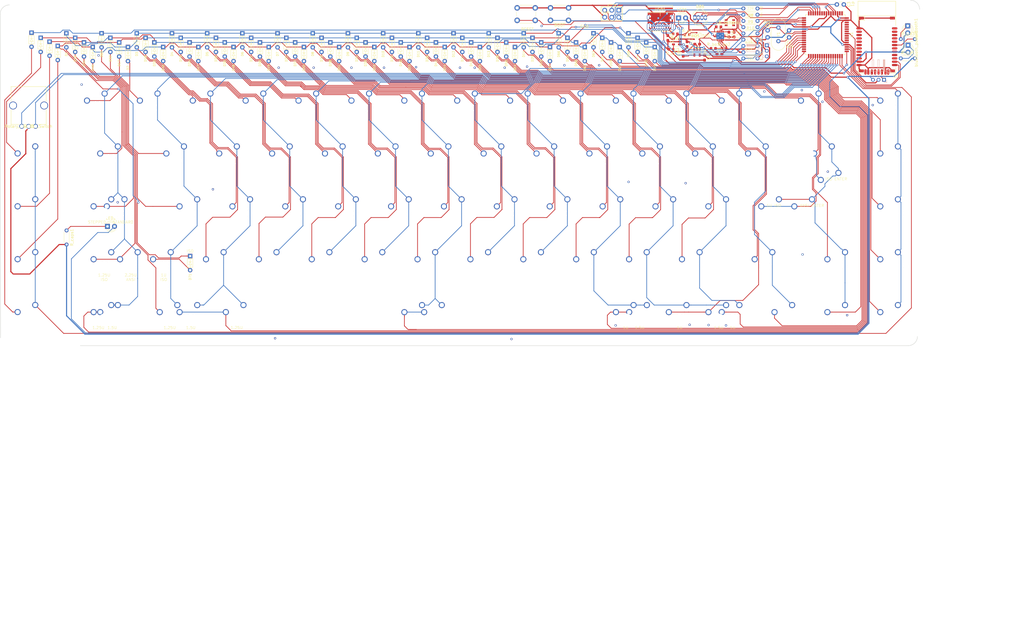
<source format=kicad_pcb>
(kicad_pcb (version 20171130) (host pcbnew "(5.1.7)-1")
  (layers (0 F.Cu signal) (31 B.Cu signal) (34 B.Paste user) (35 F.Paste user) (36 B.SilkS user) (37 F.SilkS user) (38 B.Mask user) (39 F.Mask user) (44 Edge.Cuts user))
  (net 0 "")
  (net 1 GND)
  (net 2 row0)
  (net 3 "Net-(D1-Pad2)")
  (net 4 "Net-(D2-Pad2)")
  (net 5 "Net-(D3-Pad2)")
  (net 6 "Net-(D4-Pad2)")
  (net 7 "Net-(D5-Pad2)")
  (net 8 "Net-(D6-Pad2)")
  (net 9 "Net-(D7-Pad2)")
  (net 10 "Net-(D8-Pad2)")
  (net 11 "Net-(D9-Pad2)")
  (net 12 "Net-(D10-Pad2)")
  (net 13 "Net-(D11-Pad2)")
  (net 14 "Net-(D12-Pad2)")
  (net 15 "Net-(D13-Pad2)")
  (net 16 "Net-(D14-Pad2)")
  (net 17 "Net-(D15-Pad2)")
  (net 18 row1)
  (net 19 "Net-(D16-Pad2)")
  (net 20 "Net-(D17-Pad2)")
  (net 21 "Net-(D18-Pad2)")
  (net 22 "Net-(D19-Pad2)")
  (net 23 "Net-(D20-Pad2)")
  (net 24 "Net-(D21-Pad2)")
  (net 25 "Net-(D22-Pad2)")
  (net 26 "Net-(D23-Pad2)")
  (net 27 "Net-(D24-Pad2)")
  (net 28 "Net-(D25-Pad2)")
  (net 29 "Net-(D26-Pad2)")
  (net 30 "Net-(D27-Pad2)")
  (net 31 "Net-(D28-Pad2)")
  (net 32 "Net-(D29-Pad2)")
  (net 33 "Net-(D30-Pad2)")
  (net 34 "Net-(D31-Pad2)")
  (net 35 row2)
  (net 36 "Net-(D32-Pad2)")
  (net 37 "Net-(D33-Pad2)")
  (net 38 "Net-(D34-Pad2)")
  (net 39 "Net-(D35-Pad2)")
  (net 40 "Net-(D36-Pad2)")
  (net 41 "Net-(D37-Pad2)")
  (net 42 "Net-(D38-Pad2)")
  (net 43 "Net-(D39-Pad2)")
  (net 44 "Net-(D40-Pad2)")
  (net 45 "Net-(D41-Pad2)")
  (net 46 "Net-(D42-Pad2)")
  (net 47 "Net-(D43-Pad2)")
  (net 48 "Net-(D44-Pad2)")
  (net 49 row3)
  (net 50 "Net-(D45-Pad2)")
  (net 51 "Net-(D46-Pad2)")
  (net 52 "Net-(D47-Pad2)")
  (net 53 "Net-(D48-Pad2)")
  (net 54 "Net-(D49-Pad2)")
  (net 55 "Net-(D50-Pad2)")
  (net 56 "Net-(D51-Pad2)")
  (net 57 "Net-(D52-Pad2)")
  (net 58 "Net-(D53-Pad2)")
  (net 59 "Net-(D54-Pad2)")
  (net 60 "Net-(D55-Pad2)")
  (net 61 "Net-(D56-Pad2)")
  (net 62 "Net-(D57-Pad2)")
  (net 63 "Net-(D58-Pad2)")
  (net 64 "Net-(D59-Pad2)")
  (net 65 row4)
  (net 66 "Net-(D60-Pad2)")
  (net 67 "Net-(D61-Pad2)")
  (net 68 "Net-(D62-Pad2)")
  (net 69 "Net-(D63-Pad2)")
  (net 70 "Net-(D64-Pad2)")
  (net 71 "Net-(D65-Pad2)")
  (net 72 "Net-(D66-Pad2)")
  (net 73 "Net-(D67-Pad2)")
  (net 74 col0)
  (net 75 col1)
  (net 76 col2)
  (net 77 col3)
  (net 78 col4)
  (net 79 col5)
  (net 80 col6)
  (net 81 col7)
  (net 82 col8)
  (net 83 col9)
  (net 84 col10)
  (net 85 col11)
  (net 86 col12)
  (net 87 col13)
  (net 88 col14)
  (net 89 "Net-(R1-Pad2)")
  (net 90 "Net-(D68-Pad2)")
  (net 91 "Net-(R2-Pad1)")
  (net 92 "Net-(USB1-PadB8)")
  (net 93 "Net-(USB1-PadA8)")
  (net 94 reset)
  (net 95 D+)
  (net 96 D-)
  (net 97 "Net-(C1-Pad1)")
  (net 98 "Net-(C2-Pad1)")
  (net 99 MOSI)
  (net 100 SCK)
  (net 101 MISO)
  (net 102 "Net-(LED1-Pad1)")
  (net 103 boot)
  (net 104 "Net-(D71-Pad2)")
  (net 105 "Net-(D73-Pad2)")
  (net 106 "Net-(D74-Pad2)")
  (net 107 "Net-(R_led1-Pad1)")
  (net 108 "Net-(R_led3-Pad2)")
  (net 109 "Net-(R_led3-Pad1)")
  (net 110 "Net-(U1-Pad62)")
  (net 111 "Net-(U1-Pad61)")
  (net 112 "Net-(U1-Pad60)")
  (net 113 "Net-(U1-Pad59)")
  (net 114 "Net-(U1-Pad58)")
  (net 115 "Net-(U1-Pad56)")
  (net 116 "Net-(U1-Pad55)")
  (net 117 "Net-(U1-Pad54)")
  (net 118 BT_UART_TX)
  (net 119 BT_UART_RX)
  (net 120 "Net-(U1-Pad10)")
  (net 121 "Net-(U1-Pad2)")
  (net 122 "Net-(U1-Pad1)")
  (net 123 "Net-(U2-Pad24)")
  (net 124 "Net-(U2-Pad23)")
  (net 125 "Net-(U2-Pad22)")
  (net 126 "Net-(U2-Pad21)")
  (net 127 "Net-(U2-Pad20)")
  (net 128 "Net-(U2-Pad18)")
  (net 129 "Net-(U2-Pad17)")
  (net 130 "Net-(U2-Pad16)")
  (net 131 "Net-(U2-Pad15)")
  (net 132 "Net-(U2-Pad30)")
  (net 133 "Net-(U2-Pad31)")
  (net 134 "Net-(U2-Pad32)")
  (net 135 "Net-(U2-Pad33)")
  (net 136 "Net-(U2-Pad34)")
  (net 137 "Net-(U2-Pad35)")
  (net 138 "Net-(U2-Pad10)")
  (net 139 "Net-(U2-Pad9)")
  (net 140 "Net-(U2-Pad8)")
  (net 141 "Net-(U2-Pad7)")
  (net 142 "Net-(U2-Pad6)")
  (net 143 "Net-(U2-Pad5)")
  (net 144 "Net-(U2-Pad4)")
  (net 145 "Net-(U2-Pad3)")
  (net 146 "Net-(U2-Pad2)")
  (net 147 POW_5V)
  (net 148 "Net-(R_c1-Pad1)")
  (net 149 "Net-(BT1-Pad1)")
  (net 150 Battery_charg_stat)
  (net 151 POW_3.3V)
  (net 152 "Net-(C8-Pad1)")
  (net 153 "Net-(U4-Pad3)")
  (net 154 "Net-(C6-Pad1)")
  (net 155 "Net-(R_bo1-Pad2)")
  (net 156 "Net-(L1-Pad2)")
  (net 157 "Net-(C10-Pad1)")
  (net 158 "Net-(D75-Pad2)")
  (net 159 "Net-(D76-Pad2)")
  (net 160 USB_POW)
  (net 161 "Net-(SW83-PadA)")
  (net 162 "Net-(SW83-PadB)")
  (net 163 col15)
  (net 164 "Net-(LED2-Pad2)")
  (net 165 "Net-(LED2-Pad1)")
  (net 166 RGBLED3)
  (net 167 RGBLED2)
  (net 168 RGBLED1)
  (net 169 "Net-(U1-Pad9)")
  (net 170 "Net-(Q1-Pad3)")
  (net 171 "Net-(U1-Pad16)")
  (net 172 "Net-(D85-Pad4)")
  (net 173 "Net-(D85-Pad3)")
  (net 174 "Net-(D85-Pad1)")
  (net 175 "Net-(R3-Pad2)")
  (net 176 "Net-(R4-Pad2)")
  (net 177 "Net-(U1-Pad31)")
  (net 178 "Net-(C3-Pad2)")
  (net 179 "Net-(U4-Pad1)")
  (net 180 "Net-(Q1-Pad1)")
  (net 181 "Net-(Q1-Pad2)")
  (net 182 "Net-(R_g2-Pad1)")
  (net 183 RGB_Pin)
  (module Connector_PinHeader_2.00mm:PinHeader_1x03_P2.00mm_Horizontal (layer B.Cu) (at 346.65 84.75 90)
    (fp_text reference J2 (at 3.1 2 90) (layer B.SilkS) (effects (justify mirror)))
    (fp_text value Conn_01x03_Female)
    (pad 3 thru_hole oval (at 0 -4 90) (size 1.35 1.35) (drill 0.8) (layers *.Cu *.Mask) (net 1 GND))
    (pad 2 thru_hole oval (at 0 -2 90) (size 1.35 1.35) (drill 0.8) (layers *.Cu *.Mask) (net 147 POW_5V))
    (pad 1 thru_hole rect (at 0 0 90) (size 1.35 1.35) (drill 0.8) (layers *.Cu *.Mask) (net 183 RGB_Pin))
  )
  (module Connector_PinHeader_2.00mm:PinHeader_1x03_P2.00mm_Horizontal (layer B.Cu) (at 304.4 72.3 180)
    (fp_text reference BT1 (at 3.1 2) (layer B.SilkS) (effects (justify mirror)))
    (fp_text value Battery_Cell)
    (pad 3 thru_hole oval (at 0 -4 180) (size 1.35 1.35) (drill 0.8) (layers *.Cu *.Mask))
    (pad 2 thru_hole oval (at 0 -2 180) (size 1.35 1.35) (drill 0.8) (layers *.Cu *.Mask) (net 1 GND))
    (pad 1 thru_hole rect (at 0 0 180) (size 1.35 1.35) (drill 0.8) (layers *.Cu *.Mask) (net 149 "Net-(BT1-Pad1)"))
  )
  (module crispy:R_Axial_DIN0204_L3.6mm_D1.6mm_P5.08mm_Horizontal (layer F.Cu) (at 295.96816 68.04072)
    (fp_text reference R10 (at 2.54 -1.92) (layer F.SilkS))
    (fp_text value 5.1k)
    (pad 1 thru_hole circle (at 0 0) (size 1.4 1.4) (drill 0.7) (layers *.Cu *.Mask) (net 172 "Net-(D85-Pad4)"))
    (pad 2 thru_hole oval (at 5.08 0) (size 1.4 1.4) (drill 0.7) (layers *.Cu *.Mask) (net 166 RGBLED3))
  )
  (module crispy:R_Axial_DIN0204_L3.6mm_D1.6mm_P5.08mm_Horizontal (layer F.Cu) (at 295.96816 65.79536)
    (fp_text reference R9 (at 2.54 -1.92) (layer F.SilkS))
    (fp_text value 5.1k)
    (pad 1 thru_hole circle (at 0 0) (size 1.4 1.4) (drill 0.7) (layers *.Cu *.Mask) (net 173 "Net-(D85-Pad3)"))
    (pad 2 thru_hole oval (at 5.08 0) (size 1.4 1.4) (drill 0.7) (layers *.Cu *.Mask) (net 167 RGBLED2))
  )
  (module crispy:R_Axial_DIN0204_L3.6mm_D1.6mm_P5.08mm_Horizontal (layer F.Cu) (at 295.96816 63.54746)
    (fp_text reference R8 (at 2.54 -1.92) (layer F.SilkS))
    (fp_text value 5.1k)
    (pad 1 thru_hole circle (at 0 0) (size 1.4 1.4) (drill 0.7) (layers *.Cu *.Mask) (net 174 "Net-(D85-Pad1)"))
    (pad 2 thru_hole oval (at 5.08 0) (size 1.4 1.4) (drill 0.7) (layers *.Cu *.Mask) (net 168 RGBLED1))
  )
  (module crispy:C_Disc_D3.0mm_W1.6mm_P2.50mm (layer F.Cu) (at 332.14538 57.60908 180)
    (fp_text reference C3 (at -1.819792 0.052494 90) (layer F.SilkS))
    (fp_text value 1p (at -3.165606 0.186103 90) (layer F.SilkS))
    (pad 1 thru_hole circle (at 0 0 180) (size 1.6 1.6) (drill 0.8) (layers *.Cu *.Mask) (net 1 GND))
    (pad 2 thru_hole circle (at 2.5 0 180) (size 1.6 1.6) (drill 0.8) (layers *.Cu *.Mask) (net 178 "Net-(C3-Pad2)"))
  )
  (module crispy:PEC12R-4220F-N0024 (layer F.Cu) (at 36 101.5)
    (fp_text reference SW83 (at 2.5 0) (layer F.SilkS))
    (fp_text value Rotary_Encoder_Switch (at 2.5 0) (layer F.SilkS))
    (fp_text user * (at 0 0) (layer F.SilkS))
    (pad 5 thru_hole circle (at 8.099999 -7.5 90) (size 2.8194 2.8194) (drill 2.3114) (layers *.Cu *.Mask))
    (pad 4 thru_hole circle (at -3.099999 -7.5 90) (size 2.8194 2.8194) (drill 2.3114) (layers *.Cu *.Mask))
    (pad B thru_hole circle (at 5 0) (size 1.7018 1.7018) (drill 1.1938) (layers *.Cu *.Mask) (net 162 "Net-(SW83-PadB)"))
    (pad C thru_hole circle (at 2.5 0) (size 1.7018 1.7018) (drill 1.1938) (layers *.Cu *.Mask) (net 1 GND))
    (pad A thru_hole circle (at 0 0) (size 1.7018 1.7018) (drill 1.1938) (layers *.Cu *.Mask) (net 161 "Net-(SW83-PadA)"))
  )
  (module cftkb:R_Axial_DIN0204_L3.6mm_D1.6mm_P5.08mm_Horizontal (layer F.Cu) (at 52.175 139 270)
    (fp_text reference R_caps1 (at 2.54 -1.92 90) (layer F.SilkS))
    (fp_text value 1.5K)
    (pad 1 thru_hole circle (at 0 0 270) (size 1.4 1.4) (drill 0.7) (layers *.Cu *.Mask) (net 165 "Net-(LED2-Pad1)"))
    (pad 2 thru_hole oval (at 5.08 0 270) (size 1.4 1.4) (drill 0.7) (layers *.Cu *.Mask) (net 1 GND))
  )
  (module Capacitor_SMD:C_0603_1608Metric_Pad1.05x0.95mm_HandSolder (layer F.Cu) (at 268.75 69.675 270)
    (fp_text reference C_c2 (at 0 -1.43 90) (layer F.SilkS))
    (fp_text value 4.7uF)
    (pad 2 smd roundrect (at 0.875 0 270) (size 1.05 0.95) (layers F.Cu F.Paste F.Mask) (net 1 GND))
    (pad 1 smd roundrect (at -0.875 0 270) (size 1.05 0.95) (layers F.Cu F.Paste F.Mask) (net 160 USB_POW))
  )
  (module Capacitor_SMD:C_0603_1608Metric_Pad1.05x0.95mm_HandSolder (layer F.Cu) (at 275.675 71.9 270)
    (fp_text reference C_c1 (at 0 -1.43 90) (layer F.SilkS))
    (fp_text value 4.7uF)
    (pad 2 smd roundrect (at 0.875 0 270) (size 1.05 0.95) (layers F.Cu F.Paste F.Mask) (net 1 GND))
    (pad 1 smd roundrect (at -0.875 0 270) (size 1.05 0.95) (layers F.Cu F.Paste F.Mask) (net 149 "Net-(BT1-Pad1)"))
  )
  (module Capacitor_SMD:C_0603_1608Metric_Pad1.05x0.95mm_HandSolder (layer F.Cu) (at 292.625 68.475 270)
    (fp_text reference C11 (at 0 -1.43 90) (layer F.SilkS))
    (fp_text value 22uF)
    (pad 2 smd roundrect (at 0.875 0 270) (size 1.05 0.95) (layers F.Cu F.Paste F.Mask) (net 1 GND))
    (pad 1 smd roundrect (at -0.875 0 270) (size 1.05 0.95) (layers F.Cu F.Paste F.Mask) (net 147 POW_5V))
  )
  (module Capacitor_SMD:C_0603_1608Metric_Pad1.05x0.95mm_HandSolder (layer F.Cu) (at 282 76.775 270)
    (fp_text reference C9 (at 0 -1.43 90) (layer F.SilkS))
    (fp_text value 2.2uF)
    (pad 2 smd roundrect (at 0.875 0 270) (size 1.05 0.95) (layers F.Cu F.Paste F.Mask) (net 1 GND))
    (pad 1 smd roundrect (at -0.875 0 270) (size 1.05 0.95) (layers F.Cu F.Paste F.Mask) (net 151 POW_3.3V))
  )
  (module Capacitor_SMD:C_0603_1608Metric_Pad1.05x0.95mm_HandSolder (layer F.Cu) (at 274.275 75.35 90)
    (fp_text reference C8 (at 0 -1.43 90) (layer F.SilkS))
    (fp_text value 1uF)
    (pad 2 smd roundrect (at 0.875 0 90) (size 1.05 0.95) (layers F.Cu F.Paste F.Mask) (net 1 GND))
    (pad 1 smd roundrect (at -0.875 0 90) (size 1.05 0.95) (layers F.Cu F.Paste F.Mask) (net 152 "Net-(C8-Pad1)"))
  )
  (module Capacitor_SMD:C_0603_1608Metric_Pad1.05x0.95mm_HandSolder (layer F.Cu) (at 279.325 71.9 180)
    (fp_text reference C6 (at 0 -1.43) (layer F.SilkS))
    (fp_text value 1uF)
    (pad 2 smd roundrect (at 0.875 0 180) (size 1.05 0.95) (layers F.Cu F.Paste F.Mask) (net 1 GND))
    (pad 1 smd roundrect (at -0.875 0 180) (size 1.05 0.95) (layers F.Cu F.Paste F.Mask) (net 154 "Net-(C6-Pad1)"))
  )
  (module Capacitor_SMD:C_0603_1608Metric_Pad1.05x0.95mm_HandSolder (layer F.Cu) (at 287.35 75.55)
    (fp_text reference C7 (at 0 -1.43) (layer F.SilkS))
    (fp_text value 4.7uF)
    (pad 2 smd roundrect (at 0.875 0) (size 1.05 0.95) (layers F.Cu F.Paste F.Mask) (net 1 GND))
    (pad 1 smd roundrect (at -0.875 0) (size 1.05 0.95) (layers F.Cu F.Paste F.Mask) (net 154 "Net-(C6-Pad1)"))
  )
  (module Capacitor_SMD:C_0603_1608Metric_Pad1.05x0.95mm_HandSolder (layer F.Cu) (at 290.775 68.475 270)
    (fp_text reference C10 (at 0 -1.43 90) (layer F.SilkS))
    (fp_text value 1uF)
    (pad 2 smd roundrect (at 0.875 0 270) (size 1.05 0.95) (layers F.Cu F.Paste F.Mask) (net 1 GND))
    (pad 1 smd roundrect (at -0.875 0 270) (size 1.05 0.95) (layers F.Cu F.Paste F.Mask) (net 157 "Net-(C10-Pad1)"))
  )
  (module Resistor_SMD:R_0603_1608Metric (layer F.Cu) (at 275.6625 68.5)
    (fp_text reference R_g2 (at 0 -1.43) (layer F.SilkS))
    (fp_text value 100)
    (pad 2 smd roundrect (at 0.7875 0) (size 0.875 0.95) (layers F.Cu F.Paste F.Mask) (net 170 "Net-(Q1-Pad3)"))
    (pad 1 smd roundrect (at -0.7875 0) (size 0.875 0.95) (layers F.Cu F.Paste F.Mask) (net 182 "Net-(R_g2-Pad1)"))
  )
  (module Resistor_SMD:R_0603_1608Metric (layer F.Cu) (at 271.4375 68.175 180)
    (fp_text reference R_g1 (at 0 -1.43) (layer F.SilkS))
    (fp_text value 10k)
    (pad 2 smd roundrect (at 0.7875 0 180) (size 0.875 0.95) (layers F.Cu F.Paste F.Mask) (net 1 GND))
    (pad 1 smd roundrect (at -0.7875 0 180) (size 0.875 0.95) (layers F.Cu F.Paste F.Mask) (net 160 USB_POW))
  )
  (module Resistor_SMD:R_0603_1608Metric (layer F.Cu) (at 269.9375 73.775 180)
    (fp_text reference R_c1 (at 0 -1.43) (layer F.SilkS))
    (fp_text value 10K)
    (pad 2 smd roundrect (at 0.7875 0 180) (size 0.875 0.95) (layers F.Cu F.Paste F.Mask) (net 1 GND))
    (pad 1 smd roundrect (at -0.7875 0 180) (size 0.875 0.95) (layers F.Cu F.Paste F.Mask) (net 148 "Net-(R_c1-Pad1)"))
  )
  (module Resistor_SMD:R_0603_1608Metric (layer F.Cu) (at 289.0175 73.42)
    (fp_text reference R_bo2 (at 0 -1.43) (layer F.SilkS))
    (fp_text value 180k)
    (pad 2 smd roundrect (at 0.7875 0) (size 0.875 0.95) (layers F.Cu F.Paste F.Mask) (net 1 GND))
    (pad 1 smd roundrect (at -0.7875 0) (size 0.875 0.95) (layers F.Cu F.Paste F.Mask) (net 155 "Net-(R_bo1-Pad2)"))
  )
  (module Resistor_SMD:R_0603_1608Metric (layer F.Cu) (at 285.1125 73.425)
    (fp_text reference R_bo1 (at 0 -1.43) (layer F.SilkS))
    (fp_text value 2M)
    (pad 2 smd roundrect (at 0.7875 0) (size 0.875 0.95) (layers F.Cu F.Paste F.Mask) (net 155 "Net-(R_bo1-Pad2)"))
    (pad 1 smd roundrect (at -0.7875 0) (size 0.875 0.95) (layers F.Cu F.Paste F.Mask) (net 154 "Net-(C6-Pad1)"))
  )
  (module LED_THT:LED_D3.0mm (layer F.Cu) (at 66.9 137.55)
    (fp_text reference LED2 (at 1.27 -2.96) (layer F.SilkS))
    (fp_text value Capslock)
    (pad 2 thru_hole circle (at 2.54 0) (size 1.8 1.8) (drill 0.9) (layers *.Cu *.Mask) (net 164 "Net-(LED2-Pad2)"))
    (pad 1 thru_hole rect (at 0 0) (size 1.8 1.8) (drill 0.9) (layers *.Cu *.Mask) (net 165 "Net-(LED2-Pad1)"))
  )
  (module LED_THT:LED_D3.0mm (layer F.Cu) (at 272.627716 62.47083)
    (fp_text reference LED1 (at 1.27 -2.96) (layer F.SilkS))
    (fp_text value POWER)
    (pad 2 thru_hole circle (at 2.54 0) (size 1.8 1.8) (drill 0.9) (layers *.Cu *.Mask) (net 160 USB_POW))
    (pad 1 thru_hole rect (at 0 0) (size 1.8 1.8) (drill 0.9) (layers *.Cu *.Mask) (net 102 "Net-(LED1-Pad1)"))
  )
  (module LED_THT:LED_D5.0mm-4_RGB (layer F.Cu) (at 278.48 62.35)
    (fp_text reference D85 (at 1.905 -3.96) (layer F.SilkS))
    (fp_text value APFA3010)
    (pad 1 thru_hole rect (at 0 0) (size 1.07 1.8) (drill 0.9) (layers *.Cu *.Mask) (net 174 "Net-(D85-Pad1)"))
    (pad 2 thru_hole oval (at 1.27 0) (size 1.07 1.8) (drill 0.9) (layers *.Cu *.Mask) (net 1 GND))
    (pad 3 thru_hole oval (at 2.54 0) (size 1.07 1.8) (drill 0.9) (layers *.Cu *.Mask) (net 173 "Net-(D85-Pad3)"))
    (pad 4 thru_hole oval (at 3.81 0) (size 1.07 1.8) (drill 0.9) (layers *.Cu *.Mask) (net 172 "Net-(D85-Pad4)"))
  )
  (module LED_THT:LED_D3.0mm (layer F.Cu) (at 355.275 72.275 270)
    (fp_text reference bluetooth_power1 (at 1.27 -2.96 90) (layer F.SilkS))
    (fp_text value LED4)
    (pad 2 thru_hole circle (at 2.54 0 270) (size 1.8 1.8) (drill 0.9) (layers *.Cu *.Mask) (net 151 POW_3.3V))
    (pad 1 thru_hole rect (at 0 0 270) (size 1.8 1.8) (drill 0.9) (layers *.Cu *.Mask) (net 107 "Net-(R_led1-Pad1)"))
  )
  (module LED_THT:LED_D3.0mm (layer F.Cu) (at 355.175 65.31 270)
    (fp_text reference bluetooth1 (at 1.27 -2.96 90) (layer F.SilkS))
    (fp_text value LED3)
    (pad 2 thru_hole circle (at 2.54 0 270) (size 1.8 1.8) (drill 0.9) (layers *.Cu *.Mask) (net 151 POW_3.3V))
    (pad 1 thru_hole rect (at 0 0 270) (size 1.8 1.8) (drill 0.9) (layers *.Cu *.Mask) (net 109 "Net-(R_led3-Pad1)"))
  )
  (module crispy:USB_C_GCT_USB4085 (layer F.Cu) (at 266 60.5 180)
    (fp_text reference USB1 (at -0.017498 1.13737) (layer F.SilkS))
    (fp_text value USB_C_GCT_USB4085-Type-C)
    (pad A5 thru_hole oval (at -1.275 -6.1 180) (size 0.65 1) (drill 0.4) (layers *.Cu *.Mask) (net 89 "Net-(R1-Pad2)"))
    (pad A1 thru_hole oval (at -2.975 -6.1 180) (size 0.65 1) (drill 0.4) (layers *.Cu *.Mask) (net 1 GND))
    (pad A4 thru_hole oval (at -2.125 -6.1 180) (size 0.65 1) (drill 0.4) (layers *.Cu *.Mask) (net 160 USB_POW))
    (pad A6 thru_hole oval (at -0.425 -6.1 180) (size 0.65 1) (drill 0.4) (layers *.Cu *.Mask) (net 176 "Net-(R4-Pad2)"))
    (pad A7 thru_hole oval (at 0.425 -6.1 180) (size 0.65 1) (drill 0.4) (layers *.Cu *.Mask) (net 175 "Net-(R3-Pad2)"))
    (pad A8 thru_hole oval (at 1.275 -6.1 180) (size 0.65 1) (drill 0.4) (layers *.Cu *.Mask) (net 93 "Net-(USB1-PadA8)"))
    (pad A9 thru_hole oval (at 2.125 -6.1 180) (size 0.65 1) (drill 0.4) (layers *.Cu *.Mask) (net 160 USB_POW))
    (pad A12 thru_hole oval (at 2.975 -6.1 180) (size 0.65 1) (drill 0.4) (layers *.Cu *.Mask) (net 1 GND))
    (pad B12 thru_hole oval (at -2.975 -4.775 180) (size 0.65 1) (drill 0.4) (layers *.Cu *.Mask) (net 1 GND))
    (pad B9 thru_hole oval (at -2.12 -4.775 180) (size 0.65 1) (drill 0.4) (layers *.Cu *.Mask) (net 160 USB_POW))
    (pad B8 thru_hole oval (at -1.27 -4.775 180) (size 0.65 1) (drill 0.4) (layers *.Cu *.Mask) (net 92 "Net-(USB1-PadB8)"))
    (pad B7 thru_hole oval (at -0.42 -4.775 180) (size 0.65 1) (drill 0.4) (layers *.Cu *.Mask) (net 175 "Net-(R3-Pad2)"))
    (pad B6 thru_hole oval (at 0.43 -4.775 180) (size 0.65 1) (drill 0.4) (layers *.Cu *.Mask) (net 176 "Net-(R4-Pad2)"))
    (pad B5 thru_hole oval (at 1.28 -4.775 180) (size 0.65 1) (drill 0.4) (layers *.Cu *.Mask) (net 91 "Net-(R2-Pad1)"))
    (pad B4 thru_hole oval (at 2.13 -4.775 180) (size 0.65 1) (drill 0.4) (layers *.Cu *.Mask) (net 160 USB_POW))
    (pad B1 thru_hole oval (at 2.98 -4.775 180) (size 0.65 1) (drill 0.4) (layers *.Cu *.Mask) (net 1 GND))
    (pad S1 thru_hole oval (at -4.325 -5.12 180) (size 0.9 2.4) (drill oval 0.6 2.1) (layers *.Cu *.Mask) (net 1 GND))
    (pad S1 thru_hole oval (at 4.325 -5.12 180) (size 0.9 2.4) (drill oval 0.6 2.1) (layers *.Cu *.Mask) (net 1 GND))
    (pad S1 thru_hole oval (at -4.325 -1.74 180) (size 0.9 1.7) (drill oval 0.6 1.4) (layers *.Cu *.Mask) (net 1 GND))
    (pad S1 thru_hole oval (at 4.325 -1.74 180) (size 0.9 1.7) (drill oval 0.6 1.4) (layers *.Cu *.Mask) (net 1 GND))
  )
  (module cftkb:C_Disc_D3.0mm_W1.6mm_P2.50mm (layer F.Cu) (at 312.43 69.46 90)
    (fp_text reference C1 (at -1.819792 0.052494) (layer F.SilkS))
    (fp_text value 22p (at -3.165606 0.186103) (layer F.SilkS))
    (pad 2 thru_hole circle (at 2.5 0 90) (size 1.6 1.6) (drill 0.8) (layers *.Cu *.Mask) (net 1 GND))
    (pad 1 thru_hole circle (at 0 0 90) (size 1.6 1.6) (drill 0.8) (layers *.Cu *.Mask) (net 97 "Net-(C1-Pad1)"))
  )
  (module cftkb:R_Axial_DIN0204_L3.6mm_D1.6mm_P5.08mm_Horizontal (layer F.Cu) (at 295.96816 72.5416)
    (fp_text reference R2 (at 6.544029 2.544339 90) (layer F.SilkS) (effects (font (size 0.8 0.8) (thickness 0.1))))
    (fp_text value 5.1k)
    (pad 2 thru_hole oval (at 5.08 0) (size 1.4 1.4) (drill 0.7) (layers *.Cu *.Mask) (net 1 GND))
    (pad 1 thru_hole circle (at 0 0) (size 1.4 1.4) (drill 0.7) (layers *.Cu *.Mask) (net 91 "Net-(R2-Pad1)"))
  )
  (module cftkb:SW_Cherry_MX1A_1.00u_PCB-NOSCREEN (layer F.Cu) (at 142.08125 89.69375)
    (fp_text reference SW5)
    (fp_text value KEYSW)
    (pad "" np_thru_hole circle (at 2.54 5.08) (size 1.7 1.7) (drill 1.7) (layers *.Cu *.Mask))
    (pad "" np_thru_hole circle (at -7.62 5.08) (size 1.7 1.7) (drill 1.7) (layers *.Cu *.Mask))
    (pad "" np_thru_hole circle (at -2.54 5.08) (size 4 4) (drill 4) (layers *.Cu *.Mask))
    (pad 2 thru_hole circle (at -6.35 2.54) (size 2.2 2.2) (drill 1.5) (layers *.Cu *.Mask) (net 7 "Net-(D5-Pad2)"))
    (pad 1 thru_hole circle (at 0 0) (size 2.2 2.2) (drill 1.5) (layers *.Cu *.Mask) (net 78 col4))
  )
  (module Inductor_SMD:L_Murata_LQH2MCNxxxx02_2.0x1.6mm (layer F.Cu) (at 287.03154 65.67866)
    (fp_text reference L1 (at 0 -1.75) (layer F.SilkS))
    (fp_text value 2.2uH)
    (pad 1 smd rect (at -0.85 0) (size 0.9 1) (layers F.Cu F.Paste F.Mask) (net 154 "Net-(C6-Pad1)"))
    (pad 2 smd rect (at 0.85 0) (size 0.9 1) (layers F.Cu F.Paste F.Mask) (net 156 "Net-(L1-Pad2)"))
  )
  (module crispy:ZHCS2000TA (layer F.Cu) (at 291.113389 64.177479)
    (fp_text reference D72 (at 0.075449 0.15 180) (layer F.SilkS))
    (fp_text value D_Schottky (at 0 0) (layer F.SilkS))
    (fp_text user * (at -1.604449 -2.651) (layer F.SilkS))
    (fp_text user * (at -1.604449 -2.651) (layer F.SilkS))
    (pad 6 smd rect (at 1.350449 -0.950001) (size 0.999099 0.558) (layers F.Cu F.Paste F.Mask))
    (pad 5 smd rect (at 1.350449 0) (size 0.999099 0.558) (layers F.Cu F.Paste F.Mask))
    (pad 4 smd rect (at 1.350449 0.950001) (size 0.999099 0.558) (layers F.Cu F.Paste F.Mask))
    (pad 3 smd rect (at -1.350449 0.950001) (size 0.999099 0.558) (layers F.Cu F.Paste F.Mask))
    (pad 2 smd rect (at -1.350449 0) (size 0.999099 0.558) (layers F.Cu F.Paste F.Mask) (net 160 USB_POW))
    (pad 1 smd rect (at -1.350449 -0.950001) (size 0.999099 0.558) (layers F.Cu F.Paste F.Mask) (net 147 POW_5V))
  )
  (module crispy:SSM3J372R_LF (layer F.Cu) (at 279.149999 68.9578)
    (fp_text reference Q1 (at 0 0) (layer F.SilkS))
    (fp_text value Q_PMOS_DSG (at 0 0) (layer F.SilkS))
    (fp_text user * (at 0 0) (layer F.SilkS))
    (pad 1 smd rect (at -0.950001 1.1922) (size 0.508 0.5048) (layers F.Cu F.Paste F.Mask) (net 180 "Net-(Q1-Pad1)"))
    (pad 2 smd rect (at 0.950001 1.1922) (size 0.508 0.5048) (layers F.Cu F.Paste F.Mask) (net 181 "Net-(Q1-Pad2)"))
    (pad 3 smd rect (at 0 -1.1922) (size 0.508 0.5048) (layers F.Cu F.Paste F.Mask) (net 170 "Net-(Q1-Pad3)"))
  )
  (module cftkb:SW_Cherry_MX1A_1.00u_PCB-NOSCREEN (layer F.Cu) (at 40.89 165.86)
    (fp_text reference SW82)
    (fp_text value KEYSW)
    (pad "" np_thru_hole circle (at 2.54 5.08) (size 1.7 1.7) (drill 1.7) (layers *.Cu *.Mask))
    (pad "" np_thru_hole circle (at -7.62 5.08) (size 1.7 1.7) (drill 1.7) (layers *.Cu *.Mask))
    (pad "" np_thru_hole circle (at -2.54 5.08) (size 4 4) (drill 4) (layers *.Cu *.Mask))
    (pad 2 thru_hole circle (at -6.35 2.54) (size 2.2 2.2) (drill 1.5) (layers *.Cu *.Mask) (net 159 "Net-(D76-Pad2)"))
    (pad 1 thru_hole circle (at 0 0) (size 2.2 2.2) (drill 1.5) (layers *.Cu *.Mask) (net 163 col15))
  )
  (module cftkb:SW_Cherry_MX1A_1.00u_PCB-NOSCREEN (layer F.Cu) (at 40.89 146.82)
    (fp_text reference SW81)
    (fp_text value KEYSW)
    (pad "" np_thru_hole circle (at 2.54 5.08) (size 1.7 1.7) (drill 1.7) (layers *.Cu *.Mask))
    (pad "" np_thru_hole circle (at -7.62 5.08) (size 1.7 1.7) (drill 1.7) (layers *.Cu *.Mask))
    (pad "" np_thru_hole circle (at -2.54 5.08) (size 4 4) (drill 4) (layers *.Cu *.Mask))
    (pad 2 thru_hole circle (at -6.35 2.54) (size 2.2 2.2) (drill 1.5) (layers *.Cu *.Mask) (net 158 "Net-(D75-Pad2)"))
    (pad 1 thru_hole circle (at 0 0) (size 2.2 2.2) (drill 1.5) (layers *.Cu *.Mask) (net 163 col15))
  )
  (module cftkb:SW_Cherry_MX1A_1.00u_PCB-NOSCREEN (layer F.Cu) (at 40.89 127.775)
    (fp_text reference SW80)
    (fp_text value KEYSW)
    (pad "" np_thru_hole circle (at 2.54 5.08) (size 1.7 1.7) (drill 1.7) (layers *.Cu *.Mask))
    (pad "" np_thru_hole circle (at -7.62 5.08) (size 1.7 1.7) (drill 1.7) (layers *.Cu *.Mask))
    (pad "" np_thru_hole circle (at -2.54 5.08) (size 4 4) (drill 4) (layers *.Cu *.Mask))
    (pad 2 thru_hole circle (at -6.35 2.54) (size 2.2 2.2) (drill 1.5) (layers *.Cu *.Mask) (net 105 "Net-(D73-Pad2)"))
    (pad 1 thru_hole circle (at 0 0) (size 2.2 2.2) (drill 1.5) (layers *.Cu *.Mask) (net 163 col15))
  )
  (module cftkb:SW_Cherry_MX1A_1.00u_PCB-NOSCREEN (layer F.Cu) (at 40.89 108.72)
    (fp_text reference SW79)
    (fp_text value KEYSW)
    (pad "" np_thru_hole circle (at 2.54 5.08) (size 1.7 1.7) (drill 1.7) (layers *.Cu *.Mask))
    (pad "" np_thru_hole circle (at -7.62 5.08) (size 1.7 1.7) (drill 1.7) (layers *.Cu *.Mask))
    (pad "" np_thru_hole circle (at -2.54 5.08) (size 4 4) (drill 4) (layers *.Cu *.Mask))
    (pad 2 thru_hole circle (at -6.35 2.54) (size 2.2 2.2) (drill 1.5) (layers *.Cu *.Mask) (net 106 "Net-(D74-Pad2)"))
    (pad 1 thru_hole circle (at 0 0) (size 2.2 2.2) (drill 1.5) (layers *.Cu *.Mask) (net 163 col15))
  )
  (module cftkb:D_DO-35_SOD27_P5.08mm_Horizontal (layer F.Cu) (at 39.55 66.5 270)
    (fp_text reference D76)
    (fp_text value " ")
    (pad 2 thru_hole oval (at 6.35 0 270) (size 1.6 1.6) (drill 0.8) (layers *.Cu *.Mask) (net 159 "Net-(D76-Pad2)"))
    (pad 1 thru_hole rect (at 1.27 0 270) (size 1.6 1.6) (drill 0.8) (layers *.Cu *.Mask) (net 65 row4))
  )
  (module cftkb:D_DO-35_SOD27_P5.08mm_Horizontal (layer F.Cu) (at 49 71.28 270)
    (fp_text reference D75)
    (fp_text value " ")
    (pad 2 thru_hole oval (at 6.35 0 270) (size 1.6 1.6) (drill 0.8) (layers *.Cu *.Mask) (net 158 "Net-(D75-Pad2)"))
    (pad 1 thru_hole rect (at 1.27 0 270) (size 1.6 1.6) (drill 0.8) (layers *.Cu *.Mask) (net 49 row3))
  )
  (module cftkb:D_DO-35_SOD27_P5.08mm_Horizontal (layer F.Cu) (at 42.85 68.35 270)
    (fp_text reference D74)
    (fp_text value " ")
    (pad 2 thru_hole oval (at 6.35 0 270) (size 1.6 1.6) (drill 0.8) (layers *.Cu *.Mask) (net 106 "Net-(D74-Pad2)"))
    (pad 1 thru_hole rect (at 1.27 0 270) (size 1.6 1.6) (drill 0.8) (layers *.Cu *.Mask) (net 18 row1))
  )
  (module cftkb:D_DO-35_SOD27_P5.08mm_Horizontal (layer F.Cu) (at 46.05 69.73 270)
    (fp_text reference D73)
    (fp_text value " ")
    (pad 2 thru_hole oval (at 6.35 0 270) (size 1.6 1.6) (drill 0.8) (layers *.Cu *.Mask) (net 105 "Net-(D73-Pad2)"))
    (pad 1 thru_hole rect (at 1.27 0 270) (size 1.6 1.6) (drill 0.8) (layers *.Cu *.Mask) (net 35 row2))
  )
  (module cftkb:SW_Cherry_MX1A_2.00u_PCBNOSCREEN (layer F.Cu) (at 323.05625 89.69375)
    (fp_text reference SW14)
    (fp_text value KEYSW)
    (pad "" np_thru_hole circle (at 9.36 -1.92) (size 3.05 3.05) (drill 3.05) (layers *.Cu *.Mask))
    (pad "" np_thru_hole circle (at -14.44 -1.92) (size 3.05 3.05) (drill 3.05) (layers *.Cu *.Mask))
    (pad "" np_thru_hole circle (at -14.44 13.32) (size 4 4) (drill 4) (layers *.Cu *.Mask))
    (pad "" np_thru_hole circle (at 9.36 13.32) (size 4 4) (drill 4) (layers *.Cu *.Mask))
    (pad "" np_thru_hole circle (at 2.54 5.08) (size 1.7 1.7) (drill 1.7) (layers *.Cu *.Mask))
    (pad "" np_thru_hole circle (at -7.62 5.08) (size 1.7 1.7) (drill 1.7) (layers *.Cu *.Mask))
    (pad "" np_thru_hole circle (at -2.54 5.08) (size 4 4) (drill 4) (layers *.Cu *.Mask))
    (pad 2 thru_hole circle (at -6.35 2.54) (size 2.2 2.2) (drill 1.5) (layers *.Cu *.Mask) (net 16 "Net-(D14-Pad2)"))
    (pad 1 thru_hole circle (at 0 0) (size 2.2 2.2) (drill 1.5) (layers *.Cu *.Mask) (net 87 col13))
  )
  (module cftkb:SW_Cherry_MX1A_1.00u_PCB-NOSCREEN (layer F.Cu) (at 351.63125 89.69375)
    (fp_text reference SW15)
    (fp_text value KEYSW)
    (pad "" np_thru_hole circle (at 2.54 5.08) (size 1.7 1.7) (drill 1.7) (layers *.Cu *.Mask))
    (pad "" np_thru_hole circle (at -7.62 5.08) (size 1.7 1.7) (drill 1.7) (layers *.Cu *.Mask))
    (pad "" np_thru_hole circle (at -2.54 5.08) (size 4 4) (drill 4) (layers *.Cu *.Mask))
    (pad 2 thru_hole circle (at -6.35 2.54) (size 2.2 2.2) (drill 1.5) (layers *.Cu *.Mask) (net 17 "Net-(D15-Pad2)"))
    (pad 1 thru_hole circle (at 0 0) (size 2.2 2.2) (drill 1.5) (layers *.Cu *.Mask) (net 88 col14))
  )
  (module Package_SON:Texas_S-PVSON-N10_ThermalVias (layer F.Cu) (at 287.625 68.925 270)
    (fp_text reference U5 (at 0 -2.8 90) (layer F.SilkS))
    (fp_text value TPS61200DRC)
    (pad 11 smd rect (at 0 0 270) (size 2.3 2.8) (layers B.Cu) (net 1 GND))
    (pad 11 thru_hole circle (at -0.5 0.75 270) (size 0.6 0.6) (drill 0.3) (layers *.Cu *.Mask) (net 1 GND))
    (pad 11 thru_hole circle (at -0.5 -0.75 270) (size 0.6 0.6) (drill 0.3) (layers *.Cu *.Mask) (net 1 GND))
    (pad 11 thru_hole circle (at 0.5 -0.75 270) (size 0.6 0.6) (drill 0.3) (layers *.Cu *.Mask) (net 1 GND))
    (pad 11 thru_hole circle (at 0 0 270) (size 0.6 0.6) (drill 0.3) (layers *.Cu *.Mask) (net 1 GND))
    (pad 11 thru_hole circle (at 0.5 0.75 270) (size 0.6 0.6) (drill 0.3) (layers *.Cu *.Mask) (net 1 GND))
    (pad 10 smd oval (at 1.475 -1 270) (size 0.85 0.28) (layers F.Cu F.Paste F.Mask) (net 147 POW_5V))
    (pad 9 smd oval (at 1.475 -0.5 270) (size 0.85 0.28) (layers F.Cu F.Paste F.Mask) (net 1 GND))
    (pad 8 smd oval (at 1.475 0 270) (size 0.85 0.28) (layers F.Cu F.Paste F.Mask) (net 154 "Net-(C6-Pad1)"))
    (pad 7 smd rect (at 1.76 0.5 270) (size 0.28 0.28) (layers F.Cu F.Paste F.Mask) (net 155 "Net-(R_bo1-Pad2)"))
    (pad 6 smd rect (at 1.76 1 270) (size 0.28 0.28) (layers F.Cu F.Paste F.Mask) (net 154 "Net-(C6-Pad1)"))
    (pad 5 smd oval (at -1.475 1 270) (size 0.85 0.28) (layers F.Cu F.Paste F.Mask) (net 154 "Net-(C6-Pad1)"))
    (pad 4 smd rect (at -1.76 0.5 270) (size 0.28 0.28) (layers F.Cu F.Paste F.Mask) (net 1 GND))
    (pad 3 smd oval (at -1.475 0 270) (size 0.85 0.28) (layers F.Cu F.Paste F.Mask) (net 156 "Net-(L1-Pad2)"))
    (pad 2 smd rect (at -1.76 -0.5 270) (size 0.28 0.28) (layers F.Cu F.Paste F.Mask) (net 147 POW_5V))
    (pad 1 smd rect (at -1.76 -1 270) (size 0.28 0.28) (layers F.Cu F.Paste F.Mask) (net 157 "Net-(C10-Pad1)"))
    (pad 11 smd rect (at 0 0 270) (size 1.65 2.4) (layers F.Cu F.Mask) (net 1 GND))
    (pad 11 smd rect (at 0.45 0.635 270) (size 0.68 1.05) (layers F.Cu F.Paste F.Mask) (net 1 GND))
    (pad 11 smd rect (at -0.45 0.635 270) (size 0.68 1.05) (layers F.Cu F.Paste F.Mask) (net 1 GND))
    (pad 11 smd rect (at 0.45 -0.635 270) (size 0.68 1.05) (layers F.Cu F.Paste F.Mask) (net 1 GND))
    (pad 11 smd rect (at 0.25 1.63 270) (size 0.26 0.5) (layers F.Cu F.Paste F.Mask) (net 1 GND))
    (pad 11 smd rect (at -0.25 1.63 270) (size 0.26 0.5) (layers F.Cu F.Paste F.Mask) (net 1 GND))
    (pad 11 smd rect (at 0.25 -1.63 270) (size 0.26 0.5) (layers F.Cu F.Paste F.Mask) (net 1 GND))
    (pad 11 smd rect (at 0.25 1.55 270) (size 0.28 0.7) (layers F.Cu F.Mask) (net 1 GND))
    (pad 11 smd rect (at -0.25 1.55 270) (size 0.28 0.7) (layers F.Cu F.Mask) (net 1 GND))
    (pad 11 smd rect (at 0.25 -1.55 270) (size 0.28 0.7) (layers F.Cu F.Mask) (net 1 GND))
    (pad 11 smd rect (at -0.25 -1.63 270) (size 0.26 0.5) (layers F.Cu F.Paste F.Mask) (net 1 GND))
    (pad 11 smd rect (at -0.25 -1.55 270) (size 0.28 0.7) (layers F.Cu F.Mask) (net 1 GND))
    (pad 11 smd rect (at -0.45 -0.635 270) (size 0.68 1.05) (layers F.Cu F.Paste F.Mask) (net 1 GND))
    (pad 10 smd rect (at 1.76 -1 270) (size 0.28 0.28) (layers F.Cu F.Paste F.Mask) (net 147 POW_5V))
    (pad 9 smd rect (at 1.76 -0.5 270) (size 0.28 0.28) (layers F.Cu F.Paste F.Mask) (net 1 GND))
    (pad 8 smd rect (at 1.76 0 270) (size 0.28 0.28) (layers F.Cu F.Paste F.Mask) (net 154 "Net-(C6-Pad1)"))
    (pad 7 smd oval (at 1.475 0.5 270) (size 0.85 0.28) (layers F.Cu F.Paste F.Mask) (net 155 "Net-(R_bo1-Pad2)"))
    (pad 6 smd oval (at 1.475 1 270) (size 0.85 0.28) (layers F.Cu F.Paste F.Mask) (net 154 "Net-(C6-Pad1)"))
    (pad 5 smd rect (at -1.76 1 270) (size 0.28 0.28) (layers F.Cu F.Paste F.Mask) (net 154 "Net-(C6-Pad1)"))
    (pad 4 smd oval (at -1.475 0.5 270) (size 0.85 0.28) (layers F.Cu F.Paste F.Mask) (net 1 GND))
    (pad 3 smd rect (at -1.76 0 270) (size 0.28 0.28) (layers F.Cu F.Paste F.Mask) (net 156 "Net-(L1-Pad2)"))
    (pad 2 smd oval (at -1.475 -0.5 270) (size 0.85 0.28) (layers F.Cu F.Paste F.Mask) (net 147 POW_5V))
    (pad 1 smd oval (at -1.475 -1 270) (size 0.85 0.28) (layers F.Cu F.Paste F.Mask) (net 157 "Net-(C10-Pad1)"))
  )
  (module Package_TO_SOT_SMD:SOT-23-5 (layer F.Cu) (at 279.275 74.775 270)
    (fp_text reference U4 (at 0 -2.9 90) (layer F.SilkS))
    (fp_text value LP2985-3.3)
    (pad 1 smd rect (at -1.1 -0.95 270) (size 1.06 0.65) (layers F.Cu F.Paste F.Mask) (net 179 "Net-(U4-Pad1)"))
    (pad 2 smd rect (at -1.1 0 270) (size 1.06 0.65) (layers F.Cu F.Paste F.Mask) (net 1 GND))
    (pad 3 smd rect (at -1.1 0.95 270) (size 1.06 0.65) (layers F.Cu F.Paste F.Mask) (net 153 "Net-(U4-Pad3)"))
    (pad 4 smd rect (at 1.1 0.95 270) (size 1.06 0.65) (layers F.Cu F.Paste F.Mask) (net 152 "Net-(C8-Pad1)"))
    (pad 5 smd rect (at 1.1 -0.95 270) (size 1.06 0.65) (layers F.Cu F.Paste F.Mask) (net 151 POW_3.3V))
  )
  (module Package_TO_SOT_SMD:SOT-23-5 (layer F.Cu) (at 271.875 71.025 180)
    (fp_text reference U3 (at 0 -2.9) (layer F.SilkS))
    (fp_text value MCP73831-2-OT)
    (pad 5 smd rect (at 1.1 -0.95 180) (size 1.06 0.65) (layers F.Cu F.Paste F.Mask) (net 148 "Net-(R_c1-Pad1)"))
    (pad 4 smd rect (at 1.1 0.95 180) (size 1.06 0.65) (layers F.Cu F.Paste F.Mask) (net 160 USB_POW))
    (pad 3 smd rect (at -1.1 0.95 180) (size 1.06 0.65) (layers F.Cu F.Paste F.Mask) (net 149 "Net-(BT1-Pad1)"))
    (pad 2 smd rect (at -1.1 0 180) (size 1.06 0.65) (layers F.Cu F.Paste F.Mask) (net 1 GND))
    (pad 1 smd rect (at -1.1 -0.95 180) (size 1.06 0.65) (layers F.Cu F.Paste F.Mask) (net 150 Battery_charg_stat))
  )
  (module cftkb:Crystal_HC49-4H_Vertical (layer F.Cu) (at 308.58 70.82 90)
    (fp_text reference Y1 (at 2.44 0.018936 90) (layer F.SilkS))
    (fp_text value Crystal)
    (pad 1 thru_hole circle (at 0 0 90) (size 1.5 1.5) (drill 0.8) (layers *.Cu *.Mask) (net 97 "Net-(C1-Pad1)"))
    (pad 2 thru_hole circle (at 4.88 0 90) (size 1.5 1.5) (drill 0.8) (layers *.Cu *.Mask) (net 98 "Net-(C2-Pad1)"))
  )
  (module RF_Module:RN42 (layer F.Cu) (at 344.05 72.225)
    (fp_text reference U2 (at 6.858 11.176) (layer F.SilkS))
    (fp_text value RN42)
    (pad 36 smd rect (at -5.6 -9.7) (size 1.8 1) (layers F.Cu F.Paste F.Mask) (net 1 GND))
    (pad 36 smd rect (at 5.6 -9.7) (size 1.8 1) (layers F.Cu F.Paste F.Mask) (net 1 GND))
    (pad 36 smd rect (at 5.6 9.3) (size 1.8 1) (layers F.Cu F.Paste F.Mask) (net 1 GND))
    (pad 36 smd rect (at -5.6 9.3) (size 1.8 1) (layers F.Cu F.Paste F.Mask) (net 1 GND))
    (pad 24 smd oval (at 6.4 -6) (size 2 0.8) (layers F.Cu F.Paste F.Mask) (net 123 "Net-(U2-Pad24)"))
    (pad 23 smd oval (at 6.4 -4.8) (size 2 0.8) (layers F.Cu F.Paste F.Mask) (net 124 "Net-(U2-Pad23)"))
    (pad 22 smd oval (at 6.4 -3.6) (size 2 0.8) (layers F.Cu F.Paste F.Mask) (net 125 "Net-(U2-Pad22)"))
    (pad 21 smd oval (at 6.4 -2.4) (size 2 0.8) (layers F.Cu F.Paste F.Mask) (net 126 "Net-(U2-Pad21)"))
    (pad 20 smd oval (at 6.4 -1.2) (size 2 0.8) (layers F.Cu F.Paste F.Mask) (net 127 "Net-(U2-Pad20)"))
    (pad 19 smd oval (at 6.4 0) (size 2 0.8) (layers F.Cu F.Paste F.Mask) (net 108 "Net-(R_led3-Pad2)"))
    (pad 18 smd oval (at 6.4 1.2) (size 2 0.8) (layers F.Cu F.Paste F.Mask) (net 128 "Net-(U2-Pad18)"))
    (pad 17 smd oval (at 6.4 2.4) (size 2 0.8) (layers F.Cu F.Paste F.Mask) (net 129 "Net-(U2-Pad17)"))
    (pad 16 smd oval (at 6.4 3.6) (size 2 0.8) (layers F.Cu F.Paste F.Mask) (net 130 "Net-(U2-Pad16)"))
    (pad 15 smd oval (at 6.4 4.8) (size 2 0.8) (layers F.Cu F.Paste F.Mask) (net 131 "Net-(U2-Pad15)"))
    (pad 14 smd oval (at 6.4 6) (size 2 0.8) (layers F.Cu F.Paste F.Mask) (net 118 BT_UART_TX))
    (pad 13 smd oval (at 6.4 7.2) (size 2 0.8) (layers F.Cu F.Paste F.Mask) (net 119 BT_UART_RX))
    (pad 30 smd oval (at 4.1 9.7 90) (size 2 0.8) (layers F.Cu F.Paste F.Mask) (net 132 "Net-(U2-Pad30)"))
    (pad 28 smd oval (at 3.1 9.7 90) (size 2 0.8) (layers F.Cu F.Paste F.Mask) (net 1 GND))
    (pad 31 smd oval (at 1.8 9.7 90) (size 2 0.8) (layers F.Cu F.Paste F.Mask) (net 133 "Net-(U2-Pad31)"))
    (pad 32 smd oval (at 0.6 9.7 90) (size 2 0.8) (layers F.Cu F.Paste F.Mask) (net 134 "Net-(U2-Pad32)"))
    (pad 33 smd oval (at -0.6 9.7 90) (size 2 0.8) (layers F.Cu F.Paste F.Mask) (net 135 "Net-(U2-Pad33)"))
    (pad 34 smd oval (at -1.8 9.7 90) (size 2 0.8) (layers F.Cu F.Paste F.Mask) (net 136 "Net-(U2-Pad34)"))
    (pad 29 smd oval (at -3.1 9.7 90) (size 2 0.8) (layers F.Cu F.Paste F.Mask) (net 1 GND))
    (pad 35 smd oval (at -4.1 9.7 90) (size 2 0.8) (layers F.Cu F.Paste F.Mask) (net 137 "Net-(U2-Pad35)"))
    (pad 12 smd oval (at -6.4 7.2) (size 2 0.8) (layers F.Cu F.Paste F.Mask) (net 1 GND))
    (pad 11 smd oval (at -6.4 6) (size 2 0.8) (layers F.Cu F.Paste F.Mask) (net 151 POW_3.3V))
    (pad 10 smd oval (at -6.4 4.8) (size 2 0.8) (layers F.Cu F.Paste F.Mask) (net 138 "Net-(U2-Pad10)"))
    (pad 9 smd oval (at -6.4 3.6) (size 2 0.8) (layers F.Cu F.Paste F.Mask) (net 139 "Net-(U2-Pad9)"))
    (pad 8 smd oval (at -6.4 2.4) (size 2 0.8) (layers F.Cu F.Paste F.Mask) (net 140 "Net-(U2-Pad8)"))
    (pad 7 smd oval (at -6.4 1.2) (size 2 0.8) (layers F.Cu F.Paste F.Mask) (net 141 "Net-(U2-Pad7)"))
    (pad 6 smd oval (at -6.4 0) (size 2 0.8) (layers F.Cu F.Paste F.Mask) (net 142 "Net-(U2-Pad6)"))
    (pad 5 smd oval (at -6.4 -1.2) (size 2 0.8) (layers F.Cu F.Paste F.Mask) (net 143 "Net-(U2-Pad5)"))
    (pad 4 smd oval (at -6.4 -2.4) (size 2 0.8) (layers F.Cu F.Paste F.Mask) (net 144 "Net-(U2-Pad4)"))
    (pad 3 smd oval (at -6.4 -3.6) (size 2 0.8) (layers F.Cu F.Paste F.Mask) (net 145 "Net-(U2-Pad3)"))
    (pad 2 smd oval (at -6.4 -4.8) (size 2 0.8) (layers F.Cu F.Paste F.Mask) (net 146 "Net-(U2-Pad2)"))
    (pad 1 smd oval (at -6.4 -6) (size 2 0.8) (layers F.Cu F.Paste F.Mask) (net 1 GND))
  )
  (module Package_QFP:TQFP-64_14x14mm_P0.8mm (layer F.Cu) (at 325.5 68.5 270)
    (fp_text reference U1 (at 0 -9.45 90) (layer F.SilkS))
    (fp_text value AT90USB646-AU)
    (pad 1 smd rect (at -7.7 -6 270) (size 1.5 0.55) (layers F.Cu F.Paste F.Mask) (net 122 "Net-(U1-Pad1)"))
    (pad 2 smd rect (at -7.7 -5.2 270) (size 1.5 0.55) (layers F.Cu F.Paste F.Mask) (net 121 "Net-(U1-Pad2)"))
    (pad 3 smd rect (at -7.7 -4.4 270) (size 1.5 0.55) (layers F.Cu F.Paste F.Mask) (net 147 POW_5V))
    (pad 4 smd rect (at -7.7 -3.6 270) (size 1.5 0.55) (layers F.Cu F.Paste F.Mask) (net 96 D-))
    (pad 5 smd rect (at -7.7 -2.8 270) (size 1.5 0.55) (layers F.Cu F.Paste F.Mask) (net 95 D+))
    (pad 6 smd rect (at -7.7 -2 270) (size 1.5 0.55) (layers F.Cu F.Paste F.Mask) (net 1 GND))
    (pad 7 smd rect (at -7.7 -1.2 270) (size 1.5 0.55) (layers F.Cu F.Paste F.Mask) (net 178 "Net-(C3-Pad2)"))
    (pad 8 smd rect (at -7.7 -0.4 270) (size 1.5 0.55) (layers F.Cu F.Paste F.Mask) (net 147 POW_5V))
    (pad 9 smd rect (at -7.7 0.4 270) (size 1.5 0.55) (layers F.Cu F.Paste F.Mask) (net 169 "Net-(U1-Pad9)"))
    (pad 10 smd rect (at -7.7 1.2 270) (size 1.5 0.55) (layers F.Cu F.Paste F.Mask) (net 120 "Net-(U1-Pad10)"))
    (pad 11 smd rect (at -7.7 2 270) (size 1.5 0.55) (layers F.Cu F.Paste F.Mask) (net 100 SCK))
    (pad 12 smd rect (at -7.7 2.8 270) (size 1.5 0.55) (layers F.Cu F.Paste F.Mask) (net 99 MOSI))
    (pad 13 smd rect (at -7.7 3.6 270) (size 1.5 0.55) (layers F.Cu F.Paste F.Mask) (net 101 MISO))
    (pad 14 smd rect (at -7.7 4.4 270) (size 1.5 0.55) (layers F.Cu F.Paste F.Mask) (net 103 boot))
    (pad 15 smd rect (at -7.7 5.2 270) (size 1.5 0.55) (layers F.Cu F.Paste F.Mask) (net 150 Battery_charg_stat))
    (pad 16 smd rect (at -7.7 6 270) (size 1.5 0.55) (layers F.Cu F.Paste F.Mask) (net 171 "Net-(U1-Pad16)"))
    (pad 17 smd rect (at -6 7.7) (size 1.5 0.55) (layers F.Cu F.Paste F.Mask) (net 168 RGBLED1))
    (pad 18 smd rect (at -5.2 7.7) (size 1.5 0.55) (layers F.Cu F.Paste F.Mask) (net 167 RGBLED2))
    (pad 19 smd rect (at -4.4 7.7) (size 1.5 0.55) (layers F.Cu F.Paste F.Mask) (net 166 RGBLED3))
    (pad 20 smd rect (at -3.6 7.7) (size 1.5 0.55) (layers F.Cu F.Paste F.Mask) (net 94 reset))
    (pad 21 smd rect (at -2.8 7.7) (size 1.5 0.55) (layers F.Cu F.Paste F.Mask) (net 147 POW_5V))
    (pad 22 smd rect (at -2 7.7) (size 1.5 0.55) (layers F.Cu F.Paste F.Mask) (net 1 GND))
    (pad 23 smd rect (at -1.2 7.7) (size 1.5 0.55) (layers F.Cu F.Paste F.Mask) (net 98 "Net-(C2-Pad1)"))
    (pad 24 smd rect (at -0.4 7.7) (size 1.5 0.55) (layers F.Cu F.Paste F.Mask) (net 97 "Net-(C1-Pad1)"))
    (pad 25 smd rect (at 0.4 7.7) (size 1.5 0.55) (layers F.Cu F.Paste F.Mask) (net 49 row3))
    (pad 26 smd rect (at 1.2 7.7) (size 1.5 0.55) (layers F.Cu F.Paste F.Mask) (net 35 row2))
    (pad 27 smd rect (at 2 7.7) (size 1.5 0.55) (layers F.Cu F.Paste F.Mask) (net 18 row1))
    (pad 28 smd rect (at 2.8 7.7) (size 1.5 0.55) (layers F.Cu F.Paste F.Mask) (net 2 row0))
    (pad 29 smd rect (at 3.6 7.7) (size 1.5 0.55) (layers F.Cu F.Paste F.Mask) (net 65 row4))
    (pad 30 smd rect (at 4.4 7.7) (size 1.5 0.55) (layers F.Cu F.Paste F.Mask) (net 161 "Net-(SW83-PadA)"))
    (pad 31 smd rect (at 5.2 7.7) (size 1.5 0.55) (layers F.Cu F.Paste F.Mask) (net 177 "Net-(U1-Pad31)"))
    (pad 32 smd rect (at 6 7.7) (size 1.5 0.55) (layers F.Cu F.Paste F.Mask) (net 162 "Net-(SW83-PadB)"))
    (pad 33 smd rect (at 7.7 6 270) (size 1.5 0.55) (layers F.Cu F.Paste F.Mask) (net 74 col0))
    (pad 34 smd rect (at 7.7 5.2 270) (size 1.5 0.55) (layers F.Cu F.Paste F.Mask) (net 75 col1))
    (pad 35 smd rect (at 7.7 4.4 270) (size 1.5 0.55) (layers F.Cu F.Paste F.Mask) (net 76 col2))
    (pad 36 smd rect (at 7.7 3.6 270) (size 1.5 0.55) (layers F.Cu F.Paste F.Mask) (net 77 col3))
    (pad 37 smd rect (at 7.7 2.8 270) (size 1.5 0.55) (layers F.Cu F.Paste F.Mask) (net 78 col4))
    (pad 38 smd rect (at 7.7 2 270) (size 1.5 0.55) (layers F.Cu F.Paste F.Mask) (net 79 col5))
    (pad 39 smd rect (at 7.7 1.2 270) (size 1.5 0.55) (layers F.Cu F.Paste F.Mask) (net 80 col6))
    (pad 40 smd rect (at 7.7 0.4 270) (size 1.5 0.55) (layers F.Cu F.Paste F.Mask) (net 81 col7))
    (pad 41 smd rect (at 7.7 -0.4 270) (size 1.5 0.55) (layers F.Cu F.Paste F.Mask) (net 82 col8))
    (pad 42 smd rect (at 7.7 -1.2 270) (size 1.5 0.55) (layers F.Cu F.Paste F.Mask) (net 83 col9))
    (pad 43 smd rect (at 7.7 -2 270) (size 1.5 0.55) (layers F.Cu F.Paste F.Mask) (net 84 col10))
    (pad 44 smd rect (at 7.7 -2.8 270) (size 1.5 0.55) (layers F.Cu F.Paste F.Mask) (net 85 col11))
    (pad 45 smd rect (at 7.7 -3.6 270) (size 1.5 0.55) (layers F.Cu F.Paste F.Mask) (net 86 col12))
    (pad 46 smd rect (at 7.7 -4.4 270) (size 1.5 0.55) (layers F.Cu F.Paste F.Mask) (net 87 col13))
    (pad 47 smd rect (at 7.7 -5.2 270) (size 1.5 0.55) (layers F.Cu F.Paste F.Mask) (net 88 col14))
    (pad 48 smd rect (at 7.7 -6 270) (size 1.5 0.55) (layers F.Cu F.Paste F.Mask) (net 163 col15))
    (pad 49 smd rect (at 6 -7.7) (size 1.5 0.55) (layers F.Cu F.Paste F.Mask) (net 164 "Net-(LED2-Pad2)"))
    (pad 50 smd rect (at 5.2 -7.7) (size 1.5 0.55) (layers F.Cu F.Paste F.Mask) (net 118 BT_UART_TX))
    (pad 51 smd rect (at 4.4 -7.7) (size 1.5 0.55) (layers F.Cu F.Paste F.Mask) (net 119 BT_UART_RX))
    (pad 52 smd rect (at 3.6 -7.7) (size 1.5 0.55) (layers F.Cu F.Paste F.Mask) (net 147 POW_5V))
    (pad 53 smd rect (at 2.8 -7.7) (size 1.5 0.55) (layers F.Cu F.Paste F.Mask) (net 1 GND))
    (pad 54 smd rect (at 2 -7.7) (size 1.5 0.55) (layers F.Cu F.Paste F.Mask) (net 117 "Net-(U1-Pad54)"))
    (pad 55 smd rect (at 1.2 -7.7) (size 1.5 0.55) (layers F.Cu F.Paste F.Mask) (net 116 "Net-(U1-Pad55)"))
    (pad 56 smd rect (at 0.4 -7.7) (size 1.5 0.55) (layers F.Cu F.Paste F.Mask) (net 115 "Net-(U1-Pad56)"))
    (pad 57 smd rect (at -0.4 -7.7) (size 1.5 0.55) (layers F.Cu F.Paste F.Mask) (net 183 RGB_Pin))
    (pad 58 smd rect (at -1.2 -7.7) (size 1.5 0.55) (layers F.Cu F.Paste F.Mask) (net 114 "Net-(U1-Pad58)"))
    (pad 59 smd rect (at -2 -7.7) (size 1.5 0.55) (layers F.Cu F.Paste F.Mask) (net 113 "Net-(U1-Pad59)"))
    (pad 60 smd rect (at -2.8 -7.7) (size 1.5 0.55) (layers F.Cu F.Paste F.Mask) (net 112 "Net-(U1-Pad60)"))
    (pad 61 smd rect (at -3.6 -7.7) (size 1.5 0.55) (layers F.Cu F.Paste F.Mask) (net 111 "Net-(U1-Pad61)"))
    (pad 62 smd rect (at -4.4 -7.7) (size 1.5 0.55) (layers F.Cu F.Paste F.Mask) (net 110 "Net-(U1-Pad62)"))
    (pad 63 smd rect (at -5.2 -7.7) (size 1.5 0.55) (layers F.Cu F.Paste F.Mask) (net 1 GND))
    (pad 64 smd rect (at -6 -7.7) (size 1.5 0.55) (layers F.Cu F.Paste F.Mask) (net 147 POW_5V))
  )
  (module cftkb:R_Axial_DIN0204_L3.6mm_D1.6mm_P5.08mm_Horizontal (layer F.Cu) (at 352.67 70.075)
    (fp_text reference R_led3 (at 2.54 -1.92) (layer F.SilkS))
    (fp_text value 470)
    (pad 2 thru_hole oval (at 5.08 0) (size 1.4 1.4) (drill 0.7) (layers *.Cu *.Mask) (net 108 "Net-(R_led3-Pad2)"))
    (pad 1 thru_hole circle (at 0 0) (size 1.4 1.4) (drill 0.7) (layers *.Cu *.Mask) (net 109 "Net-(R_led3-Pad1)"))
  )
  (module cftkb:R_Axial_DIN0204_L3.6mm_D1.6mm_P5.08mm_Horizontal (layer F.Cu) (at 352.65 77.025)
    (fp_text reference R_led1 (at 2.54 -1.92) (layer F.SilkS))
    (fp_text value 470)
    (pad 2 thru_hole oval (at 5.08 0) (size 1.4 1.4) (drill 0.7) (layers *.Cu *.Mask) (net 1 GND))
    (pad 1 thru_hole circle (at 0 0) (size 1.4 1.4) (drill 0.7) (layers *.Cu *.Mask) (net 107 "Net-(R_led1-Pad1)"))
  )
  (module cftkb:C_Disc_D3.0mm_W1.6mm_P2.50mm (layer F.Cu) (at 304.7 66.95 270)
    (fp_text reference C2 (at -1.819792 0.052494) (layer F.SilkS))
    (fp_text value 22p (at -3.165606 0.186103) (layer F.SilkS))
    (pad 2 thru_hole circle (at 2.5 0 270) (size 1.6 1.6) (drill 0.8) (layers *.Cu *.Mask) (net 1 GND))
    (pad 1 thru_hole circle (at 0 0 270) (size 1.6 1.6) (drill 0.8) (layers *.Cu *.Mask) (net 98 "Net-(C2-Pad1)"))
  )
  (module cftkb:SW_Cherry_MX1A_1.25u_PCBNOSCREEN (layer F.Cu) (at 68.2625 146.84375)
    (fp_text reference SW78)
    (fp_text value KEYSW)
    (pad "" np_thru_hole circle (at 2.54 5.08) (size 1.7 1.7) (drill 1.7) (layers *.Cu *.Mask))
    (pad "" np_thru_hole circle (at -7.62 5.08) (size 1.7 1.7) (drill 1.7) (layers *.Cu *.Mask))
    (pad "" np_thru_hole circle (at -2.54 5.08) (size 4 4) (drill 4) (layers *.Cu *.Mask))
    (pad 2 thru_hole circle (at -6.35 2.54) (size 2.2 2.2) (drill 1.5) (layers *.Cu *.Mask) (net 50 "Net-(D45-Pad2)"))
    (pad 1 thru_hole circle (at 0 0) (size 2.2 2.2) (drill 1.5) (layers *.Cu *.Mask) (net 74 col0))
  )
  (module cftkb:SW_Cherry_MX1A_1.00u_PCB-NOSCREEN (layer F.Cu) (at 308.76875 127.79375)
    (fp_text reference SW77)
    (fp_text value KEYSW)
    (pad "" np_thru_hole circle (at 2.54 5.08) (size 1.7 1.7) (drill 1.7) (layers *.Cu *.Mask))
    (pad "" np_thru_hole circle (at -7.62 5.08) (size 1.7 1.7) (drill 1.7) (layers *.Cu *.Mask))
    (pad "" np_thru_hole circle (at -2.54 5.08) (size 4 4) (drill 4) (layers *.Cu *.Mask))
    (pad 2 thru_hole circle (at -6.35 2.54) (size 2.2 2.2) (drill 1.5) (layers *.Cu *.Mask) (net 47 "Net-(D43-Pad2)"))
    (pad 1 thru_hole circle (at 0 0) (size 2.2 2.2) (drill 1.5) (layers *.Cu *.Mask) (net 87 col13))
  )
  (module cftkb:SW_Cherry_MX1A_ISOEnter_PCB_ReversedStabilizer (layer F.Cu) (at 330.2 118.26875)
    (fp_text reference SW76)
    (fp_text value KEYSW)
    (pad "" np_thru_hole circle (at -10.78 -6.82 180) (size 4 4) (drill 4) (layers *.Cu *.Mask))
    (pad "" np_thru_hole circle (at 4.46 16.98 180) (size 3.05 3.05) (drill 3.05) (layers *.Cu *.Mask))
    (pad "" np_thru_hole circle (at 4.46 -6.82 180) (size 3.05 3.05) (drill 3.05) (layers *.Cu *.Mask))
    (pad "" np_thru_hole circle (at -10.78 16.98 180) (size 4 4) (drill 4) (layers *.Cu *.Mask))
    (pad "" np_thru_hole circle (at 2.54 5.08) (size 1.7 1.7) (drill 1.7) (layers *.Cu *.Mask))
    (pad "" np_thru_hole circle (at -7.62 5.08) (size 1.7 1.7) (drill 1.7) (layers *.Cu *.Mask))
    (pad "" np_thru_hole circle (at -2.54 5.08) (size 4 4) (drill 4) (layers *.Cu *.Mask))
    (pad 2 thru_hole circle (at -6.35 2.54) (size 2.2 2.2) (drill 1.5) (layers *.Cu *.Mask) (net 32 "Net-(D29-Pad2)"))
    (pad 1 thru_hole circle (at 0 0) (size 2.2 2.2) (drill 1.5) (layers *.Cu *.Mask) (net 87 col13))
  )
  (module cftkb:SW_Cherry_MX1A_1.00u_PCB-NOSCREEN (layer F.Cu) (at 89.69375 146.84375)
    (fp_text reference SW75)
    (fp_text value KEYSW)
    (pad "" np_thru_hole circle (at 2.54 5.08) (size 1.7 1.7) (drill 1.7) (layers *.Cu *.Mask))
    (pad "" np_thru_hole circle (at -7.62 5.08) (size 1.7 1.7) (drill 1.7) (layers *.Cu *.Mask))
    (pad "" np_thru_hole circle (at -2.54 5.08) (size 4 4) (drill 4) (layers *.Cu *.Mask))
    (pad 2 thru_hole circle (at -6.35 2.54) (size 2.2 2.2) (drill 1.5) (layers *.Cu *.Mask) (net 104 "Net-(D71-Pad2)"))
    (pad 1 thru_hole circle (at 0 0) (size 2.2 2.2) (drill 1.5) (layers *.Cu *.Mask) (net 75 col1))
  )
  (module cftkb:SW_Cherry_MX1A_1.25u_PCBNOSCREEN (layer F.Cu) (at 275.466206 165.89375)
    (fp_text reference SW64)
    (fp_text value KEYSW)
    (pad "" np_thru_hole circle (at 2.54 5.08) (size 1.7 1.7) (drill 1.7) (layers *.Cu *.Mask))
    (pad "" np_thru_hole circle (at -7.62 5.08) (size 1.7 1.7) (drill 1.7) (layers *.Cu *.Mask))
    (pad "" np_thru_hole circle (at -2.54 5.08) (size 4 4) (drill 4) (layers *.Cu *.Mask))
    (pad 2 thru_hole circle (at -6.35 2.54) (size 2.2 2.2) (drill 1.5) (layers *.Cu *.Mask) (net 70 "Net-(D64-Pad2)"))
    (pad 1 thru_hole circle (at 0 0) (size 2.2 2.2) (drill 1.5) (layers *.Cu *.Mask) (net 84 col10))
  )
  (module cftkb:SW_Cherry_MX1A_1.25u_PCBNOSCREEN (layer F.Cu) (at 256.410884 165.88362)
    (fp_text reference SW63)
    (fp_text value KEYSW)
    (pad "" np_thru_hole circle (at 2.54 5.08) (size 1.7 1.7) (drill 1.7) (layers *.Cu *.Mask))
    (pad "" np_thru_hole circle (at -7.62 5.08) (size 1.7 1.7) (drill 1.7) (layers *.Cu *.Mask))
    (pad "" np_thru_hole circle (at -2.54 5.08) (size 4 4) (drill 4) (layers *.Cu *.Mask))
    (pad 2 thru_hole circle (at -6.35 2.54) (size 2.2 2.2) (drill 1.5) (layers *.Cu *.Mask) (net 69 "Net-(D63-Pad2)"))
    (pad 1 thru_hole circle (at 0 0) (size 2.2 2.2) (drill 1.5) (layers *.Cu *.Mask) (net 83 col9))
  )
  (module cftkb:D_DO-35_SOD27_P5.08mm_Horizontal (layer F.Cu) (at 96.67875 146.9644 270)
    (fp_text reference D71 (at 8.77 0 90) (layer F.SilkS) (effects (font (size 0.8 0.8))))
    (fp_text value " ")
    (pad 2 thru_hole oval (at 6.35 0 270) (size 1.6 1.6) (drill 0.8) (layers *.Cu *.Mask) (net 104 "Net-(D71-Pad2)"))
    (pad 1 thru_hole rect (at 1.27 0 270) (size 1.6 1.6) (drill 0.8) (layers *.Cu *.Mask) (net 49 row3))
  )
  (module cftkb:R_Axial_DIN0204_L3.6mm_D1.6mm_P5.08mm_Horizontal (layer F.Cu) (at 301.04816 61.29702 180)
    (fp_text reference R4 (at -1.464029 0.018849 270) (layer F.SilkS) (effects (font (size 0.8 0.8) (thickness 0.1))))
    (fp_text value 22R (at 2.54 -0.024896 180) (layer F.SilkS) (effects (font (size 0.8 0.8) (thickness 0.1))))
    (pad 1 thru_hole circle (at 0 0 180) (size 1.4 1.4) (drill 0.7) (layers *.Cu *.Mask) (net 95 D+))
    (pad 2 thru_hole oval (at 5.08 0 180) (size 1.4 1.4) (drill 0.7) (layers *.Cu *.Mask) (net 176 "Net-(R4-Pad2)"))
  )
  (module cftkb:R_Axial_DIN0204_L3.6mm_D1.6mm_P5.08mm_Horizontal (layer F.Cu) (at 301.04816 59.04912 180)
    (fp_text reference R3 (at -1.464029 0.036299 270) (layer F.SilkS) (effects (font (size 0.8 0.8) (thickness 0.1))))
    (fp_text value 22R (at 2.54 -0.05119 180) (layer F.SilkS) (effects (font (size 0.8 0.8) (thickness 0.1))))
    (pad 1 thru_hole circle (at 0 0 180) (size 1.4 1.4) (drill 0.7) (layers *.Cu *.Mask) (net 96 D-))
    (pad 2 thru_hole oval (at 5.08 0 180) (size 1.4 1.4) (drill 0.7) (layers *.Cu *.Mask) (net 175 "Net-(R3-Pad2)"))
  )
  (module cftkb:R_Axial_DIN0204_L3.6mm_D1.6mm_P5.08mm_Horizontal (layer F.Cu) (at 295.96816 74.79204)
    (fp_text reference R1 (at 6.544029 -2.486288 90) (layer F.SilkS) (effects (font (size 0.8 0.8) (thickness 0.1))))
    (fp_text value 5.1k)
    (pad 2 thru_hole oval (at 5.08 0) (size 1.4 1.4) (drill 0.7) (layers *.Cu *.Mask) (net 89 "Net-(R1-Pad2)"))
    (pad 1 thru_hole circle (at 0 0) (size 1.4 1.4) (drill 0.7) (layers *.Cu *.Mask) (net 1 GND))
  )
  (module cftkb:R_Axial_DIN0204_L3.6mm_D1.6mm_P5.08mm_Horizontal (layer F.Cu) (at 295.96816 70.29116)
    (fp_text reference R6 (at 6.544029 0.015974 90) (layer F.SilkS) (effects (font (size 0.8 0.8) (thickness 0.1))))
    (fp_text value 1.5K (at 2.54 0.04338) (layer F.SilkS) (effects (font (size 0.8 0.8) (thickness 0.1))))
    (pad 2 thru_hole oval (at 5.08 0) (size 1.4 1.4) (drill 0.7) (layers *.Cu *.Mask) (net 1 GND))
    (pad 1 thru_hole circle (at 0 0) (size 1.4 1.4) (drill 0.7) (layers *.Cu *.Mask) (net 102 "Net-(LED1-Pad1)"))
  )
  (module cftkb:R_Axial_DIN0204_L3.6mm_D1.6mm_P5.08mm_Horizontal (layer F.Cu) (at 301.04904 77.04314 180)
    (fp_text reference R7 (at -1.464029 0.001111 90) (layer F.SilkS) (effects (font (size 0.8 0.8) (thickness 0.1))))
    (fp_text value 10k (at 2.54 -0.048664 180) (layer F.SilkS) (effects (font (size 0.8 0.8) (thickness 0.1))))
    (pad 2 thru_hole oval (at 5.08 0 180) (size 1.4 1.4) (drill 0.7) (layers *.Cu *.Mask) (net 94 reset))
    (pad 1 thru_hole circle (at 0 0 180) (size 1.4 1.4) (drill 0.7) (layers *.Cu *.Mask) (net 147 POW_5V))
  )
  (module cftkb:SW_Cherry_MX1A_1.50u_PCBNOSCREEN (layer F.Cu) (at 289.740128 165.89375)
    (fp_text reference SW74)
    (fp_text value KEYSW)
    (pad 1 thru_hole circle (at 0 0) (size 2.2 2.2) (drill 1.5) (layers *.Cu *.Mask) (net 84 col10))
    (pad 2 thru_hole circle (at -6.35 2.54) (size 2.2 2.2) (drill 1.5) (layers *.Cu *.Mask) (net 70 "Net-(D64-Pad2)"))
    (pad "" np_thru_hole circle (at -2.54 5.08) (size 4 4) (drill 4) (layers *.Cu *.Mask))
    (pad "" np_thru_hole circle (at -7.62 5.08) (size 1.7 1.7) (drill 1.7) (layers *.Cu *.Mask))
    (pad "" np_thru_hole circle (at 2.54 5.08) (size 1.7 1.7) (drill 1.7) (layers *.Cu *.Mask))
  )
  (module cftkb:SW_Cherry_MX1A_1.50u_PCBNOSCREEN (layer F.Cu) (at 261.183936 165.89375)
    (fp_text reference SW73)
    (fp_text value KEYSW)
    (pad 1 thru_hole circle (at 0 0) (size 2.2 2.2) (drill 1.5) (layers *.Cu *.Mask) (net 83 col9))
    (pad 2 thru_hole circle (at -6.35 2.54) (size 2.2 2.2) (drill 1.5) (layers *.Cu *.Mask) (net 69 "Net-(D63-Pad2)"))
    (pad "" np_thru_hole circle (at -2.54 5.08) (size 4 4) (drill 4) (layers *.Cu *.Mask))
    (pad "" np_thru_hole circle (at -7.62 5.08) (size 1.7 1.7) (drill 1.7) (layers *.Cu *.Mask))
    (pad "" np_thru_hole circle (at 2.54 5.08) (size 1.7 1.7) (drill 1.7) (layers *.Cu *.Mask))
  )
  (module cftkb:SW_Cherry_MX1A_1.00u_PCB-NOSCREEN (layer F.Cu) (at 180.207573 165.90164)
    (fp_text reference SW72)
    (fp_text value KEYSW)
    (pad "" np_thru_hole circle (at 2.54 5.08) (size 1.7 1.7) (drill 1.7) (layers *.Cu *.Mask))
    (pad "" np_thru_hole circle (at -7.62 5.08) (size 1.7 1.7) (drill 1.7) (layers *.Cu *.Mask))
    (pad "" np_thru_hole circle (at -2.54 5.08) (size 4 4) (drill 4) (layers *.Cu *.Mask))
    (pad 2 thru_hole circle (at -6.35 2.54) (size 2.2 2.2) (drill 1.5) (layers *.Cu *.Mask) (net 68 "Net-(D62-Pad2)"))
    (pad 1 thru_hole circle (at 0 0) (size 2.2 2.2) (drill 1.5) (layers *.Cu *.Mask) (net 80 col6))
  )
  (module cftkb:SW_Cherry_MX1A_1.50u_PCBNOSCREEN (layer F.Cu) (at 99.243031 165.889819)
    (fp_text reference SW71)
    (fp_text value KEYSW)
    (pad 1 thru_hole circle (at 0 0) (size 2.2 2.2) (drill 1.5) (layers *.Cu *.Mask) (net 76 col2))
    (pad 2 thru_hole circle (at -6.35 2.54) (size 2.2 2.2) (drill 1.5) (layers *.Cu *.Mask) (net 67 "Net-(D61-Pad2)"))
    (pad "" np_thru_hole circle (at -2.54 5.08) (size 4 4) (drill 4) (layers *.Cu *.Mask))
    (pad "" np_thru_hole circle (at -7.62 5.08) (size 1.7 1.7) (drill 1.7) (layers *.Cu *.Mask))
    (pad "" np_thru_hole circle (at 2.54 5.08) (size 1.7 1.7) (drill 1.7) (layers *.Cu *.Mask))
  )
  (module cftkb:SW_Cherry_MX1A_1.50u_PCBNOSCREEN (layer F.Cu) (at 70.6437 165.88362)
    (fp_text reference SW70)
    (fp_text value KEYSW)
    (pad 1 thru_hole circle (at 0 0) (size 2.2 2.2) (drill 1.5) (layers *.Cu *.Mask) (net 74 col0))
    (pad 2 thru_hole circle (at -6.35 2.54) (size 2.2 2.2) (drill 1.5) (layers *.Cu *.Mask) (net 64 "Net-(D59-Pad2)"))
    (pad "" np_thru_hole circle (at -2.54 5.08) (size 4 4) (drill 4) (layers *.Cu *.Mask))
    (pad "" np_thru_hole circle (at -7.62 5.08) (size 1.7 1.7) (drill 1.7) (layers *.Cu *.Mask))
    (pad "" np_thru_hole circle (at 2.54 5.08) (size 1.7 1.7) (drill 1.7) (layers *.Cu *.Mask))
  )
  (module cftkb:SW_Cherry_MX1A_1.25u_PCBNOSCREEN (layer F.Cu) (at 68.2625 127.78362)
    (fp_text reference SW69)
    (fp_text value KEYSW)
    (pad "" np_thru_hole circle (at 2.54 5.08) (size 1.7 1.7) (drill 1.7) (layers *.Cu *.Mask))
    (pad "" np_thru_hole circle (at -7.62 5.08) (size 1.7 1.7) (drill 1.7) (layers *.Cu *.Mask))
    (pad "" np_thru_hole circle (at -2.54 5.08) (size 4 4) (drill 4) (layers *.Cu *.Mask))
    (pad 2 thru_hole circle (at -6.35 2.54) (size 2.2 2.2) (drill 1.5) (layers *.Cu *.Mask) (net 34 "Net-(D31-Pad2)"))
    (pad 1 thru_hole circle (at 0 0) (size 2.2 2.2) (drill 1.5) (layers *.Cu *.Mask) (net 74 col0))
  )
  (module cftkb:AVR_ICSP_3x2 (layer F.Cu) (at 248.55 60.95 180)
    (fp_text reference J1 hide)
    (fp_text value AVR-ISP-6 hide)
    (pad 1 thru_hole rect (at -2.54 1.27 180) (size 1.7 1.7) (drill 1.016) (layers *.Cu *.Mask) (net 101 MISO))
    (pad 2 thru_hole circle (at -2.54 -1.27 180) (size 1.7 1.7) (drill 1.016) (layers *.Cu *.Mask) (net 160 USB_POW))
    (pad 3 thru_hole circle (at 0 1.27 180) (size 1.7 1.7) (drill 1.016) (layers *.Cu *.Mask) (net 100 SCK))
    (pad 4 thru_hole circle (at 0 -1.27 180) (size 1.7 1.7) (drill 1.016) (layers *.Cu *.Mask) (net 99 MOSI))
    (pad 5 thru_hole circle (at 2.54 1.27 180) (size 1.7 1.7) (drill 1.016) (layers *.Cu *.Mask) (net 94 reset))
    (pad 6 thru_hole circle (at 2.54 -1.27 180) (size 1.7 1.7) (drill 1.016) (layers *.Cu *.Mask) (net 1 GND))
  )
  (module cftkb:SW_Cherry_MX1A_2.25u_PCBNOSCREEN (layer F.Cu) (at 320.67525 127.79375)
    (fp_text reference SW43)
    (fp_text value KEYSW)
    (pad 1 thru_hole circle (at 0 0) (size 2.2 2.2) (drill 1.5) (layers *.Cu *.Mask) (net 87 col13))
    (pad 2 thru_hole circle (at -6.35 2.54) (size 2.2 2.2) (drill 1.5) (layers *.Cu *.Mask) (net 47 "Net-(D43-Pad2)"))
    (pad "" np_thru_hole circle (at -2.54 5.08) (size 4 4) (drill 4) (layers *.Cu *.Mask))
    (pad "" np_thru_hole circle (at -7.62 5.08) (size 1.7 1.7) (drill 1.7) (layers *.Cu *.Mask))
    (pad "" np_thru_hole circle (at 2.54 5.08) (size 1.7 1.7) (drill 1.7) (layers *.Cu *.Mask))
    (pad "" np_thru_hole circle (at 9.36 13.32) (size 4 4) (drill 4) (layers *.Cu *.Mask))
    (pad "" np_thru_hole circle (at -14.44 13.32) (size 4 4) (drill 4) (layers *.Cu *.Mask))
    (pad "" np_thru_hole circle (at -14.44 -1.92) (size 3.05 3.05) (drill 3.05) (layers *.Cu *.Mask))
    (pad "" np_thru_hole circle (at 9.36 -1.92) (size 3.05 3.05) (drill 3.05) (layers *.Cu *.Mask))
  )
  (module cftkb:SW_Cherry_MX1A_2.25u_PCBNOSCREEN (layer F.Cu) (at 77.78745 146.84375)
    (fp_text reference SW45)
    (fp_text value KEYSW)
    (pad 1 thru_hole circle (at 0 0) (size 2.2 2.2) (drill 1.5) (layers *.Cu *.Mask) (net 74 col0))
    (pad 2 thru_hole circle (at -6.35 2.54) (size 2.2 2.2) (drill 1.5) (layers *.Cu *.Mask) (net 50 "Net-(D45-Pad2)"))
    (pad "" np_thru_hole circle (at -2.54 5.08) (size 4 4) (drill 4) (layers *.Cu *.Mask))
    (pad "" np_thru_hole circle (at -7.62 5.08) (size 1.7 1.7) (drill 1.7) (layers *.Cu *.Mask))
    (pad "" np_thru_hole circle (at 2.54 5.08) (size 1.7 1.7) (drill 1.7) (layers *.Cu *.Mask))
    (pad "" np_thru_hole circle (at 9.36 13.32) (size 4 4) (drill 4) (layers *.Cu *.Mask))
    (pad "" np_thru_hole circle (at -14.44 13.32) (size 4 4) (drill 4) (layers *.Cu *.Mask))
    (pad "" np_thru_hole circle (at -14.44 -1.92) (size 3.05 3.05) (drill 3.05) (layers *.Cu *.Mask))
    (pad "" np_thru_hole circle (at 9.36 -1.92) (size 3.05 3.05) (drill 3.05) (layers *.Cu *.Mask))
  )
  (module cftkb:SW_Cherry_MX1A_1.25u_PCBNOSCREEN (layer F.Cu) (at 68.26245 165.88362)
    (fp_text reference SW59)
    (fp_text value KEYSW)
    (pad "" np_thru_hole circle (at 2.54 5.08) (size 1.7 1.7) (drill 1.7) (layers *.Cu *.Mask))
    (pad "" np_thru_hole circle (at -7.62 5.08) (size 1.7 1.7) (drill 1.7) (layers *.Cu *.Mask))
    (pad "" np_thru_hole circle (at -2.54 5.08) (size 4 4) (drill 4) (layers *.Cu *.Mask))
    (pad 2 thru_hole circle (at -6.35 2.54) (size 2.2 2.2) (drill 1.5) (layers *.Cu *.Mask) (net 64 "Net-(D59-Pad2)"))
    (pad 1 thru_hole circle (at 0 0) (size 2.2 2.2) (drill 1.5) (layers *.Cu *.Mask) (net 74 col0))
  )
  (module cftkb:SW_Cherry_MX1A_1.25u_PCBNOSCREEN (layer F.Cu) (at 92.07505 165.89375)
    (fp_text reference SW60)
    (fp_text value KEYSW)
    (pad "" np_thru_hole circle (at 2.54 5.08) (size 1.7 1.7) (drill 1.7) (layers *.Cu *.Mask))
    (pad "" np_thru_hole circle (at -7.62 5.08) (size 1.7 1.7) (drill 1.7) (layers *.Cu *.Mask))
    (pad "" np_thru_hole circle (at -2.54 5.08) (size 4 4) (drill 4) (layers *.Cu *.Mask))
    (pad 2 thru_hole circle (at -6.35 2.54) (size 2.2 2.2) (drill 1.5) (layers *.Cu *.Mask) (net 66 "Net-(D60-Pad2)"))
    (pad 1 thru_hole circle (at 0 0) (size 2.2 2.2) (drill 1.5) (layers *.Cu *.Mask) (net 75 col1))
  )
  (module cftkb:SW_Cherry_MX1A_1.25u_PCBNOSCREEN (layer F.Cu) (at 115.88745 165.88362)
    (fp_text reference SW61)
    (fp_text value KEYSW)
    (pad "" np_thru_hole circle (at 2.54 5.08) (size 1.7 1.7) (drill 1.7) (layers *.Cu *.Mask))
    (pad "" np_thru_hole circle (at -7.62 5.08) (size 1.7 1.7) (drill 1.7) (layers *.Cu *.Mask))
    (pad "" np_thru_hole circle (at -2.54 5.08) (size 4 4) (drill 4) (layers *.Cu *.Mask))
    (pad 2 thru_hole circle (at -6.35 2.54) (size 2.2 2.2) (drill 1.5) (layers *.Cu *.Mask) (net 67 "Net-(D61-Pad2)"))
    (pad 1 thru_hole circle (at 0 0) (size 2.2 2.2) (drill 1.5) (layers *.Cu *.Mask) (net 76 col2))
  )
  (module cftkb:SW_Cherry_MX1A_1.75u_PCBNOSCREEN (layer F.Cu) (at 73.02505 127.78362)
    (fp_text reference SW31)
    (fp_text value KEYSW)
    (pad "" np_thru_hole circle (at 2.54 5.08) (size 1.7 1.7) (drill 1.7) (layers *.Cu *.Mask))
    (pad "" np_thru_hole circle (at -7.62 5.08) (size 1.7 1.7) (drill 1.7) (layers *.Cu *.Mask))
    (pad "" np_thru_hole circle (at -2.54 5.08) (size 4 4) (drill 4) (layers *.Cu *.Mask))
    (pad 2 thru_hole circle (at -6.35 2.54) (size 2.2 2.2) (drill 1.5) (layers *.Cu *.Mask) (net 34 "Net-(D31-Pad2)"))
    (pad 1 thru_hole circle (at 0 0) (size 2.2 2.2) (drill 1.5) (layers *.Cu *.Mask) (net 74 col0))
  )
  (module cftkb:SW_Cherry_MX1A_1.75u_PCBNOSCREEN (layer F.Cu) (at 306.38725 146.84375)
    (fp_text reference SW56)
    (fp_text value KEYSW)
    (pad "" np_thru_hole circle (at 2.54 5.08) (size 1.7 1.7) (drill 1.7) (layers *.Cu *.Mask))
    (pad "" np_thru_hole circle (at -7.62 5.08) (size 1.7 1.7) (drill 1.7) (layers *.Cu *.Mask))
    (pad "" np_thru_hole circle (at -2.54 5.08) (size 4 4) (drill 4) (layers *.Cu *.Mask))
    (pad 2 thru_hole circle (at -6.35 2.54) (size 2.2 2.2) (drill 1.5) (layers *.Cu *.Mask) (net 61 "Net-(D56-Pad2)"))
    (pad 1 thru_hole circle (at 0 0) (size 2.2 2.2) (drill 1.5) (layers *.Cu *.Mask) (net 86 col12))
  )
  (module cftkb:SW_Cherry_MX1A_1.50u_PCBNOSCREEN (layer F.Cu) (at 70.64375 108.74375)
    (fp_text reference SW16)
    (fp_text value KEYSW)
    (pad 1 thru_hole circle (at 0 0) (size 2.2 2.2) (drill 1.5) (layers *.Cu *.Mask) (net 74 col0))
    (pad 2 thru_hole circle (at -6.35 2.54) (size 2.2 2.2) (drill 1.5) (layers *.Cu *.Mask) (net 19 "Net-(D16-Pad2)"))
    (pad "" np_thru_hole circle (at -2.54 5.08) (size 4 4) (drill 4) (layers *.Cu *.Mask))
    (pad "" np_thru_hole circle (at -7.62 5.08) (size 1.7 1.7) (drill 1.7) (layers *.Cu *.Mask))
    (pad "" np_thru_hole circle (at 2.54 5.08) (size 1.7 1.7) (drill 1.7) (layers *.Cu *.Mask))
  )
  (module cftkb:SW_Cherry_MX1A_1.50u_PCBNOSCREEN (layer F.Cu) (at 327.81825 108.74375)
    (fp_text reference SW29)
    (fp_text value KEYSW)
    (pad 1 thru_hole circle (at 0 0) (size 2.2 2.2) (drill 1.5) (layers *.Cu *.Mask) (net 87 col13))
    (pad 2 thru_hole circle (at -6.35 2.54) (size 2.2 2.2) (drill 1.5) (layers *.Cu *.Mask) (net 32 "Net-(D29-Pad2)"))
    (pad "" np_thru_hole circle (at -2.54 5.08) (size 4 4) (drill 4) (layers *.Cu *.Mask))
    (pad "" np_thru_hole circle (at -7.62 5.08) (size 1.7 1.7) (drill 1.7) (layers *.Cu *.Mask))
    (pad "" np_thru_hole circle (at 2.54 5.08) (size 1.7 1.7) (drill 1.7) (layers *.Cu *.Mask))
  )
  (module cftkb:SW_Cherry_MX1A_1.00u_PCB-NOSCREEN (layer F.Cu) (at 294.48125 89.69375)
    (fp_text reference SW13)
    (fp_text value KEYSW)
    (pad "" np_thru_hole circle (at 2.54 5.08) (size 1.7 1.7) (drill 1.7) (layers *.Cu *.Mask))
    (pad "" np_thru_hole circle (at -7.62 5.08) (size 1.7 1.7) (drill 1.7) (layers *.Cu *.Mask))
    (pad "" np_thru_hole circle (at -2.54 5.08) (size 4 4) (drill 4) (layers *.Cu *.Mask))
    (pad 2 thru_hole circle (at -6.35 2.54) (size 2.2 2.2) (drill 1.5) (layers *.Cu *.Mask) (net 15 "Net-(D13-Pad2)"))
    (pad 1 thru_hole circle (at 0 0) (size 2.2 2.2) (drill 1.5) (layers *.Cu *.Mask) (net 86 col12))
  )
  (module cftkb:SW_Cherry_MX1A_1.00u_PCB-NOSCREEN (layer F.Cu) (at 132.55625 108.74375)
    (fp_text reference SW19)
    (fp_text value KEYSW)
    (pad "" np_thru_hole circle (at 2.54 5.08) (size 1.7 1.7) (drill 1.7) (layers *.Cu *.Mask))
    (pad "" np_thru_hole circle (at -7.62 5.08) (size 1.7 1.7) (drill 1.7) (layers *.Cu *.Mask))
    (pad "" np_thru_hole circle (at -2.54 5.08) (size 4 4) (drill 4) (layers *.Cu *.Mask))
    (pad 2 thru_hole circle (at -6.35 2.54) (size 2.2 2.2) (drill 1.5) (layers *.Cu *.Mask) (net 22 "Net-(D19-Pad2)"))
    (pad 1 thru_hole circle (at 0 0) (size 2.2 2.2) (drill 1.5) (layers *.Cu *.Mask) (net 77 col3))
  )
  (module cftkb:SW_Cherry_MX1A_1.00u_PCB-NOSCREEN (layer F.Cu) (at 65.88125 89.69375)
    (fp_text reference SW1)
    (fp_text value KEYSW)
    (pad "" np_thru_hole circle (at 2.54 5.08) (size 1.7 1.7) (drill 1.7) (layers *.Cu *.Mask))
    (pad "" np_thru_hole circle (at -7.62 5.08) (size 1.7 1.7) (drill 1.7) (layers *.Cu *.Mask))
    (pad "" np_thru_hole circle (at -2.54 5.08) (size 4 4) (drill 4) (layers *.Cu *.Mask))
    (pad 2 thru_hole circle (at -6.35 2.54) (size 2.2 2.2) (drill 1.5) (layers *.Cu *.Mask) (net 3 "Net-(D1-Pad2)"))
    (pad 1 thru_hole circle (at 0 0) (size 2.2 2.2) (drill 1.5) (layers *.Cu *.Mask) (net 74 col0))
  )
  (module cftkb:SW_Cherry_MX1A_1.00u_PCB-NOSCREEN (layer F.Cu) (at 84.93125 89.69375)
    (fp_text reference SW2)
    (fp_text value KEYSW)
    (pad "" np_thru_hole circle (at 2.54 5.08) (size 1.7 1.7) (drill 1.7) (layers *.Cu *.Mask))
    (pad "" np_thru_hole circle (at -7.62 5.08) (size 1.7 1.7) (drill 1.7) (layers *.Cu *.Mask))
    (pad "" np_thru_hole circle (at -2.54 5.08) (size 4 4) (drill 4) (layers *.Cu *.Mask))
    (pad 2 thru_hole circle (at -6.35 2.54) (size 2.2 2.2) (drill 1.5) (layers *.Cu *.Mask) (net 4 "Net-(D2-Pad2)"))
    (pad 1 thru_hole circle (at 0 0) (size 2.2 2.2) (drill 1.5) (layers *.Cu *.Mask) (net 75 col1))
  )
  (module cftkb:SW_Cherry_MX1A_1.00u_PCB-NOSCREEN (layer F.Cu) (at 103.98125 89.69375)
    (fp_text reference SW3)
    (fp_text value KEYSW)
    (pad "" np_thru_hole circle (at 2.54 5.08) (size 1.7 1.7) (drill 1.7) (layers *.Cu *.Mask))
    (pad "" np_thru_hole circle (at -7.62 5.08) (size 1.7 1.7) (drill 1.7) (layers *.Cu *.Mask))
    (pad "" np_thru_hole circle (at -2.54 5.08) (size 4 4) (drill 4) (layers *.Cu *.Mask))
    (pad 2 thru_hole circle (at -6.35 2.54) (size 2.2 2.2) (drill 1.5) (layers *.Cu *.Mask) (net 5 "Net-(D3-Pad2)"))
    (pad 1 thru_hole circle (at 0 0) (size 2.2 2.2) (drill 1.5) (layers *.Cu *.Mask) (net 76 col2))
  )
  (module cftkb:SW_Cherry_MX1A_1.00u_PCB-NOSCREEN (layer F.Cu) (at 123.03125 89.69375)
    (fp_text reference SW4)
    (fp_text value KEYSW)
    (pad "" np_thru_hole circle (at 2.54 5.08) (size 1.7 1.7) (drill 1.7) (layers *.Cu *.Mask))
    (pad "" np_thru_hole circle (at -7.62 5.08) (size 1.7 1.7) (drill 1.7) (layers *.Cu *.Mask))
    (pad "" np_thru_hole circle (at -2.54 5.08) (size 4 4) (drill 4) (layers *.Cu *.Mask))
    (pad 2 thru_hole circle (at -6.35 2.54) (size 2.2 2.2) (drill 1.5) (layers *.Cu *.Mask) (net 6 "Net-(D4-Pad2)"))
    (pad 1 thru_hole circle (at 0 0) (size 2.2 2.2) (drill 1.5) (layers *.Cu *.Mask) (net 77 col3))
  )
  (module cftkb:SW_Cherry_MX1A_1.00u_PCB-NOSCREEN (layer F.Cu) (at 161.13125 89.69375)
    (fp_text reference SW6)
    (fp_text value KEYSW)
    (pad "" np_thru_hole circle (at 2.54 5.08) (size 1.7 1.7) (drill 1.7) (layers *.Cu *.Mask))
    (pad "" np_thru_hole circle (at -7.62 5.08) (size 1.7 1.7) (drill 1.7) (layers *.Cu *.Mask))
    (pad "" np_thru_hole circle (at -2.54 5.08) (size 4 4) (drill 4) (layers *.Cu *.Mask))
    (pad 2 thru_hole circle (at -6.35 2.54) (size 2.2 2.2) (drill 1.5) (layers *.Cu *.Mask) (net 8 "Net-(D6-Pad2)"))
    (pad 1 thru_hole circle (at 0 0) (size 2.2 2.2) (drill 1.5) (layers *.Cu *.Mask) (net 79 col5))
  )
  (module cftkb:SW_Cherry_MX1A_1.00u_PCB-NOSCREEN (layer F.Cu) (at 180.18125 89.69375)
    (fp_text reference SW7)
    (fp_text value KEYSW)
    (pad "" np_thru_hole circle (at 2.54 5.08) (size 1.7 1.7) (drill 1.7) (layers *.Cu *.Mask))
    (pad "" np_thru_hole circle (at -7.62 5.08) (size 1.7 1.7) (drill 1.7) (layers *.Cu *.Mask))
    (pad "" np_thru_hole circle (at -2.54 5.08) (size 4 4) (drill 4) (layers *.Cu *.Mask))
    (pad 2 thru_hole circle (at -6.35 2.54) (size 2.2 2.2) (drill 1.5) (layers *.Cu *.Mask) (net 9 "Net-(D7-Pad2)"))
    (pad 1 thru_hole circle (at 0 0) (size 2.2 2.2) (drill 1.5) (layers *.Cu *.Mask) (net 80 col6))
  )
  (module cftkb:SW_Cherry_MX1A_1.00u_PCB-NOSCREEN (layer F.Cu) (at 199.23125 89.69375)
    (fp_text reference SW8)
    (fp_text value KEYSW)
    (pad "" np_thru_hole circle (at 2.54 5.08) (size 1.7 1.7) (drill 1.7) (layers *.Cu *.Mask))
    (pad "" np_thru_hole circle (at -7.62 5.08) (size 1.7 1.7) (drill 1.7) (layers *.Cu *.Mask))
    (pad "" np_thru_hole circle (at -2.54 5.08) (size 4 4) (drill 4) (layers *.Cu *.Mask))
    (pad 2 thru_hole circle (at -6.35 2.54) (size 2.2 2.2) (drill 1.5) (layers *.Cu *.Mask) (net 10 "Net-(D8-Pad2)"))
    (pad 1 thru_hole circle (at 0 0) (size 2.2 2.2) (drill 1.5) (layers *.Cu *.Mask) (net 81 col7))
  )
  (module cftkb:SW_Cherry_MX1A_1.00u_PCB-NOSCREEN (layer F.Cu) (at 218.28125 89.69375)
    (fp_text reference SW9)
    (fp_text value KEYSW)
    (pad "" np_thru_hole circle (at 2.54 5.08) (size 1.7 1.7) (drill 1.7) (layers *.Cu *.Mask))
    (pad "" np_thru_hole circle (at -7.62 5.08) (size 1.7 1.7) (drill 1.7) (layers *.Cu *.Mask))
    (pad "" np_thru_hole circle (at -2.54 5.08) (size 4 4) (drill 4) (layers *.Cu *.Mask))
    (pad 2 thru_hole circle (at -6.35 2.54) (size 2.2 2.2) (drill 1.5) (layers *.Cu *.Mask) (net 11 "Net-(D9-Pad2)"))
    (pad 1 thru_hole circle (at 0 0) (size 2.2 2.2) (drill 1.5) (layers *.Cu *.Mask) (net 82 col8))
  )
  (module cftkb:SW_Cherry_MX1A_1.00u_PCB-NOSCREEN (layer F.Cu) (at 237.33125 89.69375)
    (fp_text reference SW10)
    (fp_text value KEYSW)
    (pad "" np_thru_hole circle (at 2.54 5.08) (size 1.7 1.7) (drill 1.7) (layers *.Cu *.Mask))
    (pad "" np_thru_hole circle (at -7.62 5.08) (size 1.7 1.7) (drill 1.7) (layers *.Cu *.Mask))
    (pad "" np_thru_hole circle (at -2.54 5.08) (size 4 4) (drill 4) (layers *.Cu *.Mask))
    (pad 2 thru_hole circle (at -6.35 2.54) (size 2.2 2.2) (drill 1.5) (layers *.Cu *.Mask) (net 12 "Net-(D10-Pad2)"))
    (pad 1 thru_hole circle (at 0 0) (size 2.2 2.2) (drill 1.5) (layers *.Cu *.Mask) (net 83 col9))
  )
  (module cftkb:SW_Cherry_MX1A_1.00u_PCB-NOSCREEN (layer F.Cu) (at 256.38125 89.69375)
    (fp_text reference SW11)
    (fp_text value KEYSW)
    (pad "" np_thru_hole circle (at 2.54 5.08) (size 1.7 1.7) (drill 1.7) (layers *.Cu *.Mask))
    (pad "" np_thru_hole circle (at -7.62 5.08) (size 1.7 1.7) (drill 1.7) (layers *.Cu *.Mask))
    (pad "" np_thru_hole circle (at -2.54 5.08) (size 4 4) (drill 4) (layers *.Cu *.Mask))
    (pad 2 thru_hole circle (at -6.35 2.54) (size 2.2 2.2) (drill 1.5) (layers *.Cu *.Mask) (net 13 "Net-(D11-Pad2)"))
    (pad 1 thru_hole circle (at 0 0) (size 2.2 2.2) (drill 1.5) (layers *.Cu *.Mask) (net 84 col10))
  )
  (module cftkb:SW_Cherry_MX1A_1.00u_PCB-NOSCREEN (layer F.Cu) (at 275.43125 89.69375)
    (fp_text reference SW12)
    (fp_text value KEYSW)
    (pad "" np_thru_hole circle (at 2.54 5.08) (size 1.7 1.7) (drill 1.7) (layers *.Cu *.Mask))
    (pad "" np_thru_hole circle (at -7.62 5.08) (size 1.7 1.7) (drill 1.7) (layers *.Cu *.Mask))
    (pad "" np_thru_hole circle (at -2.54 5.08) (size 4 4) (drill 4) (layers *.Cu *.Mask))
    (pad 2 thru_hole circle (at -6.35 2.54) (size 2.2 2.2) (drill 1.5) (layers *.Cu *.Mask) (net 14 "Net-(D12-Pad2)"))
    (pad 1 thru_hole circle (at 0 0) (size 2.2 2.2) (drill 1.5) (layers *.Cu *.Mask) (net 85 col11))
  )
  (module cftkb:SW_Cherry_MX1A_1.00u_PCB-NOSCREEN (layer F.Cu) (at 94.45625 108.74375)
    (fp_text reference SW17)
    (fp_text value KEYSW)
    (pad "" np_thru_hole circle (at 2.54 5.08) (size 1.7 1.7) (drill 1.7) (layers *.Cu *.Mask))
    (pad "" np_thru_hole circle (at -7.62 5.08) (size 1.7 1.7) (drill 1.7) (layers *.Cu *.Mask))
    (pad "" np_thru_hole circle (at -2.54 5.08) (size 4 4) (drill 4) (layers *.Cu *.Mask))
    (pad 2 thru_hole circle (at -6.35 2.54) (size 2.2 2.2) (drill 1.5) (layers *.Cu *.Mask) (net 20 "Net-(D17-Pad2)"))
    (pad 1 thru_hole circle (at 0 0) (size 2.2 2.2) (drill 1.5) (layers *.Cu *.Mask) (net 75 col1))
  )
  (module cftkb:SW_Cherry_MX1A_1.00u_PCB-NOSCREEN (layer F.Cu) (at 113.50625 108.74375)
    (fp_text reference SW18)
    (fp_text value KEYSW)
    (pad "" np_thru_hole circle (at 2.54 5.08) (size 1.7 1.7) (drill 1.7) (layers *.Cu *.Mask))
    (pad "" np_thru_hole circle (at -7.62 5.08) (size 1.7 1.7) (drill 1.7) (layers *.Cu *.Mask))
    (pad "" np_thru_hole circle (at -2.54 5.08) (size 4 4) (drill 4) (layers *.Cu *.Mask))
    (pad 2 thru_hole circle (at -6.35 2.54) (size 2.2 2.2) (drill 1.5) (layers *.Cu *.Mask) (net 21 "Net-(D18-Pad2)"))
    (pad 1 thru_hole circle (at 0 0) (size 2.2 2.2) (drill 1.5) (layers *.Cu *.Mask) (net 76 col2))
  )
  (module cftkb:SW_Cherry_MX1A_1.00u_PCB-NOSCREEN (layer F.Cu) (at 151.60625 108.74375)
    (fp_text reference SW20)
    (fp_text value KEYSW)
    (pad "" np_thru_hole circle (at 2.54 5.08) (size 1.7 1.7) (drill 1.7) (layers *.Cu *.Mask))
    (pad "" np_thru_hole circle (at -7.62 5.08) (size 1.7 1.7) (drill 1.7) (layers *.Cu *.Mask))
    (pad "" np_thru_hole circle (at -2.54 5.08) (size 4 4) (drill 4) (layers *.Cu *.Mask))
    (pad 2 thru_hole circle (at -6.35 2.54) (size 2.2 2.2) (drill 1.5) (layers *.Cu *.Mask) (net 23 "Net-(D20-Pad2)"))
    (pad 1 thru_hole circle (at 0 0) (size 2.2 2.2) (drill 1.5) (layers *.Cu *.Mask) (net 78 col4))
  )
  (module cftkb:SW_Cherry_MX1A_1.00u_PCB-NOSCREEN (layer F.Cu) (at 170.65625 108.74375)
    (fp_text reference SW21)
    (fp_text value KEYSW)
    (pad "" np_thru_hole circle (at 2.54 5.08) (size 1.7 1.7) (drill 1.7) (layers *.Cu *.Mask))
    (pad "" np_thru_hole circle (at -7.62 5.08) (size 1.7 1.7) (drill 1.7) (layers *.Cu *.Mask))
    (pad "" np_thru_hole circle (at -2.54 5.08) (size 4 4) (drill 4) (layers *.Cu *.Mask))
    (pad 2 thru_hole circle (at -6.35 2.54) (size 2.2 2.2) (drill 1.5) (layers *.Cu *.Mask) (net 24 "Net-(D21-Pad2)"))
    (pad 1 thru_hole circle (at 0 0) (size 2.2 2.2) (drill 1.5) (layers *.Cu *.Mask) (net 79 col5))
  )
  (module cftkb:SW_Cherry_MX1A_1.00u_PCB-NOSCREEN (layer F.Cu) (at 189.70625 108.74375)
    (fp_text reference SW22)
    (fp_text value KEYSW)
    (pad "" np_thru_hole circle (at 2.54 5.08) (size 1.7 1.7) (drill 1.7) (layers *.Cu *.Mask))
    (pad "" np_thru_hole circle (at -7.62 5.08) (size 1.7 1.7) (drill 1.7) (layers *.Cu *.Mask))
    (pad "" np_thru_hole circle (at -2.54 5.08) (size 4 4) (drill 4) (layers *.Cu *.Mask))
    (pad 2 thru_hole circle (at -6.35 2.54) (size 2.2 2.2) (drill 1.5) (layers *.Cu *.Mask) (net 25 "Net-(D22-Pad2)"))
    (pad 1 thru_hole circle (at 0 0) (size 2.2 2.2) (drill 1.5) (layers *.Cu *.Mask) (net 80 col6))
  )
  (module cftkb:SW_Cherry_MX1A_1.00u_PCB-NOSCREEN (layer F.Cu) (at 208.75625 108.74375)
    (fp_text reference SW23)
    (fp_text value KEYSW)
    (pad "" np_thru_hole circle (at 2.54 5.08) (size 1.7 1.7) (drill 1.7) (layers *.Cu *.Mask))
    (pad "" np_thru_hole circle (at -7.62 5.08) (size 1.7 1.7) (drill 1.7) (layers *.Cu *.Mask))
    (pad "" np_thru_hole circle (at -2.54 5.08) (size 4 4) (drill 4) (layers *.Cu *.Mask))
    (pad 2 thru_hole circle (at -6.35 2.54) (size 2.2 2.2) (drill 1.5) (layers *.Cu *.Mask) (net 26 "Net-(D23-Pad2)"))
    (pad 1 thru_hole circle (at 0 0) (size 2.2 2.2) (drill 1.5) (layers *.Cu *.Mask) (net 81 col7))
  )
  (module cftkb:SW_Cherry_MX1A_1.00u_PCB-NOSCREEN (layer F.Cu) (at 227.80625 108.74375)
    (fp_text reference SW24)
    (fp_text value KEYSW)
    (pad "" np_thru_hole circle (at 2.54 5.08) (size 1.7 1.7) (drill 1.7) (layers *.Cu *.Mask))
    (pad "" np_thru_hole circle (at -7.62 5.08) (size 1.7 1.7) (drill 1.7) (layers *.Cu *.Mask))
    (pad "" np_thru_hole circle (at -2.54 5.08) (size 4 4) (drill 4) (layers *.Cu *.Mask))
    (pad 2 thru_hole circle (at -6.35 2.54) (size 2.2 2.2) (drill 1.5) (layers *.Cu *.Mask) (net 27 "Net-(D24-Pad2)"))
    (pad 1 thru_hole circle (at 0 0) (size 2.2 2.2) (drill 1.5) (layers *.Cu *.Mask) (net 82 col8))
  )
  (module cftkb:SW_Cherry_MX1A_1.00u_PCB-NOSCREEN (layer F.Cu) (at 246.85625 108.74375)
    (fp_text reference SW25)
    (fp_text value KEYSW)
    (pad "" np_thru_hole circle (at 2.54 5.08) (size 1.7 1.7) (drill 1.7) (layers *.Cu *.Mask))
    (pad "" np_thru_hole circle (at -7.62 5.08) (size 1.7 1.7) (drill 1.7) (layers *.Cu *.Mask))
    (pad "" np_thru_hole circle (at -2.54 5.08) (size 4 4) (drill 4) (layers *.Cu *.Mask))
    (pad 2 thru_hole circle (at -6.35 2.54) (size 2.2 2.2) (drill 1.5) (layers *.Cu *.Mask) (net 28 "Net-(D25-Pad2)"))
    (pad 1 thru_hole circle (at 0 0) (size 2.2 2.2) (drill 1.5) (layers *.Cu *.Mask) (net 83 col9))
  )
  (module cftkb:SW_Cherry_MX1A_1.00u_PCB-NOSCREEN (layer F.Cu) (at 265.90625 108.74375)
    (fp_text reference SW26)
    (fp_text value KEYSW)
    (pad "" np_thru_hole circle (at 2.54 5.08) (size 1.7 1.7) (drill 1.7) (layers *.Cu *.Mask))
    (pad "" np_thru_hole circle (at -7.62 5.08) (size 1.7 1.7) (drill 1.7) (layers *.Cu *.Mask))
    (pad "" np_thru_hole circle (at -2.54 5.08) (size 4 4) (drill 4) (layers *.Cu *.Mask))
    (pad 2 thru_hole circle (at -6.35 2.54) (size 2.2 2.2) (drill 1.5) (layers *.Cu *.Mask) (net 29 "Net-(D26-Pad2)"))
    (pad 1 thru_hole circle (at 0 0) (size 2.2 2.2) (drill 1.5) (layers *.Cu *.Mask) (net 84 col10))
  )
  (module cftkb:SW_Cherry_MX1A_1.00u_PCB-NOSCREEN (layer F.Cu) (at 284.95625 108.74375)
    (fp_text reference SW27)
    (fp_text value KEYSW)
    (pad "" np_thru_hole circle (at 2.54 5.08) (size 1.7 1.7) (drill 1.7) (layers *.Cu *.Mask))
    (pad "" np_thru_hole circle (at -7.62 5.08) (size 1.7 1.7) (drill 1.7) (layers *.Cu *.Mask))
    (pad "" np_thru_hole circle (at -2.54 5.08) (size 4 4) (drill 4) (layers *.Cu *.Mask))
    (pad 2 thru_hole circle (at -6.35 2.54) (size 2.2 2.2) (drill 1.5) (layers *.Cu *.Mask) (net 30 "Net-(D27-Pad2)"))
    (pad 1 thru_hole circle (at 0 0) (size 2.2 2.2) (drill 1.5) (layers *.Cu *.Mask) (net 85 col11))
  )
  (module cftkb:SW_Cherry_MX1A_1.00u_PCB-NOSCREEN (layer F.Cu) (at 304.00625 108.74375)
    (fp_text reference SW28)
    (fp_text value KEYSW)
    (pad "" np_thru_hole circle (at 2.54 5.08) (size 1.7 1.7) (drill 1.7) (layers *.Cu *.Mask))
    (pad "" np_thru_hole circle (at -7.62 5.08) (size 1.7 1.7) (drill 1.7) (layers *.Cu *.Mask))
    (pad "" np_thru_hole circle (at -2.54 5.08) (size 4 4) (drill 4) (layers *.Cu *.Mask))
    (pad 2 thru_hole circle (at -6.35 2.54) (size 2.2 2.2) (drill 1.5) (layers *.Cu *.Mask) (net 31 "Net-(D28-Pad2)"))
    (pad 1 thru_hole circle (at 0 0) (size 2.2 2.2) (drill 1.5) (layers *.Cu *.Mask) (net 86 col12))
  )
  (module cftkb:SW_Cherry_MX1A_1.00u_PCB-NOSCREEN (layer F.Cu) (at 351.63125 108.74375)
    (fp_text reference SW30)
    (fp_text value KEYSW)
    (pad "" np_thru_hole circle (at 2.54 5.08) (size 1.7 1.7) (drill 1.7) (layers *.Cu *.Mask))
    (pad "" np_thru_hole circle (at -7.62 5.08) (size 1.7 1.7) (drill 1.7) (layers *.Cu *.Mask))
    (pad "" np_thru_hole circle (at -2.54 5.08) (size 4 4) (drill 4) (layers *.Cu *.Mask))
    (pad 2 thru_hole circle (at -6.35 2.54) (size 2.2 2.2) (drill 1.5) (layers *.Cu *.Mask) (net 33 "Net-(D30-Pad2)"))
    (pad 1 thru_hole circle (at 0 0) (size 2.2 2.2) (drill 1.5) (layers *.Cu *.Mask) (net 88 col14))
  )
  (module cftkb:SW_Cherry_MX1A_1.00u_PCB-NOSCREEN (layer F.Cu) (at 99.21875 127.79375)
    (fp_text reference SW32)
    (fp_text value KEYSW)
    (pad "" np_thru_hole circle (at 2.54 5.08) (size 1.7 1.7) (drill 1.7) (layers *.Cu *.Mask))
    (pad "" np_thru_hole circle (at -7.62 5.08) (size 1.7 1.7) (drill 1.7) (layers *.Cu *.Mask))
    (pad "" np_thru_hole circle (at -2.54 5.08) (size 4 4) (drill 4) (layers *.Cu *.Mask))
    (pad 2 thru_hole circle (at -6.35 2.54) (size 2.2 2.2) (drill 1.5) (layers *.Cu *.Mask) (net 36 "Net-(D32-Pad2)"))
    (pad 1 thru_hole circle (at 0 0) (size 2.2 2.2) (drill 1.5) (layers *.Cu *.Mask) (net 75 col1))
  )
  (module cftkb:SW_Cherry_MX1A_1.00u_PCB-NOSCREEN (layer F.Cu) (at 118.26875 127.79375)
    (fp_text reference SW33)
    (fp_text value KEYSW)
    (pad "" np_thru_hole circle (at 2.54 5.08) (size 1.7 1.7) (drill 1.7) (layers *.Cu *.Mask))
    (pad "" np_thru_hole circle (at -7.62 5.08) (size 1.7 1.7) (drill 1.7) (layers *.Cu *.Mask))
    (pad "" np_thru_hole circle (at -2.54 5.08) (size 4 4) (drill 4) (layers *.Cu *.Mask))
    (pad 2 thru_hole circle (at -6.35 2.54) (size 2.2 2.2) (drill 1.5) (layers *.Cu *.Mask) (net 37 "Net-(D33-Pad2)"))
    (pad 1 thru_hole circle (at 0 0) (size 2.2 2.2) (drill 1.5) (layers *.Cu *.Mask) (net 76 col2))
  )
  (module cftkb:SW_Cherry_MX1A_1.00u_PCB-NOSCREEN (layer F.Cu) (at 137.31875 127.79375)
    (fp_text reference SW34)
    (fp_text value KEYSW)
    (pad "" np_thru_hole circle (at 2.54 5.08) (size 1.7 1.7) (drill 1.7) (layers *.Cu *.Mask))
    (pad "" np_thru_hole circle (at -7.62 5.08) (size 1.7 1.7) (drill 1.7) (layers *.Cu *.Mask))
    (pad "" np_thru_hole circle (at -2.54 5.08) (size 4 4) (drill 4) (layers *.Cu *.Mask))
    (pad 2 thru_hole circle (at -6.35 2.54) (size 2.2 2.2) (drill 1.5) (layers *.Cu *.Mask) (net 38 "Net-(D34-Pad2)"))
    (pad 1 thru_hole circle (at 0 0) (size 2.2 2.2) (drill 1.5) (layers *.Cu *.Mask) (net 77 col3))
  )
  (module cftkb:SW_Cherry_MX1A_1.00u_PCB-NOSCREEN (layer F.Cu) (at 156.36825 127.79375)
    (fp_text reference SW35)
    (fp_text value KEYSW)
    (pad "" np_thru_hole circle (at 2.54 5.08) (size 1.7 1.7) (drill 1.7) (layers *.Cu *.Mask))
    (pad "" np_thru_hole circle (at -7.62 5.08) (size 1.7 1.7) (drill 1.7) (layers *.Cu *.Mask))
    (pad "" np_thru_hole circle (at -2.54 5.08) (size 4 4) (drill 4) (layers *.Cu *.Mask))
    (pad 2 thru_hole circle (at -6.35 2.54) (size 2.2 2.2) (drill 1.5) (layers *.Cu *.Mask) (net 39 "Net-(D35-Pad2)"))
    (pad 1 thru_hole circle (at 0 0) (size 2.2 2.2) (drill 1.5) (layers *.Cu *.Mask) (net 78 col4))
  )
  (module cftkb:SW_Cherry_MX1A_1.00u_PCB-NOSCREEN (layer F.Cu) (at 175.41825 127.79375)
    (fp_text reference SW36)
    (fp_text value KEYSW)
    (pad "" np_thru_hole circle (at 2.54 5.08) (size 1.7 1.7) (drill 1.7) (layers *.Cu *.Mask))
    (pad "" np_thru_hole circle (at -7.62 5.08) (size 1.7 1.7) (drill 1.7) (layers *.Cu *.Mask))
    (pad "" np_thru_hole circle (at -2.54 5.08) (size 4 4) (drill 4) (layers *.Cu *.Mask))
    (pad 2 thru_hole circle (at -6.35 2.54) (size 2.2 2.2) (drill 1.5) (layers *.Cu *.Mask) (net 40 "Net-(D36-Pad2)"))
    (pad 1 thru_hole circle (at 0 0) (size 2.2 2.2) (drill 1.5) (layers *.Cu *.Mask) (net 79 col5))
  )
  (module cftkb:SW_Cherry_MX1A_1.00u_PCB-NOSCREEN (layer F.Cu) (at 194.46825 127.79375)
    (fp_text reference SW37)
    (fp_text value KEYSW)
    (pad "" np_thru_hole circle (at 2.54 5.08) (size 1.7 1.7) (drill 1.7) (layers *.Cu *.Mask))
    (pad "" np_thru_hole circle (at -7.62 5.08) (size 1.7 1.7) (drill 1.7) (layers *.Cu *.Mask))
    (pad "" np_thru_hole circle (at -2.54 5.08) (size 4 4) (drill 4) (layers *.Cu *.Mask))
    (pad 2 thru_hole circle (at -6.35 2.54) (size 2.2 2.2) (drill 1.5) (layers *.Cu *.Mask) (net 41 "Net-(D37-Pad2)"))
    (pad 1 thru_hole circle (at 0 0) (size 2.2 2.2) (drill 1.5) (layers *.Cu *.Mask) (net 80 col6))
  )
  (module cftkb:SW_Cherry_MX1A_1.00u_PCB-NOSCREEN (layer F.Cu) (at 213.51825 127.79375)
    (fp_text reference SW38)
    (fp_text value KEYSW)
    (pad "" np_thru_hole circle (at 2.54 5.08) (size 1.7 1.7) (drill 1.7) (layers *.Cu *.Mask))
    (pad "" np_thru_hole circle (at -7.62 5.08) (size 1.7 1.7) (drill 1.7) (layers *.Cu *.Mask))
    (pad "" np_thru_hole circle (at -2.54 5.08) (size 4 4) (drill 4) (layers *.Cu *.Mask))
    (pad 2 thru_hole circle (at -6.35 2.54) (size 2.2 2.2) (drill 1.5) (layers *.Cu *.Mask) (net 42 "Net-(D38-Pad2)"))
    (pad 1 thru_hole circle (at 0 0) (size 2.2 2.2) (drill 1.5) (layers *.Cu *.Mask) (net 81 col7))
  )
  (module cftkb:SW_Cherry_MX1A_1.00u_PCB-NOSCREEN (layer F.Cu) (at 232.56825 127.79375)
    (fp_text reference SW39)
    (fp_text value KEYSW)
    (pad "" np_thru_hole circle (at 2.54 5.08) (size 1.7 1.7) (drill 1.7) (layers *.Cu *.Mask))
    (pad "" np_thru_hole circle (at -7.62 5.08) (size 1.7 1.7) (drill 1.7) (layers *.Cu *.Mask))
    (pad "" np_thru_hole circle (at -2.54 5.08) (size 4 4) (drill 4) (layers *.Cu *.Mask))
    (pad 2 thru_hole circle (at -6.35 2.54) (size 2.2 2.2) (drill 1.5) (layers *.Cu *.Mask) (net 43 "Net-(D39-Pad2)"))
    (pad 1 thru_hole circle (at 0 0) (size 2.2 2.2) (drill 1.5) (layers *.Cu *.Mask) (net 82 col8))
  )
  (module cftkb:SW_Cherry_MX1A_1.00u_PCB-NOSCREEN (layer F.Cu) (at 251.61825 127.79375)
    (fp_text reference SW40)
    (fp_text value KEYSW)
    (pad "" np_thru_hole circle (at 2.54 5.08) (size 1.7 1.7) (drill 1.7) (layers *.Cu *.Mask))
    (pad "" np_thru_hole circle (at -7.62 5.08) (size 1.7 1.7) (drill 1.7) (layers *.Cu *.Mask))
    (pad "" np_thru_hole circle (at -2.54 5.08) (size 4 4) (drill 4) (layers *.Cu *.Mask))
    (pad 2 thru_hole circle (at -6.35 2.54) (size 2.2 2.2) (drill 1.5) (layers *.Cu *.Mask) (net 44 "Net-(D40-Pad2)"))
    (pad 1 thru_hole circle (at 0 0) (size 2.2 2.2) (drill 1.5) (layers *.Cu *.Mask) (net 83 col9))
  )
  (module cftkb:SW_Cherry_MX1A_1.00u_PCB-NOSCREEN (layer F.Cu) (at 270.66825 127.79375)
    (fp_text reference SW41)
    (fp_text value KEYSW)
    (pad "" np_thru_hole circle (at 2.54 5.08) (size 1.7 1.7) (drill 1.7) (layers *.Cu *.Mask))
    (pad "" np_thru_hole circle (at -7.62 5.08) (size 1.7 1.7) (drill 1.7) (layers *.Cu *.Mask))
    (pad "" np_thru_hole circle (at -2.54 5.08) (size 4 4) (drill 4) (layers *.Cu *.Mask))
    (pad 2 thru_hole circle (at -6.35 2.54) (size 2.2 2.2) (drill 1.5) (layers *.Cu *.Mask) (net 45 "Net-(D41-Pad2)"))
    (pad 1 thru_hole circle (at 0 0) (size 2.2 2.2) (drill 1.5) (layers *.Cu *.Mask) (net 84 col10))
  )
  (module cftkb:SW_Cherry_MX1A_1.00u_PCB-NOSCREEN (layer F.Cu) (at 289.71825 127.79375)
    (fp_text reference SW42)
    (fp_text value KEYSW)
    (pad "" np_thru_hole circle (at 2.54 5.08) (size 1.7 1.7) (drill 1.7) (layers *.Cu *.Mask))
    (pad "" np_thru_hole circle (at -7.62 5.08) (size 1.7 1.7) (drill 1.7) (layers *.Cu *.Mask))
    (pad "" np_thru_hole circle (at -2.54 5.08) (size 4 4) (drill 4) (layers *.Cu *.Mask))
    (pad 2 thru_hole circle (at -6.35 2.54) (size 2.2 2.2) (drill 1.5) (layers *.Cu *.Mask) (net 46 "Net-(D42-Pad2)"))
    (pad 1 thru_hole circle (at 0 0) (size 2.2 2.2) (drill 1.5) (layers *.Cu *.Mask) (net 85 col11))
  )
  (module cftkb:SW_Cherry_MX1A_1.00u_PCB-NOSCREEN (layer F.Cu) (at 351.63125 127.79375)
    (fp_text reference SW44)
    (fp_text value KEYSW)
    (pad "" np_thru_hole circle (at 2.54 5.08) (size 1.7 1.7) (drill 1.7) (layers *.Cu *.Mask))
    (pad "" np_thru_hole circle (at -7.62 5.08) (size 1.7 1.7) (drill 1.7) (layers *.Cu *.Mask))
    (pad "" np_thru_hole circle (at -2.54 5.08) (size 4 4) (drill 4) (layers *.Cu *.Mask))
    (pad 2 thru_hole circle (at -6.35 2.54) (size 2.2 2.2) (drill 1.5) (layers *.Cu *.Mask) (net 48 "Net-(D44-Pad2)"))
    (pad 1 thru_hole circle (at 0 0) (size 2.2 2.2) (drill 1.5) (layers *.Cu *.Mask) (net 88 col14))
  )
  (module cftkb:SW_Cherry_MX1A_1.00u_PCB-NOSCREEN (layer F.Cu) (at 108.74375 146.84375)
    (fp_text reference SW46)
    (fp_text value KEYSW)
    (pad "" np_thru_hole circle (at 2.54 5.08) (size 1.7 1.7) (drill 1.7) (layers *.Cu *.Mask))
    (pad "" np_thru_hole circle (at -7.62 5.08) (size 1.7 1.7) (drill 1.7) (layers *.Cu *.Mask))
    (pad "" np_thru_hole circle (at -2.54 5.08) (size 4 4) (drill 4) (layers *.Cu *.Mask))
    (pad 2 thru_hole circle (at -6.35 2.54) (size 2.2 2.2) (drill 1.5) (layers *.Cu *.Mask) (net 51 "Net-(D46-Pad2)"))
    (pad 1 thru_hole circle (at 0 0) (size 2.2 2.2) (drill 1.5) (layers *.Cu *.Mask) (net 76 col2))
  )
  (module cftkb:SW_Cherry_MX1A_1.00u_PCB-NOSCREEN (layer F.Cu) (at 127.79375 146.84375)
    (fp_text reference SW47)
    (fp_text value KEYSW)
    (pad "" np_thru_hole circle (at 2.54 5.08) (size 1.7 1.7) (drill 1.7) (layers *.Cu *.Mask))
    (pad "" np_thru_hole circle (at -7.62 5.08) (size 1.7 1.7) (drill 1.7) (layers *.Cu *.Mask))
    (pad "" np_thru_hole circle (at -2.54 5.08) (size 4 4) (drill 4) (layers *.Cu *.Mask))
    (pad 2 thru_hole circle (at -6.35 2.54) (size 2.2 2.2) (drill 1.5) (layers *.Cu *.Mask) (net 52 "Net-(D47-Pad2)"))
    (pad 1 thru_hole circle (at 0 0) (size 2.2 2.2) (drill 1.5) (layers *.Cu *.Mask) (net 77 col3))
  )
  (module cftkb:SW_Cherry_MX1A_1.00u_PCB-NOSCREEN (layer F.Cu) (at 146.84375 146.84375)
    (fp_text reference SW48)
    (fp_text value KEYSW)
    (pad "" np_thru_hole circle (at 2.54 5.08) (size 1.7 1.7) (drill 1.7) (layers *.Cu *.Mask))
    (pad "" np_thru_hole circle (at -7.62 5.08) (size 1.7 1.7) (drill 1.7) (layers *.Cu *.Mask))
    (pad "" np_thru_hole circle (at -2.54 5.08) (size 4 4) (drill 4) (layers *.Cu *.Mask))
    (pad 2 thru_hole circle (at -6.35 2.54) (size 2.2 2.2) (drill 1.5) (layers *.Cu *.Mask) (net 53 "Net-(D48-Pad2)"))
    (pad 1 thru_hole circle (at 0 0) (size 2.2 2.2) (drill 1.5) (layers *.Cu *.Mask) (net 78 col4))
  )
  (module cftkb:SW_Cherry_MX1A_1.00u_PCB-NOSCREEN (layer F.Cu) (at 165.89425 146.84375)
    (fp_text reference SW49)
    (fp_text value KEYSW)
    (pad "" np_thru_hole circle (at 2.54 5.08) (size 1.7 1.7) (drill 1.7) (layers *.Cu *.Mask))
    (pad "" np_thru_hole circle (at -7.62 5.08) (size 1.7 1.7) (drill 1.7) (layers *.Cu *.Mask))
    (pad "" np_thru_hole circle (at -2.54 5.08) (size 4 4) (drill 4) (layers *.Cu *.Mask))
    (pad 2 thru_hole circle (at -6.35 2.54) (size 2.2 2.2) (drill 1.5) (layers *.Cu *.Mask) (net 54 "Net-(D49-Pad2)"))
    (pad 1 thru_hole circle (at 0 0) (size 2.2 2.2) (drill 1.5) (layers *.Cu *.Mask) (net 79 col5))
  )
  (module cftkb:SW_Cherry_MX1A_1.00u_PCB-NOSCREEN (layer F.Cu) (at 184.94425 146.84375)
    (fp_text reference SW50)
    (fp_text value KEYSW)
    (pad "" np_thru_hole circle (at 2.54 5.08) (size 1.7 1.7) (drill 1.7) (layers *.Cu *.Mask))
    (pad "" np_thru_hole circle (at -7.62 5.08) (size 1.7 1.7) (drill 1.7) (layers *.Cu *.Mask))
    (pad "" np_thru_hole circle (at -2.54 5.08) (size 4 4) (drill 4) (layers *.Cu *.Mask))
    (pad 2 thru_hole circle (at -6.35 2.54) (size 2.2 2.2) (drill 1.5) (layers *.Cu *.Mask) (net 55 "Net-(D50-Pad2)"))
    (pad 1 thru_hole circle (at 0 0) (size 2.2 2.2) (drill 1.5) (layers *.Cu *.Mask) (net 80 col6))
  )
  (module cftkb:SW_Cherry_MX1A_1.00u_PCB-NOSCREEN (layer F.Cu) (at 203.99425 146.84375)
    (fp_text reference SW51)
    (fp_text value KEYSW)
    (pad "" np_thru_hole circle (at 2.54 5.08) (size 1.7 1.7) (drill 1.7) (layers *.Cu *.Mask))
    (pad "" np_thru_hole circle (at -7.62 5.08) (size 1.7 1.7) (drill 1.7) (layers *.Cu *.Mask))
    (pad "" np_thru_hole circle (at -2.54 5.08) (size 4 4) (drill 4) (layers *.Cu *.Mask))
    (pad 2 thru_hole circle (at -6.35 2.54) (size 2.2 2.2) (drill 1.5) (layers *.Cu *.Mask) (net 56 "Net-(D51-Pad2)"))
    (pad 1 thru_hole circle (at 0 0) (size 2.2 2.2) (drill 1.5) (layers *.Cu *.Mask) (net 81 col7))
  )
  (module cftkb:SW_Cherry_MX1A_1.00u_PCB-NOSCREEN (layer F.Cu) (at 223.04425 146.84375)
    (fp_text reference SW52)
    (fp_text value KEYSW)
    (pad "" np_thru_hole circle (at 2.54 5.08) (size 1.7 1.7) (drill 1.7) (layers *.Cu *.Mask))
    (pad "" np_thru_hole circle (at -7.62 5.08) (size 1.7 1.7) (drill 1.7) (layers *.Cu *.Mask))
    (pad "" np_thru_hole circle (at -2.54 5.08) (size 4 4) (drill 4) (layers *.Cu *.Mask))
    (pad 2 thru_hole circle (at -6.35 2.54) (size 2.2 2.2) (drill 1.5) (layers *.Cu *.Mask) (net 57 "Net-(D52-Pad2)"))
    (pad 1 thru_hole circle (at 0 0) (size 2.2 2.2) (drill 1.5) (layers *.Cu *.Mask) (net 82 col8))
  )
  (module cftkb:SW_Cherry_MX1A_1.00u_PCB-NOSCREEN (layer F.Cu) (at 242.09425 146.84375)
    (fp_text reference SW53)
    (fp_text value KEYSW)
    (pad "" np_thru_hole circle (at 2.54 5.08) (size 1.7 1.7) (drill 1.7) (layers *.Cu *.Mask))
    (pad "" np_thru_hole circle (at -7.62 5.08) (size 1.7 1.7) (drill 1.7) (layers *.Cu *.Mask))
    (pad "" np_thru_hole circle (at -2.54 5.08) (size 4 4) (drill 4) (layers *.Cu *.Mask))
    (pad 2 thru_hole circle (at -6.35 2.54) (size 2.2 2.2) (drill 1.5) (layers *.Cu *.Mask) (net 58 "Net-(D53-Pad2)"))
    (pad 1 thru_hole circle (at 0 0) (size 2.2 2.2) (drill 1.5) (layers *.Cu *.Mask) (net 83 col9))
  )
  (module cftkb:SW_Cherry_MX1A_1.00u_PCB-NOSCREEN (layer F.Cu) (at 261.14425 146.84375)
    (fp_text reference SW54)
    (fp_text value KEYSW)
    (pad "" np_thru_hole circle (at 2.54 5.08) (size 1.7 1.7) (drill 1.7) (layers *.Cu *.Mask))
    (pad "" np_thru_hole circle (at -7.62 5.08) (size 1.7 1.7) (drill 1.7) (layers *.Cu *.Mask))
    (pad "" np_thru_hole circle (at -2.54 5.08) (size 4 4) (drill 4) (layers *.Cu *.Mask))
    (pad 2 thru_hole circle (at -6.35 2.54) (size 2.2 2.2) (drill 1.5) (layers *.Cu *.Mask) (net 59 "Net-(D54-Pad2)"))
    (pad 1 thru_hole circle (at 0 0) (size 2.2 2.2) (drill 1.5) (layers *.Cu *.Mask) (net 84 col10))
  )
  (module cftkb:SW_Cherry_MX1A_1.00u_PCB-NOSCREEN (layer F.Cu) (at 280.19425 146.84375)
    (fp_text reference SW55)
    (fp_text value KEYSW)
    (pad "" np_thru_hole circle (at 2.54 5.08) (size 1.7 1.7) (drill 1.7) (layers *.Cu *.Mask))
    (pad "" np_thru_hole circle (at -7.62 5.08) (size 1.7 1.7) (drill 1.7) (layers *.Cu *.Mask))
    (pad "" np_thru_hole circle (at -2.54 5.08) (size 4 4) (drill 4) (layers *.Cu *.Mask))
    (pad 2 thru_hole circle (at -6.35 2.54) (size 2.2 2.2) (drill 1.5) (layers *.Cu *.Mask) (net 60 "Net-(D55-Pad2)"))
    (pad 1 thru_hole circle (at 0 0) (size 2.2 2.2) (drill 1.5) (layers *.Cu *.Mask) (net 85 col11))
  )
  (module cftkb:SW_Cherry_MX1A_1.00u_PCB-NOSCREEN (layer F.Cu) (at 332.58125 146.84375)
    (fp_text reference SW57)
    (fp_text value KEYSW)
    (pad "" np_thru_hole circle (at 2.54 5.08) (size 1.7 1.7) (drill 1.7) (layers *.Cu *.Mask))
    (pad "" np_thru_hole circle (at -7.62 5.08) (size 1.7 1.7) (drill 1.7) (layers *.Cu *.Mask))
    (pad "" np_thru_hole circle (at -2.54 5.08) (size 4 4) (drill 4) (layers *.Cu *.Mask))
    (pad 2 thru_hole circle (at -6.35 2.54) (size 2.2 2.2) (drill 1.5) (layers *.Cu *.Mask) (net 62 "Net-(D57-Pad2)"))
    (pad 1 thru_hole circle (at 0 0) (size 2.2 2.2) (drill 1.5) (layers *.Cu *.Mask) (net 87 col13))
  )
  (module cftkb:SW_Cherry_MX1A_1.00u_PCB-NOSCREEN (layer F.Cu) (at 351.63125 146.84375)
    (fp_text reference SW58)
    (fp_text value KEYSW)
    (pad "" np_thru_hole circle (at 2.54 5.08) (size 1.7 1.7) (drill 1.7) (layers *.Cu *.Mask))
    (pad "" np_thru_hole circle (at -7.62 5.08) (size 1.7 1.7) (drill 1.7) (layers *.Cu *.Mask))
    (pad "" np_thru_hole circle (at -2.54 5.08) (size 4 4) (drill 4) (layers *.Cu *.Mask))
    (pad 2 thru_hole circle (at -6.35 2.54) (size 2.2 2.2) (drill 1.5) (layers *.Cu *.Mask) (net 63 "Net-(D58-Pad2)"))
    (pad 1 thru_hole circle (at 0 0) (size 2.2 2.2) (drill 1.5) (layers *.Cu *.Mask) (net 88 col14))
  )
  (module cftkb:SW_Cherry_MX1A_1.00u_PCB-NOSCREEN (layer F.Cu) (at 187.32525 165.89375)
    (fp_text reference SW62)
    (fp_text value KEYSW)
    (pad "" np_thru_hole circle (at 2.54 5.08) (size 1.7 1.7) (drill 1.7) (layers *.Cu *.Mask))
    (pad "" np_thru_hole circle (at -7.62 5.08) (size 1.7 1.7) (drill 1.7) (layers *.Cu *.Mask))
    (pad "" np_thru_hole circle (at -2.54 5.08) (size 4 4) (drill 4) (layers *.Cu *.Mask))
    (pad 2 thru_hole circle (at -6.35 2.54) (size 2.2 2.2) (drill 1.5) (layers *.Cu *.Mask) (net 68 "Net-(D62-Pad2)"))
    (pad 1 thru_hole circle (at 0 0) (size 2.2 2.2) (drill 1.5) (layers *.Cu *.Mask) (net 80 col6))
  )
  (module cftkb:SW_Cherry_MX1A_1.00u_PCB-NOSCREEN (layer F.Cu) (at 313.53125 165.89375)
    (fp_text reference SW65)
    (fp_text value KEYSW)
    (pad "" np_thru_hole circle (at 2.54 5.08) (size 1.7 1.7) (drill 1.7) (layers *.Cu *.Mask))
    (pad "" np_thru_hole circle (at -7.62 5.08) (size 1.7 1.7) (drill 1.7) (layers *.Cu *.Mask))
    (pad "" np_thru_hole circle (at -2.54 5.08) (size 4 4) (drill 4) (layers *.Cu *.Mask))
    (pad 2 thru_hole circle (at -6.35 2.54) (size 2.2 2.2) (drill 1.5) (layers *.Cu *.Mask) (net 71 "Net-(D65-Pad2)"))
    (pad 1 thru_hole circle (at 0 0) (size 2.2 2.2) (drill 1.5) (layers *.Cu *.Mask) (net 86 col12))
  )
  (module cftkb:SW_Cherry_MX1A_1.00u_PCB-NOSCREEN (layer F.Cu) (at 332.58125 165.89375)
    (fp_text reference SW66)
    (fp_text value KEYSW)
    (pad "" np_thru_hole circle (at 2.54 5.08) (size 1.7 1.7) (drill 1.7) (layers *.Cu *.Mask))
    (pad "" np_thru_hole circle (at -7.62 5.08) (size 1.7 1.7) (drill 1.7) (layers *.Cu *.Mask))
    (pad "" np_thru_hole circle (at -2.54 5.08) (size 4 4) (drill 4) (layers *.Cu *.Mask))
    (pad 2 thru_hole circle (at -6.35 2.54) (size 2.2 2.2) (drill 1.5) (layers *.Cu *.Mask) (net 72 "Net-(D66-Pad2)"))
    (pad 1 thru_hole circle (at 0 0) (size 2.2 2.2) (drill 1.5) (layers *.Cu *.Mask) (net 87 col13))
  )
  (module cftkb:SW_Cherry_MX1A_1.00u_PCB-NOSCREEN (layer F.Cu) (at 351.63125 165.89375)
    (fp_text reference SW67)
    (fp_text value KEYSW)
    (pad "" np_thru_hole circle (at 2.54 5.08) (size 1.7 1.7) (drill 1.7) (layers *.Cu *.Mask))
    (pad "" np_thru_hole circle (at -7.62 5.08) (size 1.7 1.7) (drill 1.7) (layers *.Cu *.Mask))
    (pad "" np_thru_hole circle (at -2.54 5.08) (size 4 4) (drill 4) (layers *.Cu *.Mask))
    (pad 2 thru_hole circle (at -6.35 2.54) (size 2.2 2.2) (drill 1.5) (layers *.Cu *.Mask) (net 73 "Net-(D67-Pad2)"))
    (pad 1 thru_hole circle (at 0 0) (size 2.2 2.2) (drill 1.5) (layers *.Cu *.Mask) (net 88 col14))
  )
  (module cftkb:SW_Cherry_MX1A_1.00u_PCB-NOSCREEN (layer F.Cu) (at 294.521528 165.88362)
    (fp_text reference SW68)
    (fp_text value KEYSW)
    (pad "" np_thru_hole circle (at 2.54 5.08) (size 1.7 1.7) (drill 1.7) (layers *.Cu *.Mask))
    (pad "" np_thru_hole circle (at -7.62 5.08) (size 1.7 1.7) (drill 1.7) (layers *.Cu *.Mask))
    (pad "" np_thru_hole circle (at -2.54 5.08) (size 4 4) (drill 4) (layers *.Cu *.Mask))
    (pad 2 thru_hole circle (at -6.35 2.54) (size 2.2 2.2) (drill 1.5) (layers *.Cu *.Mask) (net 90 "Net-(D68-Pad2)"))
    (pad 1 thru_hole circle (at 0 0) (size 2.2 2.2) (drill 1.5) (layers *.Cu *.Mask) (net 85 col11))
  )
  (module cftkb:SW_PUSH_6mm (layer F.Cu) (at 226.485732 58.836074)
    (fp_text reference BOOT1)
    (fp_text value BOOT (at 3.292089 6.22812) (layer F.SilkS))
    (pad 1 thru_hole circle (at 6.5 0 90) (size 2 2) (drill 1.1) (layers *.Cu *.Mask) (net 1 GND))
    (pad 2 thru_hole circle (at 6.5 4.5 90) (size 2 2) (drill 1.1) (layers *.Cu *.Mask) (net 103 boot))
    (pad 1 thru_hole circle (at 0 0 90) (size 2 2) (drill 1.1) (layers *.Cu *.Mask) (net 1 GND))
    (pad 2 thru_hole circle (at 0 4.5 90) (size 2 2) (drill 1.1) (layers *.Cu *.Mask) (net 103 boot))
  )
  (module cftkb:SW_PUSH_6mm (layer F.Cu) (at 214.485732 58.836074)
    (fp_text reference RESET1)
    (fp_text value RESET)
    (pad 1 thru_hole circle (at 6.5 0 90) (size 2 2) (drill 1.1) (layers *.Cu *.Mask) (net 1 GND))
    (pad 2 thru_hole circle (at 6.5 4.5 90) (size 2 2) (drill 1.1) (layers *.Cu *.Mask) (net 94 reset))
    (pad 1 thru_hole circle (at 0 0 90) (size 2 2) (drill 1.1) (layers *.Cu *.Mask) (net 1 GND))
    (pad 2 thru_hole circle (at 0 4.5 90) (size 2 2) (drill 1.1) (layers *.Cu *.Mask) (net 94 reset))
  )
  (module cftkb:D_DO-35_SOD27_P5.08mm_Horizontal (layer F.Cu) (at 52.100284 66.705612 270)
    (fp_text reference D1 (at 8.77 0 270) (layer F.SilkS) (effects (font (size 0.8 0.8))))
    (fp_text value " ")
    (pad 2 thru_hole oval (at 6.35 0 270) (size 1.6 1.6) (drill 0.8) (layers *.Cu *.Mask) (net 3 "Net-(D1-Pad2)"))
    (pad 1 thru_hole rect (at 1.27 0 270) (size 1.6 1.6) (drill 0.8) (layers *.Cu *.Mask) (net 2 row0))
  )
  (module cftkb:D_DO-35_SOD27_P5.08mm_Horizontal (layer F.Cu) (at 61.608673 71.666199 270)
    (fp_text reference D45 (at 8.77 0 270) (layer F.SilkS) (effects (font (size 0.8 0.8))))
    (fp_text value " ")
    (pad 2 thru_hole oval (at 6.35 0 270) (size 1.6 1.6) (drill 0.8) (layers *.Cu *.Mask) (net 50 "Net-(D45-Pad2)"))
    (pad 1 thru_hole rect (at 1.27 0 270) (size 1.6 1.6) (drill 0.8) (layers *.Cu *.Mask) (net 49 row3))
  )
  (module cftkb:D_DO-35_SOD27_P5.08mm_Horizontal (layer F.Cu) (at 74.286525 71.666199 270)
    (fp_text reference D2 (at 8.77 0 270) (layer F.SilkS) (effects (font (size 0.8 0.8))))
    (fp_text value " ")
    (pad 2 thru_hole oval (at 6.35 0 270) (size 1.6 1.6) (drill 0.8) (layers *.Cu *.Mask) (net 4 "Net-(D2-Pad2)"))
    (pad 1 thru_hole rect (at 1.27 0 270) (size 1.6 1.6) (drill 0.8) (layers *.Cu *.Mask) (net 2 row0))
  )
  (module cftkb:D_DO-35_SOD27_P5.08mm_Horizontal (layer F.Cu) (at 77.455988 66.705612 270)
    (fp_text reference D3 (at 8.77 0 270) (layer F.SilkS) (effects (font (size 0.8 0.8))))
    (fp_text value " ")
    (pad 2 thru_hole oval (at 6.35 0 270) (size 1.6 1.6) (drill 0.8) (layers *.Cu *.Mask) (net 5 "Net-(D3-Pad2)"))
    (pad 1 thru_hole rect (at 1.27 0 270) (size 1.6 1.6) (drill 0.8) (layers *.Cu *.Mask) (net 2 row0))
  )
  (module cftkb:D_DO-35_SOD27_P5.08mm_Horizontal (layer F.Cu) (at 90.13384 66.705612 270)
    (fp_text reference D4 (at 8.77 0 270) (layer F.SilkS) (effects (font (size 0.8 0.8))))
    (fp_text value " ")
    (pad 2 thru_hole oval (at 6.35 0 270) (size 1.6 1.6) (drill 0.8) (layers *.Cu *.Mask) (net 6 "Net-(D4-Pad2)"))
    (pad 1 thru_hole rect (at 1.27 0 270) (size 1.6 1.6) (drill 0.8) (layers *.Cu *.Mask) (net 2 row0))
  )
  (module cftkb:D_DO-35_SOD27_P5.08mm_Horizontal (layer F.Cu) (at 102.811692 66.705612 270)
    (fp_text reference D5 (at 8.77 0 270) (layer F.SilkS) (effects (font (size 0.8 0.8))))
    (fp_text value " ")
    (pad 2 thru_hole oval (at 6.35 0 270) (size 1.6 1.6) (drill 0.8) (layers *.Cu *.Mask) (net 7 "Net-(D5-Pad2)"))
    (pad 1 thru_hole rect (at 1.27 0 270) (size 1.6 1.6) (drill 0.8) (layers *.Cu *.Mask) (net 2 row0))
  )
  (module cftkb:D_DO-35_SOD27_P5.08mm_Horizontal (layer F.Cu) (at 115.489544 66.705612 270)
    (fp_text reference D6 (at 8.77 0 270) (layer F.SilkS) (effects (font (size 0.8 0.8))))
    (fp_text value " ")
    (pad 2 thru_hole oval (at 6.35 0 270) (size 1.6 1.6) (drill 0.8) (layers *.Cu *.Mask) (net 8 "Net-(D6-Pad2)"))
    (pad 1 thru_hole rect (at 1.27 0 270) (size 1.6 1.6) (drill 0.8) (layers *.Cu *.Mask) (net 2 row0))
  )
  (module cftkb:D_DO-35_SOD27_P5.08mm_Horizontal (layer F.Cu) (at 128.167396 66.705612 270)
    (fp_text reference D7 (at 8.77 0 270) (layer F.SilkS) (effects (font (size 0.8 0.8))))
    (fp_text value " ")
    (pad 2 thru_hole oval (at 6.35 0 270) (size 1.6 1.6) (drill 0.8) (layers *.Cu *.Mask) (net 9 "Net-(D7-Pad2)"))
    (pad 1 thru_hole rect (at 1.27 0 270) (size 1.6 1.6) (drill 0.8) (layers *.Cu *.Mask) (net 2 row0))
  )
  (module cftkb:D_DO-35_SOD27_P5.08mm_Horizontal (layer F.Cu) (at 140.845248 66.705612 270)
    (fp_text reference D8 (at 8.77 0 270) (layer F.SilkS) (effects (font (size 0.8 0.8))))
    (fp_text value " ")
    (pad 2 thru_hole oval (at 6.35 0 270) (size 1.6 1.6) (drill 0.8) (layers *.Cu *.Mask) (net 10 "Net-(D8-Pad2)"))
    (pad 1 thru_hole rect (at 1.27 0 270) (size 1.6 1.6) (drill 0.8) (layers *.Cu *.Mask) (net 2 row0))
  )
  (module cftkb:D_DO-35_SOD27_P5.08mm_Horizontal (layer F.Cu) (at 153.5231 66.705612 270)
    (fp_text reference D9 (at 8.77 0 270) (layer F.SilkS) (effects (font (size 0.8 0.8))))
    (fp_text value " ")
    (pad 2 thru_hole oval (at 6.35 0 270) (size 1.6 1.6) (drill 0.8) (layers *.Cu *.Mask) (net 11 "Net-(D9-Pad2)"))
    (pad 1 thru_hole rect (at 1.27 0 270) (size 1.6 1.6) (drill 0.8) (layers *.Cu *.Mask) (net 2 row0))
  )
  (module cftkb:D_DO-35_SOD27_P5.08mm_Horizontal (layer F.Cu) (at 166.200952 66.705612 270)
    (fp_text reference D10 (at 8.77 0 270) (layer F.SilkS) (effects (font (size 0.8 0.8))))
    (fp_text value " ")
    (pad 2 thru_hole oval (at 6.35 0 270) (size 1.6 1.6) (drill 0.8) (layers *.Cu *.Mask) (net 12 "Net-(D10-Pad2)"))
    (pad 1 thru_hole rect (at 1.27 0 270) (size 1.6 1.6) (drill 0.8) (layers *.Cu *.Mask) (net 2 row0))
  )
  (module cftkb:D_DO-35_SOD27_P5.08mm_Horizontal (layer F.Cu) (at 178.878804 66.705612 270)
    (fp_text reference D11 (at 8.77 0 270) (layer F.SilkS) (effects (font (size 0.8 0.8))))
    (fp_text value " ")
    (pad 2 thru_hole oval (at 6.35 0 270) (size 1.6 1.6) (drill 0.8) (layers *.Cu *.Mask) (net 13 "Net-(D11-Pad2)"))
    (pad 1 thru_hole rect (at 1.27 0 270) (size 1.6 1.6) (drill 0.8) (layers *.Cu *.Mask) (net 2 row0))
  )
  (module cftkb:D_DO-35_SOD27_P5.08mm_Horizontal (layer F.Cu) (at 191.556656 66.705612 270)
    (fp_text reference D12 (at 8.77 0 270) (layer F.SilkS) (effects (font (size 0.8 0.8))))
    (fp_text value " ")
    (pad 2 thru_hole oval (at 6.35 0 270) (size 1.6 1.6) (drill 0.8) (layers *.Cu *.Mask) (net 14 "Net-(D12-Pad2)"))
    (pad 1 thru_hole rect (at 1.27 0 270) (size 1.6 1.6) (drill 0.8) (layers *.Cu *.Mask) (net 2 row0))
  )
  (module cftkb:D_DO-35_SOD27_P5.08mm_Horizontal (layer F.Cu) (at 204.234508 66.705612 270)
    (fp_text reference D13 (at 8.77 0 270) (layer F.SilkS) (effects (font (size 0.8 0.8))))
    (fp_text value " ")
    (pad 2 thru_hole oval (at 6.35 0 270) (size 1.6 1.6) (drill 0.8) (layers *.Cu *.Mask) (net 15 "Net-(D13-Pad2)"))
    (pad 1 thru_hole rect (at 1.27 0 270) (size 1.6 1.6) (drill 0.8) (layers *.Cu *.Mask) (net 2 row0))
  )
  (module cftkb:D_DO-35_SOD27_P5.08mm_Horizontal (layer F.Cu) (at 216.842376 66.705612 270)
    (fp_text reference D14 (at 8.77 0 270) (layer F.SilkS) (effects (font (size 0.8 0.8))))
    (fp_text value " ")
    (pad 2 thru_hole oval (at 6.35 0 270) (size 1.6 1.6) (drill 0.8) (layers *.Cu *.Mask) (net 16 "Net-(D14-Pad2)"))
    (pad 1 thru_hole rect (at 1.27 0 270) (size 1.6 1.6) (drill 0.8) (layers *.Cu *.Mask) (net 2 row0))
  )
  (module cftkb:D_DO-35_SOD27_P5.08mm_Horizontal (layer F.Cu) (at 264.041929 71.666199 270)
    (fp_text reference D15 (at 8.77 0 270) (layer F.SilkS) (effects (font (size 0.8 0.8))))
    (fp_text value " ")
    (pad 2 thru_hole oval (at 6.35 0 270) (size 1.6 1.6) (drill 0.8) (layers *.Cu *.Mask) (net 17 "Net-(D15-Pad2)"))
    (pad 1 thru_hole rect (at 1.27 0 270) (size 1.6 1.6) (drill 0.8) (layers *.Cu *.Mask) (net 2 row0))
  )
  (module cftkb:D_DO-35_SOD27_P5.08mm_Horizontal (layer F.Cu) (at 55.269747 68.359141 270)
    (fp_text reference D16 (at 8.77 0 270) (layer F.SilkS) (effects (font (size 0.8 0.8))))
    (fp_text value " ")
    (pad 2 thru_hole oval (at 6.35 0 270) (size 1.6 1.6) (drill 0.8) (layers *.Cu *.Mask) (net 19 "Net-(D16-Pad2)"))
    (pad 1 thru_hole rect (at 1.27 0 270) (size 1.6 1.6) (drill 0.8) (layers *.Cu *.Mask) (net 18 row1))
  )
  (module cftkb:D_DO-35_SOD27_P5.08mm_Horizontal (layer F.Cu) (at 71.117062 70.01267 270)
    (fp_text reference D17 (at 8.77 0 270) (layer F.SilkS) (effects (font (size 0.8 0.8))))
    (fp_text value " ")
    (pad 2 thru_hole oval (at 6.35 0 270) (size 1.6 1.6) (drill 0.8) (layers *.Cu *.Mask) (net 20 "Net-(D17-Pad2)"))
    (pad 1 thru_hole rect (at 1.27 0 270) (size 1.6 1.6) (drill 0.8) (layers *.Cu *.Mask) (net 18 row1))
  )
  (module cftkb:D_DO-35_SOD27_P5.08mm_Horizontal (layer F.Cu) (at 80.625451 68.359141 270)
    (fp_text reference D18 (at 8.77 0 270) (layer F.SilkS) (effects (font (size 0.8 0.8))))
    (fp_text value " ")
    (pad 2 thru_hole oval (at 6.35 0 270) (size 1.6 1.6) (drill 0.8) (layers *.Cu *.Mask) (net 21 "Net-(D18-Pad2)"))
    (pad 1 thru_hole rect (at 1.27 0 270) (size 1.6 1.6) (drill 0.8) (layers *.Cu *.Mask) (net 18 row1))
  )
  (module cftkb:D_DO-35_SOD27_P5.08mm_Horizontal (layer F.Cu) (at 93.303303 68.359141 270)
    (fp_text reference D19 (at 8.77 0 270) (layer F.SilkS) (effects (font (size 0.8 0.8))))
    (fp_text value " ")
    (pad 2 thru_hole oval (at 6.35 0 270) (size 1.6 1.6) (drill 0.8) (layers *.Cu *.Mask) (net 22 "Net-(D19-Pad2)"))
    (pad 1 thru_hole rect (at 1.27 0 270) (size 1.6 1.6) (drill 0.8) (layers *.Cu *.Mask) (net 18 row1))
  )
  (module cftkb:D_DO-35_SOD27_P5.08mm_Horizontal (layer F.Cu) (at 105.981155 68.359141 270)
    (fp_text reference D20 (at 8.77 0 270) (layer F.SilkS) (effects (font (size 0.8 0.8))))
    (fp_text value " ")
    (pad 2 thru_hole oval (at 6.35 0 270) (size 1.6 1.6) (drill 0.8) (layers *.Cu *.Mask) (net 23 "Net-(D20-Pad2)"))
    (pad 1 thru_hole rect (at 1.27 0 270) (size 1.6 1.6) (drill 0.8) (layers *.Cu *.Mask) (net 18 row1))
  )
  (module cftkb:D_DO-35_SOD27_P5.08mm_Horizontal (layer F.Cu) (at 118.659007 68.359141 270)
    (fp_text reference D21 (at 8.77 0 270) (layer F.SilkS) (effects (font (size 0.8 0.8))))
    (fp_text value " ")
    (pad 2 thru_hole oval (at 6.35 0 270) (size 1.6 1.6) (drill 0.8) (layers *.Cu *.Mask) (net 24 "Net-(D21-Pad2)"))
    (pad 1 thru_hole rect (at 1.27 0 270) (size 1.6 1.6) (drill 0.8) (layers *.Cu *.Mask) (net 18 row1))
  )
  (module cftkb:D_DO-35_SOD27_P5.08mm_Horizontal (layer F.Cu) (at 131.336859 68.359141 270)
    (fp_text reference D22 (at 8.77 0 270) (layer F.SilkS) (effects (font (size 0.8 0.8))))
    (fp_text value " ")
    (pad 2 thru_hole oval (at 6.35 0 270) (size 1.6 1.6) (drill 0.8) (layers *.Cu *.Mask) (net 25 "Net-(D22-Pad2)"))
    (pad 1 thru_hole rect (at 1.27 0 270) (size 1.6 1.6) (drill 0.8) (layers *.Cu *.Mask) (net 18 row1))
  )
  (module cftkb:D_DO-35_SOD27_P5.08mm_Horizontal (layer F.Cu) (at 144.014711 68.359141 270)
    (fp_text reference D23 (at 8.77 0 270) (layer F.SilkS) (effects (font (size 0.8 0.8))))
    (fp_text value " ")
    (pad 2 thru_hole oval (at 6.35 0 270) (size 1.6 1.6) (drill 0.8) (layers *.Cu *.Mask) (net 26 "Net-(D23-Pad2)"))
    (pad 1 thru_hole rect (at 1.27 0 270) (size 1.6 1.6) (drill 0.8) (layers *.Cu *.Mask) (net 18 row1))
  )
  (module cftkb:D_DO-35_SOD27_P5.08mm_Horizontal (layer F.Cu) (at 156.692563 68.359141 270)
    (fp_text reference D24 (at 8.77 0 270) (layer F.SilkS) (effects (font (size 0.8 0.8))))
    (fp_text value " ")
    (pad 2 thru_hole oval (at 6.35 0 270) (size 1.6 1.6) (drill 0.8) (layers *.Cu *.Mask) (net 27 "Net-(D24-Pad2)"))
    (pad 1 thru_hole rect (at 1.27 0 270) (size 1.6 1.6) (drill 0.8) (layers *.Cu *.Mask) (net 18 row1))
  )
  (module cftkb:D_DO-35_SOD27_P5.08mm_Horizontal (layer F.Cu) (at 169.370415 68.359141 270)
    (fp_text reference D25 (at 8.77 0 270) (layer F.SilkS) (effects (font (size 0.8 0.8))))
    (fp_text value " ")
    (pad 2 thru_hole oval (at 6.35 0 270) (size 1.6 1.6) (drill 0.8) (layers *.Cu *.Mask) (net 28 "Net-(D25-Pad2)"))
    (pad 1 thru_hole rect (at 1.27 0 270) (size 1.6 1.6) (drill 0.8) (layers *.Cu *.Mask) (net 18 row1))
  )
  (module cftkb:D_DO-35_SOD27_P5.08mm_Horizontal (layer F.Cu) (at 182.048267 68.359141 270)
    (fp_text reference D26 (at 8.77 0 270) (layer F.SilkS) (effects (font (size 0.8 0.8))))
    (fp_text value " ")
    (pad 2 thru_hole oval (at 6.35 0 270) (size 1.6 1.6) (drill 0.8) (layers *.Cu *.Mask) (net 29 "Net-(D26-Pad2)"))
    (pad 1 thru_hole rect (at 1.27 0 270) (size 1.6 1.6) (drill 0.8) (layers *.Cu *.Mask) (net 18 row1))
  )
  (module cftkb:D_DO-35_SOD27_P5.08mm_Horizontal (layer F.Cu) (at 194.726119 68.359141 270)
    (fp_text reference D27 (at 8.77 0 270) (layer F.SilkS) (effects (font (size 0.8 0.8))))
    (fp_text value " ")
    (pad 2 thru_hole oval (at 6.35 0 270) (size 1.6 1.6) (drill 0.8) (layers *.Cu *.Mask) (net 30 "Net-(D27-Pad2)"))
    (pad 1 thru_hole rect (at 1.27 0 270) (size 1.6 1.6) (drill 0.8) (layers *.Cu *.Mask) (net 18 row1))
  )
  (module cftkb:D_DO-35_SOD27_P5.08mm_Horizontal (layer F.Cu) (at 207.386475 68.359141 270)
    (fp_text reference D28 (at 8.77 0 270) (layer F.SilkS) (effects (font (size 0.8 0.8))))
    (fp_text value " ")
    (pad 2 thru_hole oval (at 6.35 0 270) (size 1.6 1.6) (drill 0.8) (layers *.Cu *.Mask) (net 31 "Net-(D28-Pad2)"))
    (pad 1 thru_hole rect (at 1.27 0 270) (size 1.6 1.6) (drill 0.8) (layers *.Cu *.Mask) (net 18 row1))
  )
  (module cftkb:D_DO-35_SOD27_P5.08mm_Horizontal (layer F.Cu) (at 219.993149 68.359141 270)
    (fp_text reference D29 (at 8.77 0 270) (layer F.SilkS) (effects (font (size 0.8 0.8))))
    (fp_text value " ")
    (pad 2 thru_hole oval (at 6.35 0 270) (size 1.6 1.6) (drill 0.8) (layers *.Cu *.Mask) (net 32 "Net-(D29-Pad2)"))
    (pad 1 thru_hole rect (at 1.27 0 270) (size 1.6 1.6) (drill 0.8) (layers *.Cu *.Mask) (net 18 row1))
  )
  (module cftkb:D_DO-35_SOD27_P5.08mm_Horizontal (layer F.Cu) (at 260.953205 70.01267 270)
    (fp_text reference D30 (at 8.77 0 270) (layer F.SilkS) (effects (font (size 0.8 0.8))))
    (fp_text value " ")
    (pad 2 thru_hole oval (at 6.35 0 270) (size 1.6 1.6) (drill 0.8) (layers *.Cu *.Mask) (net 33 "Net-(D30-Pad2)"))
    (pad 1 thru_hole rect (at 1.27 0 270) (size 1.6 1.6) (drill 0.8) (layers *.Cu *.Mask) (net 18 row1))
  )
  (module cftkb:D_DO-35_SOD27_P5.08mm_Horizontal (layer F.Cu) (at 58.43921 70.01267 270)
    (fp_text reference D31 (at 8.77 0 270) (layer F.SilkS) (effects (font (size 0.8 0.8))))
    (fp_text value " ")
    (pad 2 thru_hole oval (at 6.35 0 270) (size 1.6 1.6) (drill 0.8) (layers *.Cu *.Mask) (net 34 "Net-(D31-Pad2)"))
    (pad 1 thru_hole rect (at 1.27 0 270) (size 1.6 1.6) (drill 0.8) (layers *.Cu *.Mask) (net 35 row2))
  )
  (module cftkb:D_DO-35_SOD27_P5.08mm_Horizontal (layer F.Cu) (at 67.947599 68.359141 270)
    (fp_text reference D32 (at 8.77 0 270) (layer F.SilkS) (effects (font (size 0.8 0.8))))
    (fp_text value " ")
    (pad 2 thru_hole oval (at 6.35 0 270) (size 1.6 1.6) (drill 0.8) (layers *.Cu *.Mask) (net 36 "Net-(D32-Pad2)"))
    (pad 1 thru_hole rect (at 1.27 0 270) (size 1.6 1.6) (drill 0.8) (layers *.Cu *.Mask) (net 35 row2))
  )
  (module cftkb:D_DO-35_SOD27_P5.08mm_Horizontal (layer F.Cu) (at 83.794914 70.01267 270)
    (fp_text reference D33 (at 8.77 0 270) (layer F.SilkS) (effects (font (size 0.8 0.8))))
    (fp_text value " ")
    (pad 2 thru_hole oval (at 6.35 0 270) (size 1.6 1.6) (drill 0.8) (layers *.Cu *.Mask) (net 37 "Net-(D33-Pad2)"))
    (pad 1 thru_hole rect (at 1.27 0 270) (size 1.6 1.6) (drill 0.8) (layers *.Cu *.Mask) (net 35 row2))
  )
  (module cftkb:D_DO-35_SOD27_P5.08mm_Horizontal (layer F.Cu) (at 96.472766 70.01267 270)
    (fp_text reference D34 (at 8.77 0 270) (layer F.SilkS) (effects (font (size 0.8 0.8))))
    (fp_text value " ")
    (pad 2 thru_hole oval (at 6.35 0 270) (size 1.6 1.6) (drill 0.8) (layers *.Cu *.Mask) (net 38 "Net-(D34-Pad2)"))
    (pad 1 thru_hole rect (at 1.27 0 270) (size 1.6 1.6) (drill 0.8) (layers *.Cu *.Mask) (net 35 row2))
  )
  (module cftkb:D_DO-35_SOD27_P5.08mm_Horizontal (layer F.Cu) (at 109.150618 70.01267 270)
    (fp_text reference D35 (at 8.77 0 270) (layer F.SilkS) (effects (font (size 0.8 0.8))))
    (fp_text value " ")
    (pad 2 thru_hole oval (at 6.35 0 270) (size 1.6 1.6) (drill 0.8) (layers *.Cu *.Mask) (net 39 "Net-(D35-Pad2)"))
    (pad 1 thru_hole rect (at 1.27 0 270) (size 1.6 1.6) (drill 0.8) (layers *.Cu *.Mask) (net 35 row2))
  )
  (module cftkb:D_DO-35_SOD27_P5.08mm_Horizontal (layer F.Cu) (at 121.82847 70.01267 270)
    (fp_text reference D36 (at 8.77 0 270) (layer F.SilkS) (effects (font (size 0.8 0.8))))
    (fp_text value " ")
    (pad 2 thru_hole oval (at 6.35 0 270) (size 1.6 1.6) (drill 0.8) (layers *.Cu *.Mask) (net 40 "Net-(D36-Pad2)"))
    (pad 1 thru_hole rect (at 1.27 0 270) (size 1.6 1.6) (drill 0.8) (layers *.Cu *.Mask) (net 35 row2))
  )
  (module cftkb:D_DO-35_SOD27_P5.08mm_Horizontal (layer F.Cu) (at 134.506322 70.01267 270)
    (fp_text reference D37 (at 8.77 0 270) (layer F.SilkS) (effects (font (size 0.8 0.8))))
    (fp_text value " ")
    (pad 2 thru_hole oval (at 6.35 0 270) (size 1.6 1.6) (drill 0.8) (layers *.Cu *.Mask) (net 41 "Net-(D37-Pad2)"))
    (pad 1 thru_hole rect (at 1.27 0 270) (size 1.6 1.6) (drill 0.8) (layers *.Cu *.Mask) (net 35 row2))
  )
  (module cftkb:D_DO-35_SOD27_P5.08mm_Horizontal (layer F.Cu) (at 147.184174 70.01267 270)
    (fp_text reference D38 (at 8.77 0 270) (layer F.SilkS) (effects (font (size 0.8 0.8))))
    (fp_text value " ")
    (pad 2 thru_hole oval (at 6.35 0 270) (size 1.6 1.6) (drill 0.8) (layers *.Cu *.Mask) (net 42 "Net-(D38-Pad2)"))
    (pad 1 thru_hole rect (at 1.27 0 270) (size 1.6 1.6) (drill 0.8) (layers *.Cu *.Mask) (net 35 row2))
  )
  (module cftkb:D_DO-35_SOD27_P5.08mm_Horizontal (layer F.Cu) (at 159.862026 70.01267 270)
    (fp_text reference D39 (at 8.77 0 270) (layer F.SilkS) (effects (font (size 0.8 0.8))))
    (fp_text value " ")
    (pad 2 thru_hole oval (at 6.35 0 270) (size 1.6 1.6) (drill 0.8) (layers *.Cu *.Mask) (net 43 "Net-(D39-Pad2)"))
    (pad 1 thru_hole rect (at 1.27 0 270) (size 1.6 1.6) (drill 0.8) (layers *.Cu *.Mask) (net 35 row2))
  )
  (module cftkb:D_DO-35_SOD27_P5.08mm_Horizontal (layer F.Cu) (at 172.539878 70.01267 270)
    (fp_text reference D40 (at 8.77 0 270) (layer F.SilkS) (effects (font (size 0.8 0.8))))
    (fp_text value " ")
    (pad 2 thru_hole oval (at 6.35 0 270) (size 1.6 1.6) (drill 0.8) (layers *.Cu *.Mask) (net 44 "Net-(D40-Pad2)"))
    (pad 1 thru_hole rect (at 1.27 0 270) (size 1.6 1.6) (drill 0.8) (layers *.Cu *.Mask) (net 35 row2))
  )
  (module cftkb:D_DO-35_SOD27_P5.08mm_Horizontal (layer F.Cu) (at 185.21773 70.01267 270)
    (fp_text reference D41 (at 8.77 0 270) (layer F.SilkS) (effects (font (size 0.8 0.8))))
    (fp_text value " ")
    (pad 2 thru_hole oval (at 6.35 0 270) (size 1.6 1.6) (drill 0.8) (layers *.Cu *.Mask) (net 45 "Net-(D41-Pad2)"))
    (pad 1 thru_hole rect (at 1.27 0 270) (size 1.6 1.6) (drill 0.8) (layers *.Cu *.Mask) (net 35 row2))
  )
  (module cftkb:D_DO-35_SOD27_P5.08mm_Horizontal (layer F.Cu) (at 197.895582 70.01267 270)
    (fp_text reference D42 (at 8.77 0 270) (layer F.SilkS) (effects (font (size 0.8 0.8))))
    (fp_text value " ")
    (pad 2 thru_hole oval (at 6.35 0 270) (size 1.6 1.6) (drill 0.8) (layers *.Cu *.Mask) (net 46 "Net-(D42-Pad2)"))
    (pad 1 thru_hole rect (at 1.27 0 270) (size 1.6 1.6) (drill 0.8) (layers *.Cu *.Mask) (net 35 row2))
  )
  (module cftkb:D_DO-35_SOD27_P5.08mm_Horizontal (layer F.Cu) (at 223.143922 70.01267 270)
    (fp_text reference D43 (at 8.77 0 270) (layer F.SilkS) (effects (font (size 0.8 0.8))))
    (fp_text value " ")
    (pad 2 thru_hole oval (at 6.35 0 270) (size 1.6 1.6) (drill 0.8) (layers *.Cu *.Mask) (net 47 "Net-(D43-Pad2)"))
    (pad 1 thru_hole rect (at 1.27 0 270) (size 1.6 1.6) (drill 0.8) (layers *.Cu *.Mask) (net 35 row2))
  )
  (module cftkb:D_DO-35_SOD27_P5.08mm_Horizontal (layer F.Cu) (at 257.864481 68.359141 270)
    (fp_text reference D44 (at 8.77 0 270) (layer F.SilkS) (effects (font (size 0.8 0.8))))
    (fp_text value " ")
    (pad 2 thru_hole oval (at 6.35 0 270) (size 1.6 1.6) (drill 0.8) (layers *.Cu *.Mask) (net 48 "Net-(D44-Pad2)"))
    (pad 1 thru_hole rect (at 1.27 0 270) (size 1.6 1.6) (drill 0.8) (layers *.Cu *.Mask) (net 35 row2))
  )
  (module cftkb:D_DO-35_SOD27_P5.08mm_Horizontal (layer F.Cu) (at 86.964377 71.666199 270)
    (fp_text reference D46 (at 8.77 0 270) (layer F.SilkS) (effects (font (size 0.8 0.8))))
    (fp_text value " ")
    (pad 2 thru_hole oval (at 6.35 0 270) (size 1.6 1.6) (drill 0.8) (layers *.Cu *.Mask) (net 51 "Net-(D46-Pad2)"))
    (pad 1 thru_hole rect (at 1.27 0 270) (size 1.6 1.6) (drill 0.8) (layers *.Cu *.Mask) (net 49 row3))
  )
  (module cftkb:D_DO-35_SOD27_P5.08mm_Horizontal (layer F.Cu) (at 99.642229 71.666199 270)
    (fp_text reference D47 (at 8.77 0 270) (layer F.SilkS) (effects (font (size 0.8 0.8))))
    (fp_text value " ")
    (pad 2 thru_hole oval (at 6.35 0 270) (size 1.6 1.6) (drill 0.8) (layers *.Cu *.Mask) (net 52 "Net-(D47-Pad2)"))
    (pad 1 thru_hole rect (at 1.27 0 270) (size 1.6 1.6) (drill 0.8) (layers *.Cu *.Mask) (net 49 row3))
  )
  (module cftkb:D_DO-35_SOD27_P5.08mm_Horizontal (layer F.Cu) (at 112.320081 71.666199 270)
    (fp_text reference D48 (at 8.77 0 270) (layer F.SilkS) (effects (font (size 0.8 0.8))))
    (fp_text value " ")
    (pad 2 thru_hole oval (at 6.35 0 270) (size 1.6 1.6) (drill 0.8) (layers *.Cu *.Mask) (net 53 "Net-(D48-Pad2)"))
    (pad 1 thru_hole rect (at 1.27 0 270) (size 1.6 1.6) (drill 0.8) (layers *.Cu *.Mask) (net 49 row3))
  )
  (module cftkb:D_DO-35_SOD27_P5.08mm_Horizontal (layer F.Cu) (at 124.997933 71.666199 270)
    (fp_text reference D49 (at 8.77 0 270) (layer F.SilkS) (effects (font (size 0.8 0.8))))
    (fp_text value " ")
    (pad 2 thru_hole oval (at 6.35 0 270) (size 1.6 1.6) (drill 0.8) (layers *.Cu *.Mask) (net 54 "Net-(D49-Pad2)"))
    (pad 1 thru_hole rect (at 1.27 0 270) (size 1.6 1.6) (drill 0.8) (layers *.Cu *.Mask) (net 49 row3))
  )
  (module cftkb:D_DO-35_SOD27_P5.08mm_Horizontal (layer F.Cu) (at 137.675785 71.666199 270)
    (fp_text reference D50 (at 8.77 0 270) (layer F.SilkS) (effects (font (size 0.8 0.8))))
    (fp_text value " ")
    (pad 2 thru_hole oval (at 6.35 0 270) (size 1.6 1.6) (drill 0.8) (layers *.Cu *.Mask) (net 55 "Net-(D50-Pad2)"))
    (pad 1 thru_hole rect (at 1.27 0 270) (size 1.6 1.6) (drill 0.8) (layers *.Cu *.Mask) (net 49 row3))
  )
  (module cftkb:D_DO-35_SOD27_P5.08mm_Horizontal (layer F.Cu) (at 150.353637 71.666199 270)
    (fp_text reference D51 (at 8.77 0 270) (layer F.SilkS) (effects (font (size 0.8 0.8))))
    (fp_text value " ")
    (pad 2 thru_hole oval (at 6.35 0 270) (size 1.6 1.6) (drill 0.8) (layers *.Cu *.Mask) (net 56 "Net-(D51-Pad2)"))
    (pad 1 thru_hole rect (at 1.27 0 270) (size 1.6 1.6) (drill 0.8) (layers *.Cu *.Mask) (net 49 row3))
  )
  (module cftkb:D_DO-35_SOD27_P5.08mm_Horizontal (layer F.Cu) (at 163.031489 71.666199 270)
    (fp_text reference D52 (at 8.77 0 270) (layer F.SilkS) (effects (font (size 0.8 0.8))))
    (fp_text value " ")
    (pad 2 thru_hole oval (at 6.35 0 270) (size 1.6 1.6) (drill 0.8) (layers *.Cu *.Mask) (net 57 "Net-(D52-Pad2)"))
    (pad 1 thru_hole rect (at 1.27 0 270) (size 1.6 1.6) (drill 0.8) (layers *.Cu *.Mask) (net 49 row3))
  )
  (module cftkb:D_DO-35_SOD27_P5.08mm_Horizontal (layer F.Cu) (at 175.709341 71.666199 270)
    (fp_text reference D53 (at 8.77 0 270) (layer F.SilkS) (effects (font (size 0.8 0.8))))
    (fp_text value " ")
    (pad 2 thru_hole oval (at 6.35 0 270) (size 1.6 1.6) (drill 0.8) (layers *.Cu *.Mask) (net 58 "Net-(D53-Pad2)"))
    (pad 1 thru_hole rect (at 1.27 0 270) (size 1.6 1.6) (drill 0.8) (layers *.Cu *.Mask) (net 49 row3))
  )
  (module cftkb:D_DO-35_SOD27_P5.08mm_Horizontal (layer F.Cu) (at 188.387193 71.666199 270)
    (fp_text reference D54 (at 8.77 0 270) (layer F.SilkS) (effects (font (size 0.8 0.8))))
    (fp_text value " ")
    (pad 2 thru_hole oval (at 6.35 0 270) (size 1.6 1.6) (drill 0.8) (layers *.Cu *.Mask) (net 59 "Net-(D54-Pad2)"))
    (pad 1 thru_hole rect (at 1.27 0 270) (size 1.6 1.6) (drill 0.8) (layers *.Cu *.Mask) (net 49 row3))
  )
  (module cftkb:D_DO-35_SOD27_P5.08mm_Horizontal (layer F.Cu) (at 201.065045 71.666199 270)
    (fp_text reference D55 (at 8.77 0 270) (layer F.SilkS) (effects (font (size 0.8 0.8))))
    (fp_text value " ")
    (pad 2 thru_hole oval (at 6.35 0 270) (size 1.6 1.6) (drill 0.8) (layers *.Cu *.Mask) (net 60 "Net-(D55-Pad2)"))
    (pad 1 thru_hole rect (at 1.27 0 270) (size 1.6 1.6) (drill 0.8) (layers *.Cu *.Mask) (net 49 row3))
  )
  (module cftkb:D_DO-35_SOD27_P5.08mm_Horizontal (layer F.Cu) (at 210.538442 70.01267 270)
    (fp_text reference D56 (at 8.77 0 270) (layer F.SilkS) (effects (font (size 0.8 0.8))))
    (fp_text value " ")
    (pad 2 thru_hole oval (at 6.35 0 270) (size 1.6 1.6) (drill 0.8) (layers *.Cu *.Mask) (net 61 "Net-(D56-Pad2)"))
    (pad 1 thru_hole rect (at 1.27 0 270) (size 1.6 1.6) (drill 0.8) (layers *.Cu *.Mask) (net 49 row3))
  )
  (module cftkb:D_DO-35_SOD27_P5.08mm_Horizontal (layer F.Cu) (at 226.294695 71.666199 270)
    (fp_text reference D57 (at 8.77 0 270) (layer F.SilkS) (effects (font (size 0.8 0.8))))
    (fp_text value " ")
    (pad 2 thru_hole oval (at 6.35 0 270) (size 1.6 1.6) (drill 0.8) (layers *.Cu *.Mask) (net 62 "Net-(D57-Pad2)"))
    (pad 1 thru_hole rect (at 1.27 0 270) (size 1.6 1.6) (drill 0.8) (layers *.Cu *.Mask) (net 49 row3))
  )
  (module cftkb:D_DO-35_SOD27_P5.08mm_Horizontal (layer F.Cu) (at 254.589606 66.705612 270)
    (fp_text reference D58 (at 8.77 0 270) (layer F.SilkS) (effects (font (size 0.8 0.8))))
    (fp_text value " ")
    (pad 2 thru_hole oval (at 6.35 0 270) (size 1.6 1.6) (drill 0.8) (layers *.Cu *.Mask) (net 63 "Net-(D58-Pad2)"))
    (pad 1 thru_hole rect (at 1.27 0 270) (size 1.6 1.6) (drill 0.8) (layers *.Cu *.Mask) (net 49 row3))
  )
  (module cftkb:D_DO-35_SOD27_P5.08mm_Horizontal (layer F.Cu) (at 248.288058 70.01267 270)
    (fp_text reference D59 (at 8.77 0 270) (layer F.SilkS) (effects (font (size 0.8 0.8))))
    (fp_text value " ")
    (pad 2 thru_hole oval (at 6.35 0 270) (size 1.6 1.6) (drill 0.8) (layers *.Cu *.Mask) (net 64 "Net-(D59-Pad2)"))
    (pad 1 thru_hole rect (at 1.27 0 270) (size 1.6 1.6) (drill 0.8) (layers *.Cu *.Mask) (net 65 row4))
  )
  (module cftkb:D_DO-35_SOD27_P5.08mm_Horizontal (layer F.Cu) (at 64.778136 66.705612 270)
    (fp_text reference D60 (at 8.77 0 270) (layer F.SilkS) (effects (font (size 0.8 0.8))))
    (fp_text value " ")
    (pad 2 thru_hole oval (at 6.35 0 270) (size 1.6 1.6) (drill 0.8) (layers *.Cu *.Mask) (net 66 "Net-(D60-Pad2)"))
    (pad 1 thru_hole rect (at 1.27 0 270) (size 1.6 1.6) (drill 0.8) (layers *.Cu *.Mask) (net 65 row4))
  )
  (module cftkb:D_DO-35_SOD27_P5.08mm_Horizontal (layer F.Cu) (at 245.137284 68.359141 270)
    (fp_text reference D61 (at 8.77 0 270) (layer F.SilkS) (effects (font (size 0.8 0.8))))
    (fp_text value " ")
    (pad 2 thru_hole oval (at 6.35 0 270) (size 1.6 1.6) (drill 0.8) (layers *.Cu *.Mask) (net 67 "Net-(D61-Pad2)"))
    (pad 1 thru_hole rect (at 1.27 0 270) (size 1.6 1.6) (drill 0.8) (layers *.Cu *.Mask) (net 65 row4))
  )
  (module cftkb:D_DO-35_SOD27_P5.08mm_Horizontal (layer F.Cu) (at 241.986511 66.705612 270)
    (fp_text reference D62 (at 8.77 0 270) (layer F.SilkS) (effects (font (size 0.8 0.8))))
    (fp_text value " ")
    (pad 2 thru_hole oval (at 6.35 0 270) (size 1.6 1.6) (drill 0.8) (layers *.Cu *.Mask) (net 68 "Net-(D62-Pad2)"))
    (pad 1 thru_hole rect (at 1.27 0 270) (size 1.6 1.6) (drill 0.8) (layers *.Cu *.Mask) (net 65 row4))
  )
  (module cftkb:D_DO-35_SOD27_P5.08mm_Horizontal (layer F.Cu) (at 238.835738 71.666199 270)
    (fp_text reference D63 (at 8.77 0 270) (layer F.SilkS) (effects (font (size 0.8 0.8))))
    (fp_text value " ")
    (pad 2 thru_hole oval (at 6.35 0 270) (size 1.6 1.6) (drill 0.8) (layers *.Cu *.Mask) (net 69 "Net-(D63-Pad2)"))
    (pad 1 thru_hole rect (at 1.27 0 270) (size 1.6 1.6) (drill 0.8) (layers *.Cu *.Mask) (net 65 row4))
  )
  (module cftkb:D_DO-35_SOD27_P5.08mm_Horizontal (layer F.Cu) (at 213.690409 71.666199 270)
    (fp_text reference D64 (at 8.77 0 270) (layer F.SilkS) (effects (font (size 0.8 0.8))))
    (fp_text value " ")
    (pad 2 thru_hole oval (at 6.35 0 270) (size 1.6 1.6) (drill 0.8) (layers *.Cu *.Mask) (net 70 "Net-(D64-Pad2)"))
    (pad 1 thru_hole rect (at 1.27 0 270) (size 1.6 1.6) (drill 0.8) (layers *.Cu *.Mask) (net 65 row4))
  )
  (module cftkb:D_DO-35_SOD27_P5.08mm_Horizontal (layer F.Cu) (at 232.596241 68.359141 270)
    (fp_text reference D65 (at 8.77 0 270) (layer F.SilkS) (effects (font (size 0.8 0.8))))
    (fp_text value " ")
    (pad 2 thru_hole oval (at 6.35 0 270) (size 1.6 1.6) (drill 0.8) (layers *.Cu *.Mask) (net 71 "Net-(D65-Pad2)"))
    (pad 1 thru_hole rect (at 1.27 0 270) (size 1.6 1.6) (drill 0.8) (layers *.Cu *.Mask) (net 65 row4))
  )
  (module cftkb:D_DO-35_SOD27_P5.08mm_Horizontal (layer F.Cu) (at 229.445468 66.705612 270)
    (fp_text reference D66 (at 8.77 0 270) (layer F.SilkS) (effects (font (size 0.8 0.8))))
    (fp_text value " ")
    (pad 2 thru_hole oval (at 6.35 0 270) (size 1.6 1.6) (drill 0.8) (layers *.Cu *.Mask) (net 72 "Net-(D66-Pad2)"))
    (pad 1 thru_hole rect (at 1.27 0 270) (size 1.6 1.6) (drill 0.8) (layers *.Cu *.Mask) (net 65 row4))
  )
  (module cftkb:D_DO-35_SOD27_P5.08mm_Horizontal (layer F.Cu) (at 251.438832 71.666199 270)
    (fp_text reference D67 (at 8.77 0 270) (layer F.SilkS) (effects (font (size 0.8 0.8))))
    (fp_text value " ")
    (pad 2 thru_hole oval (at 6.35 0 270) (size 1.6 1.6) (drill 0.8) (layers *.Cu *.Mask) (net 73 "Net-(D67-Pad2)"))
    (pad 1 thru_hole rect (at 1.27 0 270) (size 1.6 1.6) (drill 0.8) (layers *.Cu *.Mask) (net 65 row4))
  )
  (module cftkb:D_DO-35_SOD27_P5.08mm_Horizontal (layer F.Cu) (at 235.684965 70.01267 270)
    (fp_text reference D68 (at 8.77 0 270) (layer F.SilkS) (effects (font (size 0.8 0.8))))
    (fp_text value " ")
    (pad 2 thru_hole oval (at 6.35 0 270) (size 1.6 1.6) (drill 0.8) (layers *.Cu *.Mask) (net 90 "Net-(D68-Pad2)"))
    (pad 1 thru_hole rect (at 1.27 0 270) (size 1.6 1.6) (drill 0.8) (layers *.Cu *.Mask) (net 65 row4))
  )
  (gr_text ISP (at 246.445665 60.684978) (layer F.SilkS) (effects (font (size 1 1))))
  (gr_arc (start 356.15 59.382059) (end 359.457059 59.382059) (angle -90) (layer Edge.Cuts) (width 0.15))
  (gr_text ISO (at 96.67875 146.4564) (layer F.SilkS) (effects (font (size 1 1) (thickness 0.1))))
  (gr_text "1U ISO" (at 306.959 130.048) (layer F.SilkS) (effects (font (size 1 1) (thickness 0.1))))
  (gr_text "ISO ENTER" (at 329.4126 120.4722) (layer F.SilkS) (effects (font (size 1 1) (thickness 0.1))))
  (gr_text "ANSI ENTER" (at 320.7004 130.048) (layer F.SilkS) (effects (font (size 1 1) (thickness 0.1))))
  (gr_text "1U\nISO" (at 87.15375 155.8924) (layer F.SilkS) (effects (font (size 1 1) (thickness 0.1))))
  (gr_text "2.25U\nANSI" (at 75.2856 155.8924) (layer F.SilkS) (effects (font (size 1 1) (thickness 0.1))))
  (gr_text "1.25U\nISO" (at 65.7225 155.8924) (layer F.SilkS) (effects (font (size 1 1) (thickness 0.1))))
  (gr_text RESET (at 218.151938 66.564194) (layer F.SilkS) (effects (font (size 1 1))))
  (gr_text GND (at 238.676701 65.566827) (layer F.SilkS) (effects (font (size 1 1))))
  (gr_text 5.1K (at 297.951316 73.791085) (layer F.SilkS) (effects (font (size 0.8 0.8) (thickness 0.1))))
  (gr_text 5.1K (at 297.951316 71.237632) (layer F.SilkS) (effects (font (size 0.8 0.8) (thickness 0.1))))
  (gr_text 1U (at 292.089306 174.026234) (layer F.SilkS) (effects (font (size 1 1) (thickness 0.1))))
  (gr_text 1U (at 272.998988 174.026234) (layer F.SilkS) (effects (font (size 1 1) (thickness 0.1))))
  (gr_text 1U (at 253.588746 174.026234) (layer F.SilkS) (effects (font (size 1 1) (thickness 0.1))))
  (gr_line (start 355.35325 180.502219) (end 57.076441 180.502219) (layer Edge.Cuts) (width 0.15))
  (gr_line (start 28.38 177.70635) (end 28.27 61.09) (layer Edge.Cuts) (width 0.15))
  (gr_arc (start 355.35325 177.19516) (end 355.35325 180.502219) (angle -90) (layer Edge.Cuts) (width 0.15))
  (gr_arc (start 31.573441 61.076809) (end 31.573441 57.76975) (angle -90) (layer Edge.Cuts) (width 0.15))
  (gr_text STANDARD (at 72.524094 136.021302) (layer F.SilkS) (effects (font (size 1 1) (thickness 0.1))))
  (gr_text STEPPED (at 63.127847 136.021302) (layer F.SilkS) (effects (font (size 1 1) (thickness 0.1))))
  (gr_text 1.5U (at 287.062985 174.026234) (layer F.SilkS) (effects (font (size 1 1) (thickness 0.1))))
  (gr_text 1.5U (at 258.575581 174.026234) (layer F.SilkS) (effects (font (size 1 1) (thickness 0.1))))
  (gr_text 1.5U (at 96.933339 174.026234) (layer F.SilkS) (effects (font (size 1 1) (thickness 0.1))))
  (gr_text 1.5U (at 68.587119 174.026234) (layer F.SilkS) (effects (font (size 1 1) (thickness 0.1))))
  (gr_text 1.25U (at 113.468634 174.026234) (layer F.SilkS) (effects (font (size 1 1) (thickness 0.1))))
  (gr_text 1.25U (at 89.321854 174.026234) (layer F.SilkS) (effects (font (size 1 1) (thickness 0.1))))
  (gr_text 1.25U (at 63.652777 174.026234) (layer F.SilkS) (effects (font (size 1 1) (thickness 0.1))))
  (segment (start 44.099999 94) (end 44.099999 94.175001) (width 0.25) (layer F.Cu) (net 0))
  (segment (start 269.023468 65.566022) (end 269.023468 66.891022) (width 0.4) (layer F.Cu) (net 1))
  (segment (start 261.723468 64.461022) (end 261.723468 62.531022) (width 0.4) (layer F.Cu) (net 1))
  (segment (start 261.723468 65.911022) (end 261.723468 64.461022) (width 0.4) (layer F.Cu) (net 1))
  (segment (start 262.423468 62.531022) (end 265.313552 62.531022) (width 0.4) (layer F.Cu) (net 1))
  (segment (start 261.723468 62.531022) (end 262.423468 62.531022) (width 0.4) (layer F.Cu) (net 1))
  (segment (start 270.373468 63.631022) (end 270.373468 65.911022) (width 0.4) (layer F.Cu) (net 1))
  (segment (start 270.373468 62.531022) (end 270.373468 63.631022) (width 0.4) (layer F.Cu) (net 1))
  (segment (start 270.003468 65.911022) (end 269.023468 66.891022) (width 0.4) (layer F.Cu) (net 1))
  (segment (start 270.373468 65.911022) (end 270.003468 65.911022) (width 0.4) (layer F.Cu) (net 1))
  (segment (start 262.093468 65.911022) (end 263.073468 66.891022) (width 0.4) (layer F.Cu) (net 1))
  (segment (start 261.723468 65.911022) (end 262.093468 65.911022) (width 0.4) (layer F.Cu) (net 1))
  (via (at 317.286426 147.658536) (size 0.8) (drill 0.4) (layers F.Cu B.Cu) (net 1))
  (via (at 127.275644 177.842586) (size 0.8) (drill 0.4) (layers F.Cu B.Cu) (net 1))
  (via (at 254.60859 121.534022) (size 0.8) (drill 0.4) (layers F.Cu B.Cu) (net 1))
  (via (at 275.16874 121.971472) (size 0.8) (drill 0.4) (layers F.Cu B.Cu) (net 1))
  (via (at 104.895702 124.17622) (size 0.8) (drill 0.4) (layers F.Cu B.Cu) (net 1))
  (via (at 324.443108 92.67982) (size 0.8) (drill 0.4) (layers F.Cu B.Cu) (net 1))
  (via (at 317.04 88.45) (size 0.8) (drill 0.4) (layers F.Cu B.Cu) (net 1))
  (via (at 333.332092 169.513538) (size 0.8) (drill 0.4) (layers F.Cu B.Cu) (net 1))
  (via (at 283.427796 173.08313) (size 0.8) (drill 0.4) (layers F.Cu B.Cu) (net 1))
  (via (at 289.709578 173.223114) (size 0.8) (drill 0.4) (layers F.Cu B.Cu) (net 1))
  (via (at 276.603576 172.99564) (size 0.8) (drill 0.4) (layers F.Cu B.Cu) (net 1))
  (via (at 249.954122 173.205616) (size 0.8) (drill 0.4) (layers F.Cu B.Cu) (net 1))
  (via (at 342.571036 93.839906) (size 0.8) (drill 0.4) (layers F.Cu B.Cu) (net 1))
  (via (at 303.5155 88.952746) (size 0.8) (drill 0.4) (layers F.Cu B.Cu) (net 1))
  (segment (start 265.313552 62.531022) (end 270.373468 62.531022) (width 0.4) (layer F.Cu) (net 1))
  (via (at 265.313552 62.531022) (size 0.8) (drill 0.4) (layers F.Cu B.Cu) (net 1))
  (via (at 223.3 65.35) (size 0.8) (drill 0.4) (layers F.Cu B.Cu) (net 1))
  (via (at 212.43841 178.122554) (size 0.8) (drill 0.4) (layers F.Cu B.Cu) (net 1))
  (segment (start 231.571519 58.836074) (end 226.485732 58.836074) (width 0.4) (layer F.Cu) (net 1))
  (segment (start 232.985732 58.836074) (end 231.571519 58.836074) (width 0.4) (layer F.Cu) (net 1))
  (segment (start 225.071519 58.836074) (end 220.985732 58.836074) (width 0.4) (layer F.Cu) (net 1))
  (segment (start 226.485732 58.836074) (end 225.071519 58.836074) (width 0.4) (layer F.Cu) (net 1))
  (segment (start 219.571519 58.836074) (end 214.485732 58.836074) (width 0.4) (layer F.Cu) (net 1))
  (segment (start 220.985732 58.836074) (end 219.571519 58.836074) (width 0.4) (layer F.Cu) (net 1))
  (via (at 326.39 117.8306) (size 0.8) (drill 0.4) (layers F.Cu B.Cu) (net 1))
  (via (at 70.5866 128.8542) (size 0.8) (drill 0.4) (layers F.Cu B.Cu) (net 1))
  (via (at 63.684 75.938) (size 0.8) (drill 0.4) (layers F.Cu B.Cu) (net 1))
  (via (at 244.00256 79.5) (size 0.8) (drill 0.4) (layers F.Cu B.Cu) (net 1))
  (via (at 231.50576 79.5) (size 0.8) (drill 0.4) (layers F.Cu B.Cu) (net 1))
  (via (at 218.04884 80) (size 0.8) (drill 0.4) (layers F.Cu B.Cu) (net 1))
  (via (at 209.98688 80.38592) (size 0.8) (drill 0.4) (layers F.Cu B.Cu) (net 1))
  (via (at 199.2 80.4) (size 0.8) (drill 0.4) (layers F.Cu B.Cu) (net 1))
  (via (at 193.88328 80.38592) (size 0.8) (drill 0.4) (layers F.Cu B.Cu) (net 1))
  (via (at 178.05 80.175) (size 0.8) (drill 0.4) (layers F.Cu B.Cu) (net 1))
  (via (at 166.51732 80.38592) (size 0.8) (drill 0.4) (layers F.Cu B.Cu) (net 1))
  (via (at 154.79268 80.38592) (size 0.8) (drill 0.4) (layers F.Cu B.Cu) (net 1))
  (via (at 141.17828 80.38592) (size 0.8) (drill 0.4) (layers F.Cu B.Cu) (net 1))
  (via (at 128.5748 80.38592) (size 0.8) (drill 0.4) (layers F.Cu B.Cu) (net 1))
  (segment (start 263.073468 65.571022) (end 263.068468 65.566022) (width 0.4) (layer F.Cu) (net 1))
  (segment (start 263.068468 65.566022) (end 263.068468 66.886022) (width 0.4) (layer F.Cu) (net 1))
  (segment (start 327.5 61.8) (end 327.5 60.8) (width 0.4) (layer F.Cu) (net 1))
  (segment (start 329 63.3) (end 327.5 61.8) (width 0.4) (layer F.Cu) (net 1))
  (segment (start 333.2 63.3) (end 329 63.3) (width 0.4) (layer F.Cu) (net 1))
  (segment (start 332.2 71.3) (end 333.2 71.3) (width 0.4) (layer F.Cu) (net 1))
  (segment (start 331.35 70.45) (end 332.2 71.3) (width 0.4) (layer F.Cu) (net 1))
  (segment (start 331.35 64.15) (end 331.35 70.45) (width 0.4) (layer F.Cu) (net 1))
  (segment (start 332.2 63.3) (end 331.35 64.15) (width 0.4) (layer F.Cu) (net 1))
  (segment (start 333.2 63.3) (end 332.2 63.3) (width 0.4) (layer F.Cu) (net 1))
  (segment (start 337.65 63.325) (end 338.45 62.525) (width 0.4) (layer F.Cu) (net 1))
  (segment (start 337.65 66.225) (end 337.65 63.325) (width 0.4) (layer F.Cu) (net 1))
  (segment (start 338.45 62.525) (end 349.65 62.525) (width 0.4) (layer F.Cu) (net 1))
  (segment (start 337.65 79.425) (end 338.9 79.425) (width 0.4) (layer F.Cu) (net 1))
  (segment (start 338.9 79.425) (end 339.7 79.425) (width 0.4) (layer F.Cu) (net 1))
  (segment (start 337.65 80.725) (end 338.45 81.525) (width 0.4) (layer F.Cu) (net 1))
  (segment (start 337.65 79.425) (end 337.65 80.725) (width 0.4) (layer F.Cu) (net 1))
  (segment (start 339.7 79.425) (end 340.95 80.675) (width 0.4) (layer F.Cu) (net 1))
  (segment (start 337.65 79.425) (end 339.7 79.425) (width 0.4) (layer F.Cu) (net 1))
  (segment (start 347.15 80.675) (end 347.45 80.375) (width 0.4) (layer F.Cu) (net 1))
  (segment (start 347.15 81.925) (end 347.15 80.675) (width 0.4) (layer F.Cu) (net 1))
  (segment (start 348.5 80.375) (end 349.65 81.525) (width 0.4) (layer F.Cu) (net 1))
  (segment (start 347.45 80.375) (end 348.5 80.375) (width 0.4) (layer F.Cu) (net 1))
  (segment (start 340.95 80.675) (end 340.95 81.925) (width 0.4) (layer F.Cu) (net 1))
  (segment (start 341.25 80.375) (end 340.95 80.675) (width 0.4) (layer F.Cu) (net 1))
  (segment (start 347.45 80.375) (end 341.25 80.375) (width 0.4) (layer F.Cu) (net 1))
  (segment (start 337.65 66.225) (end 337.65 65.645) (width 0.4) (layer F.Cu) (net 1))
  (segment (start 309.94 69.45) (end 304.7 69.45) (width 0.4) (layer B.Cu) (net 1))
  (segment (start 312.43 66.96) (end 309.94 69.45) (width 0.4) (layer B.Cu) (net 1))
  (segment (start 287.125 68.34) (end 286.99 68.475) (width 0.4) (layer F.Cu) (net 1))
  (segment (start 287.125 67.45) (end 287.125 68.34) (width 0.4) (layer F.Cu) (net 1))
  (segment (start 288.125 69.425) (end 287.625 68.925) (width 0.4) (layer F.Cu) (net 1))
  (segment (start 288.125 70.4) (end 288.125 69.425) (width 0.4) (layer F.Cu) (net 1))
  (segment (start 270.675 68.5) (end 270.675 68.3) (width 0.4) (layer F.Cu) (net 1))
  (segment (start 288.125 71.050002) (end 288.125 70.4) (width 0.4) (layer F.Cu) (net 1))
  (segment (start 261.675 66.6625) (end 261.675 65.62) (width 0.4) (layer F.Cu) (net 1))
  (segment (start 278.45 71.9) (end 278.275 72.075) (width 0.4) (layer F.Cu) (net 1))
  (segment (start 282 77.65) (end 273.1 77.65) (width 0.4) (layer F.Cu) (net 1))
  (segment (start 290.6 69.175) (end 289.175 69.175) (width 0.4) (layer F.Cu) (net 1))
  (segment (start 290.775 69.35) (end 290.6 69.175) (width 0.4) (layer F.Cu) (net 1))
  (segment (start 290.75 69.45) (end 290.75 69.375) (width 0.4) (layer F.Cu) (net 1))
  (segment (start 288.225 75.55) (end 288.8625 74.9125) (width 0.4) (layer F.Cu) (net 1))
  (segment (start 269.075 66.6) (end 270.65 68.175) (width 0.4) (layer F.Cu) (net 1))
  (segment (start 268.975 66.6) (end 269.075 66.6) (width 0.4) (layer F.Cu) (net 1))
  (segment (start 268.775 70.55) (end 269.25 71.025) (width 0.4) (layer F.Cu) (net 1))
  (segment (start 268.75 70.55) (end 268.775 70.55) (width 0.4) (layer F.Cu) (net 1))
  (segment (start 272.975 71.025) (end 269.25 71.025) (width 0.4) (layer F.Cu) (net 1))
  (segment (start 273.1 77.65) (end 273.025 77.65) (width 0.4) (layer F.Cu) (net 1))
  (segment (start 269.95001 74.57501) (end 269.9 74.525) (width 0.4) (layer F.Cu) (net 1))
  (segment (start 274.275 74.475) (end 274.17499 74.57501) (width 0.4) (layer F.Cu) (net 1))
  (segment (start 273.025 77.65) (end 269.9 74.525) (width 0.4) (layer F.Cu) (net 1))
  (segment (start 274.17499 74.57501) (end 269.95001 74.57501) (width 0.4) (layer F.Cu) (net 1))
  (segment (start 269.9 74.525) (end 269.15 73.775) (width 0.4) (layer F.Cu) (net 1))
  (segment (start 269.15 73.775) (end 268.775 73.4) (width 0.4) (layer F.Cu) (net 1))
  (segment (start 268.775 70.575) (end 268.75 70.55) (width 0.4) (layer F.Cu) (net 1))
  (segment (start 268.775 73.4) (end 268.775 70.575) (width 0.4) (layer F.Cu) (net 1))
  (segment (start 275.875 74.475) (end 274.275 74.475) (width 0.4) (layer F.Cu) (net 1))
  (segment (start 278.45 71.9) (end 275.875 74.475) (width 0.4) (layer F.Cu) (net 1))
  (segment (start 278.7 71.9) (end 278.45 71.9) (width 0.4) (layer F.Cu) (net 1))
  (segment (start 279.275 73.675) (end 279.275 72.475) (width 0.4) (layer F.Cu) (net 1))
  (segment (start 279.275 72.475) (end 278.7 71.9) (width 0.4) (layer F.Cu) (net 1))
  (segment (start 275.675 73.075) (end 274.275 74.475) (width 0.4) (layer F.Cu) (net 1))
  (segment (start 275.675 72.775) (end 275.675 73.075) (width 0.4) (layer F.Cu) (net 1))
  (segment (start 290.603001 80.430001) (end 289.919999 80.430001) (width 0.4) (layer F.Cu) (net 1))
  (via (at 333.5 83.8) (size 0.8) (drill 0.4) (layers F.Cu B.Cu) (net 1))
  (segment (start 338.275 81.7) (end 338.45 81.525) (width 0.4) (layer F.Cu) (net 1))
  (segment (start 289.919999 80.430001) (end 313.004002 80.430002) (width 0.4) (layer F.Cu) (net 1))
  (segment (start 313.004002 80.430002) (end 313.724 81.15) (width 0.4) (layer F.Cu) (net 1))
  (segment (start 313.724 81.15) (end 324.867998 81.15) (width 0.4) (layer F.Cu) (net 1))
  (segment (start 327.517997 83.8) (end 333.5 83.8) (width 0.4) (layer F.Cu) (net 1))
  (segment (start 324.867998 81.15) (end 327.517997 83.8) (width 0.4) (layer F.Cu) (net 1))
  (via (at 267.675 77.35) (size 0.8) (drill 0.4) (layers F.Cu B.Cu) (net 1))
  (segment (start 334.725 63.3) (end 337.65 66.225) (width 0.4) (layer F.Cu) (net 1))
  (segment (start 333.2 63.3) (end 334.725 63.3) (width 0.4) (layer F.Cu) (net 1))
  (segment (start 263.02 65.275) (end 263.02 64.845) (width 0.4) (layer B.Cu) (net 1))
  (segment (start 233.171806 58.65) (end 232.985732 58.836074) (width 0.4) (layer F.Cu) (net 1))
  (segment (start 233.175 58.65) (end 233.171806 58.65) (width 0.4) (layer F.Cu) (net 1))
  (segment (start 233.9 57.925) (end 233.175 58.65) (width 0.4) (layer F.Cu) (net 1))
  (segment (start 265.313552 62.531022) (end 260.70753 57.925) (width 0.4) (layer F.Cu) (net 1))
  (segment (start 289.919999 80.430001) (end 281.554291 80.430001) (width 0.4) (layer F.Cu) (net 1))
  (segment (start 269.350021 79.025021) (end 267.675 77.35) (width 0.4) (layer F.Cu) (net 1))
  (segment (start 280.149311 79.025021) (end 269.350021 79.025021) (width 0.4) (layer F.Cu) (net 1))
  (segment (start 281.554291 80.430001) (end 280.149311 79.025021) (width 0.4) (layer F.Cu) (net 1))
  (segment (start 246.01 62.22) (end 241.715 57.925) (width 0.4) (layer F.Cu) (net 1))
  (segment (start 241.495 57.925) (end 233.9 57.925) (width 0.4) (layer F.Cu) (net 1))
  (segment (start 241.715 57.925) (end 241.495 57.925) (width 0.4) (layer F.Cu) (net 1))
  (segment (start 260.70753 57.925) (end 241.495 57.925) (width 0.4) (layer F.Cu) (net 1))
  (segment (start 289.87 72.795002) (end 288.717499 71.642501) (width 0.4) (layer F.Cu) (net 1))
  (segment (start 289.87 73.42) (end 289.87 72.795002) (width 0.4) (layer F.Cu) (net 1))
  (segment (start 288.717499 71.642501) (end 288.125 71.050002) (width 0.4) (layer F.Cu) (net 1))
  (segment (start 288.8625 71.787502) (end 288.717499 71.642501) (width 0.4) (layer F.Cu) (net 1))
  (segment (start 289.805 73.965) (end 289.805 73.42) (width 0.4) (layer F.Cu) (net 1))
  (segment (start 288.8625 74.9075) (end 289.805 73.965) (width 0.4) (layer F.Cu) (net 1))
  (segment (start 288.8625 74.9125) (end 288.8625 74.9075) (width 0.4) (layer F.Cu) (net 1))
  (via (at 318.9 66.5) (size 0.8) (drill 0.4) (layers F.Cu B.Cu) (net 1))
  (segment (start 317.8 66.5) (end 318.9 66.5) (width 0.4) (layer F.Cu) (net 1))
  (segment (start 318.8 66.4) (end 318.9 66.5) (width 0.4) (layer B.Cu) (net 1))
  (segment (start 322.8 66.5) (end 327.5 61.8) (width 0.4) (layer F.Cu) (net 1))
  (segment (start 318.9 66.5) (end 322.8 66.5) (width 0.4) (layer F.Cu) (net 1))
  (segment (start 317.8 66.5) (end 318.9 66.5) (width 0.4) (layer B.Cu) (net 1))
  (segment (start 312.43 66.96) (end 312.89 66.5) (width 0.4) (layer B.Cu) (net 1))
  (segment (start 312.89 66.5) (end 318.9 66.5) (width 0.4) (layer B.Cu) (net 1))
  (segment (start 334.725 60.1887) (end 334.725 63.3) (width 0.4) (layer F.Cu) (net 1))
  (segment (start 332.14538 57.60908) (end 334.725 60.1887) (width 0.4) (layer F.Cu) (net 1))
  (segment (start 300.023159 73.566601) (end 301.04816 72.5416) (width 0.4) (layer F.Cu) (net 1))
  (segment (start 303.85884 70.29116) (end 304.7 69.45) (width 0.4) (layer F.Cu) (net 1))
  (segment (start 301.04816 70.29116) (end 301.04816 72.5416) (width 0.4) (layer B.Cu) (net 1))
  (segment (start 279.75 63.5) (end 279.75 62.35) (width 0.4) (layer F.Cu) (net 1))
  (segment (start 279.03946 64.21054) (end 279.75 63.5) (width 0.4) (layer F.Cu) (net 1))
  (segment (start 278.320538 64.21054) (end 279.03946 64.21054) (width 0.4) (layer F.Cu) (net 1))
  (segment (start 276.89784 62.787842) (end 278.320538 64.21054) (width 0.4) (layer F.Cu) (net 1))
  (segment (start 276.89784 61.52322) (end 276.89784 62.787842) (width 0.4) (layer F.Cu) (net 1))
  (segment (start 275.39924 60.02462) (end 276.89784 61.52322) (width 0.4) (layer F.Cu) (net 1))
  (segment (start 267.51508 60.786918) (end 268.277378 60.02462) (width 0.4) (layer F.Cu) (net 1))
  (segment (start 267.51508 61.063082) (end 267.51508 60.786918) (width 0.4) (layer F.Cu) (net 1))
  (segment (start 268.277378 60.02462) (end 275.39924 60.02462) (width 0.4) (layer F.Cu) (net 1))
  (segment (start 268.691998 62.24) (end 267.51508 61.063082) (width 0.4) (layer F.Cu) (net 1))
  (segment (start 270.325 62.24) (end 268.691998 62.24) (width 0.4) (layer F.Cu) (net 1))
  (via (at 282.15818 65.76756) (size 0.8) (drill 0.4) (layers F.Cu B.Cu) (net 1))
  (segment (start 280.60116 64.21054) (end 282.15818 65.76756) (width 0.4) (layer F.Cu) (net 1))
  (segment (start 279.03946 64.21054) (end 280.60116 64.21054) (width 0.4) (layer F.Cu) (net 1))
  (segment (start 290.775 69.35) (end 292.625 69.35) (width 0.4) (layer F.Cu) (net 1))
  (segment (start 263.025 68.0875) (end 263.025 66.6) (width 0.4) (layer F.Cu) (net 1))
  (segment (start 268.7125 73.775) (end 263.025 68.0875) (width 0.4) (layer F.Cu) (net 1))
  (segment (start 269.15 73.775) (end 268.7125 73.775) (width 0.4) (layer F.Cu) (net 1))
  (segment (start 49.510998 144.08) (end 38.890418 154.70058) (width 0.4) (layer F.Cu) (net 1))
  (segment (start 52.175 144.08) (end 49.510998 144.08) (width 0.4) (layer F.Cu) (net 1))
  (segment (start 38.890418 154.70058) (end 32.9537 154.70058) (width 0.4) (layer F.Cu) (net 1))
  (segment (start 32.094999 116.743001) (end 37.47744 111.36056) (width 0.4) (layer F.Cu) (net 1))
  (segment (start 32.094999 153.841879) (end 32.094999 116.743001) (width 0.4) (layer F.Cu) (net 1))
  (segment (start 32.9537 154.70058) (end 32.094999 153.841879) (width 0.4) (layer F.Cu) (net 1))
  (segment (start 37.975679 102.675901) (end 37.935567 102.675901) (width 0.4) (layer F.Cu) (net 1))
  (segment (start 37.47744 103.17414) (end 37.975679 102.675901) (width 0.4) (layer F.Cu) (net 1))
  (segment (start 37.47744 111.36056) (end 37.47744 103.17414) (width 0.4) (layer F.Cu) (net 1))
  (segment (start 52.16626 144.08874) (end 52.175 144.08) (width 0.4) (layer B.Cu) (net 1))
  (segment (start 58.781132 176.360018) (end 52.16626 169.745146) (width 0.4) (layer B.Cu) (net 1))
  (segment (start 337.268867 176.360019) (end 58.781132 176.360018) (width 0.4) (layer B.Cu) (net 1))
  (segment (start 52.16626 169.745146) (end 52.16626 144.08874) (width 0.4) (layer B.Cu) (net 1))
  (segment (start 341.175018 172.453868) (end 337.268867 176.360019) (width 0.4) (layer B.Cu) (net 1))
  (segment (start 341.175019 91.475019) (end 341.175018 172.453868) (width 0.4) (layer B.Cu) (net 1))
  (segment (start 333.5 83.8) (end 341.175019 91.475019) (width 0.4) (layer B.Cu) (net 1))
  (via (at 284.8 68.4) (size 0.8) (drill 0.4) (layers F.Cu B.Cu) (net 1))
  (segment (start 282.15818 65.76756) (end 284.79062 68.4) (width 0.4) (layer B.Cu) (net 1))
  (segment (start 284.79062 68.4) (end 284.8 68.4) (width 0.4) (layer B.Cu) (net 1))
  (segment (start 286.075 69.175) (end 285.575 69.175) (width 0.4) (layer F.Cu) (net 1))
  (segment (start 285.575 69.175) (end 284.8 68.4) (width 0.4) (layer F.Cu) (net 1))
  (segment (start 302.93116 70.29116) (end 303.85884 70.29116) (width 0.4) (layer F.Cu) (net 1))
  (segment (start 301.04816 70.29116) (end 302.93116 70.29116) (width 0.4) (layer F.Cu) (net 1))
  (segment (start 303.16829 73.06829) (end 303.16829 71.39829) (width 0.4) (layer F.Cu) (net 1))
  (segment (start 304.4 74.3) (end 303.16829 73.06829) (width 0.4) (layer F.Cu) (net 1))
  (segment (start 303.16829 71.39829) (end 302.06116 70.29116) (width 0.4) (layer F.Cu) (net 1))
  (segment (start 300.023159 73.566601) (end 300.023159 73.58) (width 0.4) (layer F.Cu) (net 1))
  (segment (start 292.90658 73.68) (end 292.84658 73.62) (width 0.25) (layer F.Cu) (net 1))
  (segment (start 300.023159 73.566601) (end 300.023159 73.68) (width 0.25) (layer F.Cu) (net 1))
  (segment (start 290.065 73.68) (end 292.90658 73.68) (width 0.4) (layer F.Cu) (net 1))
  (segment (start 289.805 73.42) (end 290.065 73.68) (width 0.4) (layer F.Cu) (net 1))
  (segment (start 300.023159 73.566601) (end 299.90976 73.68) (width 0.4) (layer F.Cu) (net 1))
  (segment (start 294.61204 74.79204) (end 293.5 73.68) (width 0.4) (layer F.Cu) (net 1))
  (segment (start 295.96816 74.79204) (end 294.61204 74.79204) (width 0.4) (layer F.Cu) (net 1))
  (segment (start 293.5 73.68) (end 292.90658 73.68) (width 0.4) (layer F.Cu) (net 1))
  (segment (start 299.90976 73.68) (end 293.5 73.68) (width 0.4) (layer F.Cu) (net 1))
  (segment (start 333.76 83.54) (end 333.5 83.8) (width 0.4) (layer B.Cu) (net 1))
  (segment (start 356.775 77.025) (end 350.26 83.54) (width 0.4) (layer B.Cu) (net 1))
  (segment (start 357.73 77.025) (end 356.775 77.025) (width 0.4) (layer B.Cu) (net 1))
  (segment (start 341.44 83.54) (end 340.74 83.54) (width 0.25) (layer B.Cu) (net 1))
  (segment (start 342.65 84.75) (end 341.44 83.54) (width 0.25) (layer B.Cu) (net 1))
  (segment (start 340.74 83.54) (end 333.76 83.54) (width 0.4) (layer B.Cu) (net 1))
  (segment (start 350.26 83.54) (end 340.74 83.54) (width 0.4) (layer B.Cu) (net 1))
  (segment (start 338.9 66.225) (end 337.65 66.225) (width 0.4) (layer F.Cu) (net 1))
  (segment (start 342.22 69.545) (end 338.9 66.225) (width 0.4) (layer F.Cu) (net 1))
  (segment (start 342.22 76.905) (end 342.22 69.545) (width 0.4) (layer F.Cu) (net 1))
  (segment (start 339.7 79.425) (end 342.22 76.905) (width 0.4) (layer F.Cu) (net 1))
  (segment (start 267.675 72.426792) (end 261.675 66.426792) (width 0.4) (layer B.Cu) (net 1))
  (segment (start 267.675 77.35) (end 267.675 72.426792) (width 0.4) (layer B.Cu) (net 1))
  (segment (start 261.675 66.426792) (end 261.675 65.62) (width 0.4) (layer B.Cu) (net 1))
  (segment (start 216.787784 67.327832) (end 216.525314 67.327832) (width 0.25) (layer B.Cu) (net 2))
  (segment (start 77.455988 69.025612) (end 77.455988 67.975612) (width 0.25) (layer B.Cu) (net 2))
  (segment (start 77.455988 70.816736) (end 77.455988 69.025612) (width 0.25) (layer B.Cu) (net 2))
  (segment (start 75.336525 72.936199) (end 77.455988 70.816736) (width 0.25) (layer B.Cu) (net 2))
  (segment (start 74.286525 72.936199) (end 75.336525 72.936199) (width 0.25) (layer B.Cu) (net 2))
  (segment (start 77.455988 67.975612) (end 90.13384 67.975612) (width 0.25) (layer B.Cu) (net 2))
  (segment (start 91.18384 67.975612) (end 102.811692 67.975612) (width 0.25) (layer B.Cu) (net 2))
  (segment (start 90.13384 67.975612) (end 91.18384 67.975612) (width 0.25) (layer B.Cu) (net 2))
  (segment (start 103.861692 67.975612) (end 115.489544 67.975612) (width 0.25) (layer B.Cu) (net 2))
  (segment (start 102.811692 67.975612) (end 103.861692 67.975612) (width 0.25) (layer B.Cu) (net 2))
  (segment (start 116.539544 67.975612) (end 128.167396 67.975612) (width 0.25) (layer B.Cu) (net 2))
  (segment (start 115.489544 67.975612) (end 116.539544 67.975612) (width 0.25) (layer B.Cu) (net 2))
  (segment (start 129.217396 67.975612) (end 140.845248 67.975612) (width 0.25) (layer B.Cu) (net 2))
  (segment (start 128.167396 67.975612) (end 129.217396 67.975612) (width 0.25) (layer B.Cu) (net 2))
  (segment (start 141.895248 67.975612) (end 153.5231 67.975612) (width 0.25) (layer B.Cu) (net 2))
  (segment (start 140.845248 67.975612) (end 141.895248 67.975612) (width 0.25) (layer B.Cu) (net 2))
  (segment (start 154.5731 67.975612) (end 166.200952 67.975612) (width 0.25) (layer B.Cu) (net 2))
  (segment (start 153.5231 67.975612) (end 154.5731 67.975612) (width 0.25) (layer B.Cu) (net 2))
  (segment (start 167.250952 67.975612) (end 178.878804 67.975612) (width 0.25) (layer B.Cu) (net 2))
  (segment (start 166.200952 67.975612) (end 167.250952 67.975612) (width 0.25) (layer B.Cu) (net 2))
  (segment (start 179.928804 67.975612) (end 191.556656 67.975612) (width 0.25) (layer B.Cu) (net 2))
  (segment (start 178.878804 67.975612) (end 179.928804 67.975612) (width 0.25) (layer B.Cu) (net 2))
  (segment (start 192.606656 67.975612) (end 204.234508 67.975612) (width 0.25) (layer B.Cu) (net 2))
  (segment (start 191.556656 67.975612) (end 192.606656 67.975612) (width 0.25) (layer B.Cu) (net 2))
  (segment (start 205.284508 67.975612) (end 216.842376 67.975612) (width 0.25) (layer B.Cu) (net 2))
  (segment (start 204.234508 67.975612) (end 205.284508 67.975612) (width 0.25) (layer B.Cu) (net 2))
  (segment (start 69.562039 72.936199) (end 73.236525 72.936199) (width 0.25) (layer B.Cu) (net 2))
  (segment (start 68.10644 71.4806) (end 69.562039 72.936199) (width 0.25) (layer B.Cu) (net 2))
  (segment (start 63.477861 71.4806) (end 68.10644 71.4806) (width 0.25) (layer B.Cu) (net 2))
  (segment (start 63.22578 71.732681) (end 63.477861 71.4806) (width 0.25) (layer B.Cu) (net 2))
  (segment (start 52.100284 69.025612) (end 55.482343 72.407671) (width 0.25) (layer B.Cu) (net 2))
  (segment (start 55.482343 72.407671) (end 60.029039 72.407671) (width 0.25) (layer B.Cu) (net 2))
  (segment (start 52.100284 67.975612) (end 52.100284 69.025612) (width 0.25) (layer B.Cu) (net 2))
  (segment (start 60.029039 72.407671) (end 60.704029 71.732681) (width 0.25) (layer B.Cu) (net 2))
  (segment (start 73.236525 72.936199) (end 74.286525 72.936199) (width 0.25) (layer B.Cu) (net 2))
  (segment (start 60.704029 71.732681) (end 63.22578 71.732681) (width 0.25) (layer B.Cu) (net 2))
  (via (at 229.125 66.57561) (size 0.8) (drill 0.4) (layers F.Cu B.Cu) (net 2))
  (segment (start 227.159313 67.975612) (end 216.842376 67.975612) (width 0.25) (layer F.Cu) (net 2))
  (segment (start 228.559315 66.57561) (end 227.159313 67.975612) (width 0.25) (layer F.Cu) (net 2))
  (segment (start 229.125 66.57561) (end 228.559315 66.57561) (width 0.25) (layer F.Cu) (net 2))
  (segment (start 317.751839 71.348161) (end 317.8 71.3) (width 0.25) (layer F.Cu) (net 2))
  (via (at 311.267513 78.289867) (size 0.8) (drill 0.4) (layers F.Cu B.Cu) (net 2))
  (segment (start 229.690685 66.57561) (end 229.125 66.57561) (width 0.25) (layer B.Cu) (net 2))
  (segment (start 248.93641 66.57561) (end 229.690685 66.57561) (width 0.25) (layer B.Cu) (net 2))
  (segment (start 253.598128 71.237328) (end 248.93641 66.57561) (width 0.25) (layer B.Cu) (net 2))
  (segment (start 258.716806 71.237328) (end 253.598128 71.237328) (width 0.25) (layer B.Cu) (net 2))
  (segment (start 260.415677 72.936199) (end 258.716806 71.237328) (width 0.25) (layer B.Cu) (net 2))
  (segment (start 264.041929 72.936199) (end 260.415677 72.936199) (width 0.25) (layer B.Cu) (net 2))
  (segment (start 291.372646 79.91489) (end 309.64249 79.91489) (width 0.25) (layer B.Cu) (net 2))
  (segment (start 265.226062 78.301988) (end 266.697565 79.773492) (width 0.25) (layer B.Cu) (net 2))
  (segment (start 309.64249 79.91489) (end 311.267513 78.289867) (width 0.25) (layer B.Cu) (net 2))
  (segment (start 291.231248 79.773492) (end 291.372646 79.91489) (width 0.25) (layer B.Cu) (net 2))
  (segment (start 264.041929 72.936199) (end 265.226062 74.120332) (width 0.25) (layer B.Cu) (net 2))
  (segment (start 311.267513 78.289867) (end 311.36738 78.19) (width 0.25) (layer F.Cu) (net 2))
  (segment (start 266.697565 79.773492) (end 291.231248 79.773492) (width 0.25) (layer B.Cu) (net 2))
  (segment (start 265.226062 74.120332) (end 265.226062 78.301988) (width 0.25) (layer B.Cu) (net 2))
  (segment (start 311.267513 78.282487) (end 311.267513 78.289867) (width 0.25) (layer F.Cu) (net 2))
  (segment (start 314.05 75.5) (end 311.267513 78.282487) (width 0.25) (layer F.Cu) (net 2))
  (segment (start 314.05 73.114315) (end 314.05 75.5) (width 0.25) (layer F.Cu) (net 2))
  (segment (start 315.864315 71.3) (end 314.05 73.114315) (width 0.25) (layer F.Cu) (net 2))
  (segment (start 317.8 71.3) (end 315.864315 71.3) (width 0.25) (layer F.Cu) (net 2))
  (segment (start 52.100284 73.055612) (end 52.100284 73.214464) (width 0.25) (layer F.Cu) (net 3))
  (segment (start 52.100284 74.186982) (end 52.100284 73.055612) (width 0.25) (layer F.Cu) (net 3))
  (segment (start 56.5 78.60779) (end 56.5 78.586698) (width 0.25) (layer F.Cu) (net 3))
  (segment (start 62.89221 85) (end 56.5 78.60779) (width 0.25) (layer F.Cu) (net 3))
  (segment (start 69 85) (end 62.89221 85) (width 0.25) (layer F.Cu) (net 3))
  (segment (start 71.57922 87.57922) (end 69 85) (width 0.25) (layer F.Cu) (net 3))
  (segment (start 71.57922 88.462644) (end 71.57922 87.57922) (width 0.25) (layer F.Cu) (net 3))
  (segment (start 56.5 78.586698) (end 52.100284 74.186982) (width 0.25) (layer F.Cu) (net 3))
  (segment (start 67.808114 92.23375) (end 71.57922 88.462644) (width 0.25) (layer F.Cu) (net 3))
  (segment (start 59.53125 92.23375) (end 67.808114 92.23375) (width 0.25) (layer F.Cu) (net 3))
  (segment (start 74.286525 78.016199) (end 73.595111 78.016199) (width 0.25) (layer F.Cu) (net 4))
  (segment (start 74.939126 88.591626) (end 78.58125 92.23375) (width 0.25) (layer F.Cu) (net 4))
  (segment (start 74.939126 78.6688) (end 74.939126 88.591626) (width 0.25) (layer F.Cu) (net 4))
  (segment (start 74.286525 78.016199) (end 74.939126 78.6688) (width 0.25) (layer F.Cu) (net 4))
  (segment (start 98.709711 92.23375) (end 97.63125 92.23375) (width 0.25) (layer F.Cu) (net 5))
  (segment (start 98.770594 92.294633) (end 98.709711 92.23375) (width 0.25) (layer F.Cu) (net 5))
  (segment (start 77.455988 73.320554) (end 77.455988 73.055612) (width 0.25) (layer F.Cu) (net 5))
  (segment (start 84.086766 78.026552) (end 82.161986 78.026552) (width 0.25) (layer F.Cu) (net 5))
  (segment (start 96.197898 90.137684) (end 84.086766 78.026552) (width 0.25) (layer F.Cu) (net 5))
  (segment (start 97.090818 90.137684) (end 96.197898 90.137684) (width 0.25) (layer F.Cu) (net 5))
  (segment (start 82.161986 78.026552) (end 77.455988 73.320554) (width 0.25) (layer F.Cu) (net 5))
  (segment (start 97.63125 90.678116) (end 97.090818 90.137684) (width 0.25) (layer F.Cu) (net 5))
  (segment (start 97.63125 92.23375) (end 97.63125 90.678116) (width 0.25) (layer F.Cu) (net 5))
  (segment (start 90.13384 73.055612) (end 90.13384 73.36485) (width 0.25) (layer F.Cu) (net 6))
  (segment (start 90.13384 73.055612) (end 90.13384 73.18987) (width 0.25) (layer F.Cu) (net 6))
  (segment (start 94.795542 77.974058) (end 90.13384 73.312356) (width 0.25) (layer F.Cu) (net 6))
  (segment (start 96.597836 77.974058) (end 94.795542 77.974058) (width 0.25) (layer F.Cu) (net 6))
  (segment (start 90.13384 73.312356) (end 90.13384 73.055612) (width 0.25) (layer F.Cu) (net 6))
  (segment (start 105.554139 86.930361) (end 96.597836 77.974058) (width 0.25) (layer F.Cu) (net 6))
  (segment (start 109.777644 86.930361) (end 105.554139 86.930361) (width 0.25) (layer F.Cu) (net 6))
  (segment (start 114.144549 91.297266) (end 109.777644 86.930361) (width 0.25) (layer F.Cu) (net 6))
  (segment (start 115.620847 91.297266) (end 114.144549 91.297266) (width 0.25) (layer F.Cu) (net 6))
  (segment (start 116.557331 92.23375) (end 115.620847 91.297266) (width 0.25) (layer F.Cu) (net 6))
  (segment (start 116.68125 92.23375) (end 116.557331 92.23375) (width 0.25) (layer F.Cu) (net 6))
  (segment (start 102.811692 73.055612) (end 102.811692 73.321656) (width 0.25) (layer F.Cu) (net 7))
  (segment (start 109.33638 77.95656) (end 110.946196 79.566376) (width 0.25) (layer F.Cu) (net 7))
  (segment (start 102.811692 73.321656) (end 107.446596 77.95656) (width 0.25) (layer F.Cu) (net 7))
  (segment (start 107.446596 77.95656) (end 109.33638 77.95656) (width 0.25) (layer F.Cu) (net 7))
  (segment (start 135.402318 92.23375) (end 135.73125 92.23375) (width 0.25) (layer F.Cu) (net 7))
  (segment (start 129.583985 91.297266) (end 134.465834 91.297266) (width 0.25) (layer F.Cu) (net 7))
  (segment (start 134.465834 91.297266) (end 135.402318 92.23375) (width 0.25) (layer F.Cu) (net 7))
  (segment (start 110.957212 79.566376) (end 118.215836 86.825) (width 0.25) (layer F.Cu) (net 7))
  (segment (start 110.946196 79.566376) (end 110.957212 79.566376) (width 0.25) (layer F.Cu) (net 7))
  (segment (start 125.111719 86.825) (end 129.583985 91.297266) (width 0.25) (layer F.Cu) (net 7))
  (segment (start 118.215836 86.825) (end 125.111719 86.825) (width 0.25) (layer F.Cu) (net 7))
  (segment (start 115.489544 73.055612) (end 115.489544 73.330956) (width 0.25) (layer F.Cu) (net 8))
  (segment (start 152.995863 90.089927) (end 154.78125 91.875314) (width 0.25) (layer F.Cu) (net 8))
  (segment (start 154.78125 91.875314) (end 154.78125 92.23375) (width 0.25) (layer F.Cu) (net 8))
  (segment (start 144.54449 90.089927) (end 152.995863 90.089927) (width 0.25) (layer F.Cu) (net 8))
  (segment (start 142.723312 88.268749) (end 144.54449 90.089927) (width 0.25) (layer F.Cu) (net 8))
  (segment (start 120.132646 77.95656) (end 122.02243 77.95656) (width 0.25) (layer F.Cu) (net 8))
  (segment (start 115.489544 73.313458) (end 120.132646 77.95656) (width 0.25) (layer F.Cu) (net 8))
  (segment (start 137.683984 88.268749) (end 142.723312 88.268749) (width 0.25) (layer F.Cu) (net 8))
  (segment (start 115.489544 73.055612) (end 115.489544 73.313458) (width 0.25) (layer F.Cu) (net 8))
  (segment (start 136.440235 87.025) (end 136.425 87.025) (width 0.25) (layer F.Cu) (net 8))
  (segment (start 122.02243 77.95656) (end 130.96587 86.9) (width 0.25) (layer F.Cu) (net 8))
  (segment (start 130.96587 86.9) (end 136.315235 86.9) (width 0.25) (layer F.Cu) (net 8))
  (segment (start 136.440235 87.025) (end 136.315235 86.9) (width 0.25) (layer F.Cu) (net 8))
  (segment (start 136.557617 87.142382) (end 136.315235 86.9) (width 0.25) (layer F.Cu) (net 8))
  (segment (start 136.557617 87.142383) (end 136.557617 87.142382) (width 0.25) (layer F.Cu) (net 8))
  (segment (start 136.440235 87.025) (end 136.557617 87.142383) (width 0.25) (layer F.Cu) (net 8))
  (segment (start 136.720117 87.304882) (end 136.315235 86.9) (width 0.25) (layer F.Cu) (net 8))
  (segment (start 136.720118 87.304882) (end 136.720117 87.304882) (width 0.25) (layer F.Cu) (net 8))
  (segment (start 136.557617 87.142383) (end 136.720118 87.304882) (width 0.25) (layer F.Cu) (net 8))
  (segment (start 136.720118 87.304882) (end 137.683984 88.268749) (width 0.25) (layer F.Cu) (net 8))
  (segment (start 163.750434 90.14242) (end 172.208301 90.14242) (width 0.25) (layer F.Cu) (net 9))
  (segment (start 161.808193 88.200179) (end 163.750434 90.14242) (width 0.25) (layer F.Cu) (net 9))
  (segment (start 145.200385 88.200179) (end 161.808193 88.200179) (width 0.25) (layer F.Cu) (net 9))
  (segment (start 173.83125 91.765369) (end 173.83125 92.23375) (width 0.25) (layer F.Cu) (net 9))
  (segment (start 172.208301 90.14242) (end 173.83125 91.765369) (width 0.25) (layer F.Cu) (net 9))
  (segment (start 134.725978 77.95656) (end 143.238124 86.468706) (width 0.25) (layer F.Cu) (net 9))
  (segment (start 132.801198 77.95656) (end 134.725978 77.95656) (width 0.25) (layer F.Cu) (net 9))
  (segment (start 143.468913 86.468707) (end 145.200385 88.200179) (width 0.25) (layer F.Cu) (net 9))
  (segment (start 128.167396 73.322758) (end 132.801198 77.95656) (width 0.25) (layer F.Cu) (net 9))
  (segment (start 143.238124 86.468706) (end 143.468913 86.468707) (width 0.25) (layer F.Cu) (net 9))
  (segment (start 128.167396 73.055612) (end 128.167396 73.322758) (width 0.25) (layer F.Cu) (net 9))
  (segment (start 147.39453 77.95656) (end 145.487248 77.95656) (width 0.25) (layer F.Cu) (net 10))
  (segment (start 145.487248 77.95656) (end 140.845248 73.31456) (width 0.25) (layer F.Cu) (net 10))
  (segment (start 155.770828 86.332858) (end 147.39453 77.95656) (width 0.25) (layer F.Cu) (net 10))
  (segment (start 140.845248 73.31456) (end 140.845248 73.055612) (width 0.25) (layer F.Cu) (net 10))
  (segment (start 162.526017 86.332858) (end 155.770828 86.332858) (width 0.25) (layer F.Cu) (net 10))
  (segment (start 164.445831 88.252672) (end 162.526017 86.332858) (width 0.25) (layer F.Cu) (net 10))
  (segment (start 180.758166 88.252672) (end 164.445831 88.252672) (width 0.25) (layer F.Cu) (net 10))
  (segment (start 182.647914 90.14242) (end 180.758166 88.252672) (width 0.25) (layer F.Cu) (net 10))
  (segment (start 191.473232 90.14242) (end 182.647914 90.14242) (width 0.25) (layer F.Cu) (net 10))
  (segment (start 192.88125 91.550438) (end 191.473232 90.14242) (width 0.25) (layer F.Cu) (net 10))
  (segment (start 192.88125 92.23375) (end 192.88125 91.550438) (width 0.25) (layer F.Cu) (net 10))
  (segment (start 153.5231 73.32386) (end 153.5231 73.055612) (width 0.25) (layer F.Cu) (net 11))
  (segment (start 158.1558 77.95656) (end 153.5231 73.32386) (width 0.25) (layer F.Cu) (net 11))
  (segment (start 168.486944 86.362924) (end 160.08058 77.95656) (width 0.25) (layer F.Cu) (net 11))
  (segment (start 181.499562 86.362924) (end 168.486944 86.362924) (width 0.25) (layer F.Cu) (net 11))
  (segment (start 160.08058 77.95656) (end 158.1558 77.95656) (width 0.25) (layer F.Cu) (net 11))
  (segment (start 183.405387 88.268749) (end 181.499562 86.362924) (width 0.25) (layer F.Cu) (net 11))
  (segment (start 199.862212 88.268749) (end 183.405387 88.268749) (width 0.25) (layer F.Cu) (net 11))
  (segment (start 201.735883 90.14242) (end 199.862212 88.268749) (width 0.25) (layer F.Cu) (net 11))
  (segment (start 210.528191 90.14242) (end 201.735883 90.14242) (width 0.25) (layer F.Cu) (net 11))
  (segment (start 211.93125 91.545479) (end 210.528191 90.14242) (width 0.25) (layer F.Cu) (net 11))
  (segment (start 211.93125 92.23375) (end 211.93125 91.545479) (width 0.25) (layer F.Cu) (net 11))
  (segment (start 230.98125 91.750492) (end 230.98125 92.23375) (width 0.25) (layer F.Cu) (net 12))
  (segment (start 218.874578 88.252672) (end 220.764326 90.14242) (width 0.25) (layer F.Cu) (net 12))
  (segment (start 220.764326 90.14242) (end 229.373178 90.14242) (width 0.25) (layer F.Cu) (net 12))
  (segment (start 202.391776 88.252672) (end 218.874578 88.252672) (width 0.25) (layer F.Cu) (net 12))
  (segment (start 200.502028 86.362924) (end 202.391776 88.252672) (width 0.25) (layer F.Cu) (net 12))
  (segment (start 184.137924 86.362924) (end 200.502028 86.362924) (width 0.25) (layer F.Cu) (net 12))
  (segment (start 229.373178 90.14242) (end 230.98125 91.750492) (width 0.25) (layer F.Cu) (net 12))
  (segment (start 179.288175 84.495603) (end 182.270604 84.495604) (width 0.25) (layer F.Cu) (net 12))
  (segment (start 172.749132 77.95656) (end 179.288175 84.495603) (width 0.25) (layer F.Cu) (net 12))
  (segment (start 170.84185 77.95656) (end 172.749132 77.95656) (width 0.25) (layer F.Cu) (net 12))
  (segment (start 166.200952 73.315662) (end 170.84185 77.95656) (width 0.25) (layer F.Cu) (net 12))
  (segment (start 182.270604 84.495604) (end 184.137924 86.362924) (width 0.25) (layer F.Cu) (net 12))
  (segment (start 166.200952 73.055612) (end 166.200952 73.315662) (width 0.25) (layer F.Cu) (net 12))
  (segment (start 178.878804 73.307464) (end 178.878804 73.055612) (width 0.25) (layer F.Cu) (net 13))
  (segment (start 191.956727 84.495603) (end 185.417684 77.95656) (width 0.25) (layer F.Cu) (net 13))
  (segment (start 201.318344 84.495603) (end 191.956727 84.495603) (width 0.25) (layer F.Cu) (net 13))
  (segment (start 203.208092 86.385351) (end 201.318344 84.495603) (width 0.25) (layer F.Cu) (net 13))
  (segment (start 219.789386 86.385351) (end 203.208092 86.385351) (width 0.25) (layer F.Cu) (net 13))
  (segment (start 221.656707 88.252672) (end 219.789386 86.385351) (width 0.25) (layer F.Cu) (net 13))
  (segment (start 239.812791 90.14242) (end 237.923043 88.252672) (width 0.25) (layer F.Cu) (net 13))
  (segment (start 248.638109 90.14242) (end 239.812791 90.14242) (width 0.25) (layer F.Cu) (net 13))
  (segment (start 183.5279 77.95656) (end 178.878804 73.307464) (width 0.25) (layer F.Cu) (net 13))
  (segment (start 250.03125 91.535561) (end 248.638109 90.14242) (width 0.25) (layer F.Cu) (net 13))
  (segment (start 185.417684 77.95656) (end 183.5279 77.95656) (width 0.25) (layer F.Cu) (net 13))
  (segment (start 237.923043 88.252672) (end 221.656707 88.252672) (width 0.25) (layer F.Cu) (net 13))
  (segment (start 250.03125 92.23375) (end 250.03125 91.535561) (width 0.25) (layer F.Cu) (net 13))
  (segment (start 267.745561 90.14242) (end 269.08125 91.478109) (width 0.25) (layer F.Cu) (net 14))
  (segment (start 257.036989 88.252672) (end 258.926737 90.14242) (width 0.25) (layer F.Cu) (net 14))
  (segment (start 238.65507 86.362924) (end 240.544818 88.252672) (width 0.25) (layer F.Cu) (net 14))
  (segment (start 222.490101 86.362924) (end 238.65507 86.362924) (width 0.25) (layer F.Cu) (net 14))
  (segment (start 240.544818 88.252672) (end 257.036989 88.252672) (width 0.25) (layer F.Cu) (net 14))
  (segment (start 220.652846 84.525669) (end 222.490101 86.362924) (width 0.25) (layer F.Cu) (net 14))
  (segment (start 204.655345 84.525669) (end 220.652846 84.525669) (width 0.25) (layer F.Cu) (net 14))
  (segment (start 269.08125 91.478109) (end 269.08125 92.23375) (width 0.25) (layer F.Cu) (net 14))
  (segment (start 198.103734 77.974058) (end 204.655345 84.525669) (width 0.25) (layer F.Cu) (net 14))
  (segment (start 196.21395 77.974058) (end 198.103734 77.974058) (width 0.25) (layer F.Cu) (net 14))
  (segment (start 191.556656 73.316764) (end 196.21395 77.974058) (width 0.25) (layer F.Cu) (net 14))
  (segment (start 258.926737 90.14242) (end 267.745561 90.14242) (width 0.25) (layer F.Cu) (net 14))
  (segment (start 191.556656 73.055612) (end 191.556656 73.316764) (width 0.25) (layer F.Cu) (net 14))
  (segment (start 288.13125 92.23375) (end 288.051962 92.23375) (width 0.25) (layer F.Cu) (net 15))
  (segment (start 288.13125 91.840601) (end 288.13125 92.23375) (width 0.25) (layer F.Cu) (net 15))
  (segment (start 286.013125 89.722476) (end 288.13125 91.840601) (width 0.25) (layer F.Cu) (net 15))
  (segment (start 277.502765 89.722476) (end 286.013125 89.722476) (width 0.25) (layer F.Cu) (net 15))
  (segment (start 276.032961 88.252672) (end 277.502765 89.722476) (width 0.25) (layer F.Cu) (net 15))
  (segment (start 208.865004 77.95656) (end 210.73729 77.95656) (width 0.25) (layer F.Cu) (net 15))
  (segment (start 204.234508 73.055612) (end 204.234508 73.326064) (width 0.25) (layer F.Cu) (net 15))
  (segment (start 210.73729 77.95656) (end 215.439079 82.658349) (width 0.25) (layer F.Cu) (net 15))
  (segment (start 204.234508 73.326064) (end 208.865004 77.95656) (width 0.25) (layer F.Cu) (net 15))
  (segment (start 215.439079 82.658349) (end 221.458349 82.658349) (width 0.25) (layer F.Cu) (net 15))
  (segment (start 221.458349 82.658349) (end 223.295603 84.495603) (width 0.25) (layer F.Cu) (net 15))
  (segment (start 226.988566 84.495603) (end 227.010993 84.473176) (width 0.25) (layer F.Cu) (net 15))
  (segment (start 259.766625 88.252672) (end 276.032961 88.252672) (width 0.25) (layer F.Cu) (net 15))
  (segment (start 227.010993 84.473176) (end 239.399341 84.473176) (width 0.25) (layer F.Cu) (net 15))
  (segment (start 257.876877 86.362924) (end 259.766625 88.252672) (width 0.25) (layer F.Cu) (net 15))
  (segment (start 239.399341 84.473176) (end 241.289089 86.362924) (width 0.25) (layer F.Cu) (net 15))
  (segment (start 223.295603 84.495603) (end 226.988566 84.495603) (width 0.25) (layer F.Cu) (net 15))
  (segment (start 241.289089 86.362924) (end 257.876877 86.362924) (width 0.25) (layer F.Cu) (net 15))
  (segment (start 316.70625 92.22686) (end 316.70625 92.23375) (width 0.25) (layer F.Cu) (net 16))
  (segment (start 315.776656 91.297266) (end 316.70625 92.22686) (width 0.25) (layer F.Cu) (net 16))
  (segment (start 216.842376 73.055612) (end 216.842376 74.186982) (width 0.25) (layer F.Cu) (net 16))
  (segment (start 218.494696 75.839302) (end 220.214724 75.839302) (width 0.25) (layer F.Cu) (net 16))
  (segment (start 216.842376 74.186982) (end 218.494696 75.839302) (width 0.25) (layer F.Cu) (net 16))
  (segment (start 258.716765 84.473176) (end 260.606513 86.362924) (width 0.25) (layer F.Cu) (net 16))
  (segment (start 276.82685 86.362924) (end 278.296654 87.832728) (width 0.25) (layer F.Cu) (net 16))
  (segment (start 220.214724 75.839302) (end 226.981277 82.605855) (width 0.25) (layer F.Cu) (net 16))
  (segment (start 226.981277 82.605855) (end 240.077662 82.605855) (width 0.25) (layer F.Cu) (net 16))
  (segment (start 240.077662 82.605855) (end 241.944983 84.473176) (width 0.25) (layer F.Cu) (net 16))
  (segment (start 241.944983 84.473176) (end 258.716765 84.473176) (width 0.25) (layer F.Cu) (net 16))
  (segment (start 260.606513 86.362924) (end 276.82685 86.362924) (width 0.25) (layer F.Cu) (net 16))
  (segment (start 303.965731 87.832728) (end 307.430269 91.297266) (width 0.25) (layer F.Cu) (net 16))
  (segment (start 278.296654 87.832728) (end 303.965731 87.832728) (width 0.25) (layer F.Cu) (net 16))
  (segment (start 307.430269 91.297266) (end 315.776656 91.297266) (width 0.25) (layer F.Cu) (net 16))
  (segment (start 279.90441 79.550032) (end 265.575762 79.550032) (width 0.25) (layer F.Cu) (net 17))
  (segment (start 265.575762 79.550032) (end 264.041929 78.016199) (width 0.25) (layer F.Cu) (net 17))
  (segment (start 345.28125 92.23375) (end 344.181251 91.133751) (width 0.25) (layer F.Cu) (net 17))
  (segment (start 330.150121 87.1746) (end 324.650532 81.675011) (width 0.25) (layer F.Cu) (net 17))
  (segment (start 330.150121 89.567841) (end 330.150121 87.1746) (width 0.25) (layer F.Cu) (net 17))
  (segment (start 312.786536 80.955013) (end 281.309391 80.955013) (width 0.25) (layer F.Cu) (net 17))
  (segment (start 313.506534 81.675011) (end 312.786536 80.955013) (width 0.25) (layer F.Cu) (net 17))
  (segment (start 331.716031 91.133751) (end 330.150121 89.567841) (width 0.25) (layer F.Cu) (net 17))
  (segment (start 281.309391 80.955013) (end 279.90441 79.550032) (width 0.25) (layer F.Cu) (net 17))
  (segment (start 344.181251 91.133751) (end 331.716031 91.133751) (width 0.25) (layer F.Cu) (net 17))
  (segment (start 324.650532 81.675011) (end 313.506534 81.675011) (width 0.25) (layer F.Cu) (net 17))
  (segment (start 55.35485 69.067797) (end 55.35485 69.225276) (width 0.25) (layer B.Cu) (net 18))
  (segment (start 81.675451 69.629141) (end 93.303303 69.629141) (width 0.25) (layer B.Cu) (net 18))
  (segment (start 80.625451 69.629141) (end 81.675451 69.629141) (width 0.25) (layer B.Cu) (net 18))
  (segment (start 93.303303 69.629141) (end 105.981155 69.629141) (width 0.25) (layer B.Cu) (net 18))
  (segment (start 107.031155 69.629141) (end 118.659007 69.629141) (width 0.25) (layer B.Cu) (net 18))
  (segment (start 105.981155 69.629141) (end 107.031155 69.629141) (width 0.25) (layer B.Cu) (net 18))
  (segment (start 119.709007 69.629141) (end 131.336859 69.629141) (width 0.25) (layer B.Cu) (net 18))
  (segment (start 118.659007 69.629141) (end 119.709007 69.629141) (width 0.25) (layer B.Cu) (net 18))
  (segment (start 132.386859 69.629141) (end 144.014711 69.629141) (width 0.25) (layer B.Cu) (net 18))
  (segment (start 131.336859 69.629141) (end 132.386859 69.629141) (width 0.25) (layer B.Cu) (net 18))
  (segment (start 145.064711 69.629141) (end 156.692563 69.629141) (width 0.25) (layer B.Cu) (net 18))
  (segment (start 144.014711 69.629141) (end 145.064711 69.629141) (width 0.25) (layer B.Cu) (net 18))
  (segment (start 157.742563 69.629141) (end 169.370415 69.629141) (width 0.25) (layer B.Cu) (net 18))
  (segment (start 156.692563 69.629141) (end 157.742563 69.629141) (width 0.25) (layer B.Cu) (net 18))
  (segment (start 170.420415 69.629141) (end 182.048267 69.629141) (width 0.25) (layer B.Cu) (net 18))
  (segment (start 169.370415 69.629141) (end 170.420415 69.629141) (width 0.25) (layer B.Cu) (net 18))
  (segment (start 183.098267 69.629141) (end 194.726119 69.629141) (width 0.25) (layer B.Cu) (net 18))
  (segment (start 182.048267 69.629141) (end 183.098267 69.629141) (width 0.25) (layer B.Cu) (net 18))
  (segment (start 195.776119 69.629141) (end 207.386475 69.629141) (width 0.25) (layer B.Cu) (net 18))
  (segment (start 194.726119 69.629141) (end 195.776119 69.629141) (width 0.25) (layer B.Cu) (net 18))
  (segment (start 71.162896 71.28267) (end 71.117062 71.28267) (width 0.25) (layer F.Cu) (net 18))
  (segment (start 72.32811 70.117456) (end 71.162896 71.28267) (width 0.25) (layer F.Cu) (net 18))
  (segment (start 79.087136 70.117456) (end 72.32811 70.117456) (width 0.25) (layer F.Cu) (net 18))
  (segment (start 80.625451 69.629141) (end 79.575451 69.629141) (width 0.25) (layer F.Cu) (net 18))
  (segment (start 79.575451 69.629141) (end 79.087136 70.117456) (width 0.25) (layer F.Cu) (net 18))
  (segment (start 59.433713 69.629141) (end 55.269747 69.629141) (width 0.25) (layer F.Cu) (net 18))
  (segment (start 61.087242 71.28267) (end 59.433713 69.629141) (width 0.25) (layer F.Cu) (net 18))
  (segment (start 61.087242 71.28267) (end 71.117062 71.28267) (width 0.25) (layer F.Cu) (net 18))
  (segment (start 54.973888 69.925) (end 55.269747 69.629141) (width 0.25) (layer F.Cu) (net 18))
  (segment (start 55.260606 69.62) (end 55.269747 69.629141) (width 0.25) (layer F.Cu) (net 18))
  (segment (start 42.85 69.62) (end 55.260606 69.62) (width 0.25) (layer F.Cu) (net 18))
  (segment (start 317.78 70.52) (end 317.8 70.5) (width 0.25) (layer F.Cu) (net 18))
  (segment (start 218.943149 69.629141) (end 219.993149 69.629141) (width 0.25) (layer B.Cu) (net 18))
  (segment (start 207.386475 69.629141) (end 218.943149 69.629141) (width 0.25) (layer B.Cu) (net 18))
  (via (at 235.625 65.75) (size 0.8) (drill 0.4) (layers F.Cu B.Cu) (net 18))
  (segment (start 234.025 65.75) (end 235.625 65.75) (width 0.25) (layer F.Cu) (net 18))
  (segment (start 219.993149 69.629141) (end 230.145859 69.629141) (width 0.25) (layer F.Cu) (net 18))
  (segment (start 230.145859 69.629141) (end 234.025 65.75) (width 0.25) (layer F.Cu) (net 18))
  (segment (start 239.973002 65.75) (end 235.625 65.75) (width 0.25) (layer B.Cu) (net 18))
  (segment (start 260.953205 71.28267) (end 260.452915 70.78238) (width 0.25) (layer B.Cu) (net 18))
  (segment (start 260.452915 70.78238) (end 253.78326 70.78238) (width 0.25) (layer B.Cu) (net 18))
  (segment (start 253.78326 70.78238) (end 248.75088 65.75) (width 0.25) (layer B.Cu) (net 18))
  (segment (start 248.75088 65.75) (end 239.973002 65.75) (width 0.25) (layer B.Cu) (net 18))
  (segment (start 291.417648 79.323481) (end 291.559046 79.464879) (width 0.25) (layer B.Cu) (net 18))
  (segment (start 266.883965 79.323481) (end 291.417648 79.323481) (width 0.25) (layer B.Cu) (net 18))
  (segment (start 317.8 70.5) (end 315.484315 70.5) (width 0.25) (layer F.Cu) (net 18))
  (segment (start 265.68101 78.120525) (end 266.883965 79.323481) (width 0.25) (layer B.Cu) (net 18))
  (segment (start 265.68101 72.448099) (end 265.68101 78.120525) (width 0.25) (layer B.Cu) (net 18))
  (segment (start 264.515581 71.28267) (end 265.68101 72.448099) (width 0.25) (layer B.Cu) (net 18))
  (segment (start 260.953205 71.28267) (end 264.515581 71.28267) (width 0.25) (layer B.Cu) (net 18))
  (segment (start 291.559046 79.464879) (end 309.030441 79.464879) (width 0.25) (layer B.Cu) (net 18))
  (segment (start 313.16 72.824315) (end 313.16 75.33532) (width 0.25) (layer F.Cu) (net 18))
  (segment (start 309.030441 79.464879) (end 310.186483 78.308837) (width 0.25) (layer B.Cu) (net 18))
  (segment (start 315.484315 70.5) (end 313.16 72.824315) (width 0.25) (layer F.Cu) (net 18))
  (segment (start 313.16 75.33532) (end 310.186483 78.308837) (width 0.25) (layer F.Cu) (net 18))
  (via (at 310.186483 78.308837) (size 0.8) (drill 0.4) (layers F.Cu B.Cu) (net 18))
  (segment (start 55.269747 74.709141) (end 55.269747 74.966589) (width 0.25) (layer F.Cu) (net 19))
  (segment (start 72.051657 103.525843) (end 72.068751 103.542937) (width 0.25) (layer F.Cu) (net 19))
  (segment (start 72.068751 103.542937) (end 72.068751 109.427751) (width 0.25) (layer F.Cu) (net 19))
  (segment (start 70.212752 111.28375) (end 64.29375 111.28375) (width 0.25) (layer F.Cu) (net 19))
  (segment (start 72.068751 109.427751) (end 70.212752 111.28375) (width 0.25) (layer F.Cu) (net 19))
  (segment (start 55.269747 76.269747) (end 55.269747 74.709141) (width 0.25) (layer F.Cu) (net 19))
  (segment (start 63.5 84.5) (end 55.269747 76.269747) (width 0.25) (layer F.Cu) (net 19))
  (segment (start 69.13641 84.5) (end 63.5 84.5) (width 0.25) (layer F.Cu) (net 19))
  (segment (start 72.068751 87.432341) (end 69.13641 84.5) (width 0.25) (layer F.Cu) (net 19))
  (segment (start 72.068751 103.542937) (end 72.068751 87.432341) (width 0.25) (layer F.Cu) (net 19))
  (segment (start 88.10625 111.28375) (end 78.075003 111.28375) (width 0.25) (layer F.Cu) (net 20))
  (segment (start 78.075003 111.28375) (end 74.904309 108.113056) (width 0.25) (layer F.Cu) (net 20))
  (segment (start 74.904309 108.113056) (end 74.518828 107.727575) (width 0.25) (layer F.Cu) (net 20))
  (segment (start 74.904309 108.113056) (end 74.484178 107.692925) (width 0.25) (layer F.Cu) (net 20))
  (segment (start 74.489117 88.778027) (end 74.489117 86.652707) (width 0.25) (layer F.Cu) (net 20))
  (segment (start 74.518828 88.807738) (end 74.489117 88.778027) (width 0.25) (layer F.Cu) (net 20))
  (segment (start 74.518828 107.727575) (end 74.518828 88.807738) (width 0.25) (layer F.Cu) (net 20))
  (segment (start 74.489117 86.652707) (end 71.2 83.36359) (width 0.25) (layer F.Cu) (net 20))
  (segment (start 71.2 76.445608) (end 71.117062 76.36267) (width 0.25) (layer F.Cu) (net 20))
  (segment (start 71.2 83.36359) (end 71.2 76.445608) (width 0.25) (layer F.Cu) (net 20))
  (segment (start 80.625451 75.840511) (end 80.625451 74.709141) (width 0.25) (layer F.Cu) (net 21))
  (segment (start 107.15625 111.28375) (end 106.277093 110.404593) (width 0.25) (layer F.Cu) (net 21))
  (segment (start 82.356544 77.571604) (end 80.625451 75.840511) (width 0.25) (layer F.Cu) (net 21))
  (segment (start 106.277093 110.037267) (end 103.766251 107.526425) (width 0.25) (layer F.Cu) (net 21))
  (segment (start 97.564355 89.933548) (end 97.563548 89.933548) (width 0.25) (layer F.Cu) (net 21))
  (segment (start 96.38764 89.68) (end 84.279244 77.571604) (width 0.25) (layer F.Cu) (net 21))
  (segment (start 103.766251 107.526425) (end 103.766251 93.757753) (width 0.25) (layer F.Cu) (net 21))
  (segment (start 103.766251 93.757753) (end 102.457247 92.448749) (width 0.25) (layer F.Cu) (net 21))
  (segment (start 84.279244 77.571604) (end 82.356544 77.571604) (width 0.25) (layer F.Cu) (net 21))
  (segment (start 106.277093 110.404593) (end 106.277093 110.037267) (width 0.25) (layer F.Cu) (net 21))
  (segment (start 102.457247 92.448749) (end 100.079556 92.448749) (width 0.25) (layer F.Cu) (net 21))
  (segment (start 100.079556 92.448749) (end 97.564355 89.933548) (width 0.25) (layer F.Cu) (net 21))
  (segment (start 97.563548 89.933548) (end 97.31 89.68) (width 0.25) (layer F.Cu) (net 21))
  (segment (start 97.31 89.68) (end 96.38764 89.68) (width 0.25) (layer F.Cu) (net 21))
  (segment (start 93.303303 75.840511) (end 93.303303 74.709141) (width 0.25) (layer F.Cu) (net 22))
  (segment (start 96.790314 77.51911) (end 94.981902 77.51911) (width 0.25) (layer F.Cu) (net 22))
  (segment (start 94.981902 77.51911) (end 93.303303 75.840511) (width 0.25) (layer F.Cu) (net 22))
  (segment (start 98.732592 79.472404) (end 98.732592 79.461388) (width 0.25) (layer F.Cu) (net 22))
  (segment (start 109.964044 86.480351) (end 105.740539 86.480351) (width 0.25) (layer F.Cu) (net 22))
  (segment (start 114.292442 90.808749) (end 109.964044 86.480351) (width 0.25) (layer F.Cu) (net 22))
  (segment (start 105.740539 86.480351) (end 98.732592 79.472404) (width 0.25) (layer F.Cu) (net 22))
  (segment (start 119.967251 90.808749) (end 114.292442 90.808749) (width 0.25) (layer F.Cu) (net 22))
  (segment (start 122.816251 93.657749) (end 119.967251 90.808749) (width 0.25) (layer F.Cu) (net 22))
  (segment (start 122.816251 107.893751) (end 122.816251 93.657749) (width 0.25) (layer F.Cu) (net 22))
  (segment (start 98.732592 79.461388) (end 96.790314 77.51911) (width 0.25) (layer F.Cu) (net 22))
  (segment (start 126.20625 111.28375) (end 122.816251 107.893751) (width 0.25) (layer F.Cu) (net 22))
  (segment (start 107.642256 77.501612) (end 105.981155 75.840511) (width 0.25) (layer F.Cu) (net 23))
  (segment (start 109.528858 77.501612) (end 107.642256 77.501612) (width 0.25) (layer F.Cu) (net 23))
  (segment (start 118.402236 86.37499) (end 109.528858 77.501612) (width 0.25) (layer F.Cu) (net 23))
  (segment (start 125.298119 86.37499) (end 118.402236 86.37499) (width 0.25) (layer F.Cu) (net 23))
  (segment (start 139.010151 90.808749) (end 129.731878 90.808749) (width 0.25) (layer F.Cu) (net 23))
  (segment (start 129.731878 90.808749) (end 125.298119 86.37499) (width 0.25) (layer F.Cu) (net 23))
  (segment (start 141.866251 107.893751) (end 141.866251 93.664849) (width 0.25) (layer F.Cu) (net 23))
  (segment (start 105.981155 75.840511) (end 105.981155 74.709141) (width 0.25) (layer F.Cu) (net 23))
  (segment (start 141.866251 93.664849) (end 139.010151 90.808749) (width 0.25) (layer F.Cu) (net 23))
  (segment (start 145.25625 111.28375) (end 141.866251 107.893751) (width 0.25) (layer F.Cu) (net 23))
  (segment (start 118.659007 75.840511) (end 118.659007 74.709141) (width 0.25) (layer F.Cu) (net 24))
  (segment (start 122.214908 77.501612) (end 120.320108 77.501612) (width 0.25) (layer F.Cu) (net 24))
  (segment (start 131.163287 86.449991) (end 122.214908 77.501612) (width 0.25) (layer F.Cu) (net 24))
  (segment (start 136.501636 86.449991) (end 131.163287 86.449991) (width 0.25) (layer F.Cu) (net 24))
  (segment (start 137.870382 87.818738) (end 136.501636 86.449991) (width 0.25) (layer F.Cu) (net 24))
  (segment (start 120.320108 77.501612) (end 118.659007 75.840511) (width 0.25) (layer F.Cu) (net 24))
  (segment (start 142.909712 87.818738) (end 137.870382 87.818738) (width 0.25) (layer F.Cu) (net 24))
  (segment (start 144.708464 89.61749) (end 142.909712 87.818738) (width 0.25) (layer F.Cu) (net 24))
  (segment (start 160.916251 93.657749) (end 156.875992 89.61749) (width 0.25) (layer F.Cu) (net 24))
  (segment (start 160.916251 107.893751) (end 160.916251 93.657749) (width 0.25) (layer F.Cu) (net 24))
  (segment (start 156.875992 89.61749) (end 144.708464 89.61749) (width 0.25) (layer F.Cu) (net 24))
  (segment (start 164.30625 111.28375) (end 160.916251 107.893751) (width 0.25) (layer F.Cu) (net 24))
  (segment (start 131.336859 74.709141) (end 131.336859 75.840511) (width 0.25) (layer F.Cu) (net 25))
  (segment (start 132.99796 77.501612) (end 134.918456 77.501612) (width 0.25) (layer F.Cu) (net 25))
  (segment (start 131.336859 75.840511) (end 132.99796 77.501612) (width 0.25) (layer F.Cu) (net 25))
  (segment (start 136.683422 79.277594) (end 136.683422 79.266578) (width 0.25) (layer F.Cu) (net 25))
  (segment (start 143.424526 86.018698) (end 136.683422 79.277594) (width 0.25) (layer F.Cu) (net 25))
  (segment (start 145.364358 87.727742) (end 143.655313 86.018698) (width 0.25) (layer F.Cu) (net 25))
  (segment (start 161.972166 87.727742) (end 145.364358 87.727742) (width 0.25) (layer F.Cu) (net 25))
  (segment (start 163.914407 89.669983) (end 161.972166 87.727742) (width 0.25) (layer F.Cu) (net 25))
  (segment (start 175.978485 89.669983) (end 163.914407 89.669983) (width 0.25) (layer F.Cu) (net 25))
  (segment (start 179.966251 93.657749) (end 175.978485 89.669983) (width 0.25) (layer F.Cu) (net 25))
  (segment (start 179.966251 107.893751) (end 179.966251 93.657749) (width 0.25) (layer F.Cu) (net 25))
  (segment (start 183.35625 111.28375) (end 179.966251 107.893751) (width 0.25) (layer F.Cu) (net 25))
  (segment (start 143.655313 86.018698) (end 143.424526 86.018698) (width 0.25) (layer F.Cu) (net 25))
  (segment (start 136.683422 79.266578) (end 136.738248 79.321404) (width 0.25) (layer F.Cu) (net 25))
  (segment (start 134.918456 77.501612) (end 136.683422 79.266578) (width 0.25) (layer F.Cu) (net 25))
  (segment (start 199.084717 93.726215) (end 199.084717 107.962217) (width 0.25) (layer F.Cu) (net 26))
  (segment (start 182.811887 89.669983) (end 195.028485 89.669983) (width 0.25) (layer F.Cu) (net 26))
  (segment (start 180.899713 87.757809) (end 182.811887 89.669983) (width 0.25) (layer F.Cu) (net 26))
  (segment (start 199.084717 107.962217) (end 202.40625 111.28375) (width 0.25) (layer F.Cu) (net 26))
  (segment (start 164.731869 87.757809) (end 180.899713 87.757809) (width 0.25) (layer F.Cu) (net 26))
  (segment (start 162.856908 85.882848) (end 164.731869 87.757809) (width 0.25) (layer F.Cu) (net 26))
  (segment (start 195.028485 89.669983) (end 199.084717 93.726215) (width 0.25) (layer F.Cu) (net 26))
  (segment (start 155.968244 85.882848) (end 162.856908 85.882848) (width 0.25) (layer F.Cu) (net 26))
  (segment (start 145.675812 77.501612) (end 147.587008 77.501612) (width 0.25) (layer F.Cu) (net 26))
  (segment (start 147.587008 77.501612) (end 155.968244 85.882848) (width 0.25) (layer F.Cu) (net 26))
  (segment (start 144.014711 75.840511) (end 145.675812 77.501612) (width 0.25) (layer F.Cu) (net 26))
  (segment (start 144.014711 74.709141) (end 144.014711 75.840511) (width 0.25) (layer F.Cu) (net 26))
  (segment (start 214.078485 89.669983) (end 218.087183 93.678681) (width 0.25) (layer F.Cu) (net 27))
  (segment (start 218.087183 93.678681) (end 218.087183 107.914683) (width 0.25) (layer F.Cu) (net 27))
  (segment (start 201.899857 89.669983) (end 214.078485 89.669983) (width 0.25) (layer F.Cu) (net 27))
  (segment (start 200.010109 87.780235) (end 201.899857 89.669983) (width 0.25) (layer F.Cu) (net 27))
  (segment (start 218.087183 107.914683) (end 221.45625 111.28375) (width 0.25) (layer F.Cu) (net 27))
  (segment (start 181.70304 85.890487) (end 183.592788 87.780235) (width 0.25) (layer F.Cu) (net 27))
  (segment (start 168.661933 85.890487) (end 181.70304 85.890487) (width 0.25) (layer F.Cu) (net 27))
  (segment (start 160.273058 77.501612) (end 168.661933 85.890487) (width 0.25) (layer F.Cu) (net 27))
  (segment (start 158.353664 77.501612) (end 160.273058 77.501612) (width 0.25) (layer F.Cu) (net 27))
  (segment (start 183.592788 87.780235) (end 200.010109 87.780235) (width 0.25) (layer F.Cu) (net 27))
  (segment (start 156.692563 75.840511) (end 158.353664 77.501612) (width 0.25) (layer F.Cu) (net 27))
  (segment (start 156.692563 74.709141) (end 156.692563 75.840511) (width 0.25) (layer F.Cu) (net 27))
  (segment (start 169.370415 75.840511) (end 169.370415 74.709141) (width 0.25) (layer F.Cu) (net 28))
  (segment (start 240.50625 111.28375) (end 237.116251 107.893751) (width 0.25) (layer F.Cu) (net 28))
  (segment (start 237.116251 93.657749) (end 233.128485 89.669983) (width 0.25) (layer F.Cu) (net 28))
  (segment (start 233.128485 89.669983) (end 220.974298 89.669983) (width 0.25) (layer F.Cu) (net 28))
  (segment (start 220.974298 89.669983) (end 219.08455 87.780235) (width 0.25) (layer F.Cu) (net 28))
  (segment (start 184.301897 85.890487) (end 182.457003 84.045595) (width 0.25) (layer F.Cu) (net 28))
  (segment (start 237.116251 107.893751) (end 237.116251 93.657749) (width 0.25) (layer F.Cu) (net 28))
  (segment (start 219.08455 87.780235) (end 202.601748 87.780235) (width 0.25) (layer F.Cu) (net 28))
  (segment (start 179.485593 84.045595) (end 172.94161 77.501612) (width 0.25) (layer F.Cu) (net 28))
  (segment (start 202.601748 87.780235) (end 200.712 85.890487) (width 0.25) (layer F.Cu) (net 28))
  (segment (start 200.712 85.890487) (end 184.301897 85.890487) (width 0.25) (layer F.Cu) (net 28))
  (segment (start 182.457003 84.045595) (end 179.485593 84.045595) (width 0.25) (layer F.Cu) (net 28))
  (segment (start 172.94161 77.501612) (end 171.031516 77.501612) (width 0.25) (layer F.Cu) (net 28))
  (segment (start 171.031516 77.501612) (end 169.370415 75.840511) (width 0.25) (layer F.Cu) (net 28))
  (segment (start 256.167034 107.894534) (end 259.55625 111.28375) (width 0.25) (layer F.Cu) (net 29))
  (segment (start 182.048267 74.709141) (end 182.048267 75.840511) (width 0.25) (layer F.Cu) (net 29))
  (segment (start 183.709368 77.501612) (end 185.62766 77.501612) (width 0.25) (layer F.Cu) (net 29))
  (segment (start 252.178485 89.669983) (end 256.167034 93.658532) (width 0.25) (layer F.Cu) (net 29))
  (segment (start 182.048267 75.840511) (end 183.709368 77.501612) (width 0.25) (layer F.Cu) (net 29))
  (segment (start 185.62766 77.501612) (end 192.171641 84.045593) (width 0.25) (layer F.Cu) (net 29))
  (segment (start 192.171641 84.045593) (end 201.596742 84.045593) (width 0.25) (layer F.Cu) (net 29))
  (segment (start 201.596742 84.045593) (end 203.449277 85.898128) (width 0.25) (layer F.Cu) (net 29))
  (segment (start 203.449277 85.898128) (end 219.984572 85.898128) (width 0.25) (layer F.Cu) (net 29))
  (segment (start 221.866679 87.780235) (end 238.087016 87.780235) (width 0.25) (layer F.Cu) (net 29))
  (segment (start 238.087016 87.780235) (end 239.976764 89.669983) (width 0.25) (layer F.Cu) (net 29))
  (segment (start 239.976764 89.669983) (end 252.178485 89.669983) (width 0.25) (layer F.Cu) (net 29))
  (segment (start 219.984572 85.898128) (end 221.866679 87.780235) (width 0.25) (layer F.Cu) (net 29))
  (segment (start 256.167034 93.658532) (end 256.167034 107.894534) (width 0.25) (layer F.Cu) (net 29))
  (segment (start 275.216251 107.893751) (end 278.60625 111.28375) (width 0.25) (layer F.Cu) (net 30))
  (segment (start 275.216251 96.389087) (end 275.216251 107.893751) (width 0.25) (layer F.Cu) (net 30))
  (segment (start 275.216251 96.389087) (end 275.216251 96.582375) (width 0.25) (layer F.Cu) (net 30))
  (segment (start 198.296212 77.51911) (end 196.404718 77.51911) (width 0.25) (layer F.Cu) (net 30))
  (segment (start 204.830334 84.053232) (end 198.296212 77.51911) (width 0.25) (layer F.Cu) (net 30))
  (segment (start 220.816819 84.053232) (end 204.830334 84.053232) (width 0.25) (layer F.Cu) (net 30))
  (segment (start 222.654074 85.890487) (end 220.816819 84.053232) (width 0.25) (layer F.Cu) (net 30))
  (segment (start 238.821918 85.890487) (end 222.654074 85.890487) (width 0.25) (layer F.Cu) (net 30))
  (segment (start 240.711666 87.780235) (end 238.821918 85.890487) (width 0.25) (layer F.Cu) (net 30))
  (segment (start 194.726119 75.840511) (end 194.726119 74.709141) (width 0.25) (layer F.Cu) (net 30))
  (segment (start 196.404718 77.51911) (end 194.726119 75.840511) (width 0.25) (layer F.Cu) (net 30))
  (segment (start 257.246961 87.780235) (end 240.711666 87.780235) (width 0.25) (layer F.Cu) (net 30))
  (segment (start 259.136709 89.669983) (end 257.246961 87.780235) (width 0.25) (layer F.Cu) (net 30))
  (segment (start 271.228485 89.669983) (end 259.136709 89.669983) (width 0.25) (layer F.Cu) (net 30))
  (segment (start 275.216251 93.657749) (end 271.228485 89.669983) (width 0.25) (layer F.Cu) (net 30))
  (segment (start 275.216251 96.389087) (end 275.216251 93.657749) (width 0.25) (layer F.Cu) (net 30))
  (segment (start 290.055086 89.250039) (end 289.162705 89.250039) (width 0.25) (layer F.Cu) (net 31))
  (segment (start 294.276952 93.471905) (end 290.055086 89.250039) (width 0.25) (layer F.Cu) (net 31))
  (segment (start 294.276952 107.904452) (end 294.276952 93.471905) (width 0.25) (layer F.Cu) (net 31))
  (segment (start 297.65625 111.28375) (end 294.276952 107.904452) (width 0.25) (layer F.Cu) (net 31))
  (segment (start 289.858541 89.250039) (end 289.162705 89.250039) (width 0.25) (layer F.Cu) (net 31))
  (segment (start 277.666738 89.250039) (end 289.162705 89.250039) (width 0.25) (layer F.Cu) (net 31))
  (segment (start 258.086849 85.890487) (end 259.976597 87.780235) (width 0.25) (layer F.Cu) (net 31))
  (segment (start 259.976597 87.780235) (end 276.196934 87.780235) (width 0.25) (layer F.Cu) (net 31))
  (segment (start 239.563314 84.000739) (end 241.453062 85.890487) (width 0.25) (layer F.Cu) (net 31))
  (segment (start 241.453062 85.890487) (end 258.086849 85.890487) (width 0.25) (layer F.Cu) (net 31))
  (segment (start 223.437149 84.000739) (end 239.563314 84.000739) (width 0.25) (layer F.Cu) (net 31))
  (segment (start 221.64475 82.20834) (end 223.437149 84.000739) (width 0.25) (layer F.Cu) (net 31))
  (segment (start 215.636496 82.20834) (end 221.64475 82.20834) (width 0.25) (layer F.Cu) (net 31))
  (segment (start 210.929768 77.501612) (end 215.636496 82.20834) (width 0.25) (layer F.Cu) (net 31))
  (segment (start 209.047576 77.501612) (end 210.929768 77.501612) (width 0.25) (layer F.Cu) (net 31))
  (segment (start 207.386475 75.840511) (end 209.047576 77.501612) (width 0.25) (layer F.Cu) (net 31))
  (segment (start 276.196934 87.780235) (end 277.666738 89.250039) (width 0.25) (layer F.Cu) (net 31))
  (segment (start 207.386475 74.709141) (end 207.386475 75.840511) (width 0.25) (layer F.Cu) (net 31))
  (segment (start 322.863211 93.823424) (end 322.863211 109.888789) (width 0.25) (layer F.Cu) (net 32))
  (segment (start 319.848536 90.808749) (end 322.863211 93.823424) (width 0.25) (layer F.Cu) (net 32))
  (segment (start 307.624161 90.808749) (end 319.848536 90.808749) (width 0.25) (layer F.Cu) (net 32))
  (segment (start 304.175703 87.360291) (end 307.624161 90.808749) (width 0.25) (layer F.Cu) (net 32))
  (segment (start 278.506626 87.360291) (end 304.175703 87.360291) (width 0.25) (layer F.Cu) (net 32))
  (segment (start 277.036822 85.890487) (end 278.506626 87.360291) (width 0.25) (layer F.Cu) (net 32))
  (segment (start 322.863211 109.888789) (end 321.46825 111.28375) (width 0.25) (layer F.Cu) (net 32))
  (segment (start 260.816485 85.890487) (end 277.036822 85.890487) (width 0.25) (layer F.Cu) (net 32))
  (segment (start 242.108956 84.000739) (end 258.926737 84.000739) (width 0.25) (layer F.Cu) (net 32))
  (segment (start 219.993149 74.981317) (end 224.613204 79.601372) (width 0.25) (layer F.Cu) (net 32))
  (segment (start 219.993149 74.709141) (end 219.993149 74.981317) (width 0.25) (layer F.Cu) (net 32))
  (segment (start 258.926737 84.000739) (end 260.816485 85.890487) (width 0.25) (layer F.Cu) (net 32))
  (segment (start 322.334982 119.293732) (end 323.85 120.80875) (width 0.25) (layer B.Cu) (net 32))
  (segment (start 322.334982 113.953382) (end 322.334982 119.293732) (width 0.25) (layer B.Cu) (net 32))
  (segment (start 322.334982 113.953382) (end 321.745001 111.28375) (width 0.25) (layer B.Cu) (net 32))
  (segment (start 242.108956 84.000739) (end 240.264062 82.155845) (width 0.25) (layer F.Cu) (net 32))
  (segment (start 240.264062 82.155845) (end 227.167677 82.155845) (width 0.25) (layer F.Cu) (net 32))
  (segment (start 227.167677 82.155845) (end 224.593416 79.581584) (width 0.25) (layer F.Cu) (net 32))
  (segment (start 260.953205 76.36267) (end 260.953205 76.710857) (width 0.25) (layer F.Cu) (net 33))
  (segment (start 260.953205 76.695255) (end 264.257993 80.000043) (width 0.25) (layer F.Cu) (net 33))
  (segment (start 329.70011 89.765256) (end 332.317208 92.382354) (width 0.25) (layer F.Cu) (net 33))
  (segment (start 312.600136 81.405024) (end 313.320134 82.125022) (width 0.25) (layer F.Cu) (net 33))
  (segment (start 345.28125 109.728116) (end 345.28125 111.28375) (width 0.25) (layer F.Cu) (net 33))
  (segment (start 332.317208 92.382354) (end 338.546496 92.382354) (width 0.25) (layer F.Cu) (net 33))
  (segment (start 345.28125 99.117108) (end 345.28125 109.728116) (width 0.25) (layer F.Cu) (net 33))
  (segment (start 324.464132 82.125022) (end 329.70011 87.361) (width 0.25) (layer F.Cu) (net 33))
  (segment (start 329.70011 87.361) (end 329.70011 89.765256) (width 0.25) (layer F.Cu) (net 33))
  (segment (start 264.257993 80.000043) (end 279.71801 80.000043) (width 0.25) (layer F.Cu) (net 33))
  (segment (start 279.71801 80.000043) (end 281.122991 81.405024) (width 0.25) (layer F.Cu) (net 33))
  (segment (start 313.320134 82.125022) (end 324.464132 82.125022) (width 0.25) (layer F.Cu) (net 33))
  (segment (start 281.122991 81.405024) (end 312.600136 81.405024) (width 0.25) (layer F.Cu) (net 33))
  (segment (start 260.953205 76.36267) (end 260.953205 76.695255) (width 0.25) (layer F.Cu) (net 33))
  (segment (start 338.546496 92.382354) (end 345.28125 99.117108) (width 0.25) (layer F.Cu) (net 33))
  (segment (start 61.93601 130.33375) (end 61.922161 130.319901) (width 0.25) (layer F.Cu) (net 34))
  (segment (start 66.67505 130.33375) (end 61.93601 130.33375) (width 0.25) (layer F.Cu) (net 34))
  (segment (start 73.38229 130.33375) (end 66.67505 130.33375) (width 0.25) (layer F.Cu) (net 34))
  (segment (start 58.43921 76.36267) (end 58.43921 77.49404) (width 0.25) (layer F.Cu) (net 34))
  (segment (start 72.576587 108.462477) (end 76.251097 112.136987) (width 0.25) (layer F.Cu) (net 34))
  (segment (start 76.251097 112.136987) (end 76.251097 127.464943) (width 0.25) (layer F.Cu) (net 34))
  (segment (start 76.251097 127.464943) (end 73.38229 130.33375) (width 0.25) (layer F.Cu) (net 34))
  (segment (start 72.576587 108.462477) (end 72.576587 88.576587) (width 0.25) (layer F.Cu) (net 34))
  (segment (start 69.27282 84) (end 63.63641 84) (width 0.25) (layer F.Cu) (net 34))
  (segment (start 72.576587 87.303767) (end 69.27282 84) (width 0.25) (layer F.Cu) (net 34))
  (segment (start 72.576587 88.576587) (end 72.576587 87.303767) (width 0.25) (layer F.Cu) (net 34))
  (segment (start 63.63641 84) (end 58.568205 78.931795) (width 0.25) (layer F.Cu) (net 34))
  (segment (start 58.568205 78.931795) (end 58.5 78.86359) (width 0.25) (layer F.Cu) (net 34))
  (segment (start 58.568205 78.931795) (end 58.418205 78.781795) (width 0.25) (layer F.Cu) (net 34))
  (segment (start 58.43921 78.76079) (end 58.43921 77.49404) (width 0.25) (layer F.Cu) (net 34))
  (segment (start 58.418205 78.781795) (end 58.43921 78.76079) (width 0.25) (layer F.Cu) (net 34))
  (segment (start 258.471834 69.277769) (end 257.579436 69.277769) (width 0.25) (layer B.Cu) (net 35))
  (segment (start 257.579436 69.277769) (end 258.016669 69.277769) (width 0.25) (layer B.Cu) (net 35))
  (segment (start 65.612 70.91474) (end 63.398788 70.91474) (width 0.25) (layer B.Cu) (net 35))
  (segment (start 59.48921 71.28267) (end 58.43921 71.28267) (width 0.25) (layer B.Cu) (net 35))
  (segment (start 63.398788 70.91474) (end 63.030858 71.28267) (width 0.25) (layer B.Cu) (net 35))
  (segment (start 63.030858 71.28267) (end 59.48921 71.28267) (width 0.25) (layer B.Cu) (net 35))
  (segment (start 66.897599 69.629141) (end 65.612 70.91474) (width 0.25) (layer B.Cu) (net 35))
  (segment (start 67.947599 69.629141) (end 66.897599 69.629141) (width 0.25) (layer B.Cu) (net 35))
  (segment (start 79.56545 68.50414) (end 82.280972 68.50414) (width 0.25) (layer F.Cu) (net 35))
  (segment (start 67.947599 69.629141) (end 78.440449 69.629141) (width 0.25) (layer F.Cu) (net 35))
  (segment (start 78.440449 69.629141) (end 79.56545 68.50414) (width 0.25) (layer F.Cu) (net 35))
  (segment (start 83.794914 70.018082) (end 83.794914 71.28267) (width 0.25) (layer F.Cu) (net 35))
  (segment (start 82.280972 68.50414) (end 83.794914 70.018082) (width 0.25) (layer F.Cu) (net 35))
  (segment (start 84.844914 71.28267) (end 96.472766 71.28267) (width 0.25) (layer B.Cu) (net 35))
  (segment (start 83.794914 71.28267) (end 84.844914 71.28267) (width 0.25) (layer B.Cu) (net 35))
  (segment (start 97.522766 71.28267) (end 109.150618 71.28267) (width 0.25) (layer B.Cu) (net 35))
  (segment (start 96.472766 71.28267) (end 97.522766 71.28267) (width 0.25) (layer B.Cu) (net 35))
  (segment (start 110.200618 71.28267) (end 121.82847 71.28267) (width 0.25) (layer B.Cu) (net 35))
  (segment (start 109.150618 71.28267) (end 110.200618 71.28267) (width 0.25) (layer B.Cu) (net 35))
  (segment (start 122.87847 71.28267) (end 134.506322 71.28267) (width 0.25) (layer B.Cu) (net 35))
  (segment (start 121.82847 71.28267) (end 122.87847 71.28267) (width 0.25) (layer B.Cu) (net 35))
  (segment (start 135.556322 71.28267) (end 147.184174 71.28267) (width 0.25) (layer B.Cu) (net 35))
  (segment (start 134.506322 71.28267) (end 135.556322 71.28267) (width 0.25) (layer B.Cu) (net 35))
  (segment (start 148.234174 71.28267) (end 159.862026 71.28267) (width 0.25) (layer B.Cu) (net 35))
  (segment (start 147.184174 71.28267) (end 148.234174 71.28267) (width 0.25) (layer B.Cu) (net 35))
  (segment (start 160.912026 71.28267) (end 172.539878 71.28267) (width 0.25) (layer B.Cu) (net 35))
  (segment (start 159.862026 71.28267) (end 160.912026 71.28267) (width 0.25) (layer B.Cu) (net 35))
  (segment (start 173.589878 71.28267) (end 185.21773 71.28267) (width 0.25) (layer B.Cu) (net 35))
  (segment (start 172.539878 71.28267) (end 173.589878 71.28267) (width 0.25) (layer B.Cu) (net 35))
  (segment (start 186.26773 71.28267) (end 197.895582 71.28267) (width 0.25) (layer B.Cu) (net 35))
  (segment (start 185.21773 71.28267) (end 186.26773 71.28267) (width 0.25) (layer B.Cu) (net 35))
  (segment (start 256.617046 69.629141) (end 256.617046 69.627512) (width 0.25) (layer B.Cu) (net 35))
  (segment (start 257.864481 69.629141) (end 256.617046 69.629141) (width 0.25) (layer B.Cu) (net 35))
  (segment (start 58.25033 71.09379) (end 58.43921 71.28267) (width 0.25) (layer F.Cu) (net 35))
  (segment (start 58.15654 71) (end 58.43921 71.28267) (width 0.25) (layer F.Cu) (net 35))
  (segment (start 46.05 71) (end 58.15654 71) (width 0.25) (layer F.Cu) (net 35))
  (segment (start 266.135958 77.939062) (end 266.139062 77.939062) (width 0.25) (layer B.Cu) (net 35))
  (segment (start 317.78 69.72) (end 317.8 69.7) (width 0.25) (layer F.Cu) (net 35))
  (segment (start 264.049333 70.180011) (end 266.135958 72.266636) (width 0.25) (layer B.Cu) (net 35))
  (segment (start 262.035548 70.180011) (end 264.049333 70.180011) (width 0.25) (layer B.Cu) (net 35))
  (segment (start 266.135958 72.266636) (end 266.135958 77.939062) (width 0.25) (layer B.Cu) (net 35))
  (segment (start 257.864481 69.629141) (end 258.393009 70.157669) (width 0.25) (layer B.Cu) (net 35))
  (segment (start 262.013206 70.157669) (end 262.035548 70.180011) (width 0.25) (layer B.Cu) (net 35))
  (segment (start 258.393009 70.157669) (end 262.013206 70.157669) (width 0.25) (layer B.Cu) (net 35))
  (segment (start 222.093922 71.28267) (end 223.143922 71.28267) (width 0.25) (layer B.Cu) (net 35))
  (segment (start 218.71847 71.28267) (end 222.093922 71.28267) (width 0.25) (layer B.Cu) (net 35))
  (segment (start 217.514952 70.079152) (end 218.71847 71.28267) (width 0.25) (layer B.Cu) (net 35))
  (segment (start 209.258088 70.079152) (end 217.514952 70.079152) (width 0.25) (layer B.Cu) (net 35))
  (segment (start 208.05457 71.28267) (end 209.258088 70.079152) (width 0.25) (layer B.Cu) (net 35))
  (segment (start 197.895582 71.28267) (end 208.05457 71.28267) (width 0.25) (layer B.Cu) (net 35))
  (segment (start 256.617046 69.629141) (end 253.270101 69.629141) (width 0.25) (layer B.Cu) (net 35))
  (segment (start 248.66595 65.02499) (end 239.05 65.02499) (width 0.25) (layer B.Cu) (net 35))
  (via (at 239.05 65.02499) (size 0.8) (drill 0.4) (layers F.Cu B.Cu) (net 35))
  (segment (start 253.270101 69.629141) (end 248.66595 65.02499) (width 0.25) (layer B.Cu) (net 35))
  (segment (start 239.05 65.3) (end 239.05 65.02499) (width 0.25) (layer F.Cu) (net 35))
  (segment (start 223.143922 71.28267) (end 233.06733 71.28267) (width 0.25) (layer F.Cu) (net 35))
  (segment (start 233.06733 71.28267) (end 239.05 65.3) (width 0.25) (layer F.Cu) (net 35))
  (segment (start 312.4 74.98532) (end 309.081483 78.303837) (width 0.25) (layer F.Cu) (net 35))
  (segment (start 312.4 72.77) (end 312.4 74.98532) (width 0.25) (layer F.Cu) (net 35))
  (segment (start 315.47 69.7) (end 312.4 72.77) (width 0.25) (layer F.Cu) (net 35))
  (segment (start 308.370452 79.014868) (end 309.081483 78.303837) (width 0.25) (layer B.Cu) (net 35))
  (segment (start 291.745446 79.014868) (end 308.370452 79.014868) (width 0.25) (layer B.Cu) (net 35))
  (segment (start 267.070365 78.87347) (end 291.604048 78.87347) (width 0.25) (layer B.Cu) (net 35))
  (segment (start 266.135958 77.939062) (end 267.070365 78.87347) (width 0.25) (layer B.Cu) (net 35))
  (via (at 309.081483 78.303837) (size 0.8) (drill 0.4) (layers F.Cu B.Cu) (net 35))
  (segment (start 317.8 69.7) (end 315.47 69.7) (width 0.25) (layer F.Cu) (net 35))
  (segment (start 291.604048 78.87347) (end 291.745446 79.014868) (width 0.25) (layer B.Cu) (net 35))
  (segment (start 83.285159 130.33375) (end 92.86875 130.33375) (width 0.25) (layer F.Cu) (net 36))
  (segment (start 80.642201 130.33375) (end 83.285159 130.33375) (width 0.25) (layer F.Cu) (net 36))
  (segment (start 77.668408 127.359957) (end 80.642201 130.33375) (width 0.25) (layer F.Cu) (net 36))
  (segment (start 77.668408 111.559564) (end 77.668408 127.359957) (width 0.25) (layer F.Cu) (net 36))
  (segment (start 74.046391 107.937547) (end 74.169214 108.06037) (width 0.25) (layer F.Cu) (net 36))
  (segment (start 74.169214 108.06037) (end 77.668408 111.559564) (width 0.25) (layer F.Cu) (net 36))
  (segment (start 67.947599 74.709141) (end 67.947599 74.987911) (width 0.25) (layer F.Cu) (net 36))
  (segment (start 67.947599 80.747599) (end 67.947599 74.709141) (width 0.25) (layer F.Cu) (net 36))
  (segment (start 74.02923 86.82923) (end 67.947599 80.747599) (width 0.25) (layer F.Cu) (net 36))
  (segment (start 74.02923 107.920386) (end 74.02923 86.82923) (width 0.25) (layer F.Cu) (net 36))
  (segment (start 74.169214 108.06037) (end 74.02923 107.920386) (width 0.25) (layer F.Cu) (net 36))
  (segment (start 83.794914 76.439848) (end 83.794914 76.36267) (width 0.25) (layer F.Cu) (net 37))
  (segment (start 100.292891 91.979675) (end 97.543206 89.22999) (width 0.25) (layer F.Cu) (net 37))
  (segment (start 102.655076 91.979675) (end 100.292891 91.979675) (width 0.25) (layer F.Cu) (net 37))
  (segment (start 104.229866 93.554465) (end 102.655076 91.979675) (width 0.25) (layer F.Cu) (net 37))
  (segment (start 96.585056 89.22999) (end 83.794914 76.439848) (width 0.25) (layer F.Cu) (net 37))
  (segment (start 97.543206 89.22999) (end 96.585056 89.22999) (width 0.25) (layer F.Cu) (net 37))
  (segment (start 104.229866 107.307631) (end 104.229866 93.554465) (width 0.25) (layer F.Cu) (net 37))
  (segment (start 106.539558 109.617323) (end 104.229866 107.307631) (width 0.25) (layer F.Cu) (net 37))
  (segment (start 110.200825 109.617323) (end 106.539558 109.617323) (width 0.25) (layer F.Cu) (net 37))
  (segment (start 113.291251 128.961249) (end 113.291251 112.707749) (width 0.25) (layer F.Cu) (net 37))
  (segment (start 113.291251 112.707749) (end 110.200825 109.617323) (width 0.25) (layer F.Cu) (net 37))
  (segment (start 111.91875 130.33375) (end 113.291251 128.961249) (width 0.25) (layer F.Cu) (net 37))
  (segment (start 125.430544 109.827295) (end 129.460797 109.827295) (width 0.25) (layer F.Cu) (net 38))
  (segment (start 132.341251 112.707749) (end 132.341251 128.961249) (width 0.25) (layer F.Cu) (net 38))
  (segment (start 132.068749 129.233751) (end 130.96875 130.33375) (width 0.25) (layer F.Cu) (net 38))
  (segment (start 132.341251 128.961249) (end 132.068749 129.233751) (width 0.25) (layer F.Cu) (net 38))
  (segment (start 120.194084 90.358738) (end 123.284825 93.449479) (width 0.25) (layer F.Cu) (net 38))
  (segment (start 129.460797 109.827295) (end 132.341251 112.707749) (width 0.25) (layer F.Cu) (net 38))
  (segment (start 123.284825 93.449479) (end 123.284825 107.681576) (width 0.25) (layer F.Cu) (net 38))
  (segment (start 114.52484 90.358738) (end 120.194084 90.358738) (width 0.25) (layer F.Cu) (net 38))
  (segment (start 123.284825 107.681576) (end 125.430544 109.827295) (width 0.25) (layer F.Cu) (net 38))
  (segment (start 110.686505 86.520403) (end 110.82661 86.660508) (width 0.25) (layer F.Cu) (net 38))
  (segment (start 110.82661 86.660508) (end 114.52484 90.358738) (width 0.25) (layer F.Cu) (net 38))
  (segment (start 105.948971 86.030341) (end 96.472766 76.554136) (width 0.25) (layer F.Cu) (net 38))
  (segment (start 110.150444 86.030341) (end 105.948971 86.030341) (width 0.25) (layer F.Cu) (net 38))
  (segment (start 110.220103 86.1) (end 110.150444 86.030341) (width 0.25) (layer F.Cu) (net 38))
  (segment (start 110.225 86.1) (end 110.220103 86.1) (width 0.25) (layer F.Cu) (net 38))
  (segment (start 110.25 86.075) (end 110.225 86.1) (width 0.25) (layer F.Cu) (net 38))
  (segment (start 110.68754 86.51254) (end 110.25 86.075) (width 0.25) (layer F.Cu) (net 38))
  (segment (start 96.472766 76.554136) (end 96.472766 76.36267) (width 0.25) (layer F.Cu) (net 38))
  (segment (start 110.68754 86.521438) (end 110.68754 86.51254) (width 0.25) (layer F.Cu) (net 38))
  (segment (start 110.82661 86.660508) (end 110.68754 86.521438) (width 0.25) (layer F.Cu) (net 38))
  (segment (start 150.01825 130.33375) (end 151.391251 128.960749) (width 0.25) (layer F.Cu) (net 39))
  (segment (start 125.48452 85.924981) (end 118.588636 85.92498) (width 0.25) (layer F.Cu) (net 39))
  (segment (start 151.391251 112.707749) (end 148.510797 109.827295) (width 0.25) (layer F.Cu) (net 39))
  (segment (start 139.19655 90.358738) (end 129.918277 90.358738) (width 0.25) (layer F.Cu) (net 39))
  (segment (start 148.510797 109.827295) (end 144.439504 109.827295) (width 0.25) (layer F.Cu) (net 39))
  (segment (start 151.391251 128.960749) (end 151.391251 112.707749) (width 0.25) (layer F.Cu) (net 39))
  (segment (start 144.439504 109.827295) (end 142.339784 107.727575) (width 0.25) (layer F.Cu) (net 39))
  (segment (start 142.339784 107.727575) (end 142.339784 93.501972) (width 0.25) (layer F.Cu) (net 39))
  (segment (start 142.339784 93.501972) (end 139.19655 90.358738) (width 0.25) (layer F.Cu) (net 39))
  (segment (start 129.918277 90.358738) (end 125.48452 85.924981) (width 0.25) (layer F.Cu) (net 39))
  (segment (start 109.150618 76.475946) (end 109.150618 76.36267) (width 0.25) (layer F.Cu) (net 39))
  (segment (start 118.588636 85.92498) (end 111.856092 79.192436) (width 0.25) (layer F.Cu) (net 39))
  (segment (start 111.856092 79.192436) (end 111.856092 79.18142) (width 0.25) (layer F.Cu) (net 39))
  (segment (start 111.856092 79.18142) (end 109.150618 76.475946) (width 0.25) (layer F.Cu) (net 39))
  (segment (start 170.441251 128.960749) (end 169.06825 130.33375) (width 0.25) (layer F.Cu) (net 40))
  (segment (start 170.441251 112.707749) (end 170.441251 128.960749) (width 0.25) (layer F.Cu) (net 40))
  (segment (start 121.82847 76.36267) (end 121.82847 76.467748) (width 0.25) (layer F.Cu) (net 40))
  (segment (start 167.560797 109.827295) (end 170.441251 112.707749) (width 0.25) (layer F.Cu) (net 40))
  (segment (start 143.096112 87.368727) (end 144.872437 89.145053) (width 0.25) (layer F.Cu) (net 40))
  (segment (start 121.82847 76.467748) (end 124.542142 79.18142) (width 0.25) (layer F.Cu) (net 40))
  (segment (start 144.872437 89.145053) (end 157.039966 89.145053) (width 0.25) (layer F.Cu) (net 40))
  (segment (start 124.542142 79.192436) (end 131.349687 85.999981) (width 0.25) (layer F.Cu) (net 40))
  (segment (start 136.688037 85.999982) (end 138.056782 87.368727) (width 0.25) (layer F.Cu) (net 40))
  (segment (start 124.542142 79.18142) (end 124.542142 79.192436) (width 0.25) (layer F.Cu) (net 40))
  (segment (start 131.349687 85.999981) (end 136.688037 85.999982) (width 0.25) (layer F.Cu) (net 40))
  (segment (start 157.039966 89.145053) (end 161.394743 93.49983) (width 0.25) (layer F.Cu) (net 40))
  (segment (start 161.394743 93.49983) (end 161.394743 107.727575) (width 0.25) (layer F.Cu) (net 40))
  (segment (start 138.056782 87.368727) (end 143.096112 87.368727) (width 0.25) (layer F.Cu) (net 40))
  (segment (start 161.394743 107.727575) (end 163.494463 109.827295) (width 0.25) (layer F.Cu) (net 40))
  (segment (start 163.494463 109.827295) (end 167.560797 109.827295) (width 0.25) (layer F.Cu) (net 40))
  (segment (start 189.491251 112.707749) (end 189.491251 128.960749) (width 0.25) (layer F.Cu) (net 41))
  (segment (start 186.640864 109.857362) (end 189.491251 112.707749) (width 0.25) (layer F.Cu) (net 41))
  (segment (start 134.506322 76.36267) (end 134.506322 76.442052) (width 0.25) (layer F.Cu) (net 41))
  (segment (start 134.506322 76.442052) (end 137.191437 79.127167) (width 0.25) (layer F.Cu) (net 41))
  (segment (start 137.191437 79.127167) (end 137.191437 79.149199) (width 0.25) (layer F.Cu) (net 41))
  (segment (start 137.191437 79.149199) (end 143.610926 85.568688) (width 0.25) (layer F.Cu) (net 41))
  (segment (start 143.610926 85.568688) (end 143.841714 85.568689) (width 0.25) (layer F.Cu) (net 41))
  (segment (start 180.449702 93.504789) (end 180.449702 107.734069) (width 0.25) (layer F.Cu) (net 41))
  (segment (start 145.52833 87.255305) (end 162.175644 87.255305) (width 0.25) (layer F.Cu) (net 41))
  (segment (start 180.449702 107.734069) (end 182.572994 109.857362) (width 0.25) (layer F.Cu) (net 41))
  (segment (start 162.175644 87.255305) (end 164.117885 89.197546) (width 0.25) (layer F.Cu) (net 41))
  (segment (start 189.491251 128.960749) (end 188.11825 130.33375) (width 0.25) (layer F.Cu) (net 41))
  (segment (start 164.117885 89.197546) (end 176.142459 89.197546) (width 0.25) (layer F.Cu) (net 41))
  (segment (start 176.142459 89.197546) (end 180.449702 93.504789) (width 0.25) (layer F.Cu) (net 41))
  (segment (start 143.841714 85.568689) (end 145.52833 87.255305) (width 0.25) (layer F.Cu) (net 41))
  (segment (start 182.572994 109.857362) (end 186.640864 109.857362) (width 0.25) (layer F.Cu) (net 41))
  (segment (start 147.184174 76.451352) (end 147.184174 76.36267) (width 0.25) (layer F.Cu) (net 42))
  (segment (start 207.16825 130.33375) (end 208.541251 128.960749) (width 0.25) (layer F.Cu) (net 42))
  (segment (start 174.360514 87.307798) (end 164.918268 87.307798) (width 0.25) (layer F.Cu) (net 42))
  (segment (start 208.541251 128.960749) (end 208.541251 112.707749) (width 0.25) (layer F.Cu) (net 42))
  (segment (start 156.16566 85.432838) (end 147.184174 76.451352) (width 0.25) (layer F.Cu) (net 42))
  (segment (start 208.541251 112.707749) (end 205.660797 109.827295) (width 0.25) (layer F.Cu) (net 42))
  (segment (start 205.660797 109.827295) (end 201.656874 109.827295) (width 0.25) (layer F.Cu) (net 42))
  (segment (start 201.656874 109.827295) (end 199.557154 107.727575) (width 0.25) (layer F.Cu) (net 42))
  (segment (start 181.086114 87.3078) (end 174.360514 87.307798) (width 0.25) (layer F.Cu) (net 42))
  (segment (start 164.918268 87.307798) (end 163.043308 85.432838) (width 0.25) (layer F.Cu) (net 42))
  (segment (start 199.557154 93.562241) (end 195.192459 89.197546) (width 0.25) (layer F.Cu) (net 42))
  (segment (start 199.557154 107.727575) (end 199.557154 93.562241) (width 0.25) (layer F.Cu) (net 42))
  (segment (start 195.192459 89.197546) (end 182.97586 89.197546) (width 0.25) (layer F.Cu) (net 42))
  (segment (start 163.043308 85.432838) (end 156.16566 85.432838) (width 0.25) (layer F.Cu) (net 42))
  (segment (start 182.97586 89.197546) (end 181.086114 87.3078) (width 0.25) (layer F.Cu) (net 42))
  (segment (start 159.862026 76.443154) (end 159.862026 76.36267) (width 0.25) (layer F.Cu) (net 43))
  (segment (start 226.21825 130.33375) (end 227.591251 128.960749) (width 0.25) (layer F.Cu) (net 43))
  (segment (start 220.554354 109.669816) (end 218.55962 107.675082) (width 0.25) (layer F.Cu) (net 43))
  (segment (start 181.867013 85.41805) (end 168.836922 85.41805) (width 0.25) (layer F.Cu) (net 43))
  (segment (start 227.591251 128.960749) (end 227.591251 112.707749) (width 0.25) (layer F.Cu) (net 43))
  (segment (start 218.55962 93.501972) (end 214.255194 89.197546) (width 0.25) (layer F.Cu) (net 43))
  (segment (start 168.836922 85.41805) (end 159.862026 76.443154) (width 0.25) (layer F.Cu) (net 43))
  (segment (start 224.553318 109.669816) (end 220.554354 109.669816) (width 0.25) (layer F.Cu) (net 43))
  (segment (start 218.55962 107.675082) (end 218.55962 93.501972) (width 0.25) (layer F.Cu) (net 43))
  (segment (start 214.255194 89.197546) (end 202.06383 89.197546) (width 0.25) (layer F.Cu) (net 43))
  (segment (start 202.06383 89.197546) (end 200.174082 87.307798) (width 0.25) (layer F.Cu) (net 43))
  (segment (start 227.591251 112.707749) (end 224.553318 109.669816) (width 0.25) (layer F.Cu) (net 43))
  (segment (start 200.174082 87.307798) (end 183.756761 87.307798) (width 0.25) (layer F.Cu) (net 43))
  (segment (start 183.756761 87.307798) (end 181.867013 85.41805) (width 0.25) (layer F.Cu) (net 43))
  (segment (start 246.641251 112.707749) (end 246.641251 128.960749) (width 0.25) (layer F.Cu) (net 44))
  (segment (start 243.760797 109.827295) (end 246.641251 112.707749) (width 0.25) (layer F.Cu) (net 44))
  (segment (start 246.641251 128.960749) (end 245.26825 130.33375) (width 0.25) (layer F.Cu) (net 44))
  (segment (start 239.714299 109.827295) (end 243.760797 109.827295) (width 0.25) (layer F.Cu) (net 44))
  (segment (start 237.614579 107.727575) (end 239.714299 109.827295) (width 0.25) (layer F.Cu) (net 44))
  (segment (start 233.310153 89.197546) (end 237.614579 93.501972) (width 0.25) (layer F.Cu) (net 44))
  (segment (start 221.18427 89.197546) (end 233.310153 89.197546) (width 0.25) (layer F.Cu) (net 44))
  (segment (start 219.294522 87.307798) (end 221.18427 89.197546) (width 0.25) (layer F.Cu) (net 44))
  (segment (start 202.81172 87.307798) (end 219.294522 87.307798) (width 0.25) (layer F.Cu) (net 44))
  (segment (start 172.539878 76.452454) (end 175.25933 79.171906) (width 0.25) (layer F.Cu) (net 44))
  (segment (start 172.539878 76.36267) (end 172.539878 76.452454) (width 0.25) (layer F.Cu) (net 44))
  (segment (start 190.731835 85.41805) (end 200.921972 85.41805) (width 0.25) (layer F.Cu) (net 44))
  (segment (start 237.614579 93.501972) (end 237.614579 107.727575) (width 0.25) (layer F.Cu) (net 44))
  (segment (start 200.921972 85.41805) (end 202.81172 87.307798) (width 0.25) (layer F.Cu) (net 44))
  (segment (start 190.724885 85.425) (end 184.472818 85.425) (width 0.25) (layer F.Cu) (net 44))
  (segment (start 190.731835 85.41805) (end 190.724885 85.425) (width 0.25) (layer F.Cu) (net 44))
  (segment (start 182.622818 83.575) (end 179.651408 83.575) (width 0.25) (layer F.Cu) (net 44))
  (segment (start 184.472818 85.425) (end 182.622818 83.575) (width 0.25) (layer F.Cu) (net 44))
  (segment (start 175.25933 79.182922) (end 175.25933 79.171906) (width 0.25) (layer F.Cu) (net 44))
  (segment (start 179.651408 83.575) (end 175.25933 79.182922) (width 0.25) (layer F.Cu) (net 44))
  (segment (start 192.369057 83.595583) (end 185.21773 76.444256) (width 0.25) (layer F.Cu) (net 45))
  (segment (start 185.21773 76.444256) (end 185.21773 76.36267) (width 0.25) (layer F.Cu) (net 45))
  (segment (start 264.31825 130.33375) (end 265.691251 128.960749) (width 0.25) (layer F.Cu) (net 45))
  (segment (start 265.691251 128.960749) (end 265.691251 112.707749) (width 0.25) (layer F.Cu) (net 45))
  (segment (start 258.769258 109.827295) (end 256.617045 107.675082) (width 0.25) (layer F.Cu) (net 45))
  (segment (start 203.681675 85.448117) (end 201.829141 83.595583) (width 0.25) (layer F.Cu) (net 45))
  (segment (start 265.691251 112.707749) (end 262.810797 109.827295) (width 0.25) (layer F.Cu) (net 45))
  (segment (start 238.296988 87.307798) (end 222.076651 87.307798) (width 0.25) (layer F.Cu) (net 45))
  (segment (start 222.076651 87.307798) (end 220.21697 85.448117) (width 0.25) (layer F.Cu) (net 45))
  (segment (start 256.617045 107.675082) (end 256.617045 93.472132) (width 0.25) (layer F.Cu) (net 45))
  (segment (start 262.810797 109.827295) (end 258.769258 109.827295) (width 0.25) (layer F.Cu) (net 45))
  (segment (start 252.342459 89.197546) (end 240.186736 89.197546) (width 0.25) (layer F.Cu) (net 45))
  (segment (start 256.617045 93.472132) (end 252.342459 89.197546) (width 0.25) (layer F.Cu) (net 45))
  (segment (start 240.186736 89.197546) (end 238.296988 87.307798) (width 0.25) (layer F.Cu) (net 45))
  (segment (start 201.829141 83.595583) (end 192.369057 83.595583) (width 0.25) (layer F.Cu) (net 45))
  (segment (start 220.21697 85.448117) (end 203.681675 85.448117) (width 0.25) (layer F.Cu) (net 45))
  (segment (start 284.741251 128.960749) (end 283.36825 130.33375) (width 0.25) (layer F.Cu) (net 46))
  (segment (start 284.741251 112.707749) (end 284.741251 128.960749) (width 0.25) (layer F.Cu) (net 46))
  (segment (start 281.860797 109.827295) (end 284.741251 112.707749) (width 0.25) (layer F.Cu) (net 46))
  (segment (start 277.824217 109.827295) (end 281.860797 109.827295) (width 0.25) (layer F.Cu) (net 46))
  (segment (start 275.672004 107.675082) (end 277.824217 109.827295) (width 0.25) (layer F.Cu) (net 46))
  (segment (start 239.03189 85.41805) (end 240.921638 87.307798) (width 0.25) (layer F.Cu) (net 46))
  (segment (start 197.895582 76.471054) (end 200.602981 79.178453) (width 0.25) (layer F.Cu) (net 46))
  (segment (start 200.603453 79.178453) (end 205.005795 83.580795) (width 0.25) (layer F.Cu) (net 46))
  (segment (start 200.602981 79.178453) (end 200.603453 79.178453) (width 0.25) (layer F.Cu) (net 46))
  (segment (start 275.672004 93.477091) (end 275.672004 107.675082) (width 0.25) (layer F.Cu) (net 46))
  (segment (start 205.005795 83.580795) (end 221.026791 83.580795) (width 0.25) (layer F.Cu) (net 46))
  (segment (start 222.864046 85.41805) (end 239.03189 85.41805) (width 0.25) (layer F.Cu) (net 46))
  (segment (start 221.026791 83.580795) (end 222.864046 85.41805) (width 0.25) (layer F.Cu) (net 46))
  (segment (start 240.921638 87.307798) (end 257.456933 87.307798) (width 0.25) (layer F.Cu) (net 46))
  (segment (start 257.456933 87.307798) (end 259.346681 89.197546) (width 0.25) (layer F.Cu) (net 46))
  (segment (start 259.346681 89.197546) (end 271.392459 89.197546) (width 0.25) (layer F.Cu) (net 46))
  (segment (start 197.895582 76.36267) (end 197.895582 76.471054) (width 0.25) (layer F.Cu) (net 46))
  (segment (start 271.392459 89.197546) (end 275.672004 93.477091) (width 0.25) (layer F.Cu) (net 46))
  (segment (start 303.974384 130.33375) (end 314.32525 130.33375) (width 0.25) (layer B.Cu) (net 47))
  (segment (start 302.41875 130.33375) (end 303.974384 130.33375) (width 0.25) (layer B.Cu) (net 47))
  (segment (start 320.207636 130.33375) (end 314.32525 130.33375) (width 0.25) (layer F.Cu) (net 47))
  (segment (start 320.225944 130.352058) (end 320.207636 130.33375) (width 0.25) (layer F.Cu) (net 47))
  (segment (start 322.150735 128.427267) (end 320.225944 130.352058) (width 0.25) (layer F.Cu) (net 47))
  (segment (start 320.8274 124.206) (end 322.150735 125.529335) (width 0.25) (layer F.Cu) (net 47))
  (segment (start 320.8274 119.9896) (end 320.8274 124.206) (width 0.25) (layer F.Cu) (net 47))
  (segment (start 322.4784 112.546188) (end 322.4784 118.3386) (width 0.25) (layer F.Cu) (net 47))
  (segment (start 323.335648 111.68894) (end 322.4784 112.546188) (width 0.25) (layer F.Cu) (net 47))
  (segment (start 277.246794 85.41805) (end 278.716598 86.887854) (width 0.25) (layer F.Cu) (net 47))
  (segment (start 227.355717 81.705835) (end 240.450462 81.705835) (width 0.25) (layer F.Cu) (net 47))
  (segment (start 307.850213 90.352392) (end 320.028589 90.352392) (width 0.25) (layer F.Cu) (net 47))
  (segment (start 240.450462 81.705835) (end 242.272929 83.528302) (width 0.25) (layer F.Cu) (net 47))
  (segment (start 259.136709 83.528302) (end 261.026457 85.41805) (width 0.25) (layer F.Cu) (net 47))
  (segment (start 322.150735 125.529335) (end 322.150735 128.427267) (width 0.25) (layer F.Cu) (net 47))
  (segment (start 323.335648 93.659451) (end 323.335648 111.68894) (width 0.25) (layer F.Cu) (net 47))
  (segment (start 242.272929 83.528302) (end 259.136709 83.528302) (width 0.25) (layer F.Cu) (net 47))
  (segment (start 322.4784 118.3386) (end 320.8274 119.9896) (width 0.25) (layer F.Cu) (net 47))
  (segment (start 278.716598 86.887854) (end 304.385675 86.887854) (width 0.25) (layer F.Cu) (net 47))
  (segment (start 223.143922 76.36267) (end 223.143922 77.49404) (width 0.25) (layer F.Cu) (net 47))
  (segment (start 261.026457 85.41805) (end 277.246794 85.41805) (width 0.25) (layer F.Cu) (net 47))
  (segment (start 304.385675 86.887854) (end 307.850213 90.352392) (width 0.25) (layer F.Cu) (net 47))
  (segment (start 223.143922 77.49404) (end 227.355717 81.705835) (width 0.25) (layer F.Cu) (net 47))
  (segment (start 320.028589 90.352392) (end 323.335648 93.659451) (width 0.25) (layer F.Cu) (net 47))
  (segment (start 257.864481 75.840511) (end 259.525582 77.501612) (width 0.25) (layer F.Cu) (net 48))
  (segment (start 264.071593 80.450054) (end 279.50958 80.450054) (width 0.25) (layer F.Cu) (net 48))
  (segment (start 329.250099 89.997667) (end 332.089734 92.837302) (width 0.25) (layer F.Cu) (net 48))
  (segment (start 312.413736 81.855035) (end 313.133734 82.575033) (width 0.25) (layer F.Cu) (net 48))
  (segment (start 342.343562 127.396062) (end 344.181251 129.233751) (width 0.25) (layer F.Cu) (net 48))
  (segment (start 259.525582 77.501612) (end 261.123151 77.501612) (width 0.25) (layer F.Cu) (net 48))
  (segment (start 344.181251 129.233751) (end 345.28125 130.33375) (width 0.25) (layer F.Cu) (net 48))
  (segment (start 261.123151 77.501612) (end 264.071593 80.450054) (width 0.25) (layer F.Cu) (net 48))
  (segment (start 313.133734 82.575033) (end 324.277732 82.575033) (width 0.25) (layer F.Cu) (net 48))
  (segment (start 329.250099 87.5474) (end 329.250099 89.997667) (width 0.25) (layer F.Cu) (net 48))
  (segment (start 279.50958 80.450054) (end 280.914561 81.855035) (width 0.25) (layer F.Cu) (net 48))
  (segment (start 324.277732 82.575033) (end 329.250099 87.5474) (width 0.25) (layer F.Cu) (net 48))
  (segment (start 338.354018 92.837302) (end 342.343562 96.826846) (width 0.25) (layer F.Cu) (net 48))
  (segment (start 280.914561 81.855035) (end 312.413736 81.855035) (width 0.25) (layer F.Cu) (net 48))
  (segment (start 257.864481 74.709141) (end 257.864481 75.840511) (width 0.25) (layer F.Cu) (net 48))
  (segment (start 332.089734 92.837302) (end 338.354018 92.837302) (width 0.25) (layer F.Cu) (net 48))
  (segment (start 342.343562 96.826846) (end 342.343562 127.396062) (width 0.25) (layer F.Cu) (net 48))
  (segment (start 211.588442 71.28267) (end 210.538442 71.28267) (width 0.25) (layer F.Cu) (net 49))
  (segment (start 220.95892 71.28267) (end 211.588442 71.28267) (width 0.25) (layer F.Cu) (net 49))
  (segment (start 222.612449 72.936199) (end 220.95892 71.28267) (width 0.25) (layer F.Cu) (net 49))
  (segment (start 226.294695 72.936199) (end 222.612449 72.936199) (width 0.25) (layer F.Cu) (net 49))
  (segment (start 96.67875 148.2344) (end 95.62875 148.2344) (width 0.25) (layer F.Cu) (net 49))
  (segment (start 95.62875 148.2344) (end 93.4466 148.2344) (width 0.25) (layer F.Cu) (net 49))
  (segment (start 93.4466 148.2344) (end 92.7608 148.9202) (width 0.25) (layer F.Cu) (net 49))
  (segment (start 92.7608 148.9202) (end 85.2932 148.9202) (width 0.25) (layer F.Cu) (net 49))
  (segment (start 85.2932 148.9202) (end 84.1248 147.7518) (width 0.25) (layer F.Cu) (net 49))
  (segment (start 84.1248 147.7518) (end 81.9658 147.7518) (width 0.25) (layer F.Cu) (net 49))
  (segment (start 81.9658 147.7518) (end 77.6478 143.4338) (width 0.25) (layer F.Cu) (net 49))
  (via (at 78.0288 128.8796) (size 0.8) (drill 0.4) (layers F.Cu B.Cu) (net 49))
  (segment (start 77.6478 143.4338) (end 77.6478 129.2606) (width 0.25) (layer F.Cu) (net 49))
  (segment (start 77.6478 129.2606) (end 78.0288 128.8796) (width 0.25) (layer F.Cu) (net 49))
  (segment (start 78.0288 128.8796) (end 78.0288 128.313915) (width 0.25) (layer B.Cu) (net 49))
  (via (at 70.8152 88.0364) (size 0.8) (drill 0.4) (layers F.Cu B.Cu) (net 49))
  (segment (start 76.136249 93.357449) (end 70.8152 88.0364) (width 0.25) (layer B.Cu) (net 49))
  (segment (start 78.0288 128.313915) (end 76.136249 126.421364) (width 0.25) (layer B.Cu) (net 49))
  (segment (start 76.136249 126.421364) (end 76.136249 93.357449) (width 0.25) (layer B.Cu) (net 49))
  (segment (start 253.539606 67.975612) (end 252.230994 66.667) (width 0.25) (layer B.Cu) (net 49))
  (segment (start 254.589606 67.975612) (end 253.539606 67.975612) (width 0.25) (layer B.Cu) (net 49))
  (segment (start 151.403637 72.936199) (end 152.892556 71.44728) (width 0.25) (layer F.Cu) (net 49))
  (segment (start 150.353637 72.936199) (end 151.403637 72.936199) (width 0.25) (layer F.Cu) (net 49))
  (segment (start 152.892556 71.44728) (end 154.86492 71.44728) (width 0.25) (layer F.Cu) (net 49))
  (segment (start 156.353839 72.936199) (end 163.031489 72.936199) (width 0.25) (layer F.Cu) (net 49))
  (segment (start 154.86492 71.44728) (end 156.353839 72.936199) (width 0.25) (layer F.Cu) (net 49))
  (segment (start 138.725785 72.936199) (end 140.047064 71.61492) (width 0.25) (layer F.Cu) (net 49))
  (segment (start 137.675785 72.936199) (end 138.725785 72.936199) (width 0.25) (layer F.Cu) (net 49))
  (segment (start 140.047064 71.61492) (end 142.34272 71.61492) (width 0.25) (layer F.Cu) (net 49))
  (segment (start 143.663999 72.936199) (end 150.353637 72.936199) (width 0.25) (layer F.Cu) (net 49))
  (segment (start 142.34272 71.61492) (end 143.663999 72.936199) (width 0.25) (layer F.Cu) (net 49))
  (segment (start 126.047933 72.936199) (end 127.633372 71.35076) (width 0.25) (layer F.Cu) (net 49))
  (segment (start 124.997933 72.936199) (end 126.047933 72.936199) (width 0.25) (layer F.Cu) (net 49))
  (segment (start 127.633372 71.35076) (end 129.73416 71.35076) (width 0.25) (layer F.Cu) (net 49))
  (segment (start 131.319599 72.936199) (end 137.675785 72.936199) (width 0.25) (layer F.Cu) (net 49))
  (segment (start 129.73416 71.35076) (end 131.319599 72.936199) (width 0.25) (layer F.Cu) (net 49))
  (segment (start 113.370081 72.936199) (end 114.84376 71.46252) (width 0.25) (layer F.Cu) (net 49))
  (segment (start 112.320081 72.936199) (end 113.370081 72.936199) (width 0.25) (layer F.Cu) (net 49))
  (segment (start 114.84376 71.46252) (end 116.49568 71.46252) (width 0.25) (layer F.Cu) (net 49))
  (segment (start 117.969359 72.936199) (end 124.997933 72.936199) (width 0.25) (layer F.Cu) (net 49))
  (segment (start 116.49568 71.46252) (end 117.969359 72.936199) (width 0.25) (layer F.Cu) (net 49))
  (segment (start 100.692229 72.936199) (end 102.257348 71.37108) (width 0.25) (layer F.Cu) (net 49))
  (segment (start 99.642229 72.936199) (end 100.692229 72.936199) (width 0.25) (layer F.Cu) (net 49))
  (segment (start 102.257348 71.37108) (end 103.57724 71.37108) (width 0.25) (layer F.Cu) (net 49))
  (segment (start 105.142359 72.936199) (end 112.320081 72.936199) (width 0.25) (layer F.Cu) (net 49))
  (segment (start 103.57724 71.37108) (end 105.142359 72.936199) (width 0.25) (layer F.Cu) (net 49))
  (segment (start 88.014377 72.936199) (end 89.422016 71.52856) (width 0.25) (layer F.Cu) (net 49))
  (segment (start 86.964377 72.936199) (end 88.014377 72.936199) (width 0.25) (layer F.Cu) (net 49))
  (segment (start 89.422016 71.52856) (end 91.08552 71.52856) (width 0.25) (layer F.Cu) (net 49))
  (segment (start 92.493159 72.936199) (end 99.642229 72.936199) (width 0.25) (layer F.Cu) (net 49))
  (segment (start 91.08552 71.52856) (end 92.493159 72.936199) (width 0.25) (layer F.Cu) (net 49))
  (segment (start 85.914377 72.936199) (end 86.964377 72.936199) (width 0.25) (layer B.Cu) (net 49))
  (segment (start 80.733391 72.936199) (end 85.914377 72.936199) (width 0.25) (layer B.Cu) (net 49))
  (segment (start 69.643133 74.180613) (end 79.488977 74.180613) (width 0.25) (layer B.Cu) (net 49))
  (segment (start 68.637 73.17448) (end 69.643133 74.180613) (width 0.25) (layer B.Cu) (net 49))
  (segment (start 61.608673 72.936199) (end 61.608673 73.986199) (width 0.25) (layer B.Cu) (net 49))
  (segment (start 65.27912 74.77976) (end 66.8844 73.17448) (width 0.25) (layer B.Cu) (net 49))
  (segment (start 61.608673 73.986199) (end 62.402234 74.77976) (width 0.25) (layer B.Cu) (net 49))
  (segment (start 62.402234 74.77976) (end 65.27912 74.77976) (width 0.25) (layer B.Cu) (net 49))
  (segment (start 79.488977 74.180613) (end 80.733391 72.936199) (width 0.25) (layer B.Cu) (net 49))
  (segment (start 66.8844 73.17448) (end 68.637 73.17448) (width 0.25) (layer B.Cu) (net 49))
  (segment (start 164.081489 72.936199) (end 165.473888 71.5438) (width 0.25) (layer F.Cu) (net 49))
  (segment (start 163.031489 72.936199) (end 164.081489 72.936199) (width 0.25) (layer F.Cu) (net 49))
  (segment (start 165.473888 71.5438) (end 167.22964 71.5438) (width 0.25) (layer F.Cu) (net 49))
  (segment (start 168.622039 72.936199) (end 175.709341 72.936199) (width 0.25) (layer F.Cu) (net 49))
  (segment (start 167.22964 71.5438) (end 168.622039 72.936199) (width 0.25) (layer F.Cu) (net 49))
  (segment (start 176.759341 72.936199) (end 178.20762 71.48792) (width 0.25) (layer F.Cu) (net 49))
  (segment (start 175.709341 72.936199) (end 176.759341 72.936199) (width 0.25) (layer F.Cu) (net 49))
  (segment (start 178.20762 71.48792) (end 179.84328 71.48792) (width 0.25) (layer F.Cu) (net 49))
  (segment (start 181.291559 72.936199) (end 188.387193 72.936199) (width 0.25) (layer F.Cu) (net 49))
  (segment (start 179.84328 71.48792) (end 181.291559 72.936199) (width 0.25) (layer F.Cu) (net 49))
  (segment (start 189.437193 72.936199) (end 190.915952 71.45744) (width 0.25) (layer F.Cu) (net 49))
  (segment (start 188.387193 72.936199) (end 189.437193 72.936199) (width 0.25) (layer F.Cu) (net 49))
  (segment (start 190.915952 71.45744) (end 192.3858 71.45744) (width 0.25) (layer F.Cu) (net 49))
  (segment (start 193.864559 72.936199) (end 201.065045 72.936199) (width 0.25) (layer F.Cu) (net 49))
  (segment (start 192.3858 71.45744) (end 193.864559 72.936199) (width 0.25) (layer F.Cu) (net 49))
  (segment (start 209.488442 71.28267) (end 210.538442 71.28267) (width 0.25) (layer F.Cu) (net 49))
  (segment (start 203.768574 71.28267) (end 209.488442 71.28267) (width 0.25) (layer F.Cu) (net 49))
  (segment (start 202.115045 72.936199) (end 203.768574 71.28267) (width 0.25) (layer F.Cu) (net 49))
  (segment (start 201.065045 72.936199) (end 202.115045 72.936199) (width 0.25) (layer F.Cu) (net 49))
  (segment (start 57.811999 72.936199) (end 61.608673 72.936199) (width 0.25) (layer F.Cu) (net 49))
  (segment (start 51.7206 71.5438) (end 56.4196 71.5438) (width 0.25) (layer F.Cu) (net 49))
  (segment (start 56.4196 71.5438) (end 57.811999 72.936199) (width 0.25) (layer F.Cu) (net 49))
  (segment (start 65.2922 88.0364) (end 50.975283 73.719483) (width 0.25) (layer F.Cu) (net 49))
  (segment (start 70.8152 88.0364) (end 65.2922 88.0364) (width 0.25) (layer F.Cu) (net 49))
  (segment (start 50.169483 73.719483) (end 49 72.55) (width 0.25) (layer F.Cu) (net 49))
  (segment (start 50.975283 73.719483) (end 50.169483 73.719483) (width 0.25) (layer F.Cu) (net 49))
  (segment (start 50.7144 72.55) (end 51.7206 71.5438) (width 0.25) (layer F.Cu) (net 49))
  (segment (start 49 72.55) (end 50.7144 72.55) (width 0.25) (layer F.Cu) (net 49))
  (segment (start 252.217 66.667) (end 251.575 66.025) (width 0.25) (layer B.Cu) (net 49))
  (via (at 251.575 66.025) (size 0.8) (drill 0.4) (layers F.Cu B.Cu) (net 49))
  (segment (start 252.230994 66.667) (end 252.217 66.667) (width 0.25) (layer B.Cu) (net 49))
  (segment (start 317.79 68.91) (end 317.8 68.9) (width 0.25) (layer F.Cu) (net 49))
  (via (at 307.967513 78.289867) (size 0.8) (drill 0.4) (layers F.Cu B.Cu) (net 49))
  (segment (start 227.300283 71.930611) (end 226.294695 72.936199) (width 0.25) (layer F.Cu) (net 49))
  (segment (start 229.985469 71.930611) (end 227.300283 71.930611) (width 0.25) (layer F.Cu) (net 49))
  (segment (start 230.570469 72.515611) (end 229.985469 71.930611) (width 0.25) (layer F.Cu) (net 49))
  (segment (start 251.575 66.025) (end 246.122125 66.025) (width 0.25) (layer F.Cu) (net 49))
  (segment (start 246.122125 66.025) (end 240.647125 71.5) (width 0.25) (layer F.Cu) (net 49))
  (segment (start 237.652637 71.5) (end 236.637026 72.515611) (width 0.25) (layer F.Cu) (net 49))
  (segment (start 240.647125 71.5) (end 237.652637 71.5) (width 0.25) (layer F.Cu) (net 49))
  (segment (start 236.637026 72.515611) (end 230.570469 72.515611) (width 0.25) (layer F.Cu) (net 49))
  (segment (start 262.481344 67.975612) (end 254.589606 67.975612) (width 0.25) (layer B.Cu) (net 49))
  (segment (start 266.585967 72.080235) (end 262.481344 67.975612) (width 0.25) (layer B.Cu) (net 49))
  (segment (start 267.253295 78.419989) (end 266.585968 77.752662) (width 0.25) (layer B.Cu) (net 49))
  (segment (start 266.585968 77.752662) (end 266.585967 72.080235) (width 0.25) (layer B.Cu) (net 49))
  (segment (start 291.786977 78.419989) (end 267.253295 78.419989) (width 0.25) (layer B.Cu) (net 49))
  (segment (start 291.926998 78.56001) (end 291.786977 78.419989) (width 0.25) (layer B.Cu) (net 49))
  (segment (start 307.69737 78.56001) (end 291.926998 78.56001) (width 0.25) (layer B.Cu) (net 49))
  (segment (start 307.967513 78.289867) (end 307.69737 78.56001) (width 0.25) (layer B.Cu) (net 49))
  (segment (start 307.967513 78.282487) (end 307.967513 78.289867) (width 0.25) (layer F.Cu) (net 49))
  (segment (start 311.56 74.69) (end 307.967513 78.282487) (width 0.25) (layer F.Cu) (net 49))
  (segment (start 311.56 72.454315) (end 311.56 74.69) (width 0.25) (layer F.Cu) (net 49))
  (segment (start 315.114315 68.9) (end 311.56 72.454315) (width 0.25) (layer F.Cu) (net 49))
  (segment (start 317.8 68.9) (end 315.114315 68.9) (width 0.25) (layer F.Cu) (net 49))
  (segment (start 71.43745 149.00915) (end 71.43745 149.38375) (width 0.25) (layer F.Cu) (net 50))
  (segment (start 76.740051 143.706549) (end 71.43745 149.00915) (width 0.25) (layer F.Cu) (net 50))
  (segment (start 76.740051 111.988869) (end 76.740051 143.706549) (width 0.25) (layer F.Cu) (net 50))
  (segment (start 73.108673 108.357491) (end 76.740051 111.988869) (width 0.25) (layer F.Cu) (net 50))
  (segment (start 63.468134 149.38375) (end 71.43745 149.38375) (width 0.25) (layer F.Cu) (net 50))
  (segment (start 61.9125 149.38375) (end 63.468134 149.38375) (width 0.25) (layer F.Cu) (net 50))
  (segment (start 73.108673 108.357491) (end 73.108673 87.199443) (width 0.25) (layer F.Cu) (net 50))
  (segment (start 73.108673 87.199443) (end 69.45922 83.54999) (width 0.25) (layer F.Cu) (net 50))
  (segment (start 69.45922 83.54999) (end 63.94999 83.54999) (width 0.25) (layer F.Cu) (net 50))
  (segment (start 61.608673 81.208673) (end 61.608673 78.016199) (width 0.25) (layer F.Cu) (net 50))
  (segment (start 63.94999 83.54999) (end 61.608673 81.208673) (width 0.25) (layer F.Cu) (net 50))
  (segment (start 96.741476 88.75) (end 86.964377 78.972901) (width 0.25) (layer F.Cu) (net 51))
  (segment (start 98.464377 89.464377) (end 97.75 88.75) (width 0.25) (layer F.Cu) (net 51))
  (segment (start 98.464377 89.468752) (end 98.464377 89.464377) (width 0.25) (layer F.Cu) (net 51))
  (segment (start 100.52529 91.529665) (end 98.464377 89.468752) (width 0.25) (layer F.Cu) (net 51))
  (segment (start 97.75 88.75) (end 96.741476 88.75) (width 0.25) (layer F.Cu) (net 51))
  (segment (start 102.39375 149.38375) (end 102.39375 136.650079) (width 0.25) (layer F.Cu) (net 51))
  (segment (start 106.74953 109.144886) (end 104.754796 107.150152) (width 0.25) (layer F.Cu) (net 51))
  (segment (start 86.964377 78.972901) (end 86.964377 78.016199) (width 0.25) (layer F.Cu) (net 51))
  (segment (start 102.39375 136.650079) (end 104.78379 134.260039) (width 0.25) (layer F.Cu) (net 51))
  (segment (start 104.78379 134.260039) (end 111.001463 134.260039) (width 0.25) (layer F.Cu) (net 51))
  (segment (start 111.001463 134.260039) (end 113.783592 131.47791) (width 0.25) (layer F.Cu) (net 51))
  (segment (start 113.783592 131.47791) (end 113.783592 112.556931) (width 0.25) (layer F.Cu) (net 51))
  (segment (start 113.783592 112.556931) (end 110.371547 109.144886) (width 0.25) (layer F.Cu) (net 51))
  (segment (start 110.371547 109.144886) (end 106.74953 109.144886) (width 0.25) (layer F.Cu) (net 51))
  (segment (start 104.754796 107.150152) (end 104.754796 93.396986) (width 0.25) (layer F.Cu) (net 51))
  (segment (start 104.754796 93.396986) (end 102.917541 91.559731) (width 0.25) (layer F.Cu) (net 51))
  (segment (start 102.917541 91.559731) (end 102.871542 91.559731) (width 0.25) (layer F.Cu) (net 51))
  (segment (start 102.871542 91.559731) (end 102.841476 91.529665) (width 0.25) (layer F.Cu) (net 51))
  (segment (start 102.841476 91.529665) (end 100.52529 91.529665) (width 0.25) (layer F.Cu) (net 51))
  (segment (start 121.491284 136.502518) (end 121.491284 149.226271) (width 0.25) (layer F.Cu) (net 52))
  (segment (start 123.786256 134.207546) (end 121.491284 136.502518) (width 0.25) (layer F.Cu) (net 52))
  (segment (start 99.642229 78.016199) (end 99.642229 79.087189) (width 0.25) (layer F.Cu) (net 52))
  (segment (start 99.642229 79.087189) (end 106.135371 85.580331) (width 0.25) (layer F.Cu) (net 52))
  (segment (start 123.757262 93.239507) (end 123.757262 107.517603) (width 0.25) (layer F.Cu) (net 52))
  (segment (start 106.135371 85.580331) (end 110.428842 85.580331) (width 0.25) (layer F.Cu) (net 52))
  (segment (start 110.428842 85.580331) (end 114.757238 89.908727) (width 0.25) (layer F.Cu) (net 52))
  (segment (start 129.636478 109.354858) (end 132.838551 112.556931) (width 0.25) (layer F.Cu) (net 52))
  (segment (start 114.757238 89.908727) (end 120.426482 89.908727) (width 0.25) (layer F.Cu) (net 52))
  (segment (start 120.426482 89.908727) (end 123.757262 93.239507) (width 0.25) (layer F.Cu) (net 52))
  (segment (start 123.757262 107.517603) (end 125.594517 109.354858) (width 0.25) (layer F.Cu) (net 52))
  (segment (start 125.594517 109.354858) (end 129.636478 109.354858) (width 0.25) (layer F.Cu) (net 52))
  (segment (start 132.838551 112.556931) (end 132.838551 131.472951) (width 0.25) (layer F.Cu) (net 52))
  (segment (start 130.103956 134.207546) (end 123.786256 134.207546) (width 0.25) (layer F.Cu) (net 52))
  (segment (start 132.838551 131.472951) (end 130.103956 134.207546) (width 0.25) (layer F.Cu) (net 52))
  (segment (start 112.306102 78.030178) (end 112.320081 78.016199) (width 0.25) (layer F.Cu) (net 53))
  (segment (start 112.306102 79.006036) (end 112.306102 78.030178) (width 0.25) (layer F.Cu) (net 53))
  (segment (start 140.49375 149.38375) (end 140.49375 136.659997) (width 0.25) (layer F.Cu) (net 53))
  (segment (start 151.89351 131.467492) (end 151.89351 112.556931) (width 0.25) (layer F.Cu) (net 53))
  (segment (start 130.104676 89.908727) (end 125.670919 85.474972) (width 0.25) (layer F.Cu) (net 53))
  (segment (start 140.49375 136.659997) (end 142.788722 134.365025) (width 0.25) (layer F.Cu) (net 53))
  (segment (start 151.89351 112.556931) (end 148.691437 109.354858) (width 0.25) (layer F.Cu) (net 53))
  (segment (start 142.788722 134.365025) (end 149.006395 134.365025) (width 0.25) (layer F.Cu) (net 53))
  (segment (start 149.006395 134.354607) (end 151.89351 131.467492) (width 0.25) (layer F.Cu) (net 53))
  (segment (start 125.670919 85.474972) (end 118.775038 85.474972) (width 0.25) (layer F.Cu) (net 53))
  (segment (start 148.691437 109.354858) (end 144.649476 109.354858) (width 0.25) (layer F.Cu) (net 53))
  (segment (start 118.775038 85.474972) (end 112.306102 79.006036) (width 0.25) (layer F.Cu) (net 53))
  (segment (start 144.649476 109.354858) (end 142.812221 107.517603) (width 0.25) (layer F.Cu) (net 53))
  (segment (start 142.812221 107.517603) (end 142.812221 93.292) (width 0.25) (layer F.Cu) (net 53))
  (segment (start 142.812221 93.292) (end 139.428948 89.908727) (width 0.25) (layer F.Cu) (net 53))
  (segment (start 149.006395 134.365025) (end 149.006395 134.354607) (width 0.25) (layer F.Cu) (net 53))
  (segment (start 139.428948 89.908727) (end 130.104676 89.908727) (width 0.25) (layer F.Cu) (net 53))
  (segment (start 124.992152 78.02198) (end 124.997933 78.016199) (width 0.25) (layer F.Cu) (net 54))
  (segment (start 124.992152 79.006036) (end 124.992152 78.02198) (width 0.25) (layer F.Cu) (net 54))
  (segment (start 131.536089 85.549973) (end 124.992152 79.006036) (width 0.25) (layer F.Cu) (net 54))
  (segment (start 136.874436 85.549973) (end 131.536089 85.549973) (width 0.25) (layer F.Cu) (net 54))
  (segment (start 159.548709 149.38375) (end 159.548709 136.659997) (width 0.25) (layer F.Cu) (net 54))
  (segment (start 138.243181 86.918716) (end 136.874436 85.549973) (width 0.25) (layer F.Cu) (net 54))
  (segment (start 145.036412 88.672616) (end 143.282512 86.918716) (width 0.25) (layer F.Cu) (net 54))
  (segment (start 161.843681 134.365025) (end 168.061354 134.365025) (width 0.25) (layer F.Cu) (net 54))
  (segment (start 168.061354 134.365025) (end 170.948469 131.47791) (width 0.25) (layer F.Cu) (net 54))
  (segment (start 159.548709 136.659997) (end 161.843681 134.365025) (width 0.25) (layer F.Cu) (net 54))
  (segment (start 170.948469 131.47791) (end 170.948469 112.504438) (width 0.25) (layer F.Cu) (net 54))
  (segment (start 170.948469 112.504438) (end 167.798889 109.354858) (width 0.25) (layer F.Cu) (net 54))
  (segment (start 167.798889 109.354858) (end 163.704435 109.354858) (width 0.25) (layer F.Cu) (net 54))
  (segment (start 163.704435 109.354858) (end 161.86718 107.517603) (width 0.25) (layer F.Cu) (net 54))
  (segment (start 161.86718 107.517603) (end 161.86718 93.335856) (width 0.25) (layer F.Cu) (net 54))
  (segment (start 161.86718 93.335856) (end 157.20394 88.672616) (width 0.25) (layer F.Cu) (net 54))
  (segment (start 157.20394 88.672616) (end 145.036412 88.672616) (width 0.25) (layer F.Cu) (net 54))
  (segment (start 143.282512 86.918716) (end 138.243181 86.918716) (width 0.25) (layer F.Cu) (net 54))
  (segment (start 178.603668 149.38375) (end 178.603668 136.659997) (width 0.25) (layer F.Cu) (net 55))
  (segment (start 178.603668 136.659997) (end 180.89864 134.365025) (width 0.25) (layer F.Cu) (net 55))
  (segment (start 180.89864 134.365025) (end 187.116313 134.365025) (width 0.25) (layer F.Cu) (net 55))
  (segment (start 189.950935 131.530403) (end 189.950935 112.504438) (width 0.25) (layer F.Cu) (net 55))
  (segment (start 176.306433 88.725109) (end 164.281858 88.725109) (width 0.25) (layer F.Cu) (net 55))
  (segment (start 144.028114 85.11868) (end 143.797328 85.11868) (width 0.25) (layer F.Cu) (net 55))
  (segment (start 145.692303 86.782868) (end 144.028114 85.11868) (width 0.25) (layer F.Cu) (net 55))
  (segment (start 162.339617 86.782868) (end 145.692303 86.782868) (width 0.25) (layer F.Cu) (net 55))
  (segment (start 187.116313 134.365025) (end 189.950935 131.530403) (width 0.25) (layer F.Cu) (net 55))
  (segment (start 189.950935 112.504438) (end 186.853848 109.407351) (width 0.25) (layer F.Cu) (net 55))
  (segment (start 186.853848 109.407351) (end 182.759394 109.407351) (width 0.25) (layer F.Cu) (net 55))
  (segment (start 137.675785 78.997137) (end 137.675785 78.016199) (width 0.25) (layer F.Cu) (net 55))
  (segment (start 182.759394 109.407351) (end 180.922139 107.570096) (width 0.25) (layer F.Cu) (net 55))
  (segment (start 180.922139 107.570096) (end 180.922139 93.340815) (width 0.25) (layer F.Cu) (net 55))
  (segment (start 180.922139 93.340815) (end 176.306433 88.725109) (width 0.25) (layer F.Cu) (net 55))
  (segment (start 143.797328 85.11868) (end 137.675785 78.997137) (width 0.25) (layer F.Cu) (net 55))
  (segment (start 164.281858 88.725109) (end 162.339617 86.782868) (width 0.25) (layer F.Cu) (net 55))
  (segment (start 150.353637 78.984405) (end 150.353637 78.016199) (width 0.25) (layer F.Cu) (net 56))
  (segment (start 163.229708 84.982828) (end 156.35206 84.982828) (width 0.25) (layer F.Cu) (net 56))
  (segment (start 181.237097 86.835361) (end 165.082241 86.835361) (width 0.25) (layer F.Cu) (net 56))
  (segment (start 181.272515 86.857791) (end 181.259526 86.85779) (width 0.25) (layer F.Cu) (net 56))
  (segment (start 197.658627 149.331257) (end 197.658627 136.607504) (width 0.25) (layer F.Cu) (net 56))
  (segment (start 156.35206 84.982828) (end 150.353637 78.984405) (width 0.25) (layer F.Cu) (net 56))
  (segment (start 165.082241 86.835361) (end 163.229708 84.982828) (width 0.25) (layer F.Cu) (net 56))
  (segment (start 197.658627 136.607504) (end 199.953599 134.312532) (width 0.25) (layer F.Cu) (net 56))
  (segment (start 181.259526 86.85779) (end 181.237097 86.835361) (width 0.25) (layer F.Cu) (net 56))
  (segment (start 199.953599 134.312532) (end 206.171272 134.312532) (width 0.25) (layer F.Cu) (net 56))
  (segment (start 183.139833 88.725109) (end 181.272515 86.857791) (width 0.25) (layer F.Cu) (net 56))
  (segment (start 206.171272 134.312532) (end 208.978696 131.505108) (width 0.25) (layer F.Cu) (net 56))
  (segment (start 208.978696 131.505108) (end 209.005894 131.505108) (width 0.25) (layer F.Cu) (net 56))
  (segment (start 201.919339 109.354858) (end 200.029591 107.46511) (width 0.25) (layer F.Cu) (net 56))
  (segment (start 209.005894 112.504438) (end 205.856314 109.354858) (width 0.25) (layer F.Cu) (net 56))
  (segment (start 205.856314 109.354858) (end 201.919339 109.354858) (width 0.25) (layer F.Cu) (net 56))
  (segment (start 200.029591 107.46511) (end 200.029591 93.292) (width 0.25) (layer F.Cu) (net 56))
  (segment (start 200.029591 93.292) (end 195.4627 88.725109) (width 0.25) (layer F.Cu) (net 56))
  (segment (start 209.005894 131.505108) (end 209.005894 112.504438) (width 0.25) (layer F.Cu) (net 56))
  (segment (start 195.4627 88.725109) (end 183.139833 88.725109) (width 0.25) (layer F.Cu) (net 56))
  (segment (start 163.031489 78.976207) (end 163.031489 78.016199) (width 0.25) (layer F.Cu) (net 57))
  (segment (start 169.023322 84.96804) (end 163.031489 78.976207) (width 0.25) (layer F.Cu) (net 57))
  (segment (start 176.13196 84.96804) (end 169.023322 84.96804) (width 0.25) (layer F.Cu) (net 57))
  (segment (start 176.154387 84.945613) (end 176.13196 84.96804) (width 0.25) (layer F.Cu) (net 57))
  (segment (start 182.076985 84.945613) (end 176.154387 84.945613) (width 0.25) (layer F.Cu) (net 57))
  (segment (start 200.338055 86.835361) (end 183.966733 86.835361) (width 0.25) (layer F.Cu) (net 57))
  (segment (start 219.032057 107.412617) (end 219.032057 93.292) (width 0.25) (layer F.Cu) (net 57))
  (segment (start 202.227803 88.725109) (end 200.338055 86.835361) (width 0.25) (layer F.Cu) (net 57))
  (segment (start 183.966733 86.835361) (end 182.076985 84.945613) (width 0.25) (layer F.Cu) (net 57))
  (segment (start 216.661093 136.659997) (end 218.956065 134.365025) (width 0.25) (layer F.Cu) (net 57))
  (segment (start 218.956065 134.365025) (end 225.173738 134.365025) (width 0.25) (layer F.Cu) (net 57))
  (segment (start 225.173738 134.365025) (end 228.038614 131.500149) (width 0.25) (layer F.Cu) (net 57))
  (segment (start 228.038614 131.500149) (end 228.060853 131.500149) (width 0.25) (layer F.Cu) (net 57))
  (segment (start 224.753794 109.197379) (end 220.816819 109.197379) (width 0.25) (layer F.Cu) (net 57))
  (segment (start 228.060853 131.500149) (end 228.060853 112.504438) (width 0.25) (layer F.Cu) (net 57))
  (segment (start 228.060853 112.504438) (end 224.753794 109.197379) (width 0.25) (layer F.Cu) (net 57))
  (segment (start 214.465166 88.725109) (end 202.227803 88.725109) (width 0.25) (layer F.Cu) (net 57))
  (segment (start 216.661093 149.38375) (end 216.661093 136.659997) (width 0.25) (layer F.Cu) (net 57))
  (segment (start 220.816819 109.197379) (end 219.032057 107.412617) (width 0.25) (layer F.Cu) (net 57))
  (segment (start 219.032057 93.292) (end 214.465166 88.725109) (width 0.25) (layer F.Cu) (net 57))
  (segment (start 238.011024 134.365025) (end 235.716052 136.659997) (width 0.25) (layer F.Cu) (net 58))
  (segment (start 235.716052 136.659997) (end 235.716052 149.38375) (width 0.25) (layer F.Cu) (net 58))
  (segment (start 247.115812 112.504438) (end 247.115812 131.49519) (width 0.25) (layer F.Cu) (net 58))
  (segment (start 238.087016 107.517603) (end 239.924271 109.354858) (width 0.25) (layer F.Cu) (net 58))
  (segment (start 238.087016 93.337999) (end 238.087016 107.517603) (width 0.25) (layer F.Cu) (net 58))
  (segment (start 243.966232 109.354858) (end 247.115812 112.504438) (width 0.25) (layer F.Cu) (net 58))
  (segment (start 233.474126 88.725109) (end 238.087016 93.337999) (width 0.25) (layer F.Cu) (net 58))
  (segment (start 221.446735 88.725109) (end 233.474126 88.725109) (width 0.25) (layer F.Cu) (net 58))
  (segment (start 201.131944 84.945613) (end 203.021692 86.835361) (width 0.25) (layer F.Cu) (net 58))
  (segment (start 239.924271 109.354858) (end 243.966232 109.354858) (width 0.25) (layer F.Cu) (net 58))
  (segment (start 203.021692 86.835361) (end 219.556987 86.835361) (width 0.25) (layer F.Cu) (net 58))
  (segment (start 219.556987 86.835361) (end 221.446735 88.725109) (width 0.25) (layer F.Cu) (net 58))
  (segment (start 244.245977 134.365025) (end 244.123711 134.365025) (width 0.25) (layer F.Cu) (net 58))
  (segment (start 247.115812 131.49519) (end 244.245977 134.365025) (width 0.25) (layer F.Cu) (net 58))
  (segment (start 244.228697 134.365025) (end 244.123711 134.365025) (width 0.25) (layer F.Cu) (net 58))
  (segment (start 244.123711 134.365025) (end 238.011024 134.365025) (width 0.25) (layer F.Cu) (net 58))
  (segment (start 175.709341 78.016199) (end 175.709341 78.996523) (width 0.25) (layer F.Cu) (net 58))
  (segment (start 175.709341 78.996523) (end 179.837808 83.12499) (width 0.25) (layer F.Cu) (net 58))
  (segment (start 184.629841 84.945613) (end 190.945613 84.945613) (width 0.25) (layer F.Cu) (net 58))
  (segment (start 182.809218 83.12499) (end 184.629841 84.945613) (width 0.25) (layer F.Cu) (net 58))
  (segment (start 179.837808 83.12499) (end 182.809218 83.12499) (width 0.25) (layer F.Cu) (net 58))
  (segment (start 190.945613 84.945613) (end 201.131944 84.945613) (width 0.25) (layer F.Cu) (net 58))
  (segment (start 190.895808 84.945613) (end 190.945613 84.945613) (width 0.25) (layer F.Cu) (net 58))
  (segment (start 257.118476 134.417518) (end 254.823504 136.71249) (width 0.25) (layer F.Cu) (net 59))
  (segment (start 254.823504 136.71249) (end 254.823504 149.436243) (width 0.25) (layer F.Cu) (net 59))
  (segment (start 263.243484 134.417518) (end 263.021191 134.417518) (width 0.25) (layer F.Cu) (net 59))
  (segment (start 220.449368 84.998106) (end 222.286623 86.835361) (width 0.25) (layer F.Cu) (net 59))
  (segment (start 238.491097 86.835361) (end 240.380845 88.725109) (width 0.25) (layer F.Cu) (net 59))
  (segment (start 203.914073 84.998106) (end 220.449368 84.998106) (width 0.25) (layer F.Cu) (net 59))
  (segment (start 240.380845 88.725109) (end 252.506433 88.725109) (width 0.25) (layer F.Cu) (net 59))
  (segment (start 263.021191 109.354858) (end 266.170771 112.504438) (width 0.25) (layer F.Cu) (net 59))
  (segment (start 257.089482 107.46511) (end 258.97923 109.354858) (width 0.25) (layer F.Cu) (net 59))
  (segment (start 263.231163 134.417518) (end 263.021191 134.417518) (width 0.25) (layer F.Cu) (net 59))
  (segment (start 252.506433 88.725109) (end 257.089482 93.308158) (width 0.25) (layer F.Cu) (net 59))
  (segment (start 263.021191 134.417518) (end 257.118476 134.417518) (width 0.25) (layer F.Cu) (net 59))
  (segment (start 222.286623 86.835361) (end 238.491097 86.835361) (width 0.25) (layer F.Cu) (net 59))
  (segment (start 258.97923 109.354858) (end 263.021191 109.354858) (width 0.25) (layer F.Cu) (net 59))
  (segment (start 266.170771 131.490231) (end 263.243484 134.417518) (width 0.25) (layer F.Cu) (net 59))
  (segment (start 257.089482 93.308158) (end 257.089482 107.46511) (width 0.25) (layer F.Cu) (net 59))
  (segment (start 266.170771 112.504438) (end 266.170771 131.490231) (width 0.25) (layer F.Cu) (net 59))
  (segment (start 188.387193 78.016199) (end 188.387193 78.977309) (width 0.25) (layer F.Cu) (net 59))
  (segment (start 188.387193 78.977309) (end 192.555457 83.145573) (width 0.25) (layer F.Cu) (net 59))
  (segment (start 202.06154 83.145573) (end 203.914073 84.998106) (width 0.25) (layer F.Cu) (net 59))
  (segment (start 192.555457 83.145573) (end 202.06154 83.145573) (width 0.25) (layer F.Cu) (net 59))
  (segment (start 205.16141 83.1) (end 201.065045 79.003635) (width 0.25) (layer F.Cu) (net 60))
  (segment (start 214.158284 83.1) (end 205.16141 83.1) (width 0.25) (layer F.Cu) (net 60))
  (segment (start 214.166642 83.108358) (end 214.158284 83.1) (width 0.25) (layer F.Cu) (net 60))
  (segment (start 221.236763 83.108358) (end 214.166642 83.108358) (width 0.25) (layer F.Cu) (net 60))
  (segment (start 223.074018 84.945613) (end 221.236763 83.108358) (width 0.25) (layer F.Cu) (net 60))
  (segment (start 201.065045 79.003635) (end 201.065045 78.016199) (width 0.25) (layer F.Cu) (net 60))
  (segment (start 239.235368 84.945613) (end 223.074018 84.945613) (width 0.25) (layer F.Cu) (net 60))
  (segment (start 241.125116 86.835361) (end 239.235368 84.945613) (width 0.25) (layer F.Cu) (net 60))
  (segment (start 273.878463 149.541229) (end 273.878463 136.817476) (width 0.25) (layer F.Cu) (net 60))
  (segment (start 285.22573 112.504438) (end 282.07615 109.354858) (width 0.25) (layer F.Cu) (net 60))
  (segment (start 273.878463 136.817476) (end 276.173435 134.522504) (width 0.25) (layer F.Cu) (net 60))
  (segment (start 282.188498 134.522504) (end 285.22573 131.485272) (width 0.25) (layer F.Cu) (net 60))
  (segment (start 276.173435 134.522504) (end 282.188498 134.522504) (width 0.25) (layer F.Cu) (net 60))
  (segment (start 285.22573 131.485272) (end 285.22573 112.504438) (width 0.25) (layer F.Cu) (net 60))
  (segment (start 282.07615 109.354858) (end 278.034189 109.354858) (width 0.25) (layer F.Cu) (net 60))
  (segment (start 278.034189 109.354858) (end 276.144441 107.46511) (width 0.25) (layer F.Cu) (net 60))
  (segment (start 276.144441 107.46511) (end 276.144441 93.313117) (width 0.25) (layer F.Cu) (net 60))
  (segment (start 276.144441 93.313117) (end 271.556433 88.725109) (width 0.25) (layer F.Cu) (net 60))
  (segment (start 271.556433 88.725109) (end 259.556653 88.725109) (width 0.25) (layer F.Cu) (net 60))
  (segment (start 259.556653 88.725109) (end 257.666905 86.835361) (width 0.25) (layer F.Cu) (net 60))
  (segment (start 257.666905 86.835361) (end 241.125116 86.835361) (width 0.25) (layer F.Cu) (net 60))
  (segment (start 239.924271 83.725286) (end 239.749718 83.550733) (width 0.25) (layer F.Cu) (net 61))
  (segment (start 300.03725 149.083565) (end 300.03725 149.38375) (width 0.25) (layer F.Cu) (net 61))
  (segment (start 300.97363 140.31863) (end 300.97363 148.147185) (width 0.25) (layer F.Cu) (net 61))
  (segment (start 300.97363 148.147185) (end 300.03725 149.083565) (width 0.25) (layer F.Cu) (net 61))
  (segment (start 299.466 138.811) (end 300.97363 140.31863) (width 0.25) (layer F.Cu) (net 61))
  (segment (start 299.466 130.0988) (end 299.466 138.811) (width 0.25) (layer F.Cu) (net 61))
  (segment (start 303.791251 125.773549) (end 299.466 130.0988) (width 0.25) (layer F.Cu) (net 61))
  (segment (start 303.791251 112.707749) (end 303.791251 125.773549) (width 0.25) (layer F.Cu) (net 61))
  (segment (start 276.406906 87.307798) (end 277.87671 88.777602) (width 0.25) (layer F.Cu) (net 61))
  (segment (start 239.924271 83.725286) (end 241.617035 85.41805) (width 0.25) (layer F.Cu) (net 61))
  (segment (start 260.186569 87.307798) (end 276.406906 87.307798) (width 0.25) (layer F.Cu) (net 61))
  (segment (start 241.617035 85.41805) (end 258.296821 85.41805) (width 0.25) (layer F.Cu) (net 61))
  (segment (start 277.87671 88.777602) (end 290.21906 88.777602) (width 0.25) (layer F.Cu) (net 61))
  (segment (start 290.21906 88.777602) (end 294.726963 93.285505) (width 0.25) (layer F.Cu) (net 61))
  (segment (start 300.910797 109.827295) (end 303.791251 112.707749) (width 0.25) (layer F.Cu) (net 61))
  (segment (start 294.726963 93.285505) (end 294.726963 107.675082) (width 0.25) (layer F.Cu) (net 61))
  (segment (start 296.879176 109.827295) (end 300.910797 109.827295) (width 0.25) (layer F.Cu) (net 61))
  (segment (start 258.296821 85.41805) (end 260.186569 87.307798) (width 0.25) (layer F.Cu) (net 61))
  (segment (start 294.726963 107.675082) (end 296.879176 109.827295) (width 0.25) (layer F.Cu) (net 61))
  (segment (start 210.538442 76.46286) (end 210.538442 76.36267) (width 0.25) (layer F.Cu) (net 61))
  (segment (start 215.833912 81.75833) (end 210.538442 76.46286) (width 0.25) (layer F.Cu) (net 61))
  (segment (start 221.83115 81.75833) (end 215.833912 81.75833) (width 0.25) (layer F.Cu) (net 61))
  (segment (start 223.601122 83.528302) (end 221.83115 81.75833) (width 0.25) (layer F.Cu) (net 61))
  (segment (start 239.727287 83.528302) (end 223.601122 83.528302) (width 0.25) (layer F.Cu) (net 61))
  (segment (start 239.924271 83.725286) (end 239.727287 83.528302) (width 0.25) (layer F.Cu) (net 61))
  (segment (start 323.808085 93.449479) (end 320.238561 89.879955) (width 0.25) (layer F.Cu) (net 62))
  (segment (start 227.542117 81.255825) (end 226.294695 80.008403) (width 0.25) (layer F.Cu) (net 62))
  (segment (start 326.23125 128.94945) (end 321.2846 124.0028) (width 0.25) (layer F.Cu) (net 62))
  (segment (start 259.346681 83.055865) (end 242.436902 83.055865) (width 0.25) (layer F.Cu) (net 62))
  (segment (start 323.808085 111.852913) (end 323.808085 93.449479) (width 0.25) (layer F.Cu) (net 62))
  (segment (start 320.238561 89.879955) (end 308.060185 89.879955) (width 0.25) (layer F.Cu) (net 62))
  (segment (start 226.294695 80.008403) (end 226.294695 79.147569) (width 0.25) (layer F.Cu) (net 62))
  (segment (start 304.595647 86.415417) (end 278.92657 86.415417) (width 0.25) (layer F.Cu) (net 62))
  (segment (start 240.636862 81.255825) (end 227.542117 81.255825) (width 0.25) (layer F.Cu) (net 62))
  (segment (start 278.92657 86.415417) (end 277.461317 84.950164) (width 0.25) (layer F.Cu) (net 62))
  (segment (start 277.461317 84.950164) (end 261.24098 84.950164) (width 0.25) (layer F.Cu) (net 62))
  (segment (start 322.953249 118.524151) (end 322.953249 112.707749) (width 0.25) (layer F.Cu) (net 62))
  (segment (start 322.953249 112.707749) (end 323.808085 111.852913) (width 0.25) (layer F.Cu) (net 62))
  (segment (start 242.436902 83.055865) (end 240.636862 81.255825) (width 0.25) (layer F.Cu) (net 62))
  (segment (start 261.24098 84.950164) (end 259.346681 83.055865) (width 0.25) (layer F.Cu) (net 62))
  (segment (start 308.060185 89.879955) (end 304.595647 86.415417) (width 0.25) (layer F.Cu) (net 62))
  (segment (start 226.294695 79.147569) (end 226.294695 78.016199) (width 0.25) (layer F.Cu) (net 62))
  (segment (start 321.2846 120.1928) (end 322.953249 118.524151) (width 0.25) (layer F.Cu) (net 62))
  (segment (start 321.2846 124.0028) (end 321.2846 120.1928) (width 0.25) (layer F.Cu) (net 62))
  (segment (start 326.23125 149.38375) (end 326.23125 128.94945) (width 0.25) (layer F.Cu) (net 62))
  (segment (start 324.091332 83.025044) (end 328.800088 87.7338) (width 0.25) (layer F.Cu) (net 63))
  (segment (start 258.359184 77.95656) (end 260.90656 77.95656) (width 0.25) (layer F.Cu) (net 63))
  (segment (start 331.897256 93.29225) (end 338.16154 93.29225) (width 0.25) (layer F.Cu) (net 63))
  (segment (start 263.850065 80.900065) (end 279.302289 80.900065) (width 0.25) (layer F.Cu) (net 63))
  (segment (start 338.16154 93.29225) (end 341.888614 97.019324) (width 0.25) (layer F.Cu) (net 63))
  (segment (start 254.589606 73.055612) (end 254.589606 74.186982) (width 0.25) (layer F.Cu) (net 63))
  (segment (start 341.888614 145.991114) (end 344.181251 148.283751) (width 0.25) (layer F.Cu) (net 63))
  (segment (start 312.227336 82.305046) (end 312.947334 83.025044) (width 0.25) (layer F.Cu) (net 63))
  (segment (start 254.589606 74.186982) (end 258.359184 77.95656) (width 0.25) (layer F.Cu) (net 63))
  (segment (start 260.90656 77.95656) (end 263.850065 80.900065) (width 0.25) (layer F.Cu) (net 63))
  (segment (start 279.302289 80.900065) (end 280.70727 82.305046) (width 0.25) (layer F.Cu) (net 63))
  (segment (start 312.947334 83.025044) (end 324.091332 83.025044) (width 0.25) (layer F.Cu) (net 63))
  (segment (start 341.888614 97.019324) (end 341.888614 145.991114) (width 0.25) (layer F.Cu) (net 63))
  (segment (start 344.181251 148.283751) (end 345.28125 149.38375) (width 0.25) (layer F.Cu) (net 63))
  (segment (start 280.70727 82.305046) (end 312.227336 82.305046) (width 0.25) (layer F.Cu) (net 63))
  (segment (start 328.800088 87.7338) (end 328.800088 90.195082) (width 0.25) (layer F.Cu) (net 63))
  (segment (start 328.800088 90.195082) (end 331.897256 93.29225) (width 0.25) (layer F.Cu) (net 63))
  (segment (start 64.289769 168.43375) (end 64.2937 168.429819) (width 0.25) (layer F.Cu) (net 64))
  (segment (start 327.900066 90.60741) (end 331.494802 94.202146) (width 0.25) (layer F.Cu) (net 64))
  (segment (start 260.774971 79.849971) (end 262.725087 81.800087) (width 0.25) (layer F.Cu) (net 64))
  (segment (start 340.978718 97.40428) (end 340.978718 172.330716) (width 0.25) (layer F.Cu) (net 64))
  (segment (start 60.100822 175.62034) (end 58.386018 173.905536) (width 0.25) (layer F.Cu) (net 64))
  (segment (start 280.333331 83.205068) (end 311.854536 83.205068) (width 0.25) (layer F.Cu) (net 64))
  (segment (start 311.854536 83.205068) (end 312.574534 83.925066) (width 0.25) (layer F.Cu) (net 64))
  (segment (start 248.288058 76.488059) (end 251.64997 79.849971) (width 0.25) (layer F.Cu) (net 64))
  (segment (start 58.386018 169.851088) (end 59.803356 168.43375) (width 0.25) (layer F.Cu) (net 64))
  (segment (start 251.64997 79.849971) (end 260.774971 79.849971) (width 0.25) (layer F.Cu) (net 64))
  (segment (start 59.803356 168.43375) (end 64.289769 168.43375) (width 0.25) (layer F.Cu) (net 64))
  (segment (start 337.689094 175.62034) (end 60.100822 175.62034) (width 0.25) (layer F.Cu) (net 64))
  (segment (start 331.494802 94.202146) (end 337.776584 94.202146) (width 0.25) (layer F.Cu) (net 64))
  (segment (start 312.574534 83.925066) (end 323.718532 83.925066) (width 0.25) (layer F.Cu) (net 64))
  (segment (start 323.718532 83.925066) (end 327.900066 88.1066) (width 0.25) (layer F.Cu) (net 64))
  (segment (start 262.725087 81.800087) (end 278.92835 81.800087) (width 0.25) (layer F.Cu) (net 64))
  (segment (start 278.92835 81.800087) (end 280.333331 83.205068) (width 0.25) (layer F.Cu) (net 64))
  (segment (start 327.900066 88.1066) (end 327.900066 90.60741) (width 0.25) (layer F.Cu) (net 64))
  (segment (start 340.978718 172.330716) (end 337.689094 175.62034) (width 0.25) (layer F.Cu) (net 64))
  (segment (start 58.386018 173.905536) (end 58.386018 169.851088) (width 0.25) (layer F.Cu) (net 64))
  (segment (start 248.288058 76.36267) (end 248.288058 76.488059) (width 0.25) (layer F.Cu) (net 64))
  (segment (start 337.776584 94.202146) (end 340.978718 97.40428) (width 0.25) (layer F.Cu) (net 64))
  (segment (start 235.684965 71.66267) (end 235.834965 71.66267) (width 0.25) (layer F.Cu) (net 65))
  (segment (start 237.785738 72.936199) (end 238.835738 72.936199) (width 0.25) (layer B.Cu) (net 65))
  (segment (start 229.445468 67.975612) (end 229.44974 67.975612) (width 0.25) (layer B.Cu) (net 65))
  (segment (start 64.778136 67.975612) (end 75.344854 67.975612) (width 0.25) (layer B.Cu) (net 65))
  (segment (start 229.445468 67.975612) (end 229.435564 67.975612) (width 0.25) (layer B.Cu) (net 65))
  (segment (start 76.492634 66.827832) (end 228.025314 66.827832) (width 0.25) (layer B.Cu) (net 65))
  (segment (start 235.684965 71.28267) (end 235.684965 71.285349) (width 0.25) (layer B.Cu) (net 65))
  (segment (start 237.335815 72.936199) (end 237.785738 72.936199) (width 0.25) (layer B.Cu) (net 65))
  (segment (start 235.684965 71.285349) (end 237.335815 72.936199) (width 0.25) (layer B.Cu) (net 65))
  (segment (start 234.634965 71.28267) (end 235.684965 71.28267) (width 0.25) (layer B.Cu) (net 65))
  (segment (start 234.24745 71.28267) (end 234.634965 71.28267) (width 0.25) (layer B.Cu) (net 65))
  (segment (start 232.596241 69.631461) (end 234.24745 71.28267) (width 0.25) (layer B.Cu) (net 65))
  (segment (start 232.596241 69.629141) (end 232.596241 69.631461) (width 0.25) (layer B.Cu) (net 65))
  (segment (start 245.137284 69.629141) (end 245.137284 68.930323) (width 0.25) (layer B.Cu) (net 65))
  (segment (start 248.288058 71.28267) (end 248.277026 71.28267) (width 0.25) (layer B.Cu) (net 65))
  (segment (start 246.623497 69.629141) (end 245.137284 69.629141) (width 0.25) (layer B.Cu) (net 65))
  (segment (start 248.277026 71.28267) (end 246.623497 69.629141) (width 0.25) (layer B.Cu) (net 65))
  (segment (start 251.438832 72.936199) (end 251.438832 72.869686) (width 0.25) (layer B.Cu) (net 65))
  (segment (start 249.851816 71.28267) (end 248.288058 71.28267) (width 0.25) (layer B.Cu) (net 65))
  (segment (start 251.438832 72.869686) (end 249.851816 71.28267) (width 0.25) (layer B.Cu) (net 65))
  (segment (start 229.445468 67.944888) (end 229.445468 67.975612) (width 0.25) (layer B.Cu) (net 65))
  (segment (start 241.986511 68.871311) (end 241.986511 67.975612) (width 0.25) (layer B.Cu) (net 65))
  (segment (start 230.942712 67.975612) (end 232.596241 69.629141) (width 0.25) (layer B.Cu) (net 65))
  (segment (start 229.445468 67.975612) (end 230.942712 67.975612) (width 0.25) (layer B.Cu) (net 65))
  (segment (start 241.986511 69.080409) (end 241.986511 68.871311) (width 0.25) (layer B.Cu) (net 65))
  (segment (start 238.835738 72.231182) (end 241.986511 69.080409) (width 0.25) (layer B.Cu) (net 65))
  (segment (start 238.835738 72.936199) (end 238.835738 72.231182) (width 0.25) (layer B.Cu) (net 65))
  (segment (start 229.173094 67.975612) (end 228.025314 66.827832) (width 0.25) (layer B.Cu) (net 65))
  (segment (start 229.445468 67.975612) (end 229.173094 67.975612) (width 0.25) (layer B.Cu) (net 65))
  (segment (start 317.767319 72.132681) (end 317.8 72.1) (width 0.25) (layer F.Cu) (net 65))
  (segment (start 75.344854 67.975612) (end 76.492634 66.827832) (width 0.25) (layer B.Cu) (net 65))
  (segment (start 39.55 67.77) (end 49.86 67.77) (width 0.25) (layer B.Cu) (net 65))
  (segment (start 50.779389 66.850611) (end 53.300611 66.850611) (width 0.25) (layer B.Cu) (net 65))
  (segment (start 49.86 67.77) (end 50.779389 66.850611) (width 0.25) (layer B.Cu) (net 65))
  (segment (start 54.425612 67.975612) (end 64.778136 67.975612) (width 0.25) (layer B.Cu) (net 65))
  (segment (start 53.300611 66.850611) (end 54.425612 67.975612) (width 0.25) (layer B.Cu) (net 65))
  (segment (start 229.445468 70.004532) (end 229.445468 67.975612) (width 0.25) (layer B.Cu) (net 65))
  (segment (start 227.638802 71.811198) (end 229.445468 70.004532) (width 0.25) (layer B.Cu) (net 65))
  (segment (start 216.084 71.5946) (end 217.62832 71.5946) (width 0.25) (layer B.Cu) (net 65))
  (segment (start 213.690409 72.936199) (end 214.740409 72.936199) (width 0.25) (layer B.Cu) (net 65))
  (segment (start 215.747989 71.930611) (end 216.084 71.5946) (width 0.25) (layer B.Cu) (net 65))
  (segment (start 223.873994 72.7376) (end 224.811594 71.8) (width 0.25) (layer B.Cu) (net 65))
  (segment (start 215.745997 71.930611) (end 215.747989 71.930611) (width 0.25) (layer B.Cu) (net 65))
  (segment (start 214.740409 72.936199) (end 215.745997 71.930611) (width 0.25) (layer B.Cu) (net 65))
  (segment (start 224.975 71.8) (end 224.986198 71.811198) (width 0.25) (layer B.Cu) (net 65))
  (segment (start 217.62832 71.5946) (end 218.77132 72.7376) (width 0.25) (layer B.Cu) (net 65))
  (segment (start 224.986198 71.811198) (end 227.638802 71.811198) (width 0.25) (layer B.Cu) (net 65))
  (segment (start 218.77132 72.7376) (end 223.873994 72.7376) (width 0.25) (layer B.Cu) (net 65))
  (segment (start 224.811594 71.8) (end 224.975 71.8) (width 0.25) (layer B.Cu) (net 65))
  (segment (start 243.483755 67.975612) (end 245.137284 69.629141) (width 0.25) (layer B.Cu) (net 65))
  (segment (start 241.986511 67.975612) (end 243.483755 67.975612) (width 0.25) (layer B.Cu) (net 65))
  (segment (start 317.8 72.1) (end 316.264315 72.1) (width 0.25) (layer F.Cu) (net 65))
  (segment (start 310.410418 80.364901) (end 312.417092 78.358227) (width 0.25) (layer B.Cu) (net 65))
  (segment (start 312.385306 78.30766) (end 312.417092 78.339446) (width 0.25) (layer F.Cu) (net 65))
  (segment (start 291.186246 80.364901) (end 310.410418 80.364901) (width 0.25) (layer B.Cu) (net 65))
  (segment (start 258.726135 80.223502) (end 291.044847 80.223502) (width 0.25) (layer B.Cu) (net 65))
  (segment (start 312.417092 78.288228) (end 312.417092 78.358227) (width 0.25) (layer F.Cu) (net 65))
  (segment (start 251.438832 72.936199) (end 258.726135 80.223502) (width 0.25) (layer B.Cu) (net 65))
  (segment (start 314.78 75.92532) (end 312.417092 78.288228) (width 0.25) (layer F.Cu) (net 65))
  (segment (start 314.78 73.584315) (end 314.78 75.92532) (width 0.25) (layer F.Cu) (net 65))
  (segment (start 312.417092 78.339446) (end 312.417092 78.358227) (width 0.25) (layer F.Cu) (net 65))
  (segment (start 316.264315 72.1) (end 314.78 73.584315) (width 0.25) (layer F.Cu) (net 65))
  (segment (start 291.044847 80.223502) (end 291.186246 80.364901) (width 0.25) (layer B.Cu) (net 65))
  (via (at 312.417092 78.358227) (size 0.8) (drill 0.4) (layers F.Cu B.Cu) (net 65))
  (segment (start 77.195971 111.769536) (end 77.195971 143.632787) (width 0.25) (layer F.Cu) (net 66))
  (segment (start 77.195971 143.632787) (end 81.502451 147.939267) (width 0.25) (layer F.Cu) (net 66))
  (segment (start 73.573954 108.147519) (end 73.784258 108.357823) (width 0.25) (layer F.Cu) (net 66))
  (segment (start 73.784258 108.357823) (end 77.195971 111.769536) (width 0.25) (layer F.Cu) (net 66))
  (segment (start 81.502451 149.651453) (end 84.328 152.477002) (width 0.25) (layer F.Cu) (net 66))
  (segment (start 81.502451 147.939267) (end 81.502451 149.651453) (width 0.25) (layer F.Cu) (net 66))
  (segment (start 84.328 167.0367) (end 85.72505 168.43375) (width 0.25) (layer F.Cu) (net 66))
  (segment (start 84.328 152.477002) (end 84.328 167.0367) (width 0.25) (layer F.Cu) (net 66))
  (segment (start 73.574282 108.147847) (end 73.784258 108.357823) (width 0.25) (layer F.Cu) (net 66))
  (segment (start 73.579221 87.033581) (end 73.579221 108.142908) (width 0.25) (layer F.Cu) (net 66))
  (segment (start 73.579221 108.142908) (end 73.574282 108.147847) (width 0.25) (layer F.Cu) (net 66))
  (segment (start 64.778136 78.232496) (end 73.579221 87.033581) (width 0.25) (layer F.Cu) (net 66))
  (segment (start 64.778136 73.055612) (end 64.778136 78.232496) (width 0.25) (layer F.Cu) (net 66))
  (segment (start 92.896962 168.43375) (end 92.893031 168.429819) (width 0.25) (layer F.Cu) (net 67))
  (segment (start 92.896962 168.43375) (end 92.893031 168.429819) (width 0.25) (layer B.Cu) (net 67))
  (segment (start 109.53745 168.43375) (end 92.896962 168.43375) (width 0.25) (layer B.Cu) (net 67))
  (segment (start 246.815883 77.51911) (end 248.672954 77.51911) (width 0.25) (layer F.Cu) (net 67))
  (segment (start 245.137284 74.709141) (end 245.137284 75.840511) (width 0.25) (layer F.Cu) (net 67))
  (segment (start 245.137284 75.840511) (end 246.815883 77.51911) (width 0.25) (layer F.Cu) (net 67))
  (segment (start 248.672954 77.51911) (end 250.464422 79.310578) (width 0.25) (layer F.Cu) (net 67))
  (segment (start 250.464422 79.310578) (end 250.527742 79.373898) (width 0.25) (layer F.Cu) (net 67))
  (segment (start 262.528469 82.250098) (end 260.578349 80.299978) (width 0.25) (layer F.Cu) (net 67))
  (segment (start 312.388134 84.375077) (end 311.668136 83.655079) (width 0.25) (layer F.Cu) (net 67))
  (segment (start 331.302324 94.657094) (end 327.450055 90.804825) (width 0.25) (layer F.Cu) (net 67))
  (segment (start 340.52377 172.138238) (end 340.52377 97.596758) (width 0.25) (layer F.Cu) (net 67))
  (segment (start 311.668136 83.655079) (end 280.124901 83.655079) (width 0.25) (layer F.Cu) (net 67))
  (segment (start 337.584106 94.657094) (end 331.302324 94.657094) (width 0.25) (layer F.Cu) (net 67))
  (segment (start 323.532132 84.375077) (end 312.388134 84.375077) (width 0.25) (layer F.Cu) (net 67))
  (segment (start 109.53745 168.43375) (end 109.53745 173.262888) (width 0.25) (layer F.Cu) (net 67))
  (segment (start 278.71992 82.250098) (end 262.528469 82.250098) (width 0.25) (layer F.Cu) (net 67))
  (segment (start 327.450055 88.293) (end 323.532132 84.375077) (width 0.25) (layer F.Cu) (net 67))
  (segment (start 251.453822 80.299978) (end 250.464422 79.310578) (width 0.25) (layer F.Cu) (net 67))
  (segment (start 340.52377 97.596758) (end 337.584106 94.657094) (width 0.25) (layer F.Cu) (net 67))
  (segment (start 327.450055 90.804825) (end 327.450055 88.293) (width 0.25) (layer F.Cu) (net 67))
  (segment (start 280.124901 83.655079) (end 278.71992 82.250098) (width 0.25) (layer F.Cu) (net 67))
  (segment (start 111.439954 175.165392) (end 337.496616 175.165392) (width 0.25) (layer F.Cu) (net 67))
  (segment (start 109.53745 173.262888) (end 111.439954 175.165392) (width 0.25) (layer F.Cu) (net 67))
  (segment (start 260.578349 80.299978) (end 251.453822 80.299978) (width 0.25) (layer F.Cu) (net 67))
  (segment (start 337.496616 175.165392) (end 340.52377 172.138238) (width 0.25) (layer F.Cu) (net 67))
  (segment (start 173.865463 168.43375) (end 173.857573 168.44164) (width 0.25) (layer B.Cu) (net 68))
  (segment (start 180.97525 168.43375) (end 173.865463 168.43375) (width 0.25) (layer B.Cu) (net 68))
  (segment (start 178.14233 174.710444) (end 175.535128 174.710444) (width 0.25) (layer F.Cu) (net 68))
  (segment (start 173.857573 169.997274) (end 173.85532 169.999527) (width 0.25) (layer F.Cu) (net 68))
  (segment (start 173.857573 168.44164) (end 173.857573 169.997274) (width 0.25) (layer F.Cu) (net 68))
  (segment (start 173.85532 173.380596) (end 175.185168 174.710444) (width 0.25) (layer F.Cu) (net 68))
  (segment (start 173.85532 169.999527) (end 173.85532 173.380596) (width 0.25) (layer F.Cu) (net 68))
  (segment (start 175.185168 174.710444) (end 178.14233 174.710444) (width 0.25) (layer F.Cu) (net 68))
  (segment (start 323.345732 84.825088) (end 327.000044 88.4794) (width 0.25) (layer F.Cu) (net 68))
  (segment (start 241.986511 74.186982) (end 248.549522 80.749993) (width 0.25) (layer F.Cu) (net 68))
  (segment (start 279.938501 84.10509) (end 311.481736 84.10509) (width 0.25) (layer F.Cu) (net 68))
  (segment (start 337.304138 174.710444) (end 337.006672 174.710444) (width 0.25) (layer F.Cu) (net 68))
  (segment (start 248.549522 80.749993) (end 260.391954 80.749993) (width 0.25) (layer F.Cu) (net 68))
  (segment (start 327.000044 88.4794) (end 327.000044 91.00224) (width 0.25) (layer F.Cu) (net 68))
  (segment (start 327.000044 91.00224) (end 331.109846 95.112042) (width 0.25) (layer F.Cu) (net 68))
  (segment (start 331.109846 95.112042) (end 337.391628 95.112042) (width 0.25) (layer F.Cu) (net 68))
  (segment (start 340.068822 171.94576) (end 337.304138 174.710444) (width 0.25) (layer F.Cu) (net 68))
  (segment (start 337.006672 174.710444) (end 178.14233 174.710444) (width 0.25) (layer F.Cu) (net 68))
  (segment (start 312.201734 84.825088) (end 323.345732 84.825088) (width 0.25) (layer F.Cu) (net 68))
  (segment (start 262.34207 82.700109) (end 278.53352 82.700109) (width 0.25) (layer F.Cu) (net 68))
  (segment (start 337.391628 95.112042) (end 340.068822 97.789236) (width 0.25) (layer F.Cu) (net 68))
  (segment (start 340.068822 97.789236) (end 340.068822 171.94576) (width 0.25) (layer F.Cu) (net 68))
  (segment (start 311.481736 84.10509) (end 312.201734 84.825088) (width 0.25) (layer F.Cu) (net 68))
  (segment (start 241.986511 73.055612) (end 241.986511 74.186982) (width 0.25) (layer F.Cu) (net 68))
  (segment (start 278.53352 82.700109) (end 279.938501 84.10509) (width 0.25) (layer F.Cu) (net 68))
  (segment (start 260.391954 80.749993) (end 262.34207 82.700109) (width 0.25) (layer F.Cu) (net 68))
  (segment (start 312.015334 85.275099) (end 311.300983 84.560748) (width 0.25) (layer F.Cu) (net 69))
  (segment (start 339.613874 171.753282) (end 339.613874 97.981714) (width 0.25) (layer F.Cu) (net 69))
  (segment (start 330.917368 95.56699) (end 326.550033 91.199655) (width 0.25) (layer F.Cu) (net 69))
  (segment (start 246.961964 172.855656) (end 248.361804 174.255496) (width 0.25) (layer F.Cu) (net 69))
  (segment (start 248.361804 174.255496) (end 337.11166 174.255496) (width 0.25) (layer F.Cu) (net 69))
  (segment (start 241.179442 79.370558) (end 241.175018 79.374981) (width 0.25) (layer F.Cu) (net 69))
  (segment (start 326.550033 91.199655) (end 326.550033 88.6658) (width 0.25) (layer F.Cu) (net 69))
  (segment (start 260.154324 81.2) (end 243.126677 81.2) (width 0.25) (layer F.Cu) (net 69))
  (segment (start 339.613874 97.981714) (end 337.19915 95.56699) (width 0.25) (layer F.Cu) (net 69))
  (segment (start 254.833936 168.43375) (end 248.094246 168.43375) (width 0.25) (layer F.Cu) (net 69))
  (segment (start 279.735718 84.560748) (end 278.32509 83.15012) (width 0.25) (layer F.Cu) (net 69))
  (segment (start 240.19452 79.374981) (end 239.635737 78.816198) (width 0.25) (layer F.Cu) (net 69))
  (segment (start 278.32509 83.15012) (end 262.104444 83.15012) (width 0.25) (layer F.Cu) (net 69))
  (segment (start 311.300983 84.560748) (end 279.735718 84.560748) (width 0.25) (layer F.Cu) (net 69))
  (segment (start 246.961964 169.566032) (end 246.961964 172.855656) (width 0.25) (layer F.Cu) (net 69))
  (segment (start 243.126677 81.2) (end 241.297235 79.370558) (width 0.25) (layer F.Cu) (net 69))
  (segment (start 241.175018 79.374981) (end 240.19452 79.374981) (width 0.25) (layer F.Cu) (net 69))
  (segment (start 337.11166 174.255496) (end 339.613874 171.753282) (width 0.25) (layer F.Cu) (net 69))
  (segment (start 337.19915 95.56699) (end 330.917368 95.56699) (width 0.25) (layer F.Cu) (net 69))
  (segment (start 241.297235 79.370558) (end 241.179442 79.370558) (width 0.25) (layer F.Cu) (net 69))
  (segment (start 262.104444 83.15012) (end 260.154324 81.2) (width 0.25) (layer F.Cu) (net 69))
  (segment (start 239.635737 78.816198) (end 238.835738 78.016199) (width 0.25) (layer F.Cu) (net 69))
  (segment (start 323.159332 85.275099) (end 312.015334 85.275099) (width 0.25) (layer F.Cu) (net 69))
  (segment (start 326.550033 88.6658) (end 323.159332 85.275099) (width 0.25) (layer F.Cu) (net 69))
  (segment (start 248.094246 168.43375) (end 246.961964 169.566032) (width 0.25) (layer F.Cu) (net 69))
  (segment (start 281.834494 168.43375) (end 276.22525 168.43375) (width 0.25) (layer F.Cu) (net 70))
  (segment (start 283.390128 168.43375) (end 281.834494 168.43375) (width 0.25) (layer F.Cu) (net 70))
  (segment (start 274.717254 168.43375) (end 269.116206 168.43375) (width 0.25) (layer F.Cu) (net 70))
  (segment (start 276.272888 168.43375) (end 274.717254 168.43375) (width 0.25) (layer F.Cu) (net 70))
  (segment (start 287.594736 164.229142) (end 283.390128 168.43375) (width 0.25) (layer F.Cu) (net 70))
  (segment (start 301.462251 158.530777) (end 295.763886 164.229142) (width 0.25) (layer F.Cu) (net 70))
  (segment (start 301.462251 140.121451) (end 301.462251 158.530777) (width 0.25) (layer F.Cu) (net 70))
  (segment (start 299.973749 138.632949) (end 301.462251 140.121451) (width 0.25) (layer F.Cu) (net 70))
  (segment (start 299.973749 130.251451) (end 299.973749 138.632949) (width 0.25) (layer F.Cu) (net 70))
  (segment (start 304.280689 112.556931) (end 304.280689 125.944511) (width 0.25) (layer F.Cu) (net 70))
  (segment (start 295.1994 107.46511) (end 297.089148 109.354858) (width 0.25) (layer F.Cu) (net 70))
  (segment (start 213.690409 78.978417) (end 216.020312 81.30832) (width 0.25) (layer F.Cu) (net 70))
  (segment (start 213.690409 78.016199) (end 213.690409 78.978417) (width 0.25) (layer F.Cu) (net 70))
  (segment (start 216.020312 81.30832) (end 222.017551 81.308321) (width 0.25) (layer F.Cu) (net 70))
  (segment (start 297.089148 109.354858) (end 301.078616 109.354858) (width 0.25) (layer F.Cu) (net 70))
  (segment (start 278.086682 88.305165) (end 290.422537 88.305165) (width 0.25) (layer F.Cu) (net 70))
  (segment (start 301.078616 109.354858) (end 304.280689 112.556931) (width 0.25) (layer F.Cu) (net 70))
  (segment (start 222.017551 81.308321) (end 223.765095 83.055865) (width 0.25) (layer F.Cu) (net 70))
  (segment (start 239.891262 83.055865) (end 241.78101 84.945613) (width 0.25) (layer F.Cu) (net 70))
  (segment (start 304.280689 125.944511) (end 299.973749 130.251451) (width 0.25) (layer F.Cu) (net 70))
  (segment (start 241.78101 84.945613) (end 258.506793 84.945613) (width 0.25) (layer F.Cu) (net 70))
  (segment (start 258.506793 84.945613) (end 260.396541 86.835361) (width 0.25) (layer F.Cu) (net 70))
  (segment (start 295.763886 164.229142) (end 287.594736 164.229142) (width 0.25) (layer F.Cu) (net 70))
  (segment (start 260.396541 86.835361) (end 276.616878 86.835361) (width 0.25) (layer F.Cu) (net 70))
  (segment (start 276.616878 86.835361) (end 278.086682 88.305165) (width 0.25) (layer F.Cu) (net 70))
  (segment (start 290.422537 88.305165) (end 295.1994 93.082028) (width 0.25) (layer F.Cu) (net 70))
  (segment (start 223.765095 83.055865) (end 239.891262 83.055865) (width 0.25) (layer F.Cu) (net 70))
  (segment (start 295.1994 93.082028) (end 295.1994 107.46511) (width 0.25) (layer F.Cu) (net 70))
  (segment (start 242.787275 82.133418) (end 240.928857 80.275) (width 0.25) (layer F.Cu) (net 71))
  (segment (start 336.831381 96.494073) (end 330.527189 96.494073) (width 0.25) (layer F.Cu) (net 71))
  (segment (start 259.789052 82.133418) (end 242.787275 82.133418) (width 0.25) (layer F.Cu) (net 71))
  (segment (start 235.640501 77.487671) (end 234.243401 77.487671) (width 0.25) (layer F.Cu) (net 71))
  (segment (start 307.18125 170.604752) (end 309.920323 173.343825) (width 0.25) (layer F.Cu) (net 71))
  (segment (start 279.346514 85.470543) (end 277.926113 84.050142) (width 0.25) (layer F.Cu) (net 71))
  (segment (start 310.937956 85.470543) (end 279.346514 85.470543) (width 0.25) (layer F.Cu) (net 71))
  (segment (start 234.243401 77.487671) (end 232.596241 75.840511) (width 0.25) (layer F.Cu) (net 71))
  (segment (start 261.705776 84.050142) (end 259.789052 82.133418) (width 0.25) (layer F.Cu) (net 71))
  (segment (start 336.726704 173.343825) (end 338.703978 171.366551) (width 0.25) (layer F.Cu) (net 71))
  (segment (start 330.527189 96.494073) (end 325.650011 91.616895) (width 0.25) (layer F.Cu) (net 71))
  (segment (start 338.703978 98.36667) (end 336.831381 96.494073) (width 0.25) (layer F.Cu) (net 71))
  (segment (start 238.42783 80.275) (end 235.640501 77.487671) (width 0.25) (layer F.Cu) (net 71))
  (segment (start 240.928857 80.275) (end 238.42783 80.275) (width 0.25) (layer F.Cu) (net 71))
  (segment (start 325.650011 91.616895) (end 325.650011 89.0386) (width 0.25) (layer F.Cu) (net 71))
  (segment (start 232.596241 75.840511) (end 232.596241 74.709141) (width 0.25) (layer F.Cu) (net 71))
  (segment (start 309.920323 173.343825) (end 336.726704 173.343825) (width 0.25) (layer F.Cu) (net 71))
  (segment (start 277.926113 84.050142) (end 261.705776 84.050142) (width 0.25) (layer F.Cu) (net 71))
  (segment (start 322.786532 86.175121) (end 311.642534 86.175121) (width 0.25) (layer F.Cu) (net 71))
  (segment (start 338.703978 171.366551) (end 338.703978 98.36667) (width 0.25) (layer F.Cu) (net 71))
  (segment (start 307.18125 168.43375) (end 307.18125 170.604752) (width 0.25) (layer F.Cu) (net 71))
  (segment (start 311.642534 86.175121) (end 310.937956 85.470543) (width 0.25) (layer F.Cu) (net 71))
  (segment (start 325.650011 89.0386) (end 322.786532 86.175121) (width 0.25) (layer F.Cu) (net 71))
  (segment (start 326.747693 93.396986) (end 326.957665 93.606958) (width 0.25) (layer F.Cu) (net 72))
  (segment (start 330.317217 96.96651) (end 326.747693 93.396986) (width 0.25) (layer F.Cu) (net 72))
  (segment (start 336.656392 96.96651) (end 330.317217 96.96651) (width 0.25) (layer F.Cu) (net 72))
  (segment (start 338.24903 98.559148) (end 336.656392 96.96651) (width 0.25) (layer F.Cu) (net 72))
  (segment (start 338.24903 166.486384) (end 338.24903 98.559148) (width 0.25) (layer F.Cu) (net 72))
  (segment (start 336.301664 168.43375) (end 338.24903 166.486384) (width 0.25) (layer F.Cu) (net 72))
  (segment (start 326.23125 168.43375) (end 336.301664 168.43375) (width 0.25) (layer F.Cu) (net 72))
  (segment (start 229.445468 73.055612) (end 229.445468 73.339904) (width 0.25) (layer F.Cu) (net 72))
  (segment (start 234.044626 77.939062) (end 235.444466 77.939062) (width 0.25) (layer F.Cu) (net 72))
  (segment (start 229.445468 73.339904) (end 234.044626 77.939062) (width 0.25) (layer F.Cu) (net 72))
  (segment (start 235.444466 77.939062) (end 238.311219 80.805815) (width 0.25) (layer F.Cu) (net 72))
  (segment (start 238.311219 80.805815) (end 240.823263 80.805816) (width 0.25) (layer F.Cu) (net 72))
  (segment (start 242.600875 82.583428) (end 252.133428 82.583428) (width 0.25) (layer F.Cu) (net 72))
  (segment (start 240.823263 80.805816) (end 242.600875 82.583428) (width 0.25) (layer F.Cu) (net 72))
  (segment (start 252.083163 82.583428) (end 252.133428 82.583428) (width 0.25) (layer F.Cu) (net 72))
  (segment (start 252.133428 82.583428) (end 259.556653 82.583428) (width 0.25) (layer F.Cu) (net 72))
  (segment (start 325.2 89.225) (end 325.2 91.849293) (width 0.25) (layer F.Cu) (net 72))
  (segment (start 311.456134 86.625132) (end 322.600132 86.625132) (width 0.25) (layer F.Cu) (net 72))
  (segment (start 259.556653 82.583428) (end 261.473378 84.500153) (width 0.25) (layer F.Cu) (net 72))
  (segment (start 277.693715 84.500153) (end 279.117311 85.923749) (width 0.25) (layer F.Cu) (net 72))
  (segment (start 325.2 91.849293) (end 326.747693 93.396986) (width 0.25) (layer F.Cu) (net 72))
  (segment (start 322.600132 86.625132) (end 325.2 89.225) (width 0.25) (layer F.Cu) (net 72))
  (segment (start 261.473378 84.500153) (end 277.693715 84.500153) (width 0.25) (layer F.Cu) (net 72))
  (segment (start 310.754751 85.923749) (end 311.456134 86.625132) (width 0.25) (layer F.Cu) (net 72))
  (segment (start 279.117311 85.923749) (end 310.754751 85.923749) (width 0.25) (layer F.Cu) (net 72))
  (segment (start 260.377608 78.816198) (end 252.238831 78.816198) (width 0.25) (layer F.Cu) (net 73))
  (segment (start 312.040936 82.755057) (end 280.519731 82.755057) (width 0.25) (layer F.Cu) (net 73))
  (segment (start 341.433666 97.211802) (end 337.969062 93.747198) (width 0.25) (layer F.Cu) (net 73))
  (segment (start 345.28125 168.43375) (end 341.433666 164.586166) (width 0.25) (layer F.Cu) (net 73))
  (segment (start 262.911486 81.350076) (end 260.377608 78.816198) (width 0.25) (layer F.Cu) (net 73))
  (segment (start 279.11475 81.350076) (end 262.911486 81.350076) (width 0.25) (layer F.Cu) (net 73))
  (segment (start 328.350077 90.409995) (end 328.350077 87.9202) (width 0.25) (layer F.Cu) (net 73))
  (segment (start 252.238831 78.816198) (end 251.438832 78.016199) (width 0.25) (layer F.Cu) (net 73))
  (segment (start 337.969062 93.747198) (end 331.68728 93.747198) (width 0.25) (layer F.Cu) (net 73))
  (segment (start 331.68728 93.747198) (end 328.350077 90.409995) (width 0.25) (layer F.Cu) (net 73))
  (segment (start 328.350077 87.9202) (end 323.904932 83.475055) (width 0.25) (layer F.Cu) (net 73))
  (segment (start 312.760934 83.475055) (end 312.040936 82.755057) (width 0.25) (layer F.Cu) (net 73))
  (segment (start 341.433666 164.586166) (end 341.433666 97.211802) (width 0.25) (layer F.Cu) (net 73))
  (segment (start 323.904932 83.475055) (end 312.760934 83.475055) (width 0.25) (layer F.Cu) (net 73))
  (segment (start 280.519731 82.755057) (end 279.11475 81.350076) (width 0.25) (layer F.Cu) (net 73))
  (segment (start 65.88125 103.98125) (end 70.64375 108.74375) (width 0.25) (layer B.Cu) (net 74))
  (segment (start 65.88125 89.69375) (end 65.88125 103.98125) (width 0.25) (layer B.Cu) (net 74))
  (segment (start 70.64375 125.41245) (end 73.02505 127.79375) (width 0.25) (layer B.Cu) (net 74))
  (segment (start 70.64375 108.74375) (end 70.64375 125.41245) (width 0.25) (layer B.Cu) (net 74))
  (segment (start 73.02505 142.08135) (end 77.78745 146.84375) (width 0.25) (layer B.Cu) (net 74))
  (segment (start 68.266381 165.889819) (end 68.26245 165.89375) (width 0.25) (layer B.Cu) (net 74))
  (segment (start 70.6437 165.889819) (end 68.266381 165.889819) (width 0.25) (layer B.Cu) (net 74))
  (segment (start 77.78745 156.178614) (end 77.78745 162.778676) (width 0.25) (layer B.Cu) (net 74))
  (segment (start 77.78745 146.84375) (end 77.78745 156.178614) (width 0.25) (layer B.Cu) (net 74))
  (segment (start 77.78745 156.178614) (end 77.78745 156.36875) (width 0.25) (layer B.Cu) (net 74))
  (segment (start 74.676307 165.889819) (end 70.6437 165.889819) (width 0.25) (layer B.Cu) (net 74))
  (segment (start 77.78745 162.778676) (end 74.676307 165.889819) (width 0.25) (layer B.Cu) (net 74))
  (segment (start 69.376298 126.679902) (end 70.64375 125.41245) (width 0.25) (layer B.Cu) (net 74))
  (segment (start 69.37216 126.679902) (end 69.376298 126.679902) (width 0.25) (layer B.Cu) (net 74))
  (segment (start 68.272161 127.779901) (end 69.37216 126.679902) (width 0.25) (layer B.Cu) (net 74))
  (segment (start 73.02505 127.79375) (end 73.02505 141.88445) (width 0.25) (layer B.Cu) (net 74))
  (segment (start 73.02505 141.88445) (end 73.02505 142.08135) (width 0.25) (layer B.Cu) (net 74))
  (segment (start 73.02505 142.0812) (end 68.2625 146.84375) (width 0.25) (layer B.Cu) (net 74))
  (segment (start 73.02505 141.88445) (end 73.02505 142.0812) (width 0.25) (layer B.Cu) (net 74))
  (segment (start 314.036454 82.023546) (end 316.76 79.3) (width 0.25) (layer B.Cu) (net 74))
  (segment (start 219.093457 82.023546) (end 314.036454 82.023546) (width 0.25) (layer B.Cu) (net 74))
  (segment (start 217.779598 83.337405) (end 219.093457 82.023546) (width 0.25) (layer B.Cu) (net 74))
  (segment (start 72.237595 83.337405) (end 217.779598 83.337405) (width 0.25) (layer B.Cu) (net 74))
  (segment (start 65.88125 89.69375) (end 72.237595 83.337405) (width 0.25) (layer B.Cu) (net 74))
  (via (at 316.76 79.3) (size 0.8) (drill 0.4) (layers F.Cu B.Cu) (net 74))
  (segment (start 316.77 79.3) (end 316.76 79.3) (width 0.25) (layer F.Cu) (net 74))
  (segment (start 319.5 76.57) (end 316.77 79.3) (width 0.25) (layer F.Cu) (net 74))
  (segment (start 319.5 76.2) (end 319.5 76.57) (width 0.25) (layer F.Cu) (net 74))
  (segment (start 84.93125 99.21875) (end 94.45625 108.74375) (width 0.25) (layer B.Cu) (net 75))
  (segment (start 84.93125 89.69375) (end 84.93125 99.21875) (width 0.25) (layer B.Cu) (net 75))
  (segment (start 94.45625 123.03125) (end 99.21875 127.79375) (width 0.25) (layer B.Cu) (net 75))
  (segment (start 94.45625 108.74375) (end 94.45625 123.03125) (width 0.25) (layer B.Cu) (net 75))
  (segment (start 296.183838 82.478486) (end 296.446308 82.478486) (width 0.25) (layer B.Cu) (net 75))
  (segment (start 84.93125 88.138116) (end 84.93125 89.69375) (width 0.25) (layer B.Cu) (net 75))
  (segment (start 89.274766 83.7946) (end 84.93125 88.138116) (width 0.25) (layer B.Cu) (net 75))
  (segment (start 217.9828 83.7946) (end 89.274766 83.7946) (width 0.25) (layer B.Cu) (net 75))
  (segment (start 219.298914 82.478486) (end 217.9828 83.7946) (width 0.25) (layer B.Cu) (net 75))
  (segment (start 296.183838 82.478486) (end 219.298914 82.478486) (width 0.25) (layer B.Cu) (net 75))
  (segment (start 99.21875 137.31875) (end 89.69375 146.84375) (width 0.25) (layer B.Cu) (net 75))
  (segment (start 99.21875 127.79375) (end 99.21875 137.31875) (width 0.25) (layer B.Cu) (net 75))
  (segment (start 89.69375 163.51245) (end 92.07505 165.89375) (width 0.25) (layer B.Cu) (net 75))
  (segment (start 89.69375 146.84375) (end 89.69375 163.51245) (width 0.25) (layer B.Cu) (net 75))
  (via (at 317.76 79.3) (size 0.8) (drill 0.4) (layers F.Cu B.Cu) (net 75))
  (segment (start 317.76 79.369378) (end 317.76 79.3) (width 0.25) (layer B.Cu) (net 75))
  (segment (start 314.650892 82.478486) (end 317.76 79.369378) (width 0.25) (layer B.Cu) (net 75))
  (segment (start 296.183838 82.478486) (end 314.650892 82.478486) (width 0.25) (layer B.Cu) (net 75))
  (segment (start 320.3 76.2) (end 320.3 76.98) (width 0.25) (layer F.Cu) (net 75))
  (segment (start 320.3 76.98) (end 319.484733 77.795267) (width 0.25) (layer F.Cu) (net 75))
  (segment (start 319.484733 77.795267) (end 319.264733 77.795267) (width 0.25) (layer F.Cu) (net 75))
  (segment (start 319.264733 77.795267) (end 317.75742 79.30258) (width 0.25) (layer F.Cu) (net 75))
  (segment (start 317.75742 79.30258) (end 317.75742 79.371958) (width 0.25) (layer F.Cu) (net 75))
  (segment (start 103.98125 99.21875) (end 113.50625 108.74375) (width 0.25) (layer B.Cu) (net 76))
  (segment (start 103.98125 89.69375) (end 103.98125 99.21875) (width 0.25) (layer B.Cu) (net 76))
  (segment (start 113.50625 123.03125) (end 118.26875 127.79375) (width 0.25) (layer B.Cu) (net 76))
  (segment (start 113.50625 108.74375) (end 113.50625 123.03125) (width 0.25) (layer B.Cu) (net 76))
  (segment (start 118.26875 137.31875) (end 108.74375 146.84375) (width 0.25) (layer B.Cu) (net 76))
  (segment (start 118.26875 127.79375) (end 118.26875 137.31875) (width 0.25) (layer B.Cu) (net 76))
  (segment (start 108.74375 158.75005) (end 115.88745 165.89375) (width 0.25) (layer B.Cu) (net 76))
  (segment (start 108.74375 146.84375) (end 108.74375 158.75005) (width 0.25) (layer B.Cu) (net 76))
  (segment (start 108.74375 158.75005) (end 108.729982 158.75005) (width 0.25) (layer B.Cu) (net 76))
  (segment (start 101.590213 165.889819) (end 101.256118 165.889819) (width 0.25) (layer B.Cu) (net 76))
  (segment (start 108.729982 158.75005) (end 101.590213 165.889819) (width 0.25) (layer B.Cu) (net 76))
  (segment (start 101.447737 165.889819) (end 101.256118 165.889819) (width 0.25) (layer B.Cu) (net 76))
  (segment (start 101.256118 165.889819) (end 99.243031 165.889819) (width 0.25) (layer B.Cu) (net 76))
  (via (at 318.802349 79.352349) (size 0.8) (drill 0.4) (layers F.Cu B.Cu) (net 76))
  (segment (start 315.219597 82.935101) (end 318.802349 79.352349) (width 0.25) (layer B.Cu) (net 76))
  (segment (start 219.502699 82.935101) (end 315.219597 82.935101) (width 0.25) (layer B.Cu) (net 76))
  (segment (start 109.4232 84.2518) (end 218.186 84.2518) (width 0.25) (layer B.Cu) (net 76))
  (segment (start 218.186 84.2518) (end 219.502699 82.935101) (width 0.25) (layer B.Cu) (net 76))
  (segment (start 103.98125 89.69375) (end 109.4232 84.2518) (width 0.25) (layer B.Cu) (net 76))
  (segment (start 321.1 76.2) (end 321.1 77.054698) (width 0.25) (layer F.Cu) (net 76))
  (segment (start 321.1 77.054698) (end 319.202348 78.95235) (width 0.25) (layer F.Cu) (net 76))
  (segment (start 319.202348 78.95235) (end 318.802349 79.352349) (width 0.25) (layer F.Cu) (net 76))
  (segment (start 123.03125 99.21875) (end 132.55625 108.74375) (width 0.25) (layer B.Cu) (net 77))
  (segment (start 123.03125 89.69375) (end 123.03125 99.21875) (width 0.25) (layer B.Cu) (net 77))
  (segment (start 132.55625 123.03125) (end 137.31875 127.79375) (width 0.25) (layer B.Cu) (net 77))
  (segment (start 132.55625 108.74375) (end 132.55625 123.03125) (width 0.25) (layer B.Cu) (net 77))
  (segment (start 137.31875 137.31875) (end 127.79375 146.84375) (width 0.25) (layer B.Cu) (net 77))
  (segment (start 137.31875 127.79375) (end 137.31875 137.31875) (width 0.25) (layer B.Cu) (net 77))
  (segment (start 128.016 84.709) (end 218.3892 84.709) (width 0.25) (layer B.Cu) (net 77))
  (segment (start 218.3892 84.709) (end 219.709818 83.388382) (width 0.25) (layer B.Cu) (net 77))
  (segment (start 219.709818 83.388382) (end 315.793649 83.388382) (width 0.25) (layer B.Cu) (net 77))
  (segment (start 315.793649 83.388382) (end 319.801977 79.380054) (width 0.25) (layer B.Cu) (net 77))
  (segment (start 123.03125 89.69375) (end 128.016 84.709) (width 0.25) (layer B.Cu) (net 77))
  (via (at 319.801977 79.380054) (size 0.8) (drill 0.4) (layers F.Cu B.Cu) (net 77))
  (segment (start 321.9 76.2) (end 321.9 77.282031) (width 0.25) (layer F.Cu) (net 77))
  (segment (start 321.9 77.282031) (end 319.801977 79.380054) (width 0.25) (layer F.Cu) (net 77))
  (segment (start 142.08125 99.21875) (end 151.60625 108.74375) (width 0.25) (layer B.Cu) (net 78))
  (segment (start 142.08125 89.69375) (end 142.08125 99.21875) (width 0.25) (layer B.Cu) (net 78))
  (segment (start 151.60625 123.03175) (end 156.36825 127.79375) (width 0.25) (layer B.Cu) (net 78))
  (segment (start 151.60625 108.74375) (end 151.60625 123.03175) (width 0.25) (layer B.Cu) (net 78))
  (segment (start 156.36825 137.31925) (end 146.84375 146.84375) (width 0.25) (layer B.Cu) (net 78))
  (segment (start 156.36825 127.79375) (end 156.36825 137.31925) (width 0.25) (layer B.Cu) (net 78))
  (segment (start 219.94067 83.84333) (end 316.38667 83.84333) (width 0.25) (layer B.Cu) (net 78))
  (segment (start 218.6178 85.1662) (end 219.94067 83.84333) (width 0.25) (layer B.Cu) (net 78))
  (segment (start 316.38667 83.84333) (end 320.86 79.37) (width 0.25) (layer B.Cu) (net 78))
  (segment (start 146.6088 85.1662) (end 218.6178 85.1662) (width 0.25) (layer B.Cu) (net 78))
  (via (at 320.801977 79.380054) (size 0.8) (drill 0.4) (layers F.Cu B.Cu) (net 78))
  (segment (start 142.08125 89.69375) (end 146.6088 85.1662) (width 0.25) (layer B.Cu) (net 78))
  (segment (start 320.86 79.27) (end 320.86 79.37) (width 0.25) (layer F.Cu) (net 78))
  (segment (start 322.7 77.43) (end 320.86 79.27) (width 0.25) (layer F.Cu) (net 78))
  (segment (start 322.7 76.2) (end 322.7 77.43) (width 0.25) (layer F.Cu) (net 78))
  (segment (start 161.13125 99.21875) (end 170.65625 108.74375) (width 0.25) (layer B.Cu) (net 79))
  (segment (start 161.13125 89.69375) (end 161.13125 99.21875) (width 0.25) (layer B.Cu) (net 79))
  (segment (start 170.65625 123.03175) (end 175.41825 127.79375) (width 0.25) (layer B.Cu) (net 79))
  (segment (start 170.65625 108.74375) (end 170.65625 123.03175) (width 0.25) (layer B.Cu) (net 79))
  (segment (start 175.41825 137.31975) (end 165.89425 146.84375) (width 0.25) (layer B.Cu) (net 79))
  (segment (start 175.41825 127.79375) (end 175.41825 137.31975) (width 0.25) (layer B.Cu) (net 79))
  (via (at 321.801977 79.380054) (size 0.8) (drill 0.4) (layers F.Cu B.Cu) (net 79))
  (segment (start 321.801977 79.380054) (end 321.814583 79.39266) (width 0.25) (layer B.Cu) (net 79))
  (segment (start 321.801977 79.488023) (end 321.801977 79.380054) (width 0.25) (layer B.Cu) (net 79))
  (segment (start 316.991722 84.298278) (end 321.801977 79.488023) (width 0.25) (layer B.Cu) (net 79))
  (segment (start 220.146122 84.298278) (end 316.991722 84.298278) (width 0.25) (layer B.Cu) (net 79))
  (segment (start 321.814583 79.39266) (end 321.86266 79.39266) (width 0.25) (layer B.Cu) (net 79))
  (segment (start 218.821 85.6234) (end 220.146122 84.298278) (width 0.25) (layer B.Cu) (net 79))
  (segment (start 165.2016 85.6234) (end 218.821 85.6234) (width 0.25) (layer B.Cu) (net 79))
  (segment (start 161.13125 89.69375) (end 165.2016 85.6234) (width 0.25) (layer B.Cu) (net 79))
  (segment (start 321.9 79.282031) (end 321.801977 79.380054) (width 0.25) (layer F.Cu) (net 79))
  (segment (start 321.9 78.98) (end 321.9 79.282031) (width 0.25) (layer F.Cu) (net 79))
  (segment (start 323.5 77.38) (end 321.9 78.98) (width 0.25) (layer F.Cu) (net 79))
  (segment (start 323.5 76.2) (end 323.5 77.38) (width 0.25) (layer F.Cu) (net 79))
  (segment (start 180.18125 99.21875) (end 189.70625 108.74375) (width 0.25) (layer B.Cu) (net 80))
  (segment (start 180.18125 89.69375) (end 180.18125 99.21875) (width 0.25) (layer B.Cu) (net 80))
  (segment (start 189.70625 123.03175) (end 194.46825 127.79375) (width 0.25) (layer B.Cu) (net 80))
  (segment (start 189.70625 108.74375) (end 189.70625 123.03175) (width 0.25) (layer B.Cu) (net 80))
  (segment (start 194.46825 137.31975) (end 184.94425 146.84375) (width 0.25) (layer B.Cu) (net 80))
  (segment (start 194.46825 127.79375) (end 194.46825 137.31975) (width 0.25) (layer B.Cu) (net 80))
  (segment (start 184.94425 163.51275) (end 187.32525 165.89375) (width 0.25) (layer B.Cu) (net 80))
  (segment (start 184.94425 146.84375) (end 184.94425 163.51275) (width 0.25) (layer B.Cu) (net 80))
  (segment (start 182.55536 165.90164) (end 184.94425 163.51275) (width 0.25) (layer B.Cu) (net 80))
  (segment (start 180.207573 165.90164) (end 182.55536 165.90164) (width 0.25) (layer B.Cu) (net 80))
  (segment (start 297.268714 84.753226) (end 297.408698 84.753226) (width 0.25) (layer B.Cu) (net 80))
  (segment (start 180.18125 88.138116) (end 180.18125 89.69375) (width 0.25) (layer B.Cu) (net 80))
  (segment (start 182.238766 86.0806) (end 180.18125 88.138116) (width 0.25) (layer B.Cu) (net 80))
  (segment (start 219.0242 86.0806) (end 182.238766 86.0806) (width 0.25) (layer B.Cu) (net 80))
  (segment (start 220.351574 84.753226) (end 219.0242 86.0806) (width 0.25) (layer B.Cu) (net 80))
  (segment (start 297.268714 84.753226) (end 220.351574 84.753226) (width 0.25) (layer B.Cu) (net 80))
  (via (at 322.801977 79.380054) (size 0.8) (drill 0.4) (layers F.Cu B.Cu) (net 80))
  (segment (start 322.801977 79.258023) (end 322.801977 79.380054) (width 0.25) (layer F.Cu) (net 80))
  (segment (start 324.3 77.76) (end 322.801977 79.258023) (width 0.25) (layer F.Cu) (net 80))
  (segment (start 324.3 76.2) (end 324.3 77.76) (width 0.25) (layer F.Cu) (net 80))
  (segment (start 322.801977 79.548023) (end 322.801977 79.380054) (width 0.25) (layer B.Cu) (net 80))
  (segment (start 317.574855 84.775145) (end 322.801977 79.548023) (width 0.25) (layer B.Cu) (net 80))
  (segment (start 297.290633 84.775145) (end 317.574855 84.775145) (width 0.25) (layer B.Cu) (net 80))
  (segment (start 297.268714 84.753226) (end 297.290633 84.775145) (width 0.25) (layer B.Cu) (net 80))
  (segment (start 208.75625 123.03175) (end 213.51825 127.79375) (width 0.25) (layer B.Cu) (net 81))
  (segment (start 208.75625 108.74375) (end 208.75625 123.03175) (width 0.25) (layer B.Cu) (net 81))
  (segment (start 213.51825 137.31975) (end 203.99425 146.84375) (width 0.25) (layer B.Cu) (net 81))
  (segment (start 213.51825 127.79375) (end 213.51825 137.31975) (width 0.25) (layer B.Cu) (net 81))
  (segment (start 317.245672 85.225672) (end 317.25061 85.23061) (width 0.25) (layer B.Cu) (net 81))
  (via (at 323.801977 79.380054) (size 0.8) (drill 0.4) (layers F.Cu B.Cu) (net 81))
  (segment (start 220.539528 85.225672) (end 307.267086 85.225672) (width 0.25) (layer B.Cu) (net 81))
  (segment (start 307.267086 85.225672) (end 317.245672 85.225672) (width 0.25) (layer B.Cu) (net 81))
  (segment (start 199.23125 89.69375) (end 216.07145 89.69375) (width 0.25) (layer B.Cu) (net 81))
  (segment (start 216.07145 89.69375) (end 220.539528 85.225672) (width 0.25) (layer B.Cu) (net 81))
  (segment (start 199.23125 99.20625) (end 199.23125 89.69375) (width 0.25) (layer B.Cu) (net 81))
  (segment (start 208.75625 108.74375) (end 208.75625 108.73125) (width 0.25) (layer B.Cu) (net 81))
  (segment (start 208.75625 108.73125) (end 199.23125 99.20625) (width 0.25) (layer B.Cu) (net 81))
  (segment (start 323.801977 79.307052) (end 323.801977 79.380054) (width 0.25) (layer F.Cu) (net 81))
  (segment (start 325.1 78.009029) (end 323.801977 79.307052) (width 0.25) (layer F.Cu) (net 81))
  (segment (start 325.1 76.2) (end 325.1 78.009029) (width 0.25) (layer F.Cu) (net 81))
  (segment (start 323.801977 79.498023) (end 323.801977 79.380054) (width 0.25) (layer B.Cu) (net 81))
  (segment (start 318.074328 85.225672) (end 323.801977 79.498023) (width 0.25) (layer B.Cu) (net 81))
  (segment (start 317.245672 85.225672) (end 318.074328 85.225672) (width 0.25) (layer B.Cu) (net 81))
  (segment (start 218.28125 99.21875) (end 227.80625 108.74375) (width 0.25) (layer B.Cu) (net 82))
  (segment (start 218.28125 89.69375) (end 218.28125 99.21875) (width 0.25) (layer B.Cu) (net 82))
  (segment (start 227.80625 123.03175) (end 232.56825 127.79375) (width 0.25) (layer B.Cu) (net 82))
  (segment (start 227.80625 108.74375) (end 227.80625 123.03175) (width 0.25) (layer B.Cu) (net 82))
  (segment (start 232.56825 137.31975) (end 223.04425 146.84375) (width 0.25) (layer B.Cu) (net 82))
  (segment (start 232.56825 127.79375) (end 232.56825 137.31975) (width 0.25) (layer B.Cu) (net 82))
  (segment (start 218.28125 89.69375) (end 218.28125 88.138116) (width 0.25) (layer B.Cu) (net 82))
  (segment (start 218.28125 88.138116) (end 220.738746 85.68062) (width 0.25) (layer B.Cu) (net 82))
  (segment (start 220.738746 85.68062) (end 297.548682 85.68062) (width 0.25) (layer B.Cu) (net 82))
  (segment (start 297.548682 85.68062) (end 297.776156 85.68062) (width 0.25) (layer B.Cu) (net 82))
  (via (at 324.801977 79.380054) (size 0.8) (drill 0.4) (layers F.Cu B.Cu) (net 82))
  (segment (start 325.9 76.2) (end 325.9 78.14) (width 0.25) (layer F.Cu) (net 82))
  (segment (start 324.801977 79.238023) (end 324.801977 79.380054) (width 0.25) (layer F.Cu) (net 82))
  (segment (start 325.9 78.14) (end 324.801977 79.238023) (width 0.25) (layer F.Cu) (net 82))
  (segment (start 324.801977 79.488023) (end 324.801977 79.380054) (width 0.25) (layer B.Cu) (net 82))
  (segment (start 318.60938 85.68062) (end 324.801977 79.488023) (width 0.25) (layer B.Cu) (net 82))
  (segment (start 297.548682 85.68062) (end 318.60938 85.68062) (width 0.25) (layer B.Cu) (net 82))
  (segment (start 251.61825 137.31975) (end 251.61825 127.79375) (width 0.25) (layer B.Cu) (net 83))
  (segment (start 242.09425 146.84375) (end 251.61825 137.31975) (width 0.25) (layer B.Cu) (net 83))
  (segment (start 237.33125 99.21875) (end 246.85625 108.74375) (width 0.25) (layer B.Cu) (net 83))
  (segment (start 237.33125 89.69375) (end 237.33125 99.21875) (width 0.25) (layer B.Cu) (net 83))
  (segment (start 242.09425 146.84375) (end 242.09425 160.761268) (width 0.25) (layer B.Cu) (net 83))
  (segment (start 247.226732 165.89375) (end 256.410884 165.89375) (width 0.25) (layer B.Cu) (net 83))
  (segment (start 242.09425 160.761268) (end 247.226732 165.89375) (width 0.25) (layer B.Cu) (net 83))
  (segment (start 256.410884 165.89375) (end 258.790612 165.89375) (width 0.25) (layer B.Cu) (net 83))
  (segment (start 258.790612 165.89375) (end 261.183936 165.89375) (width 0.25) (layer B.Cu) (net 83))
  (segment (start 246.85625 123.03175) (end 251.61825 127.79375) (width 0.25) (layer B.Cu) (net 83))
  (segment (start 246.85625 108.74375) (end 246.85625 123.03175) (width 0.25) (layer B.Cu) (net 83))
  (via (at 325.801977 79.380054) (size 0.8) (drill 0.4) (layers F.Cu B.Cu) (net 83))
  (segment (start 325.801977 79.307052) (end 325.801977 79.380054) (width 0.25) (layer F.Cu) (net 83))
  (segment (start 326.7 78.409029) (end 325.801977 79.307052) (width 0.25) (layer F.Cu) (net 83))
  (segment (start 326.7 76.2) (end 326.7 78.409029) (width 0.25) (layer F.Cu) (net 83))
  (segment (start 325.801977 79.478023) (end 325.801977 79.380054) (width 0.25) (layer B.Cu) (net 83))
  (segment (start 319.149369 86.130631) (end 325.801977 79.478023) (width 0.25) (layer B.Cu) (net 83))
  (segment (start 313.679369 86.130631) (end 319.149369 86.130631) (width 0.25) (layer B.Cu) (net 83))
  (segment (start 310.01 89.8) (end 313.679369 86.130631) (width 0.25) (layer B.Cu) (net 83))
  (segment (start 307.4 89.8) (end 310.01 89.8) (width 0.25) (layer B.Cu) (net 83))
  (segment (start 303.735568 86.135568) (end 307.4 89.8) (width 0.25) (layer B.Cu) (net 83))
  (segment (start 240.889432 86.135568) (end 303.735568 86.135568) (width 0.25) (layer B.Cu) (net 83))
  (segment (start 237.33125 89.69375) (end 240.889432 86.135568) (width 0.25) (layer B.Cu) (net 83))
  (segment (start 256.38125 99.21875) (end 265.90625 108.74375) (width 0.25) (layer B.Cu) (net 84))
  (segment (start 256.38125 89.69375) (end 256.38125 99.21875) (width 0.25) (layer B.Cu) (net 84))
  (segment (start 265.90625 123.03175) (end 270.66825 127.79375) (width 0.25) (layer B.Cu) (net 84))
  (segment (start 265.90625 108.74375) (end 265.90625 123.03175) (width 0.25) (layer B.Cu) (net 84))
  (segment (start 270.66825 137.31975) (end 261.14425 146.84375) (width 0.25) (layer B.Cu) (net 84))
  (segment (start 270.66825 127.79375) (end 270.66825 137.31975) (width 0.25) (layer B.Cu) (net 84))
  (segment (start 261.183936 146.883436) (end 261.14425 146.84375) (width 0.25) (layer B.Cu) (net 84))
  (segment (start 277.02184 165.89375) (end 282.622888 165.89375) (width 0.25) (layer B.Cu) (net 84))
  (segment (start 275.466206 165.89375) (end 277.02184 165.89375) (width 0.25) (layer B.Cu) (net 84))
  (segment (start 284.178522 165.89375) (end 289.740128 165.89375) (width 0.25) (layer B.Cu) (net 84))
  (segment (start 282.622888 165.89375) (end 284.178522 165.89375) (width 0.25) (layer B.Cu) (net 84))
  (segment (start 263.832334 165.89375) (end 275.466206 165.89375) (width 0.25) (layer B.Cu) (net 84))
  (segment (start 261.14425 163.205666) (end 263.832334 165.89375) (width 0.25) (layer B.Cu) (net 84))
  (segment (start 261.14425 146.84375) (end 261.14425 163.205666) (width 0.25) (layer B.Cu) (net 84))
  (segment (start 256.38125 89.69375) (end 256.38125 88.138116) (width 0.25) (layer B.Cu) (net 84))
  (segment (start 256.38125 88.138116) (end 257.92885 86.590516) (width 0.25) (layer B.Cu) (net 84))
  (segment (start 257.92885 86.590516) (end 297.863646 86.590516) (width 0.25) (layer B.Cu) (net 84))
  (segment (start 297.863646 86.590516) (end 298.161112 86.590516) (width 0.25) (layer B.Cu) (net 84))
  (via (at 326.801977 79.380054) (size 0.8) (drill 0.4) (layers F.Cu B.Cu) (net 84))
  (segment (start 326.801977 79.353076) (end 326.801977 79.380054) (width 0.25) (layer F.Cu) (net 84))
  (segment (start 327.5 78.655053) (end 326.801977 79.353076) (width 0.25) (layer F.Cu) (net 84))
  (segment (start 327.5 76.2) (end 327.5 78.655053) (width 0.25) (layer F.Cu) (net 84))
  (segment (start 326.801977 79.488023) (end 326.801977 79.380054) (width 0.25) (layer B.Cu) (net 84))
  (segment (start 319.709358 86.580642) (end 326.801977 79.488023) (width 0.25) (layer B.Cu) (net 84))
  (segment (start 310.1964 90.250011) (end 313.865769 86.580642) (width 0.25) (layer B.Cu) (net 84))
  (segment (start 313.865769 86.580642) (end 319.709358 86.580642) (width 0.25) (layer B.Cu) (net 84))
  (segment (start 307.2136 90.250011) (end 310.1964 90.250011) (width 0.25) (layer B.Cu) (net 84))
  (segment (start 303.554105 86.590516) (end 307.2136 90.250011) (width 0.25) (layer B.Cu) (net 84))
  (segment (start 297.863646 86.590516) (end 303.554105 86.590516) (width 0.25) (layer B.Cu) (net 84))
  (segment (start 275.43125 99.21875) (end 284.95625 108.74375) (width 0.25) (layer B.Cu) (net 85))
  (segment (start 275.43125 89.69375) (end 275.43125 99.21875) (width 0.25) (layer B.Cu) (net 85))
  (segment (start 284.95625 123.03175) (end 289.71825 127.79375) (width 0.25) (layer B.Cu) (net 85))
  (segment (start 284.95625 108.74375) (end 284.95625 123.03175) (width 0.25) (layer B.Cu) (net 85))
  (segment (start 289.71825 137.31975) (end 280.19425 146.84375) (width 0.25) (layer B.Cu) (net 85))
  (segment (start 289.71825 127.79375) (end 289.71825 137.31975) (width 0.25) (layer B.Cu) (net 85))
  (segment (start 280.19425 146.84375) (end 280.19425 159.770736) (width 0.25) (layer B.Cu) (net 85))
  (segment (start 280.19425 159.770736) (end 284.635158 164.211644) (width 0.25) (layer B.Cu) (net 85))
  (segment (start 292.839422 164.211644) (end 294.521528 165.89375) (width 0.25) (layer B.Cu) (net 85))
  (segment (start 284.635158 164.211644) (end 292.839422 164.211644) (width 0.25) (layer B.Cu) (net 85))
  (via (at 327.801977 79.380054) (size 0.8) (drill 0.4) (layers F.Cu B.Cu) (net 85))
  (segment (start 328.3 78.809029) (end 328.3 76.2) (width 0.25) (layer F.Cu) (net 85))
  (segment (start 327.801977 79.307052) (end 328.3 78.809029) (width 0.25) (layer F.Cu) (net 85))
  (segment (start 327.801977 79.380054) (end 327.801977 79.307052) (width 0.25) (layer F.Cu) (net 85))
  (segment (start 327.801977 79.428023) (end 327.801977 79.380054) (width 0.25) (layer B.Cu) (net 85))
  (segment (start 320.199349 87.030651) (end 327.801977 79.428023) (width 0.25) (layer B.Cu) (net 85))
  (segment (start 314.052171 87.030651) (end 320.199349 87.030651) (width 0.25) (layer B.Cu) (net 85))
  (segment (start 310.3828 90.700022) (end 314.052171 87.030651) (width 0.25) (layer B.Cu) (net 85))
  (segment (start 298.795464 87.045464) (end 302.450022 90.700022) (width 0.25) (layer B.Cu) (net 85))
  (segment (start 278.079536 87.045464) (end 298.795464 87.045464) (width 0.25) (layer B.Cu) (net 85))
  (segment (start 302.450022 90.700022) (end 310.3828 90.700022) (width 0.25) (layer B.Cu) (net 85))
  (segment (start 275.43125 89.69375) (end 278.079536 87.045464) (width 0.25) (layer B.Cu) (net 85))
  (segment (start 306.38725 158.74975) (end 313.53125 165.89375) (width 0.25) (layer B.Cu) (net 86))
  (segment (start 306.38725 146.84375) (end 306.38725 158.74975) (width 0.25) (layer B.Cu) (net 86))
  (segment (start 294.48125 88.138116) (end 295.118954 87.500412) (width 0.25) (layer B.Cu) (net 86))
  (segment (start 294.48125 89.69375) (end 294.48125 88.138116) (width 0.25) (layer B.Cu) (net 86))
  (segment (start 295.118954 87.500412) (end 298.35359 87.500412) (width 0.25) (layer B.Cu) (net 86))
  (segment (start 298.35359 87.500412) (end 298.546068 87.500412) (width 0.25) (layer B.Cu) (net 86))
  (segment (start 299.973749 140.430249) (end 306.38725 146.84375) (width 0.25) (layer B.Cu) (net 86))
  (segment (start 304.00625 108.74375) (end 304.00625 124.82195) (width 0.25) (layer B.Cu) (net 86))
  (segment (start 299.973749 128.854451) (end 299.973749 140.430249) (width 0.25) (layer B.Cu) (net 86))
  (segment (start 304.00625 124.82195) (end 299.973749 128.854451) (width 0.25) (layer B.Cu) (net 86))
  (via (at 328.801977 79.380054) (size 0.8) (drill 0.4) (layers F.Cu B.Cu) (net 86))
  (segment (start 304.00625 108.73125) (end 304.00625 108.74375) (width 0.25) (layer B.Cu) (net 86))
  (segment (start 294.48125 89.69375) (end 294.48125 99.20625) (width 0.25) (layer B.Cu) (net 86))
  (segment (start 294.48125 99.20625) (end 304.00625 108.73125) (width 0.25) (layer B.Cu) (net 86))
  (segment (start 329.1 79.082031) (end 329.1 76.2) (width 0.25) (layer F.Cu) (net 86))
  (segment (start 328.801977 79.380054) (end 329.1 79.082031) (width 0.25) (layer F.Cu) (net 86))
  (segment (start 328.801977 79.488023) (end 328.801977 79.380054) (width 0.25) (layer B.Cu) (net 86))
  (segment (start 314.238571 87.480662) (end 320.809338 87.480662) (width 0.25) (layer B.Cu) (net 86))
  (segment (start 320.809338 87.480662) (end 328.801977 79.488023) (width 0.25) (layer B.Cu) (net 86))
  (segment (start 310.5692 91.150033) (end 314.238571 87.480662) (width 0.25) (layer B.Cu) (net 86))
  (segment (start 302.225033 91.150033) (end 310.5692 91.150033) (width 0.25) (layer B.Cu) (net 86))
  (segment (start 298.575412 87.500412) (end 302.225033 91.150033) (width 0.25) (layer B.Cu) (net 86))
  (segment (start 298.35359 87.500412) (end 298.575412 87.500412) (width 0.25) (layer B.Cu) (net 86))
  (segment (start 323.05625 103.98175) (end 327.81825 108.74375) (width 0.25) (layer B.Cu) (net 87))
  (segment (start 323.05625 89.69375) (end 323.05625 103.98175) (width 0.25) (layer B.Cu) (net 87))
  (segment (start 332.58125 157.877368) (end 332.58125 165.89375) (width 0.25) (layer B.Cu) (net 87))
  (segment (start 332.58125 146.84375) (end 332.58125 157.877368) (width 0.25) (layer B.Cu) (net 87))
  (segment (start 321.775249 126.693751) (end 320.67525 127.79375) (width 0.25) (layer B.Cu) (net 87))
  (segment (start 325.334999 123.134001) (end 321.775249 126.693751) (width 0.25) (layer B.Cu) (net 87))
  (segment (start 325.334999 122.232749) (end 325.334999 123.134001) (width 0.25) (layer B.Cu) (net 87))
  (segment (start 328.198999 119.368749) (end 325.334999 122.232749) (width 0.25) (layer B.Cu) (net 87))
  (segment (start 329.100001 119.368749) (end 328.198999 119.368749) (width 0.25) (layer B.Cu) (net 87))
  (segment (start 330.2 118.26875) (end 329.100001 119.368749) (width 0.25) (layer B.Cu) (net 87))
  (segment (start 327.81825 110.299384) (end 327.81825 108.74375) (width 0.25) (layer B.Cu) (net 87))
  (segment (start 330.2 116.713116) (end 327.81825 114.331366) (width 0.25) (layer B.Cu) (net 87))
  (segment (start 327.81825 114.331366) (end 327.81825 110.299384) (width 0.25) (layer B.Cu) (net 87))
  (segment (start 330.2 118.26875) (end 330.2 116.713116) (width 0.25) (layer B.Cu) (net 87))
  (segment (start 310.324384 127.79375) (end 320.67525 127.79375) (width 0.25) (layer F.Cu) (net 87))
  (segment (start 308.76875 127.79375) (end 310.324384 127.79375) (width 0.25) (layer F.Cu) (net 87))
  (segment (start 321.775249 128.893749) (end 320.67525 127.79375) (width 0.25) (layer B.Cu) (net 87))
  (segment (start 321.775249 136.294751) (end 321.775249 128.893749) (width 0.25) (layer B.Cu) (net 87))
  (segment (start 331.224249 145.743751) (end 321.775249 136.294751) (width 0.25) (layer B.Cu) (net 87))
  (segment (start 331.481251 145.743751) (end 331.224249 145.743751) (width 0.25) (layer B.Cu) (net 87))
  (segment (start 332.58125 146.84375) (end 331.481251 145.743751) (width 0.25) (layer B.Cu) (net 87))
  (via (at 329.801977 79.380054) (size 0.8) (drill 0.4) (layers F.Cu B.Cu) (net 87))
  (segment (start 329.9 79.282031) (end 329.9 76.2) (width 0.25) (layer F.Cu) (net 87))
  (segment (start 329.801977 79.380054) (end 329.9 79.282031) (width 0.25) (layer F.Cu) (net 87))
  (segment (start 329.801977 79.408023) (end 329.801977 79.380054) (width 0.25) (layer B.Cu) (net 87))
  (segment (start 323.05625 86.15375) (end 329.801977 79.408023) (width 0.25) (layer B.Cu) (net 87))
  (segment (start 323.05625 89.69375) (end 323.05625 86.15375) (width 0.25) (layer B.Cu) (net 87))
  (segment (start 351.63125 91.249384) (end 351.63125 108.74375) (width 0.25) (layer B.Cu) (net 88))
  (segment (start 351.63125 89.69375) (end 351.63125 91.249384) (width 0.25) (layer B.Cu) (net 88))
  (segment (start 352.731249 126.693751) (end 351.63125 127.79375) (width 0.25) (layer B.Cu) (net 88))
  (segment (start 351.63125 127.79375) (end 352.731249 128.893749) (width 0.25) (layer B.Cu) (net 88))
  (segment (start 352.731249 109.843749) (end 352.731249 126.693751) (width 0.25) (layer B.Cu) (net 88))
  (segment (start 352.731249 147.943749) (end 352.731249 164.793751) (width 0.25) (layer B.Cu) (net 88))
  (segment (start 352.731249 145.743751) (end 351.63125 146.84375) (width 0.25) (layer B.Cu) (net 88))
  (segment (start 352.731249 128.893749) (end 352.731249 145.743751) (width 0.25) (layer B.Cu) (net 88))
  (segment (start 352.731249 164.793751) (end 351.63125 165.89375) (width 0.25) (layer B.Cu) (net 88))
  (segment (start 351.63125 146.84375) (end 352.731249 147.943749) (width 0.25) (layer B.Cu) (net 88))
  (segment (start 351.63125 108.74375) (end 352.731249 109.843749) (width 0.25) (layer B.Cu) (net 88))
  (segment (start 330.7 77.2) (end 330.7 76.2) (width 0.25) (layer F.Cu) (net 88))
  (segment (start 330.7 79.54) (end 330.7 77.2) (width 0.25) (layer F.Cu) (net 88))
  (segment (start 339.11 87.95) (end 330.7 79.54) (width 0.25) (layer F.Cu) (net 88))
  (segment (start 350.775 87.95) (end 339.11 87.95) (width 0.25) (layer F.Cu) (net 88))
  (segment (start 351.63125 88.80625) (end 350.775 87.95) (width 0.25) (layer F.Cu) (net 88))
  (segment (start 351.63125 89.69375) (end 351.63125 88.80625) (width 0.25) (layer F.Cu) (net 88))
  (segment (start 267.275 70.85) (end 267.252297 70.872703) (width 0.25) (layer F.Cu) (net 89))
  (segment (start 300.023159 75.817041) (end 272.196635 75.817041) (width 0.25) (layer B.Cu) (net 89))
  (via (at 267.252297 70.872703) (size 0.8) (drill 0.4) (layers F.Cu B.Cu) (net 89))
  (segment (start 272.196635 75.817041) (end 267.252297 70.872703) (width 0.25) (layer B.Cu) (net 89))
  (segment (start 301.04816 74.79204) (end 300.023159 75.817041) (width 0.25) (layer B.Cu) (net 89))
  (segment (start 267.275 66.6) (end 267.275 70.85) (width 0.25) (layer F.Cu) (net 89))
  (segment (start 235.684965 76.36267) (end 235.684965 76.867211) (width 0.25) (layer F.Cu) (net 90))
  (segment (start 235.684965 76.867211) (end 238.385727 79.567973) (width 0.25) (layer F.Cu) (net 90))
  (segment (start 238.385727 79.585727) (end 238.62499 79.82499) (width 0.25) (layer F.Cu) (net 90))
  (segment (start 238.62499 79.82499) (end 241.115258 79.824991) (width 0.25) (layer F.Cu) (net 90))
  (segment (start 238.385727 79.567973) (end 238.385727 79.585727) (width 0.25) (layer F.Cu) (net 90))
  (segment (start 242.946347 81.65608) (end 252.80608 81.65608) (width 0.25) (layer F.Cu) (net 90))
  (segment (start 241.115258 79.824991) (end 242.946347 81.65608) (width 0.25) (layer F.Cu) (net 90))
  (segment (start 252.473834 81.65608) (end 252.80608 81.65608) (width 0.25) (layer F.Cu) (net 90))
  (segment (start 279.54324 85.015696) (end 311.11952 85.015696) (width 0.25) (layer F.Cu) (net 90))
  (segment (start 252.80608 81.65608) (end 259.962978 81.65608) (width 0.25) (layer F.Cu) (net 90))
  (segment (start 294.818994 172.715672) (end 294.818994 169.238658) (width 0.25) (layer F.Cu) (net 90))
  (segment (start 294.014086 168.43375) (end 289.727162 168.43375) (width 0.25) (layer F.Cu) (net 90))
  (segment (start 311.11952 85.015696) (end 311.828934 85.72511) (width 0.25) (layer F.Cu) (net 90))
  (segment (start 339.158926 171.560804) (end 336.919182 173.800548) (width 0.25) (layer F.Cu) (net 90))
  (segment (start 326.100022 91.39707) (end 330.72489 96.021938) (width 0.25) (layer F.Cu) (net 90))
  (segment (start 289.727162 168.43375) (end 288.171528 168.43375) (width 0.25) (layer F.Cu) (net 90))
  (segment (start 322.972932 85.72511) (end 326.100022 88.8522) (width 0.25) (layer F.Cu) (net 90))
  (segment (start 339.158926 98.174192) (end 339.158926 171.560804) (width 0.25) (layer F.Cu) (net 90))
  (segment (start 294.818994 169.238658) (end 294.014086 168.43375) (width 0.25) (layer F.Cu) (net 90))
  (segment (start 295.90387 173.800548) (end 294.818994 172.715672) (width 0.25) (layer F.Cu) (net 90))
  (segment (start 259.962978 81.65608) (end 261.907029 83.600131) (width 0.25) (layer F.Cu) (net 90))
  (segment (start 311.828934 85.72511) (end 322.972932 85.72511) (width 0.25) (layer F.Cu) (net 90))
  (segment (start 336.919182 173.800548) (end 295.90387 173.800548) (width 0.25) (layer F.Cu) (net 90))
  (segment (start 330.72489 96.021938) (end 337.006672 96.021938) (width 0.25) (layer F.Cu) (net 90))
  (segment (start 326.100022 88.8522) (end 326.100022 91.39707) (width 0.25) (layer F.Cu) (net 90))
  (segment (start 261.907029 83.600131) (end 278.127675 83.600131) (width 0.25) (layer F.Cu) (net 90))
  (segment (start 278.127675 83.600131) (end 279.54324 85.015696) (width 0.25) (layer F.Cu) (net 90))
  (segment (start 337.006672 96.021938) (end 339.158926 98.174192) (width 0.25) (layer F.Cu) (net 90))
  (segment (start 264.768468 65.566022) (end 264.768468 65.106403) (width 0.25) (layer B.Cu) (net 91))
  (segment (start 274.150009 73.500009) (end 274.1 73.45) (width 0.25) (layer B.Cu) (net 91))
  (segment (start 273.074991 66.599991) (end 272.625 66.15) (width 0.25) (layer B.Cu) (net 91))
  (via (at 272.625 66.15) (size 0.8) (drill 0.4) (layers F.Cu B.Cu) (net 91))
  (segment (start 274.150009 73.500009) (end 273.074991 72.424991) (width 0.25) (layer B.Cu) (net 91))
  (segment (start 273.074991 72.424991) (end 273.074991 66.599991) (width 0.25) (layer B.Cu) (net 91))
  (segment (start 271.175 64.7) (end 271.175 61.083114) (width 0.25) (layer F.Cu) (net 91))
  (segment (start 268.85 60.525) (end 268.45 60.925) (width 0.25) (layer F.Cu) (net 91))
  (segment (start 270.616886 60.525) (end 268.85 60.525) (width 0.25) (layer F.Cu) (net 91))
  (segment (start 272.625 66.15) (end 271.175 64.7) (width 0.25) (layer F.Cu) (net 91))
  (segment (start 268.45 60.925) (end 264.72 64.655) (width 0.25) (layer B.Cu) (net 91))
  (segment (start 264.72 64.655) (end 264.72 65.275) (width 0.25) (layer B.Cu) (net 91))
  (segment (start 271.175 61.083114) (end 270.616886 60.525) (width 0.25) (layer F.Cu) (net 91))
  (via (at 268.45 60.925) (size 0.8) (drill 0.4) (layers F.Cu B.Cu) (net 91))
  (segment (start 293.45976 75.05) (end 275.7 75.05) (width 0.25) (layer B.Cu) (net 91))
  (segment (start 275.7 75.05) (end 274.150009 73.500009) (width 0.25) (layer B.Cu) (net 91))
  (segment (start 295.96816 72.5416) (end 293.45976 75.05) (width 0.25) (layer B.Cu) (net 91))
  (segment (start 214.485732 63.336074) (end 220.985732 63.336074) (width 0.25) (layer F.Cu) (net 94))
  (via (at 314.85 64.75) (size 0.8) (drill 0.4) (layers F.Cu B.Cu) (net 94))
  (segment (start 315 64.9) (end 314.85 64.75) (width 0.25) (layer F.Cu) (net 94))
  (segment (start 317.8 64.9) (end 315 64.9) (width 0.25) (layer F.Cu) (net 94))
  (segment (start 234.995 63.625) (end 248.275 63.625) (width 0.25) (layer F.Cu) (net 94))
  (segment (start 233.795 64.825) (end 234.995 63.625) (width 0.25) (layer F.Cu) (net 94))
  (segment (start 222.399945 63.336074) (end 223.888871 64.825) (width 0.25) (layer F.Cu) (net 94))
  (segment (start 223.888871 64.825) (end 233.795 64.825) (width 0.25) (layer F.Cu) (net 94))
  (segment (start 220.985732 63.336074) (end 222.399945 63.336074) (width 0.25) (layer F.Cu) (net 94))
  (segment (start 248.275 63.625) (end 248.215998 63.625) (width 0.25) (layer F.Cu) (net 94))
  (segment (start 248.215998 63.625) (end 247.3 62.709002) (width 0.25) (layer F.Cu) (net 94))
  (segment (start 247.3 62.709002) (end 247.3 60.97) (width 0.25) (layer F.Cu) (net 94))
  (segment (start 247.3 60.97) (end 246.01 59.68) (width 0.25) (layer F.Cu) (net 94))
  (segment (start 299.43347 77.04314) (end 295.96904 77.04314) (width 0.25) (layer B.Cu) (net 94))
  (segment (start 300.62017 75.85644) (end 299.43347 77.04314) (width 0.25) (layer B.Cu) (net 94))
  (segment (start 302.79568 74.561522) (end 301.500762 75.85644) (width 0.25) (layer B.Cu) (net 94))
  (segment (start 301.500762 75.85644) (end 300.62017 75.85644) (width 0.25) (layer B.Cu) (net 94))
  (segment (start 302.79568 66.94358) (end 302.79568 74.561522) (width 0.25) (layer B.Cu) (net 94))
  (segment (start 304.98926 64.75) (end 302.79568 66.94358) (width 0.25) (layer B.Cu) (net 94))
  (segment (start 314.85 64.75) (end 304.98926 64.75) (width 0.25) (layer B.Cu) (net 94))
  (segment (start 295.177172 77.835008) (end 292.275 77.835008) (width 0.25) (layer B.Cu) (net 94))
  (via (at 292.275 77.835008) (size 0.8) (drill 0.4) (layers F.Cu B.Cu) (net 94))
  (segment (start 271.790742 78.50001) (end 291.609998 78.50001) (width 0.25) (layer F.Cu) (net 94))
  (segment (start 291.609998 78.50001) (end 292.275 77.835008) (width 0.25) (layer F.Cu) (net 94))
  (segment (start 248.275 63.625) (end 256.915732 63.625) (width 0.25) (layer F.Cu) (net 94))
  (segment (start 295.96904 77.04314) (end 295.177172 77.835008) (width 0.25) (layer B.Cu) (net 94))
  (segment (start 256.915732 63.625) (end 271.790742 78.50001) (width 0.25) (layer F.Cu) (net 94))
  (segment (start 328.3 59.989998) (end 328.3 60.8) (width 0.25) (layer F.Cu) (net 95))
  (segment (start 326.010002 57.7) (end 328.3 59.989998) (width 0.25) (layer F.Cu) (net 95))
  (segment (start 308.84088 61.30986) (end 312.45074 57.7) (width 0.25) (layer F.Cu) (net 95))
  (segment (start 301.061 61.30986) (end 308.84088 61.30986) (width 0.25) (layer F.Cu) (net 95))
  (segment (start 312.45074 57.7) (end 326.010002 57.7) (width 0.25) (layer F.Cu) (net 95))
  (segment (start 301.04816 61.29702) (end 301.061 61.30986) (width 0.25) (layer F.Cu) (net 95))
  (segment (start 301.0483 59.04926) (end 301.04816 59.04912) (width 0.25) (layer F.Cu) (net 96))
  (segment (start 310.444108 59.04926) (end 301.0483 59.04926) (width 0.25) (layer F.Cu) (net 96))
  (segment (start 312.243378 57.24999) (end 310.444108 59.04926) (width 0.25) (layer F.Cu) (net 96))
  (segment (start 326.359992 57.24999) (end 312.243378 57.24999) (width 0.25) (layer F.Cu) (net 96))
  (segment (start 329.1 59.989998) (end 326.359992 57.24999) (width 0.25) (layer F.Cu) (net 96))
  (segment (start 329.1 60.8) (end 329.1 59.989998) (width 0.25) (layer F.Cu) (net 96))
  (segment (start 311.07 70.82) (end 312.43 69.46) (width 0.25) (layer F.Cu) (net 97))
  (segment (start 308.58 70.82) (end 311.07 70.82) (width 0.25) (layer F.Cu) (net 97))
  (segment (start 314.53 68.1) (end 317.8 68.1) (width 0.25) (layer F.Cu) (net 97))
  (segment (start 313.17 69.46) (end 314.53 68.1) (width 0.25) (layer F.Cu) (net 97))
  (segment (start 312.43 69.46) (end 313.17 69.46) (width 0.25) (layer F.Cu) (net 97))
  (segment (start 314.360001 67.499999) (end 317.600001 67.499999) (width 0.25) (layer F.Cu) (net 98))
  (segment (start 317.600001 67.499999) (end 317.8 67.3) (width 0.25) (layer F.Cu) (net 98))
  (segment (start 310.73 68.09) (end 313.77 68.09) (width 0.25) (layer F.Cu) (net 98))
  (segment (start 313.77 68.09) (end 314.360001 67.499999) (width 0.25) (layer F.Cu) (net 98))
  (segment (start 308.58 65.94) (end 310.73 68.09) (width 0.25) (layer F.Cu) (net 98))
  (segment (start 305.71 65.94) (end 308.58 65.94) (width 0.25) (layer F.Cu) (net 98))
  (segment (start 304.7 66.95) (end 305.71 65.94) (width 0.25) (layer F.Cu) (net 98))
  (via (at 322.125858 58.541292) (size 0.8) (drill 0.4) (layers F.Cu B.Cu) (net 99))
  (segment (start 322.125858 58.606662) (end 322.125858 58.541292) (width 0.25) (layer F.Cu) (net 99))
  (segment (start 322.7 59.180804) (end 322.125858 58.606662) (width 0.25) (layer F.Cu) (net 99))
  (segment (start 322.7 60.8) (end 322.7 59.180804) (width 0.25) (layer F.Cu) (net 99))
  (segment (start 251.014987 57.470011) (end 321.054577 57.470011) (width 0.25) (layer B.Cu) (net 99))
  (segment (start 249.8 60.97) (end 249.8 58.684998) (width 0.25) (layer B.Cu) (net 99))
  (segment (start 248.55 62.22) (end 249.8 60.97) (width 0.25) (layer B.Cu) (net 99))
  (segment (start 249.8 58.684998) (end 251.014987 57.470011) (width 0.25) (layer B.Cu) (net 99))
  (segment (start 321.054577 57.470011) (end 322.125858 58.541292) (width 0.25) (layer B.Cu) (net 99))
  (segment (start 248.55 59.25) (end 248.55 59.68) (width 0.25) (layer B.Cu) (net 100))
  (segment (start 323.5 58.88748) (end 323.14108 58.52856) (width 0.25) (layer F.Cu) (net 100))
  (segment (start 323.5 60.8) (end 323.5 58.88748) (width 0.25) (layer F.Cu) (net 100))
  (via (at 323.14108 58.52856) (size 0.8) (drill 0.4) (layers F.Cu B.Cu) (net 100))
  (segment (start 321.63506 57.02) (end 323.14108 58.52602) (width 0.25) (layer B.Cu) (net 100))
  (segment (start 250.007919 57.02) (end 321.63506 57.02) (width 0.25) (layer B.Cu) (net 100))
  (segment (start 323.14108 58.52602) (end 323.14108 58.52856) (width 0.25) (layer B.Cu) (net 100))
  (segment (start 248.55 59.68) (end 248.55 58.477919) (width 0.25) (layer B.Cu) (net 100))
  (segment (start 248.55 58.477919) (end 250.007919 57.02) (width 0.25) (layer B.Cu) (net 100))
  (via (at 321.067321 58.54692) (size 0.8) (drill 0.4) (layers F.Cu B.Cu) (net 101))
  (segment (start 321.9 60.8) (end 321.9 59.379599) (width 0.25) (layer F.Cu) (net 101))
  (segment (start 321.9 59.379599) (end 321.067321 58.54692) (width 0.25) (layer F.Cu) (net 101))
  (segment (start 320.440423 57.920022) (end 321.067321 58.54692) (width 0.25) (layer B.Cu) (net 101))
  (segment (start 251.09 59.68) (end 252.849978 57.920022) (width 0.25) (layer B.Cu) (net 101))
  (segment (start 252.849978 57.920022) (end 320.440423 57.920022) (width 0.25) (layer B.Cu) (net 101))
  (via (at 273.925 66.125) (size 0.8) (drill 0.4) (layers F.Cu B.Cu) (net 102))
  (segment (start 272.627716 62.47083) (end 272.627716 64.827716) (width 0.25) (layer F.Cu) (net 102))
  (segment (start 272.627716 64.827716) (end 273.925 66.125) (width 0.25) (layer F.Cu) (net 102))
  (segment (start 273.64918 66.40082) (end 273.925 66.125) (width 0.25) (layer B.Cu) (net 102))
  (segment (start 273.64918 72.29718) (end 273.64918 66.40082) (width 0.25) (layer B.Cu) (net 102))
  (segment (start 275.872 74.52) (end 273.64918 72.29718) (width 0.25) (layer B.Cu) (net 102))
  (segment (start 291.74708 74.52) (end 275.872 74.52) (width 0.25) (layer B.Cu) (net 102))
  (segment (start 295.96816 70.29892) (end 291.74708 74.52) (width 0.25) (layer B.Cu) (net 102))
  (segment (start 295.96816 70.29116) (end 295.96816 70.29892) (width 0.25) (layer B.Cu) (net 102))
  (segment (start 233.76314 63.336074) (end 232.985732 63.336074) (width 0.25) (layer B.Cu) (net 103))
  (segment (start 227.899945 63.336074) (end 232.985732 63.336074) (width 0.25) (layer B.Cu) (net 103))
  (segment (start 226.485732 63.336074) (end 227.899945 63.336074) (width 0.25) (layer B.Cu) (net 103))
  (via (at 287.075 59.575) (size 0.8) (drill 0.4) (layers F.Cu B.Cu) (net 103))
  (segment (start 249.825 61.625) (end 249.825 62.825) (width 0.25) (layer B.Cu) (net 103))
  (segment (start 287.075 59.575) (end 254.75 59.575) (width 0.25) (layer B.Cu) (net 103))
  (segment (start 250.405001 61.044999) (end 249.825 61.625) (width 0.25) (layer B.Cu) (net 103))
  (segment (start 253.280001 61.044999) (end 250.405001 61.044999) (width 0.25) (layer B.Cu) (net 103))
  (segment (start 254.75 59.575) (end 253.280001 61.044999) (width 0.25) (layer B.Cu) (net 103))
  (segment (start 249.825 62.825) (end 249.175 63.475) (width 0.25) (layer B.Cu) (net 103))
  (segment (start 249.175 63.475) (end 233.124658 63.475) (width 0.25) (layer B.Cu) (net 103))
  (segment (start 233.124658 63.475) (end 232.985732 63.336074) (width 0.25) (layer B.Cu) (net 103))
  (segment (start 293.755989 60.272019) (end 293.05897 59.575) (width 0.25) (layer F.Cu) (net 103))
  (segment (start 296.460161 60.272019) (end 293.755989 60.272019) (width 0.25) (layer F.Cu) (net 103))
  (segment (start 293.05897 59.575) (end 287.075 59.575) (width 0.25) (layer F.Cu) (net 103))
  (segment (start 311.927979 62.322021) (end 298.510163 62.322021) (width 0.25) (layer F.Cu) (net 103))
  (segment (start 298.510163 62.322021) (end 296.460161 60.272019) (width 0.25) (layer F.Cu) (net 103))
  (segment (start 315.650001 58.599999) (end 311.927979 62.322021) (width 0.25) (layer F.Cu) (net 103))
  (segment (start 319.899999 58.599999) (end 315.650001 58.599999) (width 0.25) (layer F.Cu) (net 103))
  (segment (start 321.1 59.8) (end 319.899999 58.599999) (width 0.25) (layer F.Cu) (net 103))
  (segment (start 321.1 60.8) (end 321.1 59.8) (width 0.25) (layer F.Cu) (net 103))
  (segment (start 92.7481 149.38375) (end 96.67875 153.3144) (width 0.25) (layer F.Cu) (net 104))
  (segment (start 83.34375 149.38375) (end 92.7481 149.38375) (width 0.25) (layer F.Cu) (net 104))
  (segment (start 34.54 130.315) (end 41.36 130.315) (width 0.25) (layer F.Cu) (net 105))
  (segment (start 46.05 125.625) (end 46.05 76.08) (width 0.25) (layer F.Cu) (net 105))
  (segment (start 41.36 130.315) (end 46.05 125.625) (width 0.25) (layer F.Cu) (net 105))
  (segment (start 42.85 80.28) (end 42.85 74.7) (width 0.25) (layer F.Cu) (net 106))
  (segment (start 30.58 92.55) (end 42.85 80.28) (width 0.25) (layer F.Cu) (net 106))
  (segment (start 30.58 107.3) (end 30.58 92.55) (width 0.25) (layer F.Cu) (net 106))
  (segment (start 34.54 111.26) (end 30.58 107.3) (width 0.25) (layer F.Cu) (net 106))
  (segment (start 352.65 77.025) (end 355.5 77.025) (width 0.25) (layer B.Cu) (net 107))
  (segment (start 355.5 77.025) (end 357.225 75.3) (width 0.25) (layer B.Cu) (net 107))
  (segment (start 357.225 74.225) (end 355.275 72.275) (width 0.25) (layer B.Cu) (net 107))
  (segment (start 357.225 75.3) (end 357.225 74.225) (width 0.25) (layer B.Cu) (net 107))
  (segment (start 352.939998 72.225) (end 350.45 72.225) (width 0.25) (layer F.Cu) (net 108))
  (segment (start 355.089998 70.075) (end 352.939998 72.225) (width 0.25) (layer F.Cu) (net 108))
  (segment (start 357.75 70.075) (end 355.089998 70.075) (width 0.25) (layer F.Cu) (net 108))
  (segment (start 352.67 67.815) (end 355.175 65.31) (width 0.25) (layer F.Cu) (net 109))
  (segment (start 352.67 70.075) (end 352.67 67.815) (width 0.25) (layer F.Cu) (net 109))
  (segment (start 351.14 78.225) (end 350.45 78.225) (width 0.25) (layer F.Cu) (net 118))
  (segment (start 333.2 73.7) (end 334.2 73.7) (width 0.25) (layer F.Cu) (net 118))
  (segment (start 334.2 73.7) (end 334.724969 74.224969) (width 0.25) (layer F.Cu) (net 118))
  (segment (start 334.724969 81.974969) (end 339.790011 87.040011) (width 0.25) (layer F.Cu) (net 118))
  (segment (start 339.790011 87.040011) (end 349.33499 87.040011) (width 0.25) (layer F.Cu) (net 118))
  (segment (start 352.475 83.9) (end 352.475 79) (width 0.25) (layer F.Cu) (net 118))
  (segment (start 352.475 79) (end 351.7 78.225) (width 0.25) (layer F.Cu) (net 118))
  (segment (start 351.7 78.225) (end 350.45 78.225) (width 0.25) (layer F.Cu) (net 118))
  (segment (start 349.33499 87.040011) (end 352.475 83.9) (width 0.25) (layer F.Cu) (net 118))
  (segment (start 334.724969 74.224969) (end 334.724969 81.974969) (width 0.25) (layer F.Cu) (net 118))
  (segment (start 351.925 83.81359) (end 349.14859 86.59) (width 0.25) (layer F.Cu) (net 119))
  (segment (start 349.14859 86.59) (end 340.151111 86.59) (width 0.25) (layer F.Cu) (net 119))
  (segment (start 340.151111 86.59) (end 335.17498 81.613869) (width 0.25) (layer F.Cu) (net 119))
  (segment (start 335.17498 81.613869) (end 335.17498 73.87498) (width 0.25) (layer F.Cu) (net 119))
  (segment (start 335.17498 73.87498) (end 334.2 72.9) (width 0.25) (layer F.Cu) (net 119))
  (segment (start 350.45 79.425) (end 351.7 79.425) (width 0.25) (layer F.Cu) (net 119))
  (segment (start 351.7 79.425) (end 351.925 79.65) (width 0.25) (layer F.Cu) (net 119))
  (segment (start 334.2 72.9) (end 333.2 72.9) (width 0.25) (layer F.Cu) (net 119))
  (segment (start 351.925 79.65) (end 351.925 83.81359) (width 0.25) (layer F.Cu) (net 119))
  (segment (start 329.9 61.8) (end 329.9 60.8) (width 0.4) (layer F.Cu) (net 147))
  (segment (start 330.6 62.5) (end 329.9 61.8) (width 0.4) (layer F.Cu) (net 147))
  (segment (start 333.2 62.5) (end 330.6 62.5) (width 0.4) (layer F.Cu) (net 147))
  (via (at 330.6 62.5) (size 0.8) (drill 0.4) (layers F.Cu B.Cu) (net 147))
  (segment (start 330.6 62.5) (end 327.46 65.64) (width 0.4) (layer B.Cu) (net 147))
  (via (at 320.39 65.64) (size 0.8) (drill 0.4) (layers F.Cu B.Cu) (net 147))
  (segment (start 327.46 65.64) (end 320.39 65.64) (width 0.4) (layer B.Cu) (net 147))
  (segment (start 317.86 65.64) (end 317.8 65.7) (width 0.4) (layer F.Cu) (net 147))
  (via (at 331.72 72.1) (size 0.8) (drill 0.4) (layers F.Cu B.Cu) (net 147))
  (segment (start 327.46 67.84) (end 331.72 72.1) (width 0.4) (layer B.Cu) (net 147))
  (segment (start 327.46 65.64) (end 327.46 67.84) (width 0.4) (layer B.Cu) (net 147))
  (segment (start 331.72 72.1) (end 333.2 72.1) (width 0.4) (layer F.Cu) (net 147))
  (segment (start 288.125 66.799998) (end 288.374997 66.550001) (width 0.4) (layer F.Cu) (net 147))
  (segment (start 288.125 67.45) (end 288.125 66.799998) (width 0.4) (layer F.Cu) (net 147))
  (segment (start 288.374997 66.550001) (end 291.975001 66.550001) (width 0.4) (layer F.Cu) (net 147))
  (segment (start 292.625 67.05) (end 292.625 67.6) (width 0.4) (layer F.Cu) (net 147))
  (segment (start 291.975001 66.550001) (end 292.125001 66.550001) (width 0.4) (layer F.Cu) (net 147))
  (segment (start 292.125001 66.550001) (end 292.625 67.05) (width 0.4) (layer F.Cu) (net 147))
  (segment (start 325.9 61.85802) (end 325.9 60.8) (width 0.4) (layer F.Cu) (net 147))
  (segment (start 325.04862 62.7094) (end 325.9 61.85802) (width 0.4) (layer F.Cu) (net 147))
  (segment (start 323.28586 62.7094) (end 325.04862 62.7094) (width 0.4) (layer F.Cu) (net 147))
  (segment (start 320.39 65.60526) (end 323.28586 62.7094) (width 0.4) (layer F.Cu) (net 147))
  (segment (start 320.39 65.64) (end 320.39 65.60526) (width 0.4) (layer F.Cu) (net 147))
  (segment (start 320.33 65.7) (end 320.39 65.64) (width 0.4) (layer F.Cu) (net 147))
  (segment (start 317.8 65.7) (end 320.33 65.7) (width 0.4) (layer F.Cu) (net 147))
  (segment (start 292.960439 66.550001) (end 292.125001 66.550001) (width 0.4) (layer F.Cu) (net 147))
  (segment (start 293.278179 66.550001) (end 292.960439 66.550001) (width 0.4) (layer F.Cu) (net 147))
  (segment (start 293.72788 66.1003) (end 293.278179 66.550001) (width 0.4) (layer F.Cu) (net 147))
  (segment (start 293.72788 62.93292) (end 293.72788 66.1003) (width 0.4) (layer F.Cu) (net 147))
  (segment (start 292.72712 61.93216) (end 293.72788 62.93292) (width 0.4) (layer F.Cu) (net 147))
  (segment (start 291.1193 61.93216) (end 292.72712 61.93216) (width 0.4) (layer F.Cu) (net 147))
  (segment (start 289.823982 63.227478) (end 291.1193 61.93216) (width 0.4) (layer F.Cu) (net 147))
  (segment (start 289.76294 63.227478) (end 289.823982 63.227478) (width 0.4) (layer F.Cu) (net 147))
  (segment (start 302.96586 66.908138) (end 305.423999 64.449999) (width 0.4) (layer F.Cu) (net 147))
  (segment (start 301.7563 69.1737) (end 302.96586 67.96414) (width 0.4) (layer F.Cu) (net 147))
  (segment (start 295.584138 69.1737) (end 301.7563 69.1737) (width 0.4) (layer F.Cu) (net 147))
  (segment (start 295.551159 69.140721) (end 295.584138 69.1737) (width 0.4) (layer F.Cu) (net 147))
  (segment (start 314.25 65.7) (end 317.8 65.7) (width 0.4) (layer F.Cu) (net 147))
  (segment (start 295.440159 69.140721) (end 295.551159 69.140721) (width 0.4) (layer F.Cu) (net 147))
  (segment (start 305.423999 64.449999) (end 312.999999 64.449999) (width 0.4) (layer F.Cu) (net 147))
  (segment (start 294.868159 68.568721) (end 295.440159 69.140721) (width 0.4) (layer F.Cu) (net 147))
  (segment (start 312.999999 64.449999) (end 314.25 65.7) (width 0.4) (layer F.Cu) (net 147))
  (segment (start 294.868159 68.457721) (end 294.868159 68.568721) (width 0.4) (layer F.Cu) (net 147))
  (segment (start 302.96586 67.96414) (end 302.96586 66.908138) (width 0.4) (layer F.Cu) (net 147))
  (segment (start 292.960439 66.550001) (end 294.868159 68.457721) (width 0.4) (layer F.Cu) (net 147))
  (segment (start 301.801599 71.441599) (end 302.568279 72.208279) (width 0.4) (layer F.Cu) (net 147))
  (segment (start 300.570597 71.441599) (end 301.801599 71.441599) (width 0.4) (layer F.Cu) (net 147))
  (segment (start 302.568279 75.523901) (end 301.04904 77.04314) (width 0.4) (layer F.Cu) (net 147))
  (segment (start 298.46752 69.338522) (end 300.570597 71.441599) (width 0.4) (layer F.Cu) (net 147))
  (segment (start 302.568279 72.208279) (end 302.568279 75.523901) (width 0.4) (layer F.Cu) (net 147))
  (segment (start 298.46752 69.1737) (end 298.46752 69.338522) (width 0.4) (layer F.Cu) (net 147))
  (segment (start 294.357838 70.4) (end 288.65001 70.4) (width 0.4) (layer F.Cu) (net 147))
  (segment (start 295.584138 69.1737) (end 294.357838 70.4) (width 0.4) (layer F.Cu) (net 147))
  (segment (start 334.2 72.1) (end 333.2 72.1) (width 0.4) (layer F.Cu) (net 147))
  (segment (start 340.163588 85.86) (end 335.699991 81.396403) (width 0.4) (layer F.Cu) (net 147))
  (segment (start 335.699991 73.599991) (end 334.2 72.1) (width 0.4) (layer F.Cu) (net 147))
  (segment (start 343.54 85.86) (end 340.163588 85.86) (width 0.4) (layer F.Cu) (net 147))
  (segment (start 344.65 84.75) (end 343.54 85.86) (width 0.4) (layer F.Cu) (net 147))
  (segment (start 335.699991 81.396403) (end 335.699991 73.599991) (width 0.4) (layer F.Cu) (net 147))
  (segment (start 270.75 72) (end 270.775 71.975) (width 0.25) (layer F.Cu) (net 148))
  (segment (start 270.775 73.725) (end 270.725 73.775) (width 0.25) (layer F.Cu) (net 148))
  (segment (start 270.775 71.975) (end 270.775 73.725) (width 0.25) (layer F.Cu) (net 148))
  (segment (start 278.199998 70.15) (end 278.124998 70.075) (width 0.4) (layer F.Cu) (net 149))
  (segment (start 275.675 70.75) (end 275 70.075) (width 0.4) (layer F.Cu) (net 149))
  (segment (start 278.124998 70.075) (end 275 70.075) (width 0.4) (layer F.Cu) (net 149))
  (segment (start 275.675 71.025) (end 275.675 70.75) (width 0.4) (layer F.Cu) (net 149))
  (segment (start 275 70.075) (end 272.975 70.075) (width 0.4) (layer F.Cu) (net 149))
  (segment (start 305.400001 73.300001) (end 305.400001 75.039999) (width 0.4) (layer F.Cu) (net 149))
  (segment (start 304.4 72.3) (end 305.400001 73.300001) (width 0.4) (layer F.Cu) (net 149))
  (segment (start 305.400001 76.780001) (end 303.672351 78.507651) (width 0.4) (layer F.Cu) (net 149))
  (segment (start 305.400001 75.039999) (end 305.400001 76.780001) (width 0.4) (layer F.Cu) (net 149))
  (segment (start 295.475127 78.507651) (end 293.402465 76.434989) (width 0.4) (layer F.Cu) (net 149))
  (segment (start 303.672351 78.507651) (end 295.475127 78.507651) (width 0.4) (layer F.Cu) (net 149))
  (via (at 281.74 73.13) (size 0.8) (drill 0.4) (layers F.Cu B.Cu) (net 149))
  (segment (start 281.74 73.13) (end 278.59 73.13) (width 0.4) (layer B.Cu) (net 149))
  (via (at 276.94 71.57) (size 0.8) (drill 0.4) (layers F.Cu B.Cu) (net 149))
  (segment (start 277.03 71.57) (end 276.94 71.57) (width 0.4) (layer B.Cu) (net 149))
  (segment (start 278.59 73.13) (end 277.03 71.57) (width 0.4) (layer B.Cu) (net 149))
  (segment (start 285.044989 76.434989) (end 285.064989 76.434989) (width 0.25) (layer F.Cu) (net 149))
  (segment (start 281.74 73.13) (end 285.044989 76.434989) (width 0.4) (layer F.Cu) (net 149))
  (segment (start 293.402465 76.434989) (end 285.064989 76.434989) (width 0.4) (layer F.Cu) (net 149))
  (segment (start 275.74 71.09) (end 275.675 71.025) (width 0.4) (layer F.Cu) (net 149))
  (segment (start 276.46 71.09) (end 275.74 71.09) (width 0.4) (layer F.Cu) (net 149))
  (segment (start 276.94 71.57) (end 276.46 71.09) (width 0.4) (layer F.Cu) (net 149))
  (via (at 274.400002 71.975) (size 0.8) (drill 0.4) (layers F.Cu B.Cu) (net 150))
  (segment (start 272.975 71.975) (end 274.400002 71.975) (width 0.25) (layer F.Cu) (net 150))
  (via (at 315.71412 59.56996) (size 0.8) (drill 0.4) (layers F.Cu B.Cu) (net 150))
  (segment (start 320.3 59.989998) (end 320.3 60.8) (width 0.25) (layer F.Cu) (net 150))
  (segment (start 319.879962 59.56996) (end 320.3 59.989998) (width 0.25) (layer F.Cu) (net 150))
  (segment (start 315.71412 59.56996) (end 319.879962 59.56996) (width 0.25) (layer F.Cu) (net 150))
  (segment (start 311.39866 63.88542) (end 315.71412 59.56996) (width 0.25) (layer B.Cu) (net 150))
  (segment (start 304.55082 63.88542) (end 311.39866 63.88542) (width 0.25) (layer B.Cu) (net 150))
  (segment (start 301.44948 66.98676) (end 304.55082 63.88542) (width 0.25) (layer B.Cu) (net 150))
  (segment (start 297.582359 69.065721) (end 299.66132 66.98676) (width 0.25) (layer B.Cu) (net 150))
  (segment (start 295.676597 69.065721) (end 297.582359 69.065721) (width 0.25) (layer B.Cu) (net 150))
  (segment (start 299.66132 66.98676) (end 301.44948 66.98676) (width 0.25) (layer B.Cu) (net 150))
  (segment (start 290.842318 73.9) (end 295.676597 69.065721) (width 0.25) (layer B.Cu) (net 150))
  (segment (start 276.325002 73.9) (end 290.842318 73.9) (width 0.25) (layer B.Cu) (net 150))
  (segment (start 274.400002 71.975) (end 276.325002 73.9) (width 0.25) (layer B.Cu) (net 150))
  (segment (start 355.275 74.815) (end 352.035 74.815) (width 0.4) (layer B.Cu) (net 151))
  (segment (start 353.775 73.075) (end 352.035 74.815) (width 0.4) (layer B.Cu) (net 151))
  (segment (start 353.825 73.025) (end 353.775 73.075) (width 0.4) (layer B.Cu) (net 151))
  (segment (start 355.175 67.85) (end 353.825 69.2) (width 0.4) (layer B.Cu) (net 151))
  (segment (start 353.825 69.2) (end 353.825 73.025) (width 0.4) (layer B.Cu) (net 151))
  (segment (start 281.975 75.875) (end 282 75.9) (width 0.4) (layer F.Cu) (net 151))
  (segment (start 280.225 75.875) (end 281.975 75.875) (width 0.4) (layer F.Cu) (net 151))
  (via (at 332.2 82.35) (size 0.8) (drill 0.4) (layers F.Cu B.Cu) (net 151))
  (via (at 340.18 74.74) (size 0.8) (drill 0.4) (layers F.Cu B.Cu) (net 151))
  (segment (start 352.035 74.815) (end 351.96 74.74) (width 0.4) (layer B.Cu) (net 151))
  (segment (start 339.05 78.225) (end 340.18 77.095) (width 0.4) (layer F.Cu) (net 151))
  (segment (start 337.65 78.225) (end 339.05 78.225) (width 0.4) (layer F.Cu) (net 151))
  (segment (start 340.18 77.095) (end 340.18 74.74) (width 0.4) (layer F.Cu) (net 151))
  (segment (start 351.96 74.74) (end 340.745685 74.74) (width 0.4) (layer B.Cu) (net 151))
  (segment (start 332.2 82.35) (end 339.81 74.74) (width 0.4) (layer B.Cu) (net 151))
  (segment (start 340.745685 74.74) (end 340.18 74.74) (width 0.4) (layer B.Cu) (net 151))
  (segment (start 339.81 74.74) (end 340.18 74.74) (width 0.4) (layer B.Cu) (net 151))
  (segment (start 325.632204 80.402204) (end 327.58 82.35) (width 0.4) (layer F.Cu) (net 151))
  (segment (start 314.185204 80.402204) (end 325.632204 80.402204) (width 0.4) (layer F.Cu) (net 151))
  (segment (start 327.58 82.35) (end 332.2 82.35) (width 0.4) (layer F.Cu) (net 151))
  (segment (start 312.941228 79.158228) (end 314.185204 80.402204) (width 0.4) (layer F.Cu) (net 151))
  (segment (start 295.277162 79.158228) (end 312.941228 79.158228) (width 0.4) (layer F.Cu) (net 151))
  (segment (start 293.153933 77.034999) (end 295.277162 79.158228) (width 0.4) (layer F.Cu) (net 151))
  (segment (start 283.134999 77.034999) (end 293.153933 77.034999) (width 0.4) (layer F.Cu) (net 151))
  (segment (start 282 75.9) (end 283.134999 77.034999) (width 0.4) (layer F.Cu) (net 151))
  (segment (start 274.275 76.225) (end 276.125 76.225) (width 0.25) (layer F.Cu) (net 152))
  (segment (start 276.475 75.875) (end 278.325 75.875) (width 0.25) (layer F.Cu) (net 152))
  (segment (start 276.125 76.225) (end 276.475 75.875) (width 0.25) (layer F.Cu) (net 152))
  (segment (start 281.875 71.925) (end 280.1 70.15) (width 0.25) (layer F.Cu) (net 154))
  (segment (start 284.325 73.425) (end 283.375 73.425) (width 0.25) (layer F.Cu) (net 154))
  (segment (start 283.375 73.425) (end 281.875 71.925) (width 0.25) (layer F.Cu) (net 154))
  (segment (start 284.325 73.425) (end 285.45 74.55) (width 0.25) (layer F.Cu) (net 154))
  (segment (start 280.2 70.25) (end 280.1 70.15) (width 0.25) (layer F.Cu) (net 154))
  (segment (start 280.2 71.9) (end 280.2 70.25) (width 0.25) (layer F.Cu) (net 154))
  (segment (start 280.2 73.65) (end 280.225 73.675) (width 0.25) (layer F.Cu) (net 154))
  (segment (start 280.2 71.9) (end 280.2 73.65) (width 0.25) (layer F.Cu) (net 154))
  (segment (start 284.75 70.4) (end 284.1 69.75) (width 0.25) (layer F.Cu) (net 154))
  (segment (start 286.625 70.4) (end 284.75 70.4) (width 0.25) (layer F.Cu) (net 154))
  (segment (start 280.5 69.75) (end 280.1 70.15) (width 0.25) (layer F.Cu) (net 154))
  (segment (start 286.625 67.45) (end 285.575 67.45) (width 0.25) (layer F.Cu) (net 154))
  (segment (start 283.275 69.75) (end 280.5 69.75) (width 0.25) (layer F.Cu) (net 154))
  (segment (start 284.1 69.75) (end 283.275 69.75) (width 0.25) (layer F.Cu) (net 154))
  (segment (start 287.625 71.485) (end 287.625 70.4) (width 0.25) (layer F.Cu) (net 154))
  (segment (start 289.04249 72.90249) (end 287.625 71.485) (width 0.25) (layer F.Cu) (net 154))
  (segment (start 289.04249 73.916504) (end 289.04249 72.90249) (width 0.25) (layer F.Cu) (net 154))
  (segment (start 288.412491 74.546503) (end 289.04249 73.916504) (width 0.25) (layer F.Cu) (net 154))
  (segment (start 288.41249 74.55) (end 288.412491 74.546503) (width 0.25) (layer F.Cu) (net 154))
  (segment (start 285.45 74.55) (end 288.41249 74.55) (width 0.25) (layer F.Cu) (net 154))
  (segment (start 285.475 74.55) (end 286.475 75.55) (width 0.25) (layer F.Cu) (net 154))
  (segment (start 285.45 74.55) (end 285.475 74.55) (width 0.25) (layer F.Cu) (net 154))
  (segment (start 285.575 66.2852) (end 286.18154 65.67866) (width 0.25) (layer F.Cu) (net 154))
  (segment (start 285.575 67.45) (end 285.575 66.2852) (width 0.25) (layer F.Cu) (net 154))
  (segment (start 283.93 67.45) (end 281.63 69.75) (width 0.25) (layer F.Cu) (net 154))
  (segment (start 285.575 67.45) (end 283.93 67.45) (width 0.25) (layer F.Cu) (net 154))
  (segment (start 285.9 73.425) (end 286.225 73.1) (width 0.25) (layer F.Cu) (net 155))
  (segment (start 288.29 73.425) (end 288.295 73.42) (width 0.25) (layer F.Cu) (net 155))
  (segment (start 285.9 73.425) (end 288.29 73.425) (width 0.25) (layer F.Cu) (net 155))
  (segment (start 287.125 71.91141) (end 287.125 70.685) (width 0.25) (layer F.Cu) (net 155))
  (segment (start 288.295 73.08141) (end 287.125 71.91141) (width 0.25) (layer F.Cu) (net 155))
  (segment (start 288.295 73.42) (end 288.295 73.08141) (width 0.25) (layer F.Cu) (net 155))
  (segment (start 287.625 65.9352) (end 287.88154 65.67866) (width 0.25) (layer F.Cu) (net 156))
  (segment (start 287.625 67.45) (end 287.625 65.9352) (width 0.25) (layer F.Cu) (net 156))
  (segment (start 290.5 67.45) (end 290.75 67.7) (width 0.25) (layer F.Cu) (net 157))
  (segment (start 288.625 67.45) (end 290.5 67.45) (width 0.25) (layer F.Cu) (net 157))
  (via (at 57.598608 86.46803) (size 0.8) (drill 0.4) (layers F.Cu B.Cu) (net 158))
  (segment (start 49 134.9) (end 49 77.63) (width 0.25) (layer F.Cu) (net 158))
  (segment (start 34.54 149.36) (end 49 134.9) (width 0.25) (layer F.Cu) (net 158))
  (segment (start 39.55 82.36) (end 39.55 72.85) (width 0.25) (layer F.Cu) (net 159))
  (segment (start 29.9 92.01) (end 39.55 82.36) (width 0.25) (layer F.Cu) (net 159))
  (segment (start 29.9 165.525) (end 29.9 92.01) (width 0.25) (layer F.Cu) (net 159))
  (segment (start 32.775 168.4) (end 29.9 165.525) (width 0.25) (layer F.Cu) (net 159))
  (segment (start 34.54 168.4) (end 32.775 168.4) (width 0.25) (layer F.Cu) (net 159))
  (segment (start 263.918468 65.566022) (end 263.918468 66.886022) (width 0.4) (layer F.Cu) (net 160))
  (segment (start 268.168468 66.886022) (end 268.173468 66.891022) (width 0.4) (layer F.Cu) (net 160))
  (segment (start 268.168468 65.566022) (end 268.168468 66.886022) (width 0.4) (layer F.Cu) (net 160))
  (segment (start 268.168468 65.106403) (end 268.168468 65.566022) (width 0.4) (layer F.Cu) (net 160))
  (segment (start 267.387683 64.325618) (end 268.168468 65.106403) (width 0.4) (layer F.Cu) (net 160))
  (segment (start 264.648628 64.325618) (end 267.387683 64.325618) (width 0.4) (layer F.Cu) (net 160))
  (segment (start 263.918468 65.566022) (end 263.918468 65.055778) (width 0.4) (layer F.Cu) (net 160))
  (segment (start 263.918468 65.055778) (end 264.648628 64.325618) (width 0.4) (layer F.Cu) (net 160))
  (segment (start 263.918468 65.566022) (end 263.918468 65.106403) (width 0.4) (layer B.Cu) (net 160))
  (segment (start 268.125 67.9) (end 268.125 66.6) (width 0.4) (layer F.Cu) (net 160))
  (segment (start 268.125 68.175) (end 268.75 68.8) (width 0.4) (layer F.Cu) (net 160))
  (segment (start 268.125 67.9) (end 268.125 68.175) (width 0.4) (layer F.Cu) (net 160))
  (segment (start 272.55 68.5) (end 272.225 68.175) (width 0.4) (layer F.Cu) (net 160))
  (segment (start 274.875 68.5) (end 272.55 68.5) (width 0.4) (layer F.Cu) (net 160))
  (segment (start 272.225 68.625) (end 270.775 70.075) (width 0.4) (layer F.Cu) (net 160))
  (segment (start 272.225 68.175) (end 272.225 68.625) (width 0.4) (layer F.Cu) (net 160))
  (segment (start 270.025 70.075) (end 268.75 68.8) (width 0.4) (layer F.Cu) (net 160))
  (segment (start 270.775 70.075) (end 270.025 70.075) (width 0.4) (layer F.Cu) (net 160))
  (segment (start 263.87 65.275) (end 263.87 64.525) (width 0.4) (layer B.Cu) (net 160))
  (segment (start 263.87 64.525) (end 262.895 63.55) (width 0.4) (layer B.Cu) (net 160))
  (segment (start 252.42 63.55) (end 251.09 62.22) (width 0.4) (layer B.Cu) (net 160))
  (segment (start 262.895 63.55) (end 252.42 63.55) (width 0.4) (layer B.Cu) (net 160))
  (segment (start 276.324979 67.050021) (end 274.875 68.5) (width 0.4) (layer F.Cu) (net 160))
  (segment (start 276.324979 63.628093) (end 275.167716 62.47083) (width 0.4) (layer F.Cu) (net 160))
  (segment (start 276.324979 67.050021) (end 276.324979 63.628093) (width 0.4) (layer F.Cu) (net 160))
  (segment (start 282.9532 66.77848) (end 276.59652 66.77848) (width 0.4) (layer F.Cu) (net 160))
  (segment (start 276.59652 66.77848) (end 276.324979 67.050021) (width 0.4) (layer F.Cu) (net 160))
  (segment (start 285.53168 64.2) (end 282.9532 66.77848) (width 0.4) (layer F.Cu) (net 160))
  (segment (start 289.740419 64.2) (end 285.53168 64.2) (width 0.4) (layer F.Cu) (net 160))
  (segment (start 289.76294 64.177479) (end 289.740419 64.2) (width 0.4) (layer F.Cu) (net 160))
  (segment (start 317.656707 73.043293) (end 317.8 72.9) (width 0.25) (layer F.Cu) (net 161))
  (via (at 313.467513 78.289867) (size 0.8) (drill 0.4) (layers F.Cu B.Cu) (net 161))
  (segment (start 315.44 76.31738) (end 313.467513 78.289867) (width 0.25) (layer F.Cu) (net 161))
  (segment (start 315.44 74.26) (end 315.44 76.31738) (width 0.25) (layer F.Cu) (net 161))
  (segment (start 316.8 72.9) (end 315.44 74.26) (width 0.25) (layer F.Cu) (net 161))
  (segment (start 317.8 72.9) (end 316.8 72.9) (width 0.25) (layer F.Cu) (net 161))
  (segment (start 313.467513 78.380809) (end 313.467513 78.289867) (width 0.25) (layer B.Cu) (net 161))
  (segment (start 290.999846 80.814912) (end 311.03341 80.814912) (width 0.25) (layer B.Cu) (net 161))
  (segment (start 290.858447 80.673513) (end 290.999846 80.814912) (width 0.25) (layer B.Cu) (net 161))
  (segment (start 50.257178 82.42) (end 217.42 82.42) (width 0.25) (layer B.Cu) (net 161))
  (segment (start 219.166487 80.673513) (end 290.858447 80.673513) (width 0.25) (layer B.Cu) (net 161))
  (segment (start 36 101.5) (end 36 96.677178) (width 0.25) (layer B.Cu) (net 161))
  (segment (start 217.42 82.42) (end 219.166487 80.673513) (width 0.25) (layer B.Cu) (net 161))
  (segment (start 311.03341 80.814912) (end 313.467513 78.380809) (width 0.25) (layer B.Cu) (net 161))
  (segment (start 36 96.677178) (end 50.257178 82.42) (width 0.25) (layer B.Cu) (net 161))
  (via (at 314.667513 78.289867) (size 0.8) (drill 0.4) (layers F.Cu B.Cu) (net 162))
  (segment (start 314.660133 78.289867) (end 314.667513 78.289867) (width 0.25) (layer B.Cu) (net 162))
  (segment (start 311.376465 81.573535) (end 314.660133 78.289867) (width 0.25) (layer B.Cu) (net 162))
  (segment (start 218.907057 81.573535) (end 311.376465 81.573535) (width 0.25) (layer B.Cu) (net 162))
  (segment (start 217.593198 82.887394) (end 218.907057 81.573535) (width 0.25) (layer B.Cu) (net 162))
  (segment (start 51.062606 82.887394) (end 217.593198 82.887394) (width 0.25) (layer B.Cu) (net 162))
  (segment (start 41 92.95) (end 51.062606 82.887394) (width 0.25) (layer B.Cu) (net 162))
  (segment (start 41 101.5) (end 41 92.95) (width 0.25) (layer B.Cu) (net 162))
  (segment (start 317.8 75.15) (end 314.667513 78.282487) (width 0.25) (layer F.Cu) (net 162))
  (segment (start 314.667513 78.282487) (end 314.667513 78.289867) (width 0.25) (layer F.Cu) (net 162))
  (segment (start 317.8 74.5) (end 317.8 75.15) (width 0.25) (layer F.Cu) (net 162))
  (segment (start 40.89 165.86) (end 40.89 146.82) (width 0.25) (layer B.Cu) (net 163))
  (segment (start 40.89 146.82) (end 40.89 127.775) (width 0.25) (layer B.Cu) (net 163))
  (segment (start 40.89 127.775) (end 40.89 108.72) (width 0.25) (layer B.Cu) (net 163))
  (segment (start 356.48 166.925998) (end 347.315998 176.09) (width 0.25) (layer F.Cu) (net 163))
  (segment (start 356.48 90.91) (end 356.48 166.925998) (width 0.25) (layer F.Cu) (net 163))
  (segment (start 51.12 176.09) (end 40.89 165.86) (width 0.25) (layer F.Cu) (net 163))
  (segment (start 353.069989 87.499989) (end 356.48 90.91) (width 0.25) (layer F.Cu) (net 163))
  (segment (start 339.459989 87.499989) (end 353.069989 87.499989) (width 0.25) (layer F.Cu) (net 163))
  (segment (start 331.5 79.54) (end 339.459989 87.499989) (width 0.25) (layer F.Cu) (net 163))
  (segment (start 347.315998 176.09) (end 51.12 176.09) (width 0.25) (layer F.Cu) (net 163))
  (segment (start 331.5 76.2) (end 331.5 79.54) (width 0.25) (layer F.Cu) (net 163))
  (via (at 333.225 79.35) (size 0.8) (drill 0.4) (layers F.Cu B.Cu) (net 164))
  (segment (start 337.6114 94.39999) (end 340.72501 97.5136) (width 0.25) (layer B.Cu) (net 164))
  (segment (start 327.075 90.76359) (end 330.7114 94.39999) (width 0.25) (layer B.Cu) (net 164))
  (segment (start 330.7114 94.39999) (end 337.6114 94.39999) (width 0.25) (layer B.Cu) (net 164))
  (segment (start 333.225 79.35) (end 327.075 85.5) (width 0.25) (layer B.Cu) (net 164))
  (segment (start 327.075 85.5) (end 327.075 90.76359) (width 0.25) (layer B.Cu) (net 164))
  (segment (start 340.72501 97.5136) (end 340.725009 172.161401) (width 0.25) (layer B.Cu) (net 164))
  (segment (start 337.082467 175.910009) (end 340.725009 172.267467) (width 0.25) (layer B.Cu) (net 164))
  (segment (start 58.967533 175.910009) (end 337.082467 175.910009) (width 0.25) (layer B.Cu) (net 164))
  (segment (start 53.88838 170.830856) (end 58.967533 175.910009) (width 0.25) (layer B.Cu) (net 164))
  (segment (start 53.88838 149.2599) (end 53.88838 170.830856) (width 0.25) (layer B.Cu) (net 164))
  (segment (start 63.39828 139.75) (end 53.88838 149.2599) (width 0.25) (layer B.Cu) (net 164))
  (segment (start 67.24 139.75) (end 63.39828 139.75) (width 0.25) (layer B.Cu) (net 164))
  (segment (start 69.44 137.55) (end 67.24 139.75) (width 0.25) (layer B.Cu) (net 164))
  (segment (start 333.2 79.325) (end 333.225 79.35) (width 0.25) (layer F.Cu) (net 164))
  (segment (start 333.2 74.5) (end 333.2 79.325) (width 0.25) (layer F.Cu) (net 164))
  (segment (start 53.625 137.55) (end 52.175 139) (width 0.25) (layer F.Cu) (net 165))
  (segment (start 66.9 137.55) (end 53.625 137.55) (width 0.25) (layer F.Cu) (net 165))
  (segment (start 317.65 63.95) (end 317.8 64.1) (width 0.25) (layer F.Cu) (net 166))
  (segment (start 317.624988 63.924988) (end 317.8 64.1) (width 0.25) (layer F.Cu) (net 166))
  (segment (start 314.350012 63.924988) (end 317.624988 63.924988) (width 0.25) (layer F.Cu) (net 166))
  (segment (start 314.350012 63.924988) (end 314.476988 63.924988) (width 0.25) (layer F.Cu) (net 166))
  (segment (start 305.163892 63.924988) (end 314.350012 63.924988) (width 0.25) (layer F.Cu) (net 166))
  (segment (start 301.04816 68.04072) (end 305.163892 63.924988) (width 0.25) (layer F.Cu) (net 166))
  (segment (start 303.368543 63.474977) (end 301.04816 65.79536) (width 0.25) (layer F.Cu) (net 167))
  (segment (start 315.793905 63.474977) (end 303.368543 63.474977) (width 0.25) (layer F.Cu) (net 167))
  (segment (start 315.968882 63.3) (end 315.793905 63.474977) (width 0.25) (layer F.Cu) (net 167))
  (segment (start 317.8 63.3) (end 315.968882 63.3) (width 0.25) (layer F.Cu) (net 167))
  (segment (start 317.8 62.55) (end 317.650001 62.699999) (width 0.25) (layer F.Cu) (net 168))
  (segment (start 317.8 62.5) (end 317.8 62.55) (width 0.25) (layer F.Cu) (net 168))
  (segment (start 315.805292 62.5) (end 317.8 62.5) (width 0.25) (layer F.Cu) (net 168))
  (segment (start 315.305292 63) (end 315.805292 62.5) (width 0.25) (layer F.Cu) (net 168))
  (segment (start 301.59562 63) (end 315.305292 63) (width 0.25) (layer F.Cu) (net 168))
  (segment (start 301.04816 63.54746) (end 301.59562 63) (width 0.25) (layer F.Cu) (net 168))
  (segment (start 279.149999 67.7656) (end 277.1844 67.7656) (width 0.25) (layer F.Cu) (net 170))
  (segment (start 277.1844 67.7656) (end 276.45 68.5) (width 0.25) (layer F.Cu) (net 170))
  (segment (start 292.98112 61.40638) (end 283.23362 61.40638) (width 0.25) (layer F.Cu) (net 172))
  (segment (start 294.25366 62.67892) (end 292.98112 61.40638) (width 0.25) (layer F.Cu) (net 172))
  (segment (start 283.23362 61.40638) (end 282.29 62.35) (width 0.25) (layer F.Cu) (net 172))
  (segment (start 294.25366 66.32622) (end 294.25366 62.67892) (width 0.25) (layer F.Cu) (net 172))
  (segment (start 295.96816 68.04072) (end 294.25366 66.32622) (width 0.25) (layer F.Cu) (net 172))
  (segment (start 281.02 61.2) (end 281.02 62.35) (width 0.25) (layer F.Cu) (net 173))
  (segment (start 293.16752 60.95637) (end 281.26363 60.95637) (width 0.25) (layer F.Cu) (net 173))
  (segment (start 294.703669 62.492519) (end 293.16752 60.95637) (width 0.25) (layer F.Cu) (net 173))
  (segment (start 294.70367 64.53087) (end 294.703669 62.492519) (width 0.25) (layer F.Cu) (net 173))
  (segment (start 281.26363 60.95637) (end 281.02 61.2) (width 0.25) (layer F.Cu) (net 173))
  (segment (start 295.96816 65.79536) (end 294.70367 64.53087) (width 0.25) (layer F.Cu) (net 173))
  (segment (start 295.96816 63.54746) (end 295.96816 63.1206) (width 0.25) (layer F.Cu) (net 174))
  (segment (start 295.96816 63.1206) (end 295.153678 62.306118) (width 0.25) (layer F.Cu) (net 174))
  (segment (start 295.153678 62.306118) (end 293.67087 60.82331) (width 0.25) (layer F.Cu) (net 174))
  (segment (start 279.17364 60.50636) (end 278.48 61.2) (width 0.25) (layer F.Cu) (net 174))
  (segment (start 278.48 61.2) (end 278.48 62.35) (width 0.25) (layer F.Cu) (net 174))
  (segment (start 293.35392 60.50636) (end 279.17364 60.50636) (width 0.25) (layer F.Cu) (net 174))
  (segment (start 293.67087 60.82331) (end 293.35392 60.50636) (width 0.25) (layer F.Cu) (net 174))
  (segment (start 266.468468 65.106403) (end 266.468468 65.566022) (width 0.25) (layer B.Cu) (net 175))
  (segment (start 291.18947 59.04912) (end 295.96816 59.04912) (width 0.25) (layer B.Cu) (net 175))
  (segment (start 286.1436 64.09499) (end 291.18947 59.04912) (width 0.25) (layer B.Cu) (net 175))
  (segment (start 266.85001 64.09499) (end 286.1436 64.09499) (width 0.25) (layer B.Cu) (net 175))
  (segment (start 266.42 64.525) (end 266.85001 64.09499) (width 0.25) (layer B.Cu) (net 175))
  (segment (start 266.42 65.275) (end 266.42 64.525) (width 0.25) (layer B.Cu) (net 175))
  (segment (start 265.618468 65.106403) (end 265.618468 65.566022) (width 0.25) (layer B.Cu) (net 176))
  (segment (start 266.425 67.35) (end 266.425 66.6) (width 0.25) (layer B.Cu) (net 176))
  (segment (start 266.985 67.91) (end 266.425 67.35) (width 0.25) (layer B.Cu) (net 176))
  (segment (start 271.525 66.3) (end 269.915 67.91) (width 0.25) (layer B.Cu) (net 176))
  (segment (start 271.525 65.425) (end 271.525 66.3) (width 0.25) (layer B.Cu) (net 176))
  (segment (start 272.125 64.825) (end 271.525 65.425) (width 0.25) (layer B.Cu) (net 176))
  (segment (start 269.915 67.91) (end 266.985 67.91) (width 0.25) (layer B.Cu) (net 176))
  (segment (start 286.05 64.825) (end 272.125 64.825) (width 0.25) (layer B.Cu) (net 176))
  (segment (start 289.57798 61.29702) (end 286.05 64.825) (width 0.25) (layer B.Cu) (net 176))
  (segment (start 295.96816 61.29702) (end 289.57798 61.29702) (width 0.25) (layer B.Cu) (net 176))
  (via (at 325.72172 58.53618) (size 0.8) (drill 0.4) (layers F.Cu B.Cu) (net 178))
  (segment (start 326.64882 57.60908) (end 325.72172 58.53618) (width 0.25) (layer B.Cu) (net 178))
  (segment (start 329.64538 57.60908) (end 326.64882 57.60908) (width 0.25) (layer B.Cu) (net 178))
  (segment (start 325.74712 58.56158) (end 325.72172 58.53618) (width 0.25) (layer F.Cu) (net 178))
  (segment (start 325.74712 59.001) (end 325.74712 58.56158) (width 0.25) (layer F.Cu) (net 178))
  (segment (start 326.7 59.95388) (end 325.74712 59.001) (width 0.25) (layer F.Cu) (net 178))
  (segment (start 326.7 60.8) (end 326.7 59.95388) (width 0.25) (layer F.Cu) (net 178))
  (segment (start 346.65 84.75) (end 345.49 83.59) (width 0.25) (layer F.Cu) (net 183))
  (segment (start 336.225002 70.125002) (end 334.2 68.1) (width 0.25) (layer F.Cu) (net 183))
  (segment (start 336.225002 81.178938) (end 336.225002 70.125002) (width 0.25) (layer F.Cu) (net 183))
  (segment (start 345.49 83.59) (end 338.636064 83.59) (width 0.25) (layer F.Cu) (net 183))
  (segment (start 338.636064 83.59) (end 336.225002 81.178938) (width 0.25) (layer F.Cu) (net 183))
  (segment (start 334.2 68.1) (end 333.2 68.1) (width 0.25) (layer F.Cu) (net 183))
  (zone (net 1) (net_name GND) (layer F.Cu) (connect_pads (clearance 0.508)) (min_thickness 0.254) (fill yes (arc_segments 16) (thermal_gap 0.508) (thermal_bridge_width 0.508))
    (polygon (pts (xy 261.498988 58.131326) (xy 270.597948 58.131326) (xy 270.527956 67.300278) (xy 261.498988 67.160294)))
  )
)
</source>
